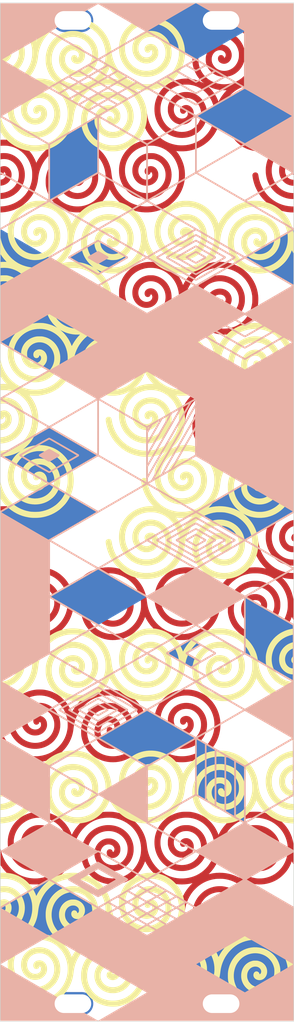
<source format=kicad_pcb>
(kicad_pcb (version 20171130) (host pcbnew "(5.1.8-0-10_14)")
  (layers (0 F.Cu signal) (31 B.Cu signal) (34 B.Paste user) (35 F.Paste user) (36 B.SilkS user) (37 F.SilkS user) (38 B.Mask user) (39 F.Mask user) (44 Edge.Cuts user))
  (net 0 "")
  (module module-front-panels:4u-2col-blank-spirals-and-tiles (layer F.Cu) (at 135.25 105)
    (fp_text reference Ref** hide)
    (fp_text value Val** hide)
    (fp_poly (pts (xy 16.975141 72.935067) (xy 17.061628 72.983851) (xy 17.17873 73.050467) (xy 17.324467 73.133768) (xy 17.496855 73.232602) (xy 17.693912 73.345822) (xy 17.913658 73.472278) (xy 18.154108 73.610821) (xy 18.413282 73.760301) (xy 18.689198 73.919568) (xy 18.979873 74.087475) (xy 19.283324 74.26287) (xy 19.597571 74.444606) (xy 19.920631 74.631533) (xy 20.250522 74.822501) (xy 20.585262 75.016361) (xy 20.922868 75.211963) (xy 21.261359 75.40816) (xy 21.598753 75.6038) (xy 21.933067 75.797735) (xy 22.26232 75.988816) (xy 22.584529 76.175893) (xy 22.897712 76.357817) (xy 23.199887 76.533439) (xy 23.489073 76.701609) (xy 23.763286 76.861177) (xy 24.020546 77.010996) (xy 24.258869 77.149915) (xy 24.476275 77.276785) (xy 24.67078 77.390457) (xy 24.840402 77.489781) (xy 24.98316 77.573608) (xy 25.097072 77.640789) (xy 25.180155 77.690175) (xy 25.230427 77.720616) (xy 25.245995 77.73093) (xy 25.227428 77.742972) (xy 25.17416 77.774998) (xy 25.088172 77.825862) (xy 24.971448 77.894419) (xy 24.825968 77.979524) (xy 24.653716 78.08003) (xy 24.456673 78.194792) (xy 24.23682 78.322665) (xy 23.996141 78.462502) (xy 23.736617 78.613159) (xy 23.46023 78.773489) (xy 23.168963 78.942347) (xy 22.864797 79.118587) (xy 22.549714 79.301065) (xy 22.225696 79.488633) (xy 21.894725 79.680148) (xy 21.558784 79.874462) (xy 21.219855 80.070431) (xy 20.879919 80.266908) (xy 20.540958 80.462749) (xy 20.204955 80.656807) (xy 19.873891 80.847938) (xy 19.549749 81.034995) (xy 19.23451 81.216833) (xy 18.930157 81.392306) (xy 18.638672 81.560268) (xy 18.362036 81.719575) (xy 18.102233 81.86908) (xy 17.861242 82.007638) (xy 17.641048 82.134103) (xy 17.443631 82.24733) (xy 17.270975 82.346173) (xy 17.12506 82.429486) (xy 17.007869 82.496124) (xy 16.921384 82.544942) (xy 16.867587 82.574793) (xy 16.848667 82.58452) (xy 16.827642 82.574802) (xy 16.771617 82.544808) (xy 16.682225 82.495472) (xy 16.561101 82.427729) (xy 16.40988 82.342512) (xy 16.230197 82.240755) (xy 16.023688 82.123393) (xy 15.791986 81.99136) (xy 15.536728 81.84559) (xy 15.259547 81.687018) (xy 14.962079 81.516577) (xy 14.645959 81.335202) (xy 14.312821 81.143826) (xy 13.964302 80.943385) (xy 13.602034 80.734812) (xy 13.227655 80.519041) (xy 12.842797 80.297007) (xy 12.611486 80.163451) (xy 12.221671 79.938207) (xy 11.841747 79.718472) (xy 11.473326 79.505187) (xy 11.118023 79.299295) (xy 10.777452 79.101736) (xy 10.453225 78.913451) (xy 10.146957 78.735383) (xy 9.86026 78.568471) (xy 9.59475 78.413658) (xy 9.352038 78.271886) (xy 9.13374 78.144094) (xy 8.941468 78.031225) (xy 8.776836 77.93422) (xy 8.641457 77.85402) (xy 8.536946 77.791566) (xy 8.464916 77.747801) (xy 8.426981 77.723665) (xy 8.421258 77.718994) (xy 8.440748 77.70711) (xy 8.495275 77.675014) (xy 8.583211 77.623649) (xy 8.702926 77.553959) (xy 8.852789 77.466888) (xy 9.031171 77.363379) (xy 9.236441 77.244375) (xy 9.466971 77.110821) (xy 9.721129 76.96366) (xy 9.997287 76.803836) (xy 10.293814 76.632291) (xy 10.609081 76.44997) (xy 10.941457 76.257816) (xy 11.289313 76.056774) (xy 11.651019 75.847785) (xy 12.024944 75.631795) (xy 12.40946 75.409746) (xy 12.634942 75.279562) (xy 16.833424 72.855719) (xy 16.975141 72.935067)) (layer B.Cu) (width 0.01))
    (fp_poly (pts (xy -16.778161 63.168552) (xy -16.718836 63.202121) (xy -16.627189 63.254412) (xy -16.505198 63.324281) (xy -16.354842 63.410585) (xy -16.178099 63.512181) (xy -15.976947 63.627925) (xy -15.753365 63.756675) (xy -15.509331 63.897286) (xy -15.246824 64.048616) (xy -14.967821 64.209522) (xy -14.674302 64.378859) (xy -14.368244 64.555484) (xy -14.051625 64.738255) (xy -13.726425 64.926028) (xy -13.394622 65.11766) (xy -13.058193 65.312007) (xy -12.719118 65.507925) (xy -12.379374 65.704273) (xy -12.04094 65.899905) (xy -11.705794 66.09368) (xy -11.375915 66.284453) (xy -11.05328 66.471081) (xy -10.739869 66.652422) (xy -10.43766 66.827331) (xy -10.14863 66.994666) (xy -9.874759 67.153282) (xy -9.618024 67.302038) (xy -9.380405 67.439788) (xy -9.163879 67.565391) (xy -8.970424 67.677702) (xy -8.80202 67.775579) (xy -8.660643 67.857878) (xy -8.548274 67.923456) (xy -8.46689 67.971169) (xy -8.418469 67.999874) (xy -8.404696 68.0085) (xy -8.422744 68.020056) (xy -8.475514 68.051574) (xy -8.561027 68.101914) (xy -8.677307 68.169936) (xy -8.822376 68.254498) (xy -8.994257 68.354461) (xy -9.190972 68.468684) (xy -9.410545 68.596027) (xy -9.650997 68.735348) (xy -9.910352 68.885508) (xy -10.186631 69.045367) (xy -10.477858 69.213783) (xy -10.782056 69.389616) (xy -11.097246 69.571726) (xy -11.421452 69.758972) (xy -11.752697 69.950214) (xy -12.089002 70.144311) (xy -12.428391 70.340123) (xy -12.768886 70.536509) (xy -13.10851 70.73233) (xy -13.445285 70.926444) (xy -13.777235 71.117711) (xy -14.102381 71.304991) (xy -14.418747 71.487142) (xy -14.724355 71.663025) (xy -15.017228 71.8315) (xy -15.295388 71.991425) (xy -15.556858 72.14166) (xy -15.79966 72.281065) (xy -16.021818 72.4085) (xy -16.221354 72.522823) (xy -16.396291 72.622895) (xy -16.544651 72.707574) (xy -16.664457 72.775721) (xy -16.753731 72.826195) (xy -16.810497 72.857856) (xy -16.832776 72.869562) (xy -16.832944 72.869603) (xy -16.853459 72.859467) (xy -16.908974 72.829055) (xy -16.997857 72.779303) (xy -17.118473 72.711149) (xy -17.269188 72.625531) (xy -17.44837 72.523385) (xy -17.654383 72.405649) (xy -17.885595 72.27326) (xy -18.140371 72.127155) (xy -18.417078 71.968272) (xy -18.714083 71.797547) (xy -19.029751 71.615919) (xy -19.362448 71.424323) (xy -19.710541 71.223698) (xy -20.072397 71.014981) (xy -20.446381 70.799109) (xy -20.83086 70.577019) (xy -21.055861 70.446977) (xy -21.445337 70.221744) (xy -21.824998 70.002019) (xy -22.193226 69.788747) (xy -22.548401 69.582871) (xy -22.888904 69.385335) (xy -23.213114 69.197082) (xy -23.519414 69.019057) (xy -23.806182 68.852203) (xy -24.071801 68.697464) (xy -24.31465 68.555784) (xy -24.533111 68.428107) (xy -24.725563 68.315376) (xy -24.890387 68.218535) (xy -25.025964 68.138528) (xy -25.130674 68.076298) (xy -25.202899 68.032791) (xy -25.241018 68.008948) (xy -25.246861 68.004499) (xy -25.228268 67.992536) (xy -25.174627 67.960369) (xy -25.087561 67.908943) (xy -24.968696 67.839201) (xy -24.819656 67.752086) (xy -24.642067 67.648541) (xy -24.437553 67.529509) (xy -24.207739 67.395933) (xy -23.954249 67.248757) (xy -23.67871 67.088923) (xy -23.382745 66.917374) (xy -23.06798 66.735055) (xy -22.736039 66.542907) (xy -22.388547 66.341874) (xy -22.027129 66.1329) (xy -21.65341 65.916926) (xy -21.269014 65.694897) (xy -21.040382 65.562891) (xy -20.54688 65.278085) (xy -20.088987 65.014016) (xy -19.665723 64.770127) (xy -19.27611 64.545862) (xy -18.919168 64.340662) (xy -18.593916 64.153973) (xy -18.299377 63.985238) (xy -18.03457 63.833899) (xy -17.798516 63.6994) (xy -17.590236 63.581185) (xy -17.40875 63.478697) (xy -17.253078 63.39138) (xy -17.122242 63.318676) (xy -17.015262 63.260029) (xy -16.931158 63.214883) (xy -16.868951 63.18268) (xy -16.827662 63.162865) (xy -16.806311 63.15488) (xy -16.803186 63.154849) (xy -16.778161 63.168552)) (layer B.Cu) (width 0.01))
    (fp_poly (pts (xy 16.847266 43.698583) (xy 16.847966 48.572208) (xy 16.848009 49.023295) (xy 16.848005 49.463104) (xy 16.847958 49.889767) (xy 16.847869 50.301416) (xy 16.847739 50.696185) (xy 16.847571 51.072205) (xy 16.847366 51.427611) (xy 16.847127 51.760533) (xy 16.846854 52.069106) (xy 16.846549 52.351462) (xy 16.846215 52.605733) (xy 16.845853 52.830053) (xy 16.845464 53.022554) (xy 16.845051 53.181368) (xy 16.844616 53.304629) (xy 16.84416 53.390468) (xy 16.843684 53.43702) (xy 16.843375 53.445334) (xy 16.824821 53.434856) (xy 16.771231 53.404138) (xy 16.684228 53.354116) (xy 16.565431 53.285725) (xy 16.416463 53.1999) (xy 16.238945 53.097577) (xy 16.034499 52.979692) (xy 15.804745 52.847179) (xy 15.551305 52.700975) (xy 15.2758 52.542013) (xy 14.979852 52.371231) (xy 14.665083 52.189563) (xy 14.333113 51.997944) (xy 13.985563 51.797311) (xy 13.624057 51.588598) (xy 13.250213 51.37274) (xy 12.865655 51.150674) (xy 12.625917 51.012225) (xy 8.41375 48.579613) (xy 8.408413 43.73139) (xy 8.407877 43.281486) (xy 8.407275 42.842862) (xy 8.406614 42.41739) (xy 8.405897 42.006943) (xy 8.405132 41.613394) (xy 8.404323 41.238613) (xy 8.403477 40.884475) (xy 8.402599 40.552851) (xy 8.401695 40.245614) (xy 8.40077 39.964637) (xy 8.399831 39.711791) (xy 8.398882 39.488949) (xy 8.39793 39.297984) (xy 8.396981 39.140767) (xy 8.396039 39.019173) (xy 8.395111 38.935072) (xy 8.394203 38.890337) (xy 8.393683 38.883166) (xy 8.374745 38.893603) (xy 8.320789 38.924286) (xy 8.233447 38.974273) (xy 8.114352 39.042626) (xy 7.965135 39.128401) (xy 7.787429 39.230659) (xy 7.582865 39.348458) (xy 7.353075 39.480858) (xy 7.099693 39.626918) (xy 6.824349 39.785697) (xy 6.528676 39.956253) (xy 6.214307 40.137647) (xy 5.882872 40.328937) (xy 5.536005 40.529182) (xy 5.175337 40.737441) (xy 4.802501 40.952774) (xy 4.419128 41.174239) (xy 4.218603 41.290095) (xy 3.763797 41.552747) (xy 3.32966 41.803189) (xy 2.917232 42.04083) (xy 2.527552 42.265077) (xy 2.161658 42.475338) (xy 1.820589 42.671019) (xy 1.505384 42.851528) (xy 1.217083 43.016273) (xy 0.956723 43.16466) (xy 0.725343 43.296098) (xy 0.523984 43.409993) (xy 0.353682 43.505753) (xy 0.215478 43.582785) (xy 0.11041 43.640497) (xy 0.039517 43.678296) (xy 0.003838 43.695589) (xy 0 43.696695) (xy -0.022576 43.686274) (xy -0.079625 43.655831) (xy -0.169169 43.606506) (xy -0.289227 43.539443) (xy -0.437819 43.455783) (xy -0.612966 43.356667) (xy -0.812686 43.243237) (xy -1.034999 43.116635) (xy -1.277927 42.978002) (xy -1.539488 42.828481) (xy -1.817702 42.669214) (xy -2.11059 42.501341) (xy -2.416171 42.326004) (xy -2.732466 42.144346) (xy -3.057494 41.957508) (xy -3.389274 41.766632) (xy -3.725828 41.572859) (xy -4.065175 41.377331) (xy -4.405334 41.18119) (xy -4.744326 40.985578) (xy -5.080171 40.791637) (xy -5.410889 40.600507) (xy -5.734498 40.413332) (xy -6.04902 40.231252) (xy -6.352475 40.055409) (xy -6.642881 39.886945) (xy -6.91826 39.727003) (xy -7.176631 39.576723) (xy -7.416013 39.437247) (xy -7.634428 39.309717) (xy -7.829894 39.195274) (xy -8.000432 39.095062) (xy -8.144061 39.01022) (xy -8.258802 38.941891) (xy -8.342675 38.891217) (xy -8.393698 38.85934) (xy -8.409937 38.847473) (xy -8.391513 38.835442) (xy -8.338038 38.803209) (xy -8.251136 38.751718) (xy -8.132429 38.68191) (xy -7.983542 38.59473) (xy -7.806097 38.491121) (xy -7.601719 38.372025) (xy -7.37203 38.238385) (xy -7.118655 38.091145) (xy -6.843215 37.931248) (xy -6.547336 37.759637) (xy -6.232639 37.577254) (xy -5.90075 37.385043) (xy -5.55329 37.183948) (xy -5.191883 36.974911) (xy -4.818154 36.758874) (xy -4.433724 36.536783) (xy -4.202457 36.403236) (xy 0.00121 33.976223) (xy 16.847266 43.698583)) (layer B.Cu) (width 0.01))
    (fp_poly (pts (xy 16.865508 14.556106) (xy 16.920311 14.587434) (xy 17.008509 14.638054) (xy 17.128469 14.707025) (xy 17.27856 14.793407) (xy 17.45715 14.896258) (xy 17.662608 15.014639) (xy 17.893301 15.147608) (xy 18.147598 15.294224) (xy 18.423868 15.453547) (xy 18.720478 15.624635) (xy 19.035798 15.806549) (xy 19.368195 15.998346) (xy 19.716037 16.199087) (xy 20.077694 16.40783) (xy 20.451532 16.623635) (xy 20.835922 16.845561) (xy 21.057942 16.973757) (xy 25.251833 19.395431) (xy 25.251833 24.270965) (xy 25.251811 24.722118) (xy 25.251744 25.161981) (xy 25.251636 25.588686) (xy 25.251487 26.000367) (xy 25.251301 26.395159) (xy 25.251079 26.771196) (xy 25.250823 27.126611) (xy 25.250536 27.459539) (xy 25.250219 27.768113) (xy 25.249874 28.050467) (xy 25.249503 28.304734) (xy 25.249109 28.52905) (xy 25.248693 28.721548) (xy 25.248258 28.880362) (xy 25.247804 29.003625) (xy 25.247336 29.089472) (xy 25.246854 29.136037) (xy 25.246542 29.144362) (xy 25.22799 29.133725) (xy 25.174412 29.102839) (xy 25.087429 29.052642) (xy 24.968665 28.984072) (xy 24.819742 28.898067) (xy 24.642284 28.795565) (xy 24.437913 28.677502) (xy 24.208253 28.544818) (xy 23.954926 28.398449) (xy 23.679556 28.239334) (xy 23.383765 28.06841) (xy 23.069177 27.886615) (xy 22.737414 27.694886) (xy 22.390099 27.494162) (xy 22.028856 27.285381) (xy 21.655307 27.069479) (xy 21.271076 26.847396) (xy 21.039667 26.713639) (xy 16.838083 24.285052) (xy 16.832746 19.411497) (xy 16.832315 18.945696) (xy 16.83205 18.493646) (xy 16.831949 18.05709) (xy 16.832006 17.63777) (xy 16.832216 17.23743) (xy 16.832576 16.857812) (xy 16.833079 16.500659) (xy 16.833723 16.167714) (xy 16.834501 15.860719) (xy 16.835409 15.581418) (xy 16.836444 15.331552) (xy 16.837599 15.112865) (xy 16.83887 14.9271) (xy 16.840253 14.776) (xy 16.841744 14.661306) (xy 16.843336 14.584763) (xy 16.845027 14.548112) (xy 16.84573 14.545012) (xy 16.865508 14.556106)) (layer B.Cu) (width 0.01))
    (fp_poly (pts (xy 8.424071 22.316083) (xy 8.630691 22.435555) (xy 8.802765 22.535914) (xy 8.942714 22.618673) (xy 9.052959 22.685347) (xy 9.135922 22.737449) (xy 9.194023 22.776494) (xy 9.229684 22.803996) (xy 9.245327 22.821468) (xy 9.244941 22.82935) (xy 9.222418 22.843875) (xy 9.166284 22.877673) (xy 9.079635 22.928937) (xy 8.965572 22.995861) (xy 8.827192 23.076638) (xy 8.667594 23.169459) (xy 8.489877 23.272519) (xy 8.29714 23.384009) (xy 8.092482 23.502123) (xy 7.994558 23.558546) (xy 7.786743 23.678615) (xy 7.590543 23.792729) (xy 7.408917 23.899119) (xy 7.244828 23.996015) (xy 7.101234 24.081645) (xy 6.981096 24.154239) (xy 6.887375 24.212027) (xy 6.823032 24.253238) (xy 6.791026 24.276103) (xy 6.788058 24.280085) (xy 6.808849 24.293295) (xy 6.863264 24.325855) (xy 6.948248 24.375982) (xy 7.060741 24.441894) (xy 7.197689 24.521809) (xy 7.356032 24.613943) (xy 7.532716 24.716514) (xy 7.724681 24.82774) (xy 7.928873 24.945839) (xy 8.03275 25.005841) (xy 8.241318 25.126464) (xy 8.438726 25.241017) (xy 8.621972 25.347735) (xy 8.788051 25.444848) (xy 8.93396 25.53059) (xy 9.056696 25.603192) (xy 9.153255 25.660888) (xy 9.220633 25.70191) (xy 9.255827 25.72449) (xy 9.260417 25.72832) (xy 9.24281 25.740696) (xy 9.192949 25.771601) (xy 9.115269 25.81845) (xy 9.014207 25.878656) (xy 8.894197 25.949633) (xy 8.759676 26.028794) (xy 8.61508 26.113553) (xy 8.464844 26.201323) (xy 8.313406 26.289519) (xy 8.1652 26.375554) (xy 8.024664 26.456841) (xy 7.896231 26.530794) (xy 7.78434 26.594827) (xy 7.693425 26.646354) (xy 7.627923 26.682787) (xy 7.592269 26.701542) (xy 7.58825 26.703269) (xy 7.567517 26.693839) (xy 7.512493 26.664481) (xy 7.425502 26.616515) (xy 7.308866 26.551264) (xy 7.164908 26.470049) (xy 6.99595 26.374192) (xy 6.804315 26.265015) (xy 6.592326 26.14384) (xy 6.362306 26.011988) (xy 6.116576 25.870781) (xy 5.857461 25.721541) (xy 5.587282 25.56559) (xy 5.473265 25.499679) (xy 5.199497 25.341152) (xy 4.936228 25.188318) (xy 4.685752 25.042531) (xy 4.450364 24.905142) (xy 4.232357 24.777502) (xy 4.034024 24.660963) (xy 3.857659 24.556878) (xy 3.705556 24.466598) (xy 3.58001 24.391475) (xy 3.483312 24.33286) (xy 3.417758 24.292107) (xy 3.385641 24.270565) (xy 3.382672 24.267583) (xy 3.401065 24.254441) (xy 3.453849 24.221541) (xy 3.538722 24.170235) (xy 3.653381 24.101874) (xy 3.795522 24.017808) (xy 3.962841 23.919389) (xy 4.153035 23.807966) (xy 4.363801 23.684892) (xy 4.592835 23.551517) (xy 4.837834 23.409191) (xy 5.096495 23.259266) (xy 5.366514 23.103093) (xy 5.48112 23.036905) (xy 7.576343 21.827394) (xy 8.424071 22.316083)) (layer B.Cu) (width 0.01))
    (fp_poly (pts (xy -8.406022 9.698669) (xy -8.351019 9.728474) (xy -8.263425 9.777222) (xy -8.145217 9.843771) (xy -7.998372 9.926978) (xy -7.824867 10.025701) (xy -7.626678 10.138799) (xy -7.405783 10.26513) (xy -7.164158 10.403551) (xy -6.90378 10.552922) (xy -6.626625 10.712099) (xy -6.334671 10.879941) (xy -6.029894 11.055306) (xy -5.714271 11.237052) (xy -5.389779 11.424038) (xy -5.058395 11.61512) (xy -4.722094 11.809158) (xy -4.382855 12.005009) (xy -4.042654 12.201532) (xy -3.703467 12.397584) (xy -3.367272 12.592024) (xy -3.036045 12.783709) (xy -2.711763 12.971498) (xy -2.396402 13.154249) (xy -2.09194 13.330819) (xy -1.800354 13.500068) (xy -1.523619 13.660852) (xy -1.263713 13.81203) (xy -1.022613 13.952461) (xy -0.802295 14.081001) (xy -0.604737 14.19651) (xy -0.431914 14.297845) (xy -0.285804 14.383865) (xy -0.168383 14.453427) (xy -0.081629 14.505389) (xy -0.027518 14.53861) (xy -0.008026 14.551948) (xy -0.007998 14.552083) (xy -0.026703 14.56485) (xy -0.08014 14.597549) (xy -0.166326 14.649034) (xy -0.283277 14.718161) (xy -0.429011 14.803786) (xy -0.601545 14.904765) (xy -0.798895 15.019954) (xy -1.01908 15.148209) (xy -1.260115 15.288385) (xy -1.520019 15.439338) (xy -1.796807 15.599925) (xy -2.088498 15.769) (xy -2.393107 15.945419) (xy -2.708653 16.12804) (xy -3.033152 16.315716) (xy -3.364621 16.507305) (xy -3.701077 16.701661) (xy -4.040538 16.897641) (xy -4.38102 17.094101) (xy -4.720541 17.289896) (xy -5.057117 17.483882) (xy -5.388765 17.674915) (xy -5.713503 17.861851) (xy -6.029348 18.043546) (xy -6.334316 18.218855) (xy -6.626425 18.386634) (xy -6.903692 18.545739) (xy -7.164133 18.695026) (xy -7.405767 18.833351) (xy -7.626609 18.959569) (xy -7.824677 19.072537) (xy -7.997988 19.171109) (xy -8.144559 19.254143) (xy -8.262407 19.320493) (xy -8.349549 19.369016) (xy -8.404002 19.398567) (xy -8.423686 19.408025) (xy -8.444778 19.397408) (xy -8.500869 19.366526) (xy -8.590321 19.316317) (xy -8.711495 19.247724) (xy -8.862751 19.161687) (xy -9.042451 19.059146) (xy -9.248955 18.941042) (xy -9.480625 18.808316) (xy -9.735822 18.661908) (xy -10.012906 18.502759) (xy -10.310239 18.331809) (xy -10.626181 18.149999) (xy -10.959095 17.95827) (xy -11.307339 17.757563) (xy -11.669277 17.548817) (xy -12.043268 17.332974) (xy -12.427674 17.110974) (xy -12.643483 16.986278) (xy -13.032694 16.761332) (xy -13.412211 16.541953) (xy -13.780407 16.329084) (xy -14.135653 16.123668) (xy -14.476321 15.926647) (xy -14.800781 15.738964) (xy -15.107407 15.561562) (xy -15.394568 15.395384) (xy -15.660637 15.241372) (xy -15.903985 15.100468) (xy -16.122985 14.973616) (xy -16.316006 14.861759) (xy -16.481422 14.765838) (xy -16.617603 14.686797) (xy -16.722922 14.625578) (xy -16.795749 14.583125) (xy -16.834456 14.560378) (xy -16.84062 14.556602) (xy -16.823314 14.545516) (xy -16.771313 14.514417) (xy -16.686589 14.464448) (xy -16.571116 14.39675) (xy -16.426868 14.312465) (xy -16.255819 14.212734) (xy -16.05994 14.0987) (xy -15.841207 13.971503) (xy -15.601592 13.832286) (xy -15.343068 13.682191) (xy -15.06761 13.522358) (xy -14.777191 13.353929) (xy -14.473784 13.178047) (xy -14.159363 12.995852) (xy -13.835901 12.808487) (xy -13.505371 12.617093) (xy -13.169747 12.422811) (xy -12.831003 12.226784) (xy -12.491112 12.030153) (xy -12.152047 11.83406) (xy -11.815781 11.639646) (xy -11.484289 11.448054) (xy -11.159544 11.260423) (xy -10.843519 11.077898) (xy -10.538188 10.901618) (xy -10.245523 10.732726) (xy -9.967499 10.572363) (xy -9.706089 10.421671) (xy -9.463266 10.281791) (xy -9.241005 10.153866) (xy -9.041277 10.039037) (xy -8.866057 9.938446) (xy -8.717319 9.853233) (xy -8.597035 9.784542) (xy -8.507179 9.733513) (xy -8.449725 9.701288) (xy -8.426645 9.689009) (xy -8.426459 9.688948) (xy -8.406022 9.698669)) (layer B.Cu) (width 0.01))
    (fp_poly (pts (xy -16.8275 -14.615245) (xy -16.805935 -14.603139) (xy -16.749822 -14.571061) (xy -16.661144 -14.520156) (xy -16.541882 -14.451568) (xy -16.394018 -14.366441) (xy -16.219533 -14.265921) (xy -16.020409 -14.15115) (xy -15.798626 -14.023275) (xy -15.556168 -13.883438) (xy -15.295015 -13.732786) (xy -15.017149 -13.572461) (xy -14.724551 -13.403609) (xy -14.419203 -13.227373) (xy -14.103087 -13.044899) (xy -13.778183 -12.857331) (xy -13.446475 -12.665813) (xy -13.109942 -12.471489) (xy -12.770567 -12.275504) (xy -12.430332 -12.079003) (xy -12.091217 -11.88313) (xy -11.755204 -11.689029) (xy -11.424275 -11.497845) (xy -11.100412 -11.310722) (xy -10.785596 -11.128804) (xy -10.481808 -10.953237) (xy -10.19103 -10.785164) (xy -9.915244 -10.62573) (xy -9.656431 -10.476079) (xy -9.416572 -10.337355) (xy -9.19765 -10.210704) (xy -9.001645 -10.09727) (xy -8.83054 -9.998196) (xy -8.686316 -9.914628) (xy -8.570954 -9.84771) (xy -8.486436 -9.798585) (xy -8.434743 -9.7684) (xy -8.417855 -9.758318) (xy -8.434325 -9.74645) (xy -8.485864 -9.714396) (xy -8.570856 -9.663099) (xy -8.687685 -9.593501) (xy -8.834736 -9.506544) (xy -9.010394 -9.403171) (xy -9.213042 -9.284324) (xy -9.441065 -9.150947) (xy -9.692849 -9.003981) (xy -9.966777 -8.844368) (xy -10.261234 -8.673052) (xy -10.574604 -8.490974) (xy -10.905272 -8.299078) (xy -11.251622 -8.098305) (xy -11.61204 -7.889599) (xy -11.984909 -7.673901) (xy -12.368613 -7.452154) (xy -12.59298 -7.32259) (xy -12.982371 -7.09773) (xy -13.361988 -6.87839) (xy -13.730208 -6.665514) (xy -14.085407 -6.460045) (xy -14.425962 -6.262924) (xy -14.750248 -6.075097) (xy -15.056642 -5.897505) (xy -15.34352 -5.731092) (xy -15.609258 -5.5768) (xy -15.852234 -5.435573) (xy -16.070822 -5.308353) (xy -16.2634 -5.196084) (xy -16.428344 -5.099709) (xy -16.56403 -5.02017) (xy -16.668834 -4.958411) (xy -16.741133 -4.915375) (xy -16.779303 -4.892004) (xy -16.785167 -4.887846) (xy -16.7671 -4.876062) (xy -16.713983 -4.844077) (xy -16.627438 -4.792834) (xy -16.509091 -4.723277) (xy -16.360564 -4.636347) (xy -16.183482 -4.53299) (xy -15.979469 -4.414146) (xy -15.750148 -4.280761) (xy -15.497144 -4.133776) (xy -15.22208 -3.974136) (xy -14.92658 -3.802782) (xy -14.612269 -3.620659) (xy -14.280769 -3.428709) (xy -13.933706 -3.227876) (xy -13.572702 -3.019102) (xy -13.199382 -2.803331) (xy -12.815369 -2.581506) (xy -12.59403 -2.453706) (xy -12.204876 -2.228939) (xy -11.825623 -2.00968) (xy -11.457887 -1.796874) (xy -11.103285 -1.591462) (xy -10.763433 -1.394387) (xy -10.439946 -1.206592) (xy -10.134442 -1.029019) (xy -9.848536 -0.862612) (xy -9.583844 -0.708311) (xy -9.341983 -0.567061) (xy -9.124569 -0.439804) (xy -8.933219 -0.327481) (xy -8.769547 -0.231037) (xy -8.635171 -0.151414) (xy -8.531707 -0.089554) (xy -8.46077 -0.046399) (xy -8.423978 -0.022893) (xy -8.418905 -0.018646) (xy -8.43805 -0.007151) (xy -8.491868 0.024355) (xy -8.578367 0.074719) (xy -8.695554 0.14279) (xy -8.841437 0.227417) (xy -9.014025 0.327449) (xy -9.211324 0.441735) (xy -9.431343 0.569124) (xy -9.672089 0.708465) (xy -9.93157 0.858606) (xy -10.207794 1.018396) (xy -10.498768 1.186685) (xy -10.802501 1.362321) (xy -11.117 1.544153) (xy -11.440273 1.73103) (xy -11.770328 1.921801) (xy -12.105172 2.115314) (xy -12.442813 2.310419) (xy -12.781259 2.505965) (xy -13.118518 2.700799) (xy -13.452597 2.893772) (xy -13.781504 3.083732) (xy -14.103248 3.269528) (xy -14.415835 3.450009) (xy -14.717274 3.624023) (xy -15.005571 3.79042) (xy -15.278736 3.948048) (xy -15.534776 4.095757) (xy -15.771698 4.232395) (xy -15.987511 4.356811) (xy -16.180221 4.467854) (xy -16.347838 4.564372) (xy -16.488368 4.645216) (xy -16.599819 4.709233) (xy -16.6802 4.755272) (xy -16.727517 4.782183) (xy -16.73225 4.78484) (xy -16.838083 4.84402) (xy -21.044203 2.416718) (xy -21.434219 2.191548) (xy -21.814418 1.971856) (xy -22.18318 1.758586) (xy -22.538886 1.55268) (xy -22.879919 1.355081) (xy -23.204659 1.166731) (xy -23.511487 0.988575) (xy -23.798785 0.821554) (xy -24.064934 0.666611) (xy -24.308315 0.524689) (xy -24.52731 0.396731) (xy -24.720299 0.28368) (xy -24.885664 0.186479) (xy -25.021787 0.106069) (xy -25.127047 0.043396) (xy -25.199827 -0.0006) (xy -25.238509 -0.024975) (xy -25.244678 -0.029785) (xy -25.226079 -0.042002) (xy -25.172431 -0.07441) (xy -25.085361 -0.126065) (xy -24.966498 -0.196019) (xy -24.81747 -0.283328) (xy -24.639906 -0.387044) (xy -24.435433 -0.506222) (xy -24.205682 -0.639915) (xy -23.952279 -0.787179) (xy -23.676853 -0.947066) (xy -23.381033 -1.11863) (xy -23.066446 -1.300927) (xy -22.734723 -1.493009) (xy -22.38749 -1.69393) (xy -22.026376 -1.902745) (xy -21.65301 -2.118508) (xy -21.269019 -2.340272) (xy -21.054763 -2.463952) (xy -20.665756 -2.688516) (xy -20.286528 -2.907527) (xy -19.918704 -3.120043) (xy -19.563909 -3.325122) (xy -19.223768 -3.521823) (xy -18.899907 -3.709202) (xy -18.593949 -3.886318) (xy -18.307519 -4.052229) (xy -18.042243 -4.205993) (xy -17.799746 -4.346668) (xy -17.581652 -4.473311) (xy -17.389586 -4.584981) (xy -17.225174 -4.680736) (xy -17.090039 -4.759633) (xy -16.985807 -4.820731) (xy -16.914104 -4.863087) (xy -16.876553 -4.88576) (xy -16.871046 -4.8895) (xy -16.889166 -4.900908) (xy -16.942337 -4.932513) (xy -17.028934 -4.983373) (xy -17.147331 -5.052546) (xy -17.295901 -5.13909) (xy -17.473019 -5.242063) (xy -17.677059 -5.360523) (xy -17.906394 -5.493528) (xy -18.159399 -5.640136) (xy -18.434447 -5.799404) (xy -18.729913 -5.970392) (xy -19.04417 -6.152157) (xy -19.375593 -6.343756) (xy -19.722556 -6.544248) (xy -20.083432 -6.752691) (xy -20.456596 -6.968143) (xy -20.840422 -7.189662) (xy -21.054341 -7.313084) (xy -21.443363 -7.537597) (xy -21.822614 -7.756647) (xy -22.190467 -7.969286) (xy -22.545295 -8.174567) (xy -22.885472 -8.371545) (xy -23.20937 -8.559272) (xy -23.515363 -8.736803) (xy -23.801824 -8.90319) (xy -24.067126 -9.057488) (xy -24.309643 -9.198749) (xy -24.527747 -9.326028) (xy -24.719812 -9.438377) (xy -24.884211 -9.53485) (xy -25.019318 -9.614502) (xy -25.123504 -9.676384) (xy -25.195144 -9.719551) (xy -25.232611 -9.743056) (xy -25.238062 -9.74725) (xy -25.220131 -9.759325) (xy -25.167497 -9.791392) (xy -25.082139 -9.842305) (xy -24.966033 -9.91092) (xy -24.821158 -9.996093) (xy -24.64949 -10.096679) (xy -24.453007 -10.211534) (xy -24.233687 -10.339513) (xy -23.993507 -10.479471) (xy -23.734444 -10.630265) (xy -23.458475 -10.790749) (xy -23.167579 -10.95978) (xy -22.863733 -11.136212) (xy -22.548914 -11.3189) (xy -22.225099 -11.506702) (xy -21.894266 -11.698471) (xy -21.558393 -11.893063) (xy -21.219456 -12.089335) (xy -20.879434 -12.286141) (xy -20.540303 -12.482336) (xy -20.204041 -12.676777) (xy -19.872626 -12.868319) (xy -19.548035 -13.055817) (xy -19.232245 -13.238127) (xy -18.927234 -13.414103) (xy -18.634979 -13.582603) (xy -18.357458 -13.74248) (xy -18.096647 -13.892592) (xy -17.854526 -14.031792) (xy -17.63307 -14.158937) (xy -17.434258 -14.272882) (xy -17.260067 -14.372482) (xy -17.112473 -14.456593) (xy -16.993456 -14.524071) (xy -16.904992 -14.573771) (xy -16.849058 -14.604548) (xy -16.827632 -14.615257) (xy -16.8275 -14.615245)) (layer B.Cu) (width 0.01))
    (fp_poly (pts (xy 16.843905 -4.871743) (xy 16.899567 -4.841967) (xy 16.987884 -4.793248) (xy 17.10687 -4.726731) (xy 17.25454 -4.643557) (xy 17.428908 -4.544872) (xy 17.62799 -4.431818) (xy 17.849799 -4.305539) (xy 18.092351 -4.167178) (xy 18.35366 -4.01788) (xy 18.63174 -3.858786) (xy 18.924607 -3.691042) (xy 19.230275 -3.51579) (xy 19.546758 -3.334175) (xy 19.872072 -3.147338) (xy 20.20423 -2.956425) (xy 20.541248 -2.762578) (xy 20.88114 -2.566942) (xy 21.221921 -2.370659) (xy 21.561605 -2.174873) (xy 21.898208 -1.980727) (xy 22.229743 -1.789366) (xy 22.554225 -1.601932) (xy 22.86967 -1.41957) (xy 23.174091 -1.243422) (xy 23.465503 -1.074632) (xy 23.741921 -0.914344) (xy 24.001359 -0.7637) (xy 24.241833 -0.623846) (xy 24.461357 -0.495924) (xy 24.657945 -0.381077) (xy 24.829612 -0.28045) (xy 24.974373 -0.195185) (xy 25.090242 -0.126427) (xy 25.175234 -0.075318) (xy 25.227363 -0.043003) (xy 25.244642 -0.030744) (xy 25.227013 -0.019157) (xy 25.174707 0.012464) (xy 25.089701 0.06297) (xy 24.973972 0.131215) (xy 24.829498 0.216052) (xy 24.658256 0.316336) (xy 24.462224 0.430918) (xy 24.243378 0.558653) (xy 24.003696 0.698393) (xy 23.745155 0.848992) (xy 23.469733 1.009304) (xy 23.179407 1.178181) (xy 22.876154 1.354477) (xy 22.561951 1.537045) (xy 22.238776 1.724738) (xy 21.908606 1.91641) (xy 21.573418 2.110914) (xy 21.235191 2.307103) (xy 20.8959 2.503831) (xy 20.557523 2.69995) (xy 20.222038 2.894315) (xy 19.891421 3.085778) (xy 19.567651 3.273193) (xy 19.252705 3.455413) (xy 18.948559 3.631291) (xy 18.657191 3.799681) (xy 18.380578 3.959436) (xy 18.120698 4.109409) (xy 17.879528 4.248454) (xy 17.659046 4.375423) (xy 17.461228 4.48917) (xy 17.288051 4.588549) (xy 17.141494 4.672412) (xy 17.023534 4.739613) (xy 16.936147 4.789006) (xy 16.881486 4.819348) (xy 16.873902 4.820709) (xy 16.860868 4.818489) (xy 16.840999 4.811905) (xy 16.812908 4.800175) (xy 16.775209 4.782515) (xy 16.726517 4.758141) (xy 16.665444 4.726271) (xy 16.590606 4.686122) (xy 16.500615 4.63691) (xy 16.394085 4.577852) (xy 16.269632 4.508166) (xy 16.125867 4.427067) (xy 15.961406 4.333774) (xy 15.774862 4.227502) (xy 15.564849 4.107469) (xy 15.32998 3.972891) (xy 15.068871 3.822986) (xy 14.780134 3.65697) (xy 14.462383 3.474059) (xy 14.114233 3.273472) (xy 13.734297 3.054425) (xy 13.321189 2.816134) (xy 12.873523 2.557817) (xy 12.635094 2.420208) (xy 12.245131 2.195108) (xy 11.864819 1.97553) (xy 11.495786 1.762418) (xy 11.139662 1.556714) (xy 10.798077 1.359361) (xy 10.472661 1.171303) (xy 10.165043 0.993481) (xy 9.876854 0.82684) (xy 9.609723 0.672321) (xy 9.36528 0.530867) (xy 9.145154 0.403422) (xy 8.950976 0.290927) (xy 8.784375 0.194327) (xy 8.646981 0.114563) (xy 8.540424 0.052579) (xy 8.466333 0.009318) (xy 8.426339 -0.014279) (xy 8.419409 -0.018581) (xy 8.436172 -0.030127) (xy 8.487646 -0.061658) (xy 8.571858 -0.11203) (xy 8.686835 -0.180103) (xy 8.830603 -0.264733) (xy 9.001188 -0.364779) (xy 9.196617 -0.479099) (xy 9.414915 -0.606551) (xy 9.654111 -0.745992) (xy 9.91223 -0.896281) (xy 10.187298 -1.056275) (xy 10.477342 -1.224833) (xy 10.780388 -1.400813) (xy 11.094464 -1.583072) (xy 11.417594 -1.770468) (xy 11.747806 -1.96186) (xy 12.083127 -2.156105) (xy 12.421582 -2.352061) (xy 12.761198 -2.548587) (xy 13.100001 -2.744539) (xy 13.436018 -2.938777) (xy 13.767275 -3.130158) (xy 14.0918 -3.31754) (xy 14.407617 -3.499781) (xy 14.712754 -3.675739) (xy 15.005237 -3.844271) (xy 15.283092 -4.004237) (xy 15.544346 -4.154493) (xy 15.787026 -4.293898) (xy 16.009157 -4.42131) (xy 16.208767 -4.535586) (xy 16.383881 -4.635585) (xy 16.532526 -4.720165) (xy 16.652729 -4.788183) (xy 16.742516 -4.838497) (xy 16.799913 -4.869966) (xy 16.822882 -4.881433) (xy 16.843905 -4.871743)) (layer B.Cu) (width 0.01))
    (fp_poly (pts (xy -12.643694 -31.642016) (xy -12.254149 -31.417207) (xy -11.874179 -31.197847) (xy -11.505423 -30.984885) (xy -11.149519 -30.779269) (xy -10.808104 -30.581948) (xy -10.482816 -30.39387) (xy -10.175293 -30.215983) (xy -9.887173 -30.049238) (xy -9.620093 -29.894581) (xy -9.375691 -29.752961) (xy -9.155605 -29.625327) (xy -8.961472 -29.512628) (xy -8.794931 -29.415812) (xy -8.657619 -29.335827) (xy -8.551173 -29.273623) (xy -8.477232 -29.230146) (xy -8.437434 -29.206347) (xy -8.430699 -29.201997) (xy -8.436786 -29.194007) (xy -8.461853 -29.175387) (xy -8.506902 -29.145549) (xy -8.572936 -29.103905) (xy -8.660957 -29.049866) (xy -8.771968 -28.982846) (xy -8.906972 -28.902256) (xy -9.066971 -28.807508) (xy -9.252969 -28.698014) (xy -9.465966 -28.573187) (xy -9.706968 -28.432438) (xy -9.976974 -28.27518) (xy -10.27699 -28.100825) (xy -10.608016 -27.908783) (xy -10.971056 -27.698469) (xy -11.367112 -27.469294) (xy -11.797187 -27.220669) (xy -12.262283 -26.952008) (xy -12.613266 -26.749375) (xy -13.003561 -26.524147) (xy -13.384239 -26.304574) (xy -13.753671 -26.091591) (xy -14.110229 -25.886134) (xy -14.452283 -25.689139) (xy -14.778205 -25.501541) (xy -15.086365 -25.324275) (xy -15.375134 -25.158277) (xy -15.642883 -25.004483) (xy -15.887984 -24.863827) (xy -16.108808 -24.737246) (xy -16.303724 -24.625674) (xy -16.471105 -24.530048) (xy -16.609322 -24.451302) (xy -16.716744 -24.390372) (xy -16.791744 -24.348194) (xy -16.832692 -24.325703) (xy -16.840233 -24.322046) (xy -16.860071 -24.332631) (xy -16.914924 -24.36347) (xy -17.003159 -24.413623) (xy -17.123146 -24.482151) (xy -17.273251 -24.568114) (xy -17.451844 -24.670574) (xy -17.657291 -24.788591) (xy -17.887962 -24.921226) (xy -18.142224 -25.06754) (xy -18.418445 -25.226593) (xy -18.714993 -25.397446) (xy -19.030238 -25.57916) (xy -19.362545 -25.770796) (xy -19.710285 -25.971414) (xy -20.071824 -26.180075) (xy -20.44553 -26.39584) (xy -20.829773 -26.617769) (xy -21.050051 -26.745033) (xy -21.439412 -26.970064) (xy -21.819046 -27.189587) (xy -22.187325 -27.402657) (xy -22.542624 -27.60833) (xy -22.883316 -27.805661) (xy -23.207775 -27.993704) (xy -23.514375 -28.171515) (xy -23.80149 -28.338149) (xy -24.067492 -28.492661) (xy -24.310757 -28.634106) (xy -24.529658 -28.76154) (xy -24.722569 -28.874017) (xy -24.887862 -28.970592) (xy -25.023913 -29.050321) (xy -25.129094 -29.112259) (xy -25.20178 -29.155461) (xy -25.240344 -29.178981) (xy -25.246431 -29.183211) (xy -25.228792 -29.194684) (xy -25.176479 -29.226183) (xy -25.091472 -29.276558) (xy -24.975756 -29.34466) (xy -24.831313 -29.429341) (xy -24.660124 -29.52945) (xy -24.464172 -29.643839) (xy -24.24544 -29.771359) (xy -24.00591 -29.910861) (xy -23.747565 -30.061195) (xy -23.472387 -30.221213) (xy -23.182358 -30.389765) (xy -22.879462 -30.565703) (xy -22.565679 -30.747877) (xy -22.242993 -30.935138) (xy -21.913386 -31.126338) (xy -21.578841 -31.320326) (xy -21.24134 -31.515954) (xy -20.902865 -31.712073) (xy -20.565399 -31.907534) (xy -20.230924 -32.101187) (xy -19.901423 -32.291884) (xy -19.578877 -32.478475) (xy -19.265271 -32.659812) (xy -18.962585 -32.834745) (xy -18.672803 -33.002125) (xy -18.397906 -33.160804) (xy -18.139878 -33.309631) (xy -17.9007 -33.447458) (xy -17.682356 -33.573136) (xy -17.486827 -33.685516) (xy -17.316095 -33.783448) (xy -17.172144 -33.865785) (xy -17.056956 -33.931375) (xy -16.973792 -33.978353) (xy -16.831305 -34.05829) (xy -12.643694 -31.642016)) (layer B.Cu) (width 0.01))
    (fp_poly (pts (xy -24.812625 -48.385755) (xy -24.228446 -48.04907) (xy -23.659065 -47.72076) (xy -23.105458 -47.401392) (xy -22.568602 -47.091533) (xy -22.049474 -46.79175) (xy -21.54905 -46.502609) (xy -21.068307 -46.224678) (xy -20.608223 -45.958523) (xy -20.169773 -45.704712) (xy -19.753935 -45.463812) (xy -19.361685 -45.236389) (xy -18.994 -45.02301) (xy -18.651857 -44.824244) (xy -18.336233 -44.640655) (xy -18.048104 -44.472812) (xy -17.788447 -44.321281) (xy -17.55824 -44.18663) (xy -17.358457 -44.069425) (xy -17.190078 -43.970233) (xy -17.054077 -43.889621) (xy -16.951432 -43.828156) (xy -16.88312 -43.786406) (xy -16.850118 -43.764937) (xy -16.847025 -43.762084) (xy -16.865446 -43.750264) (xy -16.918548 -43.718427) (xy -17.004348 -43.667719) (xy -17.120865 -43.599288) (xy -17.266116 -43.514283) (xy -17.43812 -43.413851) (xy -17.634894 -43.299139) (xy -17.854457 -43.171295) (xy -18.094827 -43.031467) (xy -18.354022 -42.880803) (xy -18.630059 -42.72045) (xy -18.920958 -42.551555) (xy -19.224735 -42.375268) (xy -19.539409 -42.192734) (xy -19.862999 -42.005103) (xy -20.193521 -41.813521) (xy -20.528995 -41.619136) (xy -20.867437 -41.423097) (xy -21.206867 -41.22655) (xy -21.545302 -41.030644) (xy -21.880761 -40.836525) (xy -22.211261 -40.645342) (xy -22.53482 -40.458243) (xy -22.849456 -40.276375) (xy -23.153189 -40.100885) (xy -23.444034 -39.932922) (xy -23.720012 -39.773634) (xy -23.979139 -39.624166) (xy -24.219433 -39.485669) (xy -24.438914 -39.359289) (xy -24.635598 -39.246173) (xy -24.807504 -39.14747) (xy -24.95265 -39.064327) (xy -25.069054 -38.997893) (xy -25.154734 -38.949313) (xy -25.207707 -38.919737) (xy -25.225375 -38.910461) (xy -25.228383 -38.916632) (xy -25.231169 -38.938577) (xy -25.233739 -38.977672) (xy -25.236103 -39.035294) (xy -25.238266 -39.112819) (xy -25.240237 -39.211622) (xy -25.242023 -39.333082) (xy -25.243632 -39.478572) (xy -25.245071 -39.649471) (xy -25.246348 -39.847153) (xy -25.247469 -40.072996) (xy -25.248444 -40.328375) (xy -25.249278 -40.614668) (xy -25.24998 -40.933249) (xy -25.250557 -41.285496) (xy -25.251016 -41.672784) (xy -25.251366 -42.09649) (xy -25.251613 -42.55799) (xy -25.251765 -43.058661) (xy -25.25183 -43.599878) (xy -25.251833 -43.769317) (xy -25.251833 -48.638829) (xy -24.812625 -48.385755)) (layer B.Cu) (width 0.01))
    (fp_poly (pts (xy 25.251833 -43.771271) (xy 25.251765 -43.320513) (xy 25.251565 -42.881043) (xy 25.251239 -42.454729) (xy 25.250794 -42.043441) (xy 25.250234 -41.649044) (xy 25.249567 -41.273409) (xy 25.248799 -40.918402) (xy 25.247935 -40.585891) (xy 25.246982 -40.277746) (xy 25.245945 -39.995832) (xy 25.244832 -39.74202) (xy 25.243647 -39.518176) (xy 25.242398 -39.326169) (xy 25.241089 -39.167867) (xy 25.239728 -39.045138) (xy 25.238321 -38.959849) (xy 25.236872 -38.913869) (xy 25.235958 -38.905921) (xy 25.216415 -38.916509) (xy 25.161854 -38.94735) (xy 25.073907 -38.997503) (xy 24.954203 -39.06603) (xy 24.804372 -39.151992) (xy 24.626046 -39.25445) (xy 24.420854 -39.372464) (xy 24.190427 -39.505095) (xy 23.936395 -39.651405) (xy 23.660388 -39.810454) (xy 23.364037 -39.981303) (xy 23.048972 -40.163012) (xy 22.716823 -40.354644) (xy 22.369221 -40.555257) (xy 22.007795 -40.763915) (xy 21.634177 -40.979677) (xy 21.249997 -41.201604) (xy 21.029083 -41.329246) (xy 20.639815 -41.554257) (xy 20.260337 -41.773754) (xy 19.892271 -41.986795) (xy 19.537241 -42.192435) (xy 19.196867 -42.38973) (xy 18.872774 -42.577736) (xy 18.566582 -42.755509) (xy 18.279914 -42.922104) (xy 18.014393 -43.076577) (xy 17.77164 -43.217985) (xy 17.553279 -43.345383) (xy 17.36093 -43.457827) (xy 17.196218 -43.554373) (xy 17.060763 -43.634076) (xy 16.956189 -43.695994) (xy 16.884117 -43.739181) (xy 16.846169 -43.762693) (xy 16.84043 -43.766926) (xy 16.858715 -43.778886) (xy 16.911993 -43.811012) (xy 16.998581 -43.862329) (xy 17.116798 -43.931859) (xy 17.264962 -44.018624) (xy 17.441392 -44.121647) (xy 17.644405 -44.239951) (xy 17.872319 -44.372558) (xy 18.123453 -44.518491) (xy 18.396125 -44.676774) (xy 18.688654 -44.846427) (xy 18.999356 -45.026475) (xy 19.326551 -45.21594) (xy 19.668556 -45.413844) (xy 20.02369 -45.61921) (xy 20.390271 -45.831062) (xy 20.756263 -46.042443) (xy 21.136736 -46.26212) (xy 21.509846 -46.477548) (xy 21.873745 -46.687658) (xy 22.226581 -46.89138) (xy 22.566505 -47.087648) (xy 22.891667 -47.275393) (xy 23.200216 -47.453546) (xy 23.490302 -47.62104) (xy 23.760075 -47.776806) (xy 24.007685 -47.919775) (xy 24.231282 -48.04888) (xy 24.429015 -48.163051) (xy 24.599035 -48.261222) (xy 24.739491 -48.342323) (xy 24.848532 -48.405287) (xy 24.92431 -48.449045) (xy 24.960792 -48.470113) (xy 25.251833 -48.638209) (xy 25.251833 -43.771271)) (layer B.Cu) (width 0.01))
    (fp_poly (pts (xy -8.076192 -46.498255) (xy -7.647552 -46.251871) (xy -7.231039 -46.012213) (xy -6.828072 -45.780107) (xy -6.440071 -45.556378) (xy -6.068455 -45.341851) (xy -5.714645 -45.137352) (xy -5.38006 -44.943706) (xy -5.06612 -44.761739) (xy -4.774244 -44.592275) (xy -4.505852 -44.436139) (xy -4.262364 -44.294158) (xy -4.045199 -44.167157) (xy -3.855777 -44.05596) (xy -3.695517 -43.961394) (xy -3.56584 -43.884283) (xy -3.468165 -43.825453) (xy -3.403911 -43.785728) (xy -3.374499 -43.765936) (xy -3.372685 -43.763903) (xy -3.391538 -43.750584) (xy -3.444579 -43.717738) (xy -3.52924 -43.666845) (xy -3.642956 -43.599384) (xy -3.783158 -43.516835) (xy -3.94728 -43.420676) (xy -4.132757 -43.312387) (xy -4.33702 -43.193448) (xy -4.557503 -43.065338) (xy -4.79164 -42.929537) (xy -5.036863 -42.787523) (xy -5.290607 -42.640777) (xy -5.550304 -42.490777) (xy -5.813388 -42.339004) (xy -6.077291 -42.186935) (xy -6.339448 -42.036052) (xy -6.597291 -41.887833) (xy -6.848254 -41.743757) (xy -7.08977 -41.605304) (xy -7.319272 -41.473954) (xy -7.534193 -41.351186) (xy -7.731968 -41.238479) (xy -7.910029 -41.137312) (xy -8.065809 -41.049166) (xy -8.196742 -40.975519) (xy -8.300261 -40.917851) (xy -8.373799 -40.877641) (xy -8.41479 -40.856368) (xy -8.422542 -40.853277) (xy -8.444571 -40.863886) (xy -8.501094 -40.894509) (xy -8.58998 -40.943932) (xy -8.7091 -41.010936) (xy -8.856324 -41.094306) (xy -9.029521 -41.192824) (xy -9.226561 -41.305274) (xy -9.445314 -41.430439) (xy -9.683649 -41.567103) (xy -9.939438 -41.714049) (xy -10.210549 -41.87006) (xy -10.494853 -42.03392) (xy -10.790218 -42.204411) (xy -10.969205 -42.307847) (xy -11.26935 -42.481543) (xy -11.55905 -42.649519) (xy -11.836222 -42.810554) (xy -12.098788 -42.963425) (xy -12.344666 -43.10691) (xy -12.571775 -43.239786) (xy -12.778036 -43.360832) (xy -12.961367 -43.468825) (xy -13.119689 -43.562543) (xy -13.25092 -43.640764) (xy -13.352981 -43.702265) (xy -13.42379 -43.745824) (xy -13.461267 -43.770219) (xy -13.466871 -43.775167) (xy -13.447012 -43.787278) (xy -13.392592 -43.819311) (xy -13.305723 -43.870042) (xy -13.188519 -43.938249) (xy -13.043091 -44.022707) (xy -12.871553 -44.122193) (xy -12.676017 -44.235483) (xy -12.458596 -44.361353) (xy -12.221401 -44.498579) (xy -11.966547 -44.645938) (xy -11.696146 -44.802206) (xy -11.412309 -44.96616) (xy -11.117151 -45.136576) (xy -10.934532 -45.241976) (xy -8.417647 -46.694426) (xy -8.076192 -46.498255)) (layer B.Cu) (width 0.01))
    (fp_poly (pts (xy -8.421375 -68.048267) (xy -8.419037 -67.985991) (xy -8.41691 -67.881935) (xy -8.414994 -67.736378) (xy -8.41329 -67.549595) (xy -8.4118 -67.321864) (xy -8.410524 -67.053461) (xy -8.409463 -66.744664) (xy -8.408618 -66.395749) (xy -8.40799 -66.006994) (xy -8.40758 -65.578675) (xy -8.407388 -65.111069) (xy -8.407416 -64.604453) (xy -8.407664 -64.059104) (xy -8.408134 -63.475299) (xy -8.408413 -63.204104) (xy -8.41375 -58.332649) (xy -12.516147 -55.964103) (xy -12.902925 -55.740796) (xy -13.280839 -55.522614) (xy -13.648184 -55.310537) (xy -14.003259 -55.10555) (xy -14.344361 -54.908634) (xy -14.669788 -54.720772) (xy -14.977837 -54.542948) (xy -15.266807 -54.376143) (xy -15.534995 -54.22134) (xy -15.780698 -54.079522) (xy -16.002214 -53.951671) (xy -16.197841 -53.838771) (xy -16.365877 -53.741803) (xy -16.504619 -53.66175) (xy -16.612364 -53.599595) (xy -16.687411 -53.556321) (xy -16.728057 -53.53291) (xy -16.733605 -53.529725) (xy -16.848667 -53.463894) (xy -16.847061 -63.21425) (xy -12.645915 -65.637834) (xy -12.255853 -65.862834) (xy -11.875397 -66.082251) (xy -11.50618 -66.295146) (xy -11.149833 -66.500577) (xy -10.807989 -66.697607) (xy -10.482281 -66.885295) (xy -10.174339 -67.062701) (xy -9.885796 -67.228887) (xy -9.618284 -67.382912) (xy -9.373436 -67.523837) (xy -9.152882 -67.650722) (xy -8.958256 -67.762628) (xy -8.791189 -67.858616) (xy -8.653314 -67.937744) (xy -8.546261 -67.999075) (xy -8.471664 -68.041668) (xy -8.431155 -68.064584) (xy -8.423923 -68.068488) (xy -8.421375 -68.048267)) (layer B.Cu) (width 0.01))
    (fp_poly (pts (xy 16.844685 -72.91397) (xy 16.899897 -72.884206) (xy 16.987691 -72.835506) (xy 17.10609 -72.769009) (xy 17.253118 -72.685858) (xy 17.426798 -72.587194) (xy 17.625153 -72.474159) (xy 17.846206 -72.347894) (xy 18.08798 -72.209541) (xy 18.348498 -72.06024) (xy 18.625784 -71.901134) (xy 18.91786 -71.733364) (xy 19.222749 -71.558071) (xy 19.538475 -71.376397) (xy 19.863061 -71.189483) (xy 20.19453 -70.998471) (xy 20.530905 -70.804501) (xy 20.870209 -70.608716) (xy 21.210466 -70.412257) (xy 21.549698 -70.216266) (xy 21.885928 -70.021883) (xy 22.21718 -69.830251) (xy 22.541477 -69.64251) (xy 22.856841 -69.459802) (xy 23.161297 -69.283269) (xy 23.452867 -69.114052) (xy 23.729574 -68.953292) (xy 23.989441 -68.802132) (xy 24.230492 -68.661711) (xy 24.450749 -68.533173) (xy 24.648236 -68.417657) (xy 24.820976 -68.316307) (xy 24.966992 -68.230262) (xy 25.084307 -68.160665) (xy 25.170944 -68.108657) (xy 25.224926 -68.07538) (xy 25.244277 -68.061974) (xy 25.244298 -68.061838) (xy 25.225536 -68.04907) (xy 25.172042 -68.016372) (xy 25.085799 -67.964889) (xy 24.96879 -67.895764) (xy 24.822998 -67.810142) (xy 24.650407 -67.709167) (xy 24.452999 -67.593982) (xy 24.232758 -67.465733) (xy 23.991667 -67.325563) (xy 23.731709 -67.174616) (xy 23.454867 -67.014036) (xy 23.163123 -66.844968) (xy 22.858463 -66.668555) (xy 22.542867 -66.485942) (xy 22.21832 -66.298273) (xy 21.886805 -66.106691) (xy 21.550305 -65.912342) (xy 21.210802 -65.716369) (xy 20.870281 -65.519916) (xy 20.530723 -65.324127) (xy 20.194113 -65.130147) (xy 19.862433 -64.939119) (xy 19.537667 -64.752188) (xy 19.221798 -64.570498) (xy 18.916808 -64.395193) (xy 18.624681 -64.227417) (xy 18.3474 -64.068314) (xy 18.086949 -63.919028) (xy 17.845309 -63.780703) (xy 17.624465 -63.654484) (xy 17.4264 -63.541515) (xy 17.253096 -63.442939) (xy 17.106537 -63.359901) (xy 16.988706 -63.293545) (xy 16.901586 -63.245015) (xy 16.84716 -63.215455) (xy 16.8275 -63.205988) (xy 16.806473 -63.216644) (xy 16.750445 -63.247571) (xy 16.661055 -63.297827) (xy 16.539938 -63.366474) (xy 16.388731 -63.45257) (xy 16.209071 -63.555176) (xy 16.002595 -63.673353) (xy 15.77094 -63.806159) (xy 15.515742 -63.952656) (xy 15.238638 -64.111903) (xy 14.941266 -64.282961) (xy 14.625261 -64.464889) (xy 14.292261 -64.656748) (xy 13.943902 -64.857598) (xy 13.581822 -65.066498) (xy 13.207656 -65.282509) (xy 12.823043 -65.504691) (xy 12.599558 -65.633856) (xy 12.210231 -65.859012) (xy 11.830798 -66.078645) (xy 11.462873 -66.291814) (xy 11.108072 -66.497576) (xy 10.768009 -66.694988) (xy 10.444299 -66.883108) (xy 10.138555 -67.060994) (xy 9.852393 -67.227703) (xy 9.587426 -67.382293) (xy 9.345271 -67.523821) (xy 9.12754 -67.651346) (xy 8.935848 -67.763924) (xy 8.771811 -67.860613) (xy 8.637041 -67.940471) (xy 8.533155 -68.002555) (xy 8.461766 -68.045924) (xy 8.42449 -68.069634) (xy 8.419142 -68.074014) (xy 8.439049 -68.086136) (xy 8.493635 -68.118233) (xy 8.580915 -68.169159) (xy 8.698902 -68.237768) (xy 8.845611 -68.322914) (xy 9.019056 -68.423451) (xy 9.217253 -68.538235) (xy 9.438215 -68.666119) (xy 9.679957 -68.805957) (xy 9.940494 -68.956605) (xy 10.217839 -69.116916) (xy 10.510008 -69.285744) (xy 10.815014 -69.461945) (xy 11.130873 -69.644372) (xy 11.455598 -69.83188) (xy 11.787205 -70.023322) (xy 12.123707 -70.217554) (xy 12.463119 -70.41343) (xy 12.803456 -70.609804) (xy 13.142731 -70.80553) (xy 13.47896 -70.999463) (xy 13.810157 -71.190456) (xy 14.134337 -71.377366) (xy 14.449513 -71.559045) (xy 14.7537 -71.734348) (xy 15.044913 -71.902129) (xy 15.321166 -72.061243) (xy 15.580474 -72.210544) (xy 15.820851 -72.348887) (xy 16.040312 -72.475125) (xy 16.23687 -72.588114) (xy 16.408541 -72.686707) (xy 16.553339 -72.769758) (xy 16.669279 -72.836123) (xy 16.754374 -72.884655) (xy 16.806639 -72.914209) (xy 16.824032 -72.923655) (xy 16.844685 -72.91397)) (layer B.Cu) (width 0.01))
    (fp_poly (pts (xy 8.438998 -87.492299) (xy 8.494933 -87.461897) (xy 8.583346 -87.412588) (xy 8.702265 -87.345513) (xy 8.849719 -87.261814) (xy 9.023734 -87.16263) (xy 9.22234 -87.049103) (xy 9.443563 -86.922375) (xy 9.685433 -86.783586) (xy 9.945976 -86.633877) (xy 10.223221 -86.474389) (xy 10.515197 -86.306263) (xy 10.81993 -86.130641) (xy 11.135449 -85.948662) (xy 11.459782 -85.761469) (xy 11.790957 -85.570202) (xy 12.127001 -85.376003) (xy 12.465943 -85.180011) (xy 12.805811 -84.983369) (xy 13.144633 -84.787217) (xy 13.480436 -84.592696) (xy 13.811249 -84.400948) (xy 14.1351 -84.213113) (xy 14.450016 -84.030332) (xy 14.754026 -83.853746) (xy 15.045157 -83.684497) (xy 15.321438 -83.523725) (xy 15.580896 -83.372571) (xy 15.82156 -83.232177) (xy 16.041457 -83.103683) (xy 16.238615 -82.98823) (xy 16.411063 -82.88696) (xy 16.556828 -82.801013) (xy 16.673939 -82.731531) (xy 16.760422 -82.679653) (xy 16.814307 -82.646523) (xy 16.833622 -82.633279) (xy 16.833621 -82.633119) (xy 16.814388 -82.621561) (xy 16.760473 -82.589993) (xy 16.673862 -82.539563) (xy 16.556542 -82.471419) (xy 16.410498 -82.386708) (xy 16.237716 -82.286576) (xy 16.040182 -82.172171) (xy 15.819882 -82.04464) (xy 15.578802 -81.90513) (xy 15.318928 -81.754789) (xy 15.042246 -81.594764) (xy 14.750742 -81.426202) (xy 14.446402 -81.25025) (xy 14.131212 -81.068055) (xy 13.807157 -80.880765) (xy 13.476225 -80.689527) (xy 13.1404 -80.495488) (xy 12.801669 -80.299795) (xy 12.462018 -80.103596) (xy 12.123432 -79.908037) (xy 11.787898 -79.714266) (xy 11.457401 -79.523431) (xy 11.133928 -79.336677) (xy 10.819465 -79.155153) (xy 10.515997 -78.980006) (xy 10.22551 -78.812383) (xy 9.949991 -78.653431) (xy 9.691426 -78.504297) (xy 9.4518 -78.366129) (xy 9.233099 -78.240074) (xy 9.037309 -78.127279) (xy 8.866417 -78.028891) (xy 8.722408 -77.946057) (xy 8.607268 -77.879925) (xy 8.522983 -77.831642) (xy 8.471539 -77.802355) (xy 8.455812 -77.793602) (xy 8.44696 -77.793539) (xy 8.429299 -77.798952) (xy 8.401503 -77.810593) (xy 8.36224 -77.829214) (xy 8.310185 -77.85557) (xy 8.244006 -77.890412) (xy 8.162377 -77.934493) (xy 8.063968 -77.988566) (xy 7.94745 -78.053385) (xy 7.811496 -78.1297) (xy 7.654777 -78.218266) (xy 7.475963 -78.319835) (xy 7.273726 -78.43516) (xy 7.046738 -78.564993) (xy 6.793671 -78.710087) (xy 6.513194 -78.871196) (xy 6.203981 -79.049071) (xy 5.864702 -79.244466) (xy 5.494028 -79.458133) (xy 5.090631 -79.690826) (xy 4.653183 -79.943296) (xy 4.212167 -80.197926) (xy 3.822351 -80.423124) (xy 3.442329 -80.642851) (xy 3.073719 -80.856163) (xy 2.718145 -81.062115) (xy 2.377225 -81.259763) (xy 2.052581 -81.448162) (xy 1.745834 -81.626368) (xy 1.458605 -81.793436) (xy 1.192514 -81.948421) (xy 0.949182 -82.090381) (xy 0.730231 -82.218369) (xy 0.53728 -82.331441) (xy 0.371951 -82.428653) (xy 0.235864 -82.509061) (xy 0.130641 -82.57172) (xy 0.057902 -82.615685) (xy 0.019267 -82.640012) (xy 0.013126 -82.644768) (xy 0.031376 -82.657029) (xy 0.084338 -82.68926) (xy 0.170031 -82.740314) (xy 0.286475 -82.809048) (xy 0.431689 -82.894316) (xy 0.603693 -82.994973) (xy 0.800505 -83.109876) (xy 1.020146 -83.237879) (xy 1.260635 -83.377837) (xy 1.519992 -83.528605) (xy 1.796235 -83.689039) (xy 2.087385 -83.857994) (xy 2.391461 -84.034325) (xy 2.706481 -84.216888) (xy 3.030467 -84.404537) (xy 3.361436 -84.596127) (xy 3.697409 -84.790515) (xy 4.036405 -84.986555) (xy 4.376444 -85.183102) (xy 4.715545 -85.379011) (xy 5.051726 -85.573139) (xy 5.383009 -85.764339) (xy 5.707412 -85.951468) (xy 6.022955 -86.13338) (xy 6.327657 -86.308931) (xy 6.619538 -86.476975) (xy 6.896617 -86.636369) (xy 7.156914 -86.785967) (xy 7.398447 -86.924624) (xy 7.619237 -87.051196) (xy 7.817303 -87.164538) (xy 7.990664 -87.263504) (xy 8.13734 -87.346952) (xy 8.255351 -87.413734) (xy 8.342715 -87.462708) (xy 8.397453 -87.492727) (xy 8.417514 -87.502653) (xy 8.438998 -87.492299)) (layer B.Cu) (width 0.01))
    (fp_poly (pts (xy 18.88822 51.510031) (xy 19.095023 51.516179) (xy 19.282095 51.525889) (xy 19.440613 51.539162) (xy 19.511821 51.547895) (xy 19.968523 51.624726) (xy 20.396882 51.722491) (xy 20.806921 51.84423) (xy 21.208663 51.992985) (xy 21.612132 52.171795) (xy 21.685518 52.207312) (xy 21.917941 52.328995) (xy 22.163236 52.471402) (xy 22.409647 52.626959) (xy 22.645419 52.788096) (xy 22.858798 52.947239) (xy 22.95525 53.025227) (xy 23.333113 53.367284) (xy 23.681916 53.737087) (xy 23.999938 54.131807) (xy 24.285459 54.548618) (xy 24.536759 54.98469) (xy 24.752118 55.437196) (xy 24.929816 55.903309) (xy 25.068134 56.3802) (xy 25.111368 56.570097) (xy 25.133895 56.677221) (xy 25.15359 56.772432) (xy 25.170656 56.859288) (xy 25.185296 56.941346) (xy 25.197716 57.022163) (xy 25.208117 57.105298) (xy 25.216705 57.194308) (xy 25.223681 57.292749) (xy 25.229251 57.40418) (xy 25.233617 57.532158) (xy 25.236984 57.68024) (xy 25.239554 57.851983) (xy 25.241532 58.050947) (xy 25.243121 58.280686) (xy 25.244525 58.54476) (xy 25.245947 58.846726) (xy 25.246326 58.928) (xy 25.247673 59.27055) (xy 25.248319 59.573958) (xy 25.248267 59.837829) (xy 25.247519 60.061766) (xy 25.24608 60.245373) (xy 25.243952 60.388253) (xy 25.241139 60.490012) (xy 25.237643 60.550252) (xy 25.233468 60.568577) (xy 25.23327 60.568416) (xy 25.216127 60.543017) (xy 25.183153 60.48756) (xy 25.138524 60.409296) (xy 25.086417 60.315473) (xy 25.064909 60.27612) (xy 24.917402 60.004991) (xy 24.880696 60.11737) (xy 24.820504 60.281621) (xy 24.740308 60.470431) (xy 24.644939 60.674078) (xy 24.539228 60.882837) (xy 24.428008 61.086986) (xy 24.316108 61.276802) (xy 24.262148 61.362166) (xy 24.027309 61.693387) (xy 23.758441 62.018618) (xy 23.462754 62.330792) (xy 23.147456 62.622839) (xy 22.819755 62.887689) (xy 22.486859 63.118272) (xy 22.444664 63.14469) (xy 22.023073 63.380733) (xy 21.581826 63.58038) (xy 21.12433 63.742736) (xy 20.653991 63.866906) (xy 20.174215 63.951994) (xy 19.688408 63.997104) (xy 19.199976 64.001342) (xy 19.187583 64.00091) (xy 18.692756 63.963454) (xy 18.212558 63.886819) (xy 17.744845 63.770392) (xy 17.287477 63.613563) (xy 16.838311 63.41572) (xy 16.488833 63.230577) (xy 16.435917 63.20044) (xy 16.488447 63.239095) (xy 16.663658 63.374784) (xy 16.851999 63.532575) (xy 17.045878 63.70526) (xy 17.237702 63.885633) (xy 17.419879 64.066488) (xy 17.584815 64.240617) (xy 17.724919 64.400815) (xy 17.766874 64.4525) (xy 18.075735 64.874988) (xy 18.346096 65.314565) (xy 18.578229 65.771863) (xy 18.772406 66.247514) (xy 18.928899 66.742149) (xy 19.047983 67.2564) (xy 19.095183 67.531583) (xy 19.116444 67.705004) (xy 19.133151 67.908888) (xy 19.144972 68.131574) (xy 19.151576 68.361401) (xy 19.152631 68.586711) (xy 19.147805 68.795843) (xy 19.136767 68.977136) (xy 19.136426 68.981007) (xy 19.069787 69.503329) (xy 18.963925 70.0098) (xy 18.818908 70.500248) (xy 18.634802 70.974502) (xy 18.411674 71.432388) (xy 18.149592 71.873736) (xy 17.848622 72.298372) (xy 17.843257 72.305333) (xy 17.754396 72.413356) (xy 17.640764 72.540742) (xy 17.510077 72.679709) (xy 17.37005 72.822477) (xy 17.228398 72.961267) (xy 17.092837 73.088296) (xy 16.971083 73.195785) (xy 16.912167 73.244258) (xy 16.511608 73.535747) (xy 16.091128 73.790348) (xy 15.652778 74.007357) (xy 15.198611 74.186072) (xy 14.730681 74.325788) (xy 14.251039 74.425801) (xy 13.761739 74.485406) (xy 13.264834 74.503901) (xy 13.23975 74.503733) (xy 13.107891 74.501385) (xy 12.972089 74.496937) (xy 12.846853 74.490986) (xy 12.746695 74.484132) (xy 12.73175 74.482781) (xy 12.255275 74.417388) (xy 11.792895 74.314302) (xy 11.346454 74.175032) (xy 10.917796 74.001088) (xy 10.508765 73.793981) (xy 10.121205 73.555219) (xy 9.75696 73.286313) (xy 9.417875 72.988771) (xy 9.105793 72.664105) (xy 8.822559 72.313823) (xy 8.570018 71.939436) (xy 8.350012 71.542453) (xy 8.164387 71.124383) (xy 8.014986 70.686737) (xy 7.990892 70.601661) (xy 7.933856 70.379773) (xy 7.89023 70.175167) (xy 7.858244 69.975245) (xy 7.836128 69.76741) (xy 7.822111 69.539067) (xy 7.816115 69.35803) (xy 7.815145 69.013745) (xy 7.830774 68.698191) (xy 7.864514 68.400549) (xy 7.917878 68.109996) (xy 7.99238 67.81571) (xy 8.064503 67.581581) (xy 8.223842 67.158895) (xy 8.415475 66.762748) (xy 8.641015 66.390517) (xy 8.902073 66.039575) (xy 9.200258 65.707298) (xy 9.238417 65.66875) (xy 9.562143 65.370816) (xy 9.89993 65.111276) (xy 10.254492 64.888722) (xy 10.628542 64.701742) (xy 11.024796 64.548926) (xy 11.445966 64.428866) (xy 11.7475 64.365302) (xy 11.900386 64.343142) (xy 12.083321 64.325996) (xy 12.284274 64.314265) (xy 12.491215 64.308352) (xy 12.69211 64.308657) (xy 12.874928 64.315583) (xy 12.981183 64.324114) (xy 13.410432 64.388026) (xy 13.822859 64.488485) (xy 14.216715 64.623855) (xy 14.590247 64.792495) (xy 14.941706 64.992769) (xy 15.269339 65.223039) (xy 15.571397 65.481666) (xy 15.846128 65.767013) (xy 16.091781 66.077442) (xy 16.306605 66.411314) (xy 16.488849 66.766992) (xy 16.636763 67.142838) (xy 16.748595 67.537213) (xy 16.817867 67.91325) (xy 16.83388 68.072986) (xy 16.842809 68.260428) (xy 16.844873 68.463407) (xy 16.840286 68.669754) (xy 16.829267 68.8673) (xy 16.81203 69.043876) (xy 16.795837 69.1515) (xy 16.70413 69.54583) (xy 16.577027 69.920318) (xy 16.416215 70.273178) (xy 16.22338 70.602625) (xy 16.000211 70.906873) (xy 15.748394 71.184139) (xy 15.469616 71.432636) (xy 15.165566 71.65058) (xy 14.83793 71.836185) (xy 14.488394 71.987666) (xy 14.118648 72.103239) (xy 13.973749 72.137252) (xy 13.832387 72.160853) (xy 13.661463 72.178954) (xy 13.473449 72.191082) (xy 13.280817 72.196767) (xy 13.096038 72.195534) (xy 12.931584 72.186912) (xy 12.85912 72.179463) (xy 12.493851 72.11392) (xy 12.146276 72.012533) (xy 11.818486 71.877154) (xy 11.512572 71.709637) (xy 11.230625 71.511835) (xy 10.974736 71.2856) (xy 10.746996 71.032787) (xy 10.549497 70.755247) (xy 10.38433 70.454835) (xy 10.253585 70.133404) (xy 10.159355 69.792806) (xy 10.157808 69.785582) (xy 10.128756 69.603329) (xy 10.111815 69.39567) (xy 10.107003 69.176493) (xy 10.114337 68.959685) (xy 10.133833 68.759134) (xy 10.156398 68.62797) (xy 10.24736 68.297214) (xy 10.372552 67.989362) (xy 10.530937 67.705961) (xy 10.721479 67.448558) (xy 10.94314 67.2187) (xy 11.194885 67.017935) (xy 11.267997 66.968841) (xy 11.472324 66.849456) (xy 11.681168 66.754944) (xy 11.910769 66.67824) (xy 11.978772 66.659575) (xy 12.068429 66.637622) (xy 12.150286 66.62233) (xy 12.236034 66.612469) (xy 12.337361 66.606808) (xy 12.465957 66.604117) (xy 12.5095 66.603721) (xy 12.673838 66.604532) (xy 12.808596 66.610801) (xy 12.92636 66.624215) (xy 13.039714 66.646459) (xy 13.161244 66.679219) (xy 13.229167 66.700119) (xy 13.488903 66.802763) (xy 13.729188 66.938448) (xy 13.946348 67.103652) (xy 14.136711 67.294854) (xy 14.296604 67.50853) (xy 14.422354 67.741158) (xy 14.485304 67.904725) (xy 14.54881 68.160219) (xy 14.574801 68.416035) (xy 14.564222 68.667591) (xy 14.518019 68.910307) (xy 14.437139 69.139601) (xy 14.322527 69.350892) (xy 14.17513 69.539599) (xy 14.140265 69.575765) (xy 13.961197 69.730039) (xy 13.772411 69.843607) (xy 13.571689 69.917428) (xy 13.356819 69.952457) (xy 13.260917 69.955833) (xy 13.04924 69.939112) (xy 12.853544 69.890854) (xy 12.677427 69.813913) (xy 12.524488 69.711143) (xy 12.398328 69.585399) (xy 12.302544 69.439534) (xy 12.240737 69.276405) (xy 12.217734 69.128534) (xy 12.223214 68.955025) (xy 12.259721 68.801719) (xy 12.324612 68.672016) (xy 12.415244 68.569318) (xy 12.528977 68.497023) (xy 12.663166 68.458532) (xy 12.742694 68.453) (xy 12.875282 68.471916) (xy 12.998411 68.524599) (xy 13.104549 68.604949) (xy 13.186163 68.706867) (xy 13.23572 68.824253) (xy 13.242629 68.857819) (xy 13.256309 68.913479) (xy 13.279429 68.935486) (xy 13.320279 68.926312) (xy 13.373467 68.896865) (xy 13.44105 68.833194) (xy 13.49724 68.737074) (xy 13.524113 68.672499) (xy 13.539339 68.614832) (xy 13.545258 68.54879) (xy 13.544208 68.459087) (xy 13.54333 68.436005) (xy 13.529522 68.294747) (xy 13.497016 68.177226) (xy 13.439996 68.069618) (xy 13.352649 67.958095) (xy 13.333265 67.936547) (xy 13.218755 67.834801) (xy 13.076777 67.744975) (xy 12.922049 67.6755) (xy 12.827 67.646546) (xy 12.67644 67.623226) (xy 12.506456 67.618784) (xy 12.335225 67.632647) (xy 12.180924 67.664242) (xy 12.170833 67.667222) (xy 11.946499 67.75632) (xy 11.744992 67.879361) (xy 11.568319 68.033429) (xy 11.418488 68.21561) (xy 11.297504 68.422986) (xy 11.207374 68.652643) (xy 11.150105 68.901665) (xy 11.127703 69.167135) (xy 11.127514 69.18325) (xy 11.142539 69.459936) (xy 11.193159 69.716955) (xy 11.280983 69.959883) (xy 11.40762 70.194293) (xy 11.428926 70.227339) (xy 11.604491 70.45733) (xy 11.806519 70.656845) (xy 12.031511 70.825313) (xy 12.27597 70.962165) (xy 12.536396 71.066831) (xy 12.809291 71.138742) (xy 13.091157 71.177327) (xy 13.378496 71.182018) (xy 13.667809 71.152244) (xy 13.955598 71.087436) (xy 14.238365 70.987024) (xy 14.512611 70.850439) (xy 14.666297 70.754484) (xy 14.910915 70.564523) (xy 15.133788 70.340571) (xy 15.331262 70.086908) (xy 15.499686 69.807814) (xy 15.537306 69.733583) (xy 15.664709 69.435779) (xy 15.754606 69.138176) (xy 15.808625 68.832821) (xy 15.828393 68.511761) (xy 15.825272 68.326) (xy 15.789962 67.964354) (xy 15.715063 67.617304) (xy 15.60081 67.285511) (xy 15.447436 66.969639) (xy 15.255175 66.670349) (xy 15.229071 66.635007) (xy 14.993004 66.354796) (xy 14.728437 66.105219) (xy 14.437207 65.887385) (xy 14.12115 65.7024) (xy 13.782103 65.551373) (xy 13.421902 65.435412) (xy 13.133917 65.371193) (xy 13.013453 65.354673) (xy 12.863509 65.342454) (xy 12.694863 65.334648) (xy 12.518295 65.331366) (xy 12.344582 65.332719) (xy 12.184505 65.338818) (xy 12.048842 65.349775) (xy 11.980333 65.359296) (xy 11.804906 65.394749) (xy 11.61522 65.441455) (xy 11.426875 65.495087) (xy 11.255468 65.551322) (xy 11.165417 65.585246) (xy 10.821234 65.746151) (xy 10.49689 65.94292) (xy 10.194644 66.172904) (xy 9.91676 66.433453) (xy 9.6655 66.721919) (xy 9.443125 67.035653) (xy 9.251898 67.372006) (xy 9.094082 67.728329) (xy 8.971937 68.101972) (xy 8.95247 68.176618) (xy 8.87055 68.588972) (xy 8.829876 69.002339) (xy 8.829694 69.413975) (xy 8.869249 69.821136) (xy 8.947786 70.221078) (xy 9.06455 70.611055) (xy 9.218787 70.988325) (xy 9.409743 71.350143) (xy 9.636662 71.693765) (xy 9.89879 72.016447) (xy 10.05324 72.179547) (xy 10.369847 72.466993) (xy 10.711281 72.720347) (xy 11.076752 72.939219) (xy 11.465472 73.123221) (xy 11.876654 73.271966) (xy 12.309508 73.385064) (xy 12.615333 73.441336) (xy 12.777814 73.460249) (xy 12.97038 73.472695) (xy 13.181282 73.478683) (xy 13.398768 73.47822) (xy 13.611089 73.471314) (xy 13.806494 73.457972) (xy 13.958358 73.440443) (xy 14.403253 73.354697) (xy 14.830494 73.231346) (xy 15.238651 73.071884) (xy 15.626294 72.877807) (xy 15.991992 72.650611) (xy 16.334315 72.391792) (xy 16.651834 72.102845) (xy 16.943117 71.785265) (xy 17.206734 71.440548) (xy 17.441255 71.07019) (xy 17.645251 70.675686) (xy 17.817289 70.258531) (xy 17.955941 69.820222) (xy 18.059777 69.362254) (xy 18.100608 69.109166) (xy 18.112815 68.988775) (xy 18.121402 68.835968) (xy 18.126436 68.660469) (xy 18.127985 68.472001) (xy 18.126116 68.280286) (xy 18.120894 68.095046) (xy 18.112389 67.926006) (xy 18.100665 67.782886) (xy 18.090946 67.705706) (xy 17.997437 67.222635) (xy 17.86833 66.762067) (xy 17.70317 66.322902) (xy 17.5015 65.904038) (xy 17.262865 65.504374) (xy 17.061199 65.219001) (xy 16.756276 64.850213) (xy 16.423054 64.512356) (xy 16.062988 64.206249) (xy 15.677533 63.93271) (xy 15.268144 63.692558) (xy 14.836276 63.486611) (xy 14.383385 63.315688) (xy 13.910925 63.180606) (xy 13.867611 63.171916) (xy 16.383 63.171916) (xy 16.393583 63.1825) (xy 16.404167 63.171916) (xy 16.393583 63.161333) (xy 16.383 63.171916) (xy 13.867611 63.171916) (xy 13.420351 63.082185) (xy 13.208 63.051818) (xy 13.071172 63.039029) (xy 12.902313 63.030275) (xy 12.711528 63.025481) (xy 12.508918 63.024572) (xy 12.304588 63.027472) (xy 12.10864 63.034105) (xy 11.931177 63.044397) (xy 11.782303 63.058271) (xy 11.7475 63.062735) (xy 11.244668 63.152065) (xy 10.761654 63.27856) (xy 10.296823 63.442888) (xy 9.848538 63.645722) (xy 9.415163 63.88773) (xy 8.995063 64.169583) (xy 8.932333 64.215906) (xy 8.817722 64.307289) (xy 8.683235 64.423832) (xy 8.536269 64.558316) (xy 8.384221 64.703523) (xy 8.234489 64.852235) (xy 8.09447 64.997235) (xy 7.971561 65.131306) (xy 7.87316 65.247228) (xy 7.865515 65.256833) (xy 7.570455 65.662981) (xy 7.306916 66.093803) (xy 7.076814 66.544873) (xy 6.882065 67.01177) (xy 6.724587 67.490069) (xy 6.606297 67.975347) (xy 6.552011 68.287759) (xy 6.535183 68.400022) (xy 6.521139 68.480225) (xy 6.506836 68.538239) (xy 6.489229 68.583934) (xy 6.465275 68.627181) (xy 6.43193 68.677852) (xy 6.431538 68.678431) (xy 6.344213 68.772023) (xy 6.234213 68.836273) (xy 6.109856 68.870677) (xy 5.979461 68.874729) (xy 5.851347 68.847923) (xy 5.733832 68.789753) (xy 5.657864 68.725459) (xy 5.601263 68.655862) (xy 5.5609 68.580036) (xy 5.536177 68.492158) (xy 5.526497 68.386403) (xy 5.531264 68.256946) (xy 5.549878 68.097964) (xy 5.576585 67.932744) (xy 5.693222 67.388584) (xy 5.849426 66.857919) (xy 6.044206 66.342666) (xy 6.27657 65.844744) (xy 6.545528 65.366068) (xy 6.850087 64.908557) (xy 7.189255 64.474127) (xy 7.562043 64.064697) (xy 7.593244 64.033124) (xy 7.678385 63.946221) (xy 7.74928 63.871378) (xy 7.802034 63.812922) (xy 7.832754 63.775181) (xy 7.837544 63.76248) (xy 7.836666 63.762683) (xy 7.748339 63.786981) (xy 7.629565 63.815454) (xy 7.491716 63.845698) (xy 7.346165 63.875309) (xy 7.204285 63.901882) (xy 7.080387 63.922565) (xy 6.543333 63.984221) (xy 6.006581 64.005145) (xy 5.472657 63.985881) (xy 4.94409 63.926973) (xy 4.423406 63.828966) (xy 3.913133 63.692405) (xy 3.415797 63.517835) (xy 2.933926 63.305799) (xy 2.470048 63.056843) (xy 2.417227 63.02375) (xy 16.150167 63.02375) (xy 16.16075 63.034333) (xy 16.171333 63.02375) (xy 16.16075 63.013166) (xy 16.150167 63.02375) (xy 2.417227 63.02375) (xy 2.159 62.861969) (xy 1.877577 62.666457) (xy 1.622824 62.471071) (xy 1.380696 62.264328) (xy 1.137153 62.034746) (xy 1.089005 61.987042) (xy 0.805608 61.690554) (xy 0.550374 61.393182) (xy 0.316233 61.085424) (xy 0.096115 60.757779) (xy -0.117053 60.400747) (xy -0.192173 60.265537) (xy -0.334431 60.004991) (xy -0.371137 60.11737) (xy -0.405894 60.212822) (xy -0.455846 60.335488) (xy -0.516383 60.475165) (xy -0.582892 60.621654) (xy -0.650762 60.764753) (xy -0.715384 60.894261) (xy -0.761608 60.981166) (xy -0.931257 61.271101) (xy -1.107077 61.536379) (xy -1.297009 61.787456) (xy -1.508992 62.034784) (xy -1.750964 62.288818) (xy -1.766804 62.304696) (xy -2.023148 62.550293) (xy -2.271115 62.764425) (xy -2.520068 62.954064) (xy -2.77937 63.126183) (xy -3.058384 63.287754) (xy -3.158675 63.341144) (xy -3.611361 63.554108) (xy -4.074849 63.726251) (xy -4.548207 63.857362) (xy -5.030504 63.94723) (xy -5.520809 63.995642) (xy -6.018192 64.002389) (xy -6.06425 64.00091) (xy -6.555124 63.963384) (xy -7.033254 63.88716) (xy -7.496814 63.773232) (xy -7.943977 63.622592) (xy -8.372917 63.436233) (xy -8.781808 63.215148) (xy -9.168823 62.960329) (xy -9.532135 62.67277) (xy -9.869918 62.353464) (xy -10.180345 62.003403) (xy -10.46159 61.62358) (xy -10.475355 61.603075) (xy -10.709709 61.218389) (xy -10.90692 60.820535) (xy -11.068453 60.405716) (xy -11.195768 59.97014) (xy -11.29033 59.510011) (xy -11.296202 59.474038) (xy -11.314347 59.324813) (xy -11.32716 59.143603) (xy -11.334699 58.940415) (xy -11.337024 58.725251) (xy -11.334194 58.508116) (xy -11.326267 58.299015) (xy -11.313302 58.107952) (xy -11.295359 57.944933) (xy -11.286866 57.890195) (xy -11.217317 57.539663) (xy -11.133127 57.217423) (xy -11.030262 56.910785) (xy -10.904693 56.607059) (xy -10.826282 56.440316) (xy -10.612519 56.049669) (xy -10.366665 55.685043) (xy -10.090862 55.347939) (xy -9.787251 55.039861) (xy -9.457975 54.762308) (xy -9.105174 54.516782) (xy -8.73099 54.304785) (xy -8.337564 54.127818) (xy -7.927039 53.987383) (xy -7.501555 53.884981) (xy -7.09685 53.825458) (xy -6.782438 53.806445) (xy -6.447122 53.810428) (xy -6.104828 53.836342) (xy -5.769481 53.88312) (xy -5.455007 53.949694) (xy -5.446606 53.951841) (xy -5.045985 54.075683) (xy -4.664922 54.23534) (xy -4.305292 54.428751) (xy -3.968968 54.653852) (xy -3.657825 54.908579) (xy -3.373738 55.190871) (xy -3.118581 55.498664) (xy -2.894229 55.829896) (xy -2.702555 56.182503) (xy -2.545435 56.554422) (xy -2.424742 56.943592) (xy -2.342351 57.347948) (xy -2.338725 57.37225) (xy -2.322051 57.524181) (xy -2.311066 57.704513) (xy -2.305901 57.89968) (xy -2.306685 58.096117) (xy -2.31355 58.280259) (xy -2.326625 58.438538) (xy -2.328343 58.452938) (xy -2.396727 58.846259) (xy -2.501508 59.222558) (xy -2.640809 59.579907) (xy -2.812756 59.916379) (xy -3.015472 60.230044) (xy -3.247083 60.518977) (xy -3.505712 60.781247) (xy -3.789484 61.014928) (xy -4.096524 61.218092) (xy -4.424956 61.38881) (xy -4.772905 61.525155) (xy -5.138495 61.625198) (xy -5.468756 61.681122) (xy -5.622505 61.693461) (xy -5.803426 61.697619) (xy -5.998 61.694118) (xy -6.192704 61.683475) (xy -6.374019 61.666211) (xy -6.528424 61.642845) (xy -6.543701 61.639819) (xy -6.901236 61.546935) (xy -7.239106 61.419107) (xy -7.55515 61.258188) (xy -7.847208 61.06603) (xy -8.113118 60.844487) (xy -8.350719 60.595411) (xy -8.557848 60.320655) (xy -8.732346 60.022072) (xy -8.87205 59.701516) (xy -8.901015 59.61897) (xy -8.964321 59.406661) (xy -9.007687 59.202421) (xy -9.033365 58.991526) (xy -9.043609 58.759253) (xy -9.044012 58.684583) (xy -9.024081 58.337594) (xy -8.966008 58.00708) (xy -8.870288 57.694276) (xy -8.737415 57.400416) (xy -8.567884 57.126736) (xy -8.362189 56.874471) (xy -8.289345 56.799004) (xy -8.055818 56.591164) (xy -7.809142 56.421268) (xy -7.543206 56.285807) (xy -7.251899 56.181273) (xy -7.177062 56.160271) (xy -7.093015 56.139187) (xy -7.017613 56.124271) (xy -6.94019 56.114456) (xy -6.850085 56.108676) (xy -6.736635 56.105864) (xy -6.625167 56.105044) (xy -6.48196 56.105516) (xy -6.370579 56.108609) (xy -6.280551 56.115214) (xy -6.201404 56.126221) (xy -6.122667 56.14252) (xy -6.089502 56.150579) (xy -5.80633 56.241119) (xy -5.546029 56.364026) (xy -5.310978 56.517041) (xy -5.103558 56.697907) (xy -4.926149 56.904367) (xy -4.78113 57.134162) (xy -4.670881 57.385035) (xy -4.62322 57.541583) (xy -4.597539 57.683604) (xy -4.584424 57.850808) (xy -4.583719 58.028301) (xy -4.595268 58.201185) (xy -4.618912 58.354567) (xy -4.632363 58.409416) (xy -4.699167 58.609298) (xy -4.780964 58.779633) (xy -4.884541 58.932403) (xy -5.005448 59.068296) (xy -5.1848 59.2252) (xy -5.373357 59.341175) (xy -5.572745 59.416941) (xy -5.784592 59.453218) (xy -5.883489 59.456853) (xy -6.093868 59.439984) (xy -6.287621 59.392374) (xy -6.46181 59.31724) (xy -6.613499 59.217796) (xy -6.739751 59.09726) (xy -6.837628 58.958848) (xy -6.904194 58.805775) (xy -6.93651 58.641258) (xy -6.931641 58.468513) (xy -6.90327 58.340219) (xy -6.841054 58.194921) (xy -6.753534 58.083267) (xy -6.641935 58.006122) (xy -6.50748 57.964351) (xy -6.361939 57.958076) (xy -6.270731 57.968438) (xy -6.202152 57.989733) (xy -6.13677 58.028092) (xy -6.134068 58.029983) (xy -6.036689 58.115751) (xy -5.962152 58.216259) (xy -5.918177 58.320293) (xy -5.911753 58.35299) (xy -5.900003 58.413229) (xy -5.879519 58.436825) (xy -5.840151 58.428946) (xy -5.800284 58.409736) (xy -5.723937 58.350106) (xy -5.664294 58.257202) (xy -5.619054 58.127412) (xy -5.618156 58.123931) (xy -5.595635 57.97381) (xy -5.6088 57.828548) (xy -5.658856 57.677833) (xy -5.674164 57.644531) (xy -5.774762 57.481543) (xy -5.905399 57.347167) (xy -6.063793 57.242678) (xy -6.247661 57.169348) (xy -6.454721 57.128451) (xy -6.614583 57.119801) (xy -6.850482 57.139852) (xy -7.07265 57.198502) (xy -7.278438 57.29349) (xy -7.465199 57.422558) (xy -7.630286 57.583446) (xy -7.771049 57.773896) (xy -7.884842 57.991648) (xy -7.969016 58.234444) (xy -7.982257 58.286621) (xy -8.000922 58.37195) (xy -8.012807 58.448998) (xy -8.018764 58.530052) (xy -8.019645 58.627402) (xy -8.016301 58.753336) (xy -8.01572 58.76925) (xy -8.006271 58.939023) (xy -7.990144 59.079193) (xy -7.96462 59.202306) (xy -7.92698 59.320906) (xy -7.874505 59.447539) (xy -7.863427 59.471823) (xy -7.726114 59.721456) (xy -7.558847 59.944185) (xy -7.364999 60.139213) (xy -7.14794 60.305739) (xy -6.911044 60.442964) (xy -6.657682 60.550091) (xy -6.391227 60.62632) (xy -6.11505 60.670853) (xy -5.832525 60.68289) (xy -5.547023 60.661633) (xy -5.261916 60.606283) (xy -4.980577 60.516042) (xy -4.706378 60.390109) (xy -4.501922 60.268112) (xy -4.300107 60.115073) (xy -4.103372 59.929191) (xy -3.919961 59.719837) (xy -3.75812 59.496382) (xy -3.631531 59.278927) (xy -3.521185 59.038743) (xy -3.438396 58.800993) (xy -3.380543 58.554966) (xy -3.345005 58.28995) (xy -3.330631 58.049583) (xy -3.327628 57.835471) (xy -3.334703 57.649459) (xy -3.353391 57.478184) (xy -3.385231 57.308282) (xy -3.43176 57.12639) (xy -3.440221 57.096831) (xy -3.557093 56.767059) (xy -3.709418 56.457408) (xy -3.894582 56.169483) (xy -4.109966 55.904893) (xy -4.352954 55.665245) (xy -4.62093 55.452146) (xy -4.911276 55.267202) (xy -5.221377 55.112022) (xy -5.548615 54.988213) (xy -5.890374 54.897381) (xy -6.244036 54.841135) (xy -6.606987 54.821081) (xy -6.976608 54.838826) (xy -7.09412 54.852517) (xy -7.478693 54.924294) (xy -7.846879 55.034017) (xy -8.196899 55.179902) (xy -8.526973 55.36016) (xy -8.83532 55.573006) (xy -9.12016 55.816652) (xy -9.379715 56.089314) (xy -9.612202 56.389203) (xy -9.815844 56.714534) (xy -9.988859 57.06352) (xy -10.129469 57.434374) (xy -10.235892 57.82531) (xy -10.279433 58.049583) (xy -10.297789 58.194943) (xy -10.310479 58.370063) (xy -10.317497 58.563824) (xy -10.318841 58.765104) (xy -10.314505 58.962781) (xy -10.304487 59.145735) (xy -10.288783 59.302845) (xy -10.279899 59.361916) (xy -10.186113 59.788661) (xy -10.055219 60.195399) (xy -9.88797 60.581031) (xy -9.685121 60.94446) (xy -9.447425 61.284587) (xy -9.175637 61.600314) (xy -8.870512 61.890543) (xy -8.532801 62.154176) (xy -8.225901 62.353434) (xy -7.847123 62.554616) (xy -7.451468 62.717067) (xy -7.039454 62.84065) (xy -6.611603 62.925228) (xy -6.168434 62.970661) (xy -5.863167 62.979133) (xy -5.413547 62.959952) (xy -4.981014 62.902944) (xy -4.562122 62.8073) (xy -4.153425 62.672215) (xy -3.751478 62.496882) (xy -3.704422 62.473545) (xy -3.325076 62.259606) (xy -2.967982 62.011003) (xy -2.634959 61.730147) (xy -2.327828 61.41945) (xy -2.048409 61.081322) (xy -1.798521 60.718177) (xy -1.579984 60.332425) (xy -1.394618 59.926477) (xy -1.244243 59.502746) (xy -1.130679 59.063643) (xy -1.130473 59.062671) (xy -1.053936 58.600075) (xy -1.018248 58.131248) (xy -1.02318 57.660189) (xy -1.068501 57.190896) (xy -1.153981 56.727368) (xy -1.279392 56.273603) (xy -1.293196 56.231682) (xy -1.461546 55.793215) (xy -1.66622 55.37495) (xy -1.905515 54.978488) (xy -2.177728 54.605427) (xy -2.481156 54.257366) (xy -2.814098 53.935905) (xy -3.17485 53.642644) (xy -3.561708 53.37918) (xy -3.972972 53.147114) (xy -4.406937 52.948045) (xy -4.861901 52.783571) (xy -5.012835 52.738167) (xy -5.480818 52.625899) (xy -5.96014 52.553113) (xy -6.446991 52.519763) (xy -6.937559 52.525802) (xy -7.428034 52.571182) (xy -7.914606 52.655857) (xy -8.393464 52.77978) (xy -8.393859 52.779899) (xy -8.851314 52.940415) (xy -9.292325 53.138913) (xy -9.714984 53.373612) (xy -10.117379 53.642734) (xy -10.4976 53.9445) (xy -10.853736 54.27713) (xy -11.183878 54.638845) (xy -11.486114 55.027865) (xy -11.758534 55.442411) (xy -11.999228 55.880703) (xy -12.199626 56.3245) (xy -12.279351 56.527887) (xy -12.348675 56.721671) (xy -12.409111 56.912367) (xy -12.462168 57.106489) (xy -12.509357 57.310551) (xy -12.552188 57.531067) (xy -12.592173 57.774551) (xy -12.630822 58.047519) (xy -12.668378 58.345916) (xy -12.749906 58.849955) (xy -12.871571 59.34418) (xy -13.032035 59.826) (xy -13.229958 60.292822) (xy -13.464002 60.742055) (xy -13.732829 61.171108) (xy -14.0351 61.577389) (xy -14.369477 61.958307) (xy -14.700905 62.281052) (xy -15.108018 62.620913) (xy -15.536003 62.924084) (xy -15.985005 63.190627) (xy -16.455165 63.420607) (xy -16.946629 63.614086) (xy -17.459538 63.77113) (xy -17.994037 63.891801) (xy -18.499667 63.970099) (xy -18.627936 63.981765) (xy -18.789355 63.990094) (xy -18.974879 63.99516) (xy -19.175463 63.997035) (xy -19.38206 63.995791) (xy -19.585625 63.9915) (xy -19.777113 63.984236) (xy -19.947479 63.97407) (xy -20.087676 63.961076) (xy -20.118917 63.957128) (xy -20.595543 63.879232) (xy -21.044579 63.777729) (xy -21.475354 63.649726) (xy -21.897198 63.492329) (xy -22.319439 63.302644) (xy -22.468417 63.228412) (xy -22.908622 62.980677) (xy -23.334182 62.69525) (xy -23.741667 62.375258) (xy -24.127647 62.02383) (xy -24.488693 61.644093) (xy -24.821374 61.239175) (xy -25.122263 60.812205) (xy -25.128969 60.801861) (xy -25.251833 60.611972) (xy -25.249429 59.097944) (xy -25.248913 58.809154) (xy -25.248311 58.560267) (xy -25.247564 58.348855) (xy -25.246615 58.172486) (xy -25.245406 58.028731) (xy -25.243878 57.915161) (xy -25.241974 57.829345) (xy -25.239636 57.768854) (xy -25.236805 57.731258) (xy -25.233424 57.714127) (xy -25.229436 57.715032) (xy -25.224781 57.731542) (xy -25.219402 57.761228) (xy -25.217787 57.771386) (xy -25.119485 58.267505) (xy -24.981894 58.752215) (xy -24.806581 59.223051) (xy -24.59511 59.677548) (xy -24.349049 60.113241) (xy -24.069964 60.527666) (xy -23.759421 60.918356) (xy -23.418986 61.282848) (xy -23.050227 61.618677) (xy -22.654708 61.923377) (xy -22.521333 62.014845) (xy -22.115118 62.260284) (xy -21.686546 62.471581) (xy -21.239447 62.647855) (xy -20.777653 62.788224) (xy -20.304992 62.891809) (xy -19.825296 62.957728) (xy -19.342394 62.9851) (xy -18.860118 62.973046) (xy -18.50574 62.938205) (xy -18.020321 62.854952) (xy -17.551169 62.734746) (xy -17.099993 62.57897) (xy -16.668502 62.38901) (xy -16.258404 62.16625) (xy -15.871409 61.912075) (xy -15.509224 61.627868) (xy -15.173558 61.315015) (xy -14.86612 60.974901) (xy -14.588618 60.608908) (xy -14.342762 60.218423) (xy -14.130259 59.80483) (xy -13.952818 59.369512) (xy -13.89638 59.203172) (xy -13.799962 58.871796) (xy -13.72857 58.55125) (xy -13.6803 58.229003) (xy -13.653246 57.892525) (xy -13.64546 57.552166) (xy -13.657314 57.158686) (xy -13.693638 56.789037) (xy -13.756318 56.431246) (xy -13.847238 56.073342) (xy -13.909894 55.872319) (xy -14.071815 55.447255) (xy -14.268462 55.04362) (xy -14.497954 54.663189) (xy -14.75841 54.307737) (xy -15.047947 53.979038) (xy -15.364686 53.678868) (xy -15.706743 53.409002) (xy -16.072239 53.171214) (xy -16.459291 52.967279) (xy -16.866018 52.798973) (xy -17.290538 52.66807) (xy -17.312232 52.66253) (xy -17.74468 52.574419) (xy -18.182955 52.526505) (xy -18.623092 52.518552) (xy -19.061129 52.550323) (xy -19.493103 52.621584) (xy -19.91505 52.732097) (xy -20.207837 52.834832) (xy -20.59659 53.008224) (xy -20.963712 53.215827) (xy -21.306863 53.455494) (xy -21.623707 53.725079) (xy -21.911905 54.022436) (xy -22.169122 54.345418) (xy -22.393018 54.69188) (xy -22.544629 54.980416) (xy -22.705135 55.365447) (xy -22.826147 55.762968) (xy -22.908774 56.176683) (xy -22.914908 56.218666) (xy -22.931619 56.378063) (xy -22.941928 56.565768) (xy -22.94584 56.768427) (xy -22.943363 56.972687) (xy -22.934502 57.165194) (xy -22.919264 57.332596) (xy -22.914378 57.369522) (xy -22.837084 57.771955) (xy -22.723624 58.157116) (xy -22.575622 58.522969) (xy -22.394702 58.867478) (xy -22.182486 59.188609) (xy -21.940597 59.484323) (xy -21.670659 59.752587) (xy -21.374295 59.991364) (xy -21.053129 60.198617) (xy -20.708782 60.372312) (xy -20.434473 60.479966) (xy -20.075443 60.583816) (xy -19.711605 60.64924) (xy -19.346339 60.677062) (xy -18.983023 60.668103) (xy -18.625037 60.623186) (xy -18.27576 60.543136) (xy -17.938571 60.428775) (xy -17.616849 60.280926) (xy -17.313973 60.100411) (xy -17.033322 59.888055) (xy -16.778276 59.64468) (xy -16.714345 59.573876) (xy -16.487819 59.283872) (xy -16.29955 58.97602) (xy -16.149846 58.650951) (xy -16.039011 58.309293) (xy -15.987639 58.07687) (xy -15.967403 57.924903) (xy -15.955318 57.745162) (xy -15.951371 57.55141) (xy -15.955554 57.357412) (xy -15.967856 57.176934) (xy -15.988268 57.023739) (xy -15.988402 57.023) (xy -16.068174 56.692682) (xy -16.182614 56.381639) (xy -16.329501 56.092099) (xy -16.506614 55.826293) (xy -16.711731 55.586453) (xy -16.942632 55.374807) (xy -17.197094 55.193587) (xy -17.472898 55.045023) (xy -17.767822 54.931346) (xy -18.079645 54.854784) (xy -18.160787 54.841587) (xy -18.336274 54.825797) (xy -18.535007 54.824164) (xy -18.740662 54.835801) (xy -18.936916 54.859819) (xy -19.09669 54.892491) (xy -19.380405 54.986236) (xy -19.642979 55.113619) (xy -19.881718 55.272054) (xy -20.09393 55.458955) (xy -20.276924 55.671735) (xy -20.428005 55.90781) (xy -20.544483 56.164592) (xy -20.598683 56.335083) (xy -20.627314 56.482698) (xy -20.643412 56.655786) (xy -20.646981 56.839961) (xy -20.638028 57.020839) (xy -20.616559 57.184033) (xy -20.5983 57.265188) (xy -20.513321 57.505856) (xy -20.397063 57.72429) (xy -20.252556 57.917308) (xy -20.082829 58.081727) (xy -19.890913 58.214367) (xy -19.679836 58.312044) (xy -19.568583 58.346639) (xy -19.459551 58.366438) (xy -19.326456 58.377549) (xy -19.185911 58.379681) (xy -19.054531 58.372541) (xy -18.955417 58.357392) (xy -18.772437 58.296168) (xy -18.605104 58.203143) (xy -18.460355 58.083572) (xy -18.345126 57.942707) (xy -18.297348 57.859083) (xy -18.266265 57.79048) (xy -18.247564 57.730556) (xy -18.23822 57.663878) (xy -18.235206 57.575016) (xy -18.235083 57.541583) (xy -18.237176 57.439347) (xy -18.245094 57.365041) (xy -18.261296 57.304397) (xy -18.285598 57.248473) (xy -18.333272 57.17469) (xy -18.393358 57.11341) (xy -18.45487 57.074342) (xy -18.492693 57.065412) (xy -18.513479 57.083744) (xy -18.531032 57.128543) (xy -18.532318 57.134125) (xy -18.581426 57.272256) (xy -18.659844 57.385079) (xy -18.761362 57.470312) (xy -18.87977 57.525677) (xy -19.008858 57.548894) (xy -19.142414 57.537683) (xy -19.274229 57.489766) (xy -19.357268 57.436916) (xy -19.443115 57.346269) (xy -19.506498 57.227386) (xy -19.546196 57.088647) (xy -19.560989 56.938433) (xy -19.549657 56.785125) (xy -19.51098 56.637104) (xy -19.483181 56.572096) (xy -19.389954 56.428078) (xy -19.264361 56.303774) (xy -19.112565 56.201352) (xy -18.940727 56.122982) (xy -18.755007 56.07083) (xy -18.561567 56.047066) (xy -18.366568 56.053858) (xy -18.176172 56.093373) (xy -18.148255 56.102302) (xy -17.931594 56.19643) (xy -17.73964 56.324573) (xy -17.573412 56.485662) (xy -17.433931 56.678625) (xy -17.322215 56.902392) (xy -17.281419 57.012416) (xy -17.241251 57.172584) (xy -17.21686 57.357766) (xy -17.20877 57.553486) (xy -17.217505 57.745269) (xy -17.243589 57.91864) (xy -17.247928 57.937596) (xy -17.332409 58.204143) (xy -17.452441 58.449014) (xy -17.60631 58.670616) (xy -17.792302 58.867357) (xy -18.008701 59.037645) (xy -18.253793 59.179886) (xy -18.525864 59.292488) (xy -18.785417 59.36561) (xy -18.907698 59.385144) (xy -19.058575 59.396937) (xy -19.22503 59.401018) (xy -19.394044 59.397415) (xy -19.552599 59.386159) (xy -19.687678 59.367276) (xy -19.706167 59.363565) (xy -20.001504 59.28303) (xy -20.274313 59.17005) (xy -20.52884 59.022198) (xy -20.769332 58.837045) (xy -20.976871 58.636947) (xy -21.18096 58.390997) (xy -21.350727 58.121465) (xy -21.486774 57.827204) (xy -21.589704 57.507069) (xy -21.60671 57.43839) (xy -21.627206 57.347005) (xy -21.64204 57.266502) (xy -21.652127 57.186728) (xy -21.65838 57.097531) (xy -21.661713 56.988759) (xy -21.66304 56.85026) (xy -21.663162 56.811333) (xy -21.661377 56.620993) (xy -21.65391 56.461287) (xy -21.639071 56.320706) (xy -21.61517 56.187738) (xy -21.580519 56.050875) (xy -21.533426 55.898605) (xy -21.525794 55.875552) (xy -21.42266 55.606543) (xy -21.298424 55.360402) (xy -21.147731 55.12867) (xy -20.965222 54.902886) (xy -20.797615 54.725746) (xy -20.546419 54.497663) (xy -20.283976 54.304922) (xy -20.004782 54.144575) (xy -19.703331 54.013676) (xy -19.37412 53.909278) (xy -19.187583 53.863923) (xy -19.110753 53.848097) (xy -19.037988 53.836237) (xy -18.961225 53.827795) (xy -18.872398 53.822223) (xy -18.763441 53.818973) (xy -18.626291 53.817499) (xy -18.499667 53.81723) (xy -18.336369 53.817717) (xy -18.207254 53.819552) (xy -18.104182 53.823294) (xy -18.019011 53.829501) (xy -17.943598 53.838733) (xy -17.869802 53.851549) (xy -17.805962 53.864866) (xy -17.59049 53.916542) (xy -17.400594 53.972957) (xy -17.219531 54.039875) (xy -17.030557 54.123062) (xy -16.965083 54.154349) (xy -16.633065 54.338532) (xy -16.32605 54.555374) (xy -16.045481 54.802362) (xy -15.792801 55.076987) (xy -15.56945 55.376734) (xy -15.376872 55.699094) (xy -15.216508 56.041554) (xy -15.0898 56.401603) (xy -14.998191 56.776728) (xy -14.943122 57.164419) (xy -14.926035 57.562164) (xy -14.929177 57.700333) (xy -14.966171 58.120927) (xy -15.043184 58.528428) (xy -15.159865 58.92183) (xy -15.315864 59.300124) (xy -15.51083 59.662302) (xy -15.720873 59.97575) (xy -15.812006 60.090322) (xy -15.927124 60.221372) (xy -16.05792 60.360545) (xy -16.196088 60.499486) (xy -16.333322 60.629839) (xy -16.461314 60.743251) (xy -16.57088 60.830719) (xy -16.925896 61.066413) (xy -17.298088 61.264844) (xy -17.684612 61.426047) (xy -18.082622 61.550058) (xy -18.48927 61.636911) (xy -18.901713 61.686642) (xy -19.317104 61.699288) (xy -19.732597 61.674882) (xy -20.145347 61.613461) (xy -20.552508 61.51506) (xy -20.951234 61.379714) (xy -21.33868 61.207459) (xy -21.711999 60.998331) (xy -22.055103 60.76242) (xy -22.392121 60.481205) (xy -22.701366 60.169353) (xy -22.981079 59.829622) (xy -23.229502 59.464773) (xy -23.444875 59.077564) (xy -23.625442 58.670754) (xy -23.769442 58.247104) (xy -23.844786 57.954333) (xy -23.922427 57.520194) (xy -23.963774 57.074571) (xy -23.968831 56.625217) (xy -23.937606 56.179883) (xy -23.870103 55.746321) (xy -23.842991 55.620627) (xy -23.717634 55.167845) (xy -23.555122 54.733769) (xy -23.356998 54.31993) (xy -23.124801 53.927862) (xy -22.860073 53.559101) (xy -22.564354 53.215178) (xy -22.239185 52.897629) (xy -21.886108 52.607986) (xy -21.506662 52.347784) (xy -21.102389 52.118556) (xy -20.67483 51.921836) (xy -20.225525 51.759158) (xy -19.860919 51.656877) (xy -19.674786 51.613226) (xy -19.505162 51.578845) (xy -19.342748 51.552737) (xy -19.178246 51.533905) (xy -19.002358 51.521351) (xy -18.805785 51.514077) (xy -18.579229 51.511088) (xy -18.499667 51.510873) (xy -18.313783 51.511188) (xy -18.162405 51.512711) (xy -18.037713 51.515855) (xy -17.931887 51.521033) (xy -17.837108 51.528658) (xy -17.745554 51.539145) (xy -17.649407 51.552905) (xy -17.62125 51.557298) (xy -17.124683 51.656545) (xy -16.645471 51.794077) (xy -16.184964 51.969002) (xy -15.744514 52.180432) (xy -15.325472 52.427475) (xy -14.929191 52.709243) (xy -14.557021 53.024846) (xy -14.210315 53.373393) (xy -13.890423 53.753994) (xy -13.598697 54.165761) (xy -13.554353 54.235066) (xy -13.472357 54.372444) (xy -13.383124 54.534481) (xy -13.29206 54.710281) (xy -13.20457 54.888948) (xy -13.12606 55.059587) (xy -13.061934 55.2113) (xy -13.035122 55.28171) (xy -13.004203 55.36461) (xy -12.977875 55.430081) (xy -12.959692 55.469564) (xy -12.954 55.477242) (xy -12.940654 55.459644) (xy -12.912625 55.411901) (xy -12.874258 55.341686) (xy -12.837583 55.27166) (xy -12.612192 54.872059) (xy -12.350684 54.476205) (xy -12.059107 54.09161) (xy -11.743511 53.725788) (xy -11.409943 53.38625) (xy -11.091333 53.102674) (xy -10.661342 52.771758) (xy -10.21503 52.479194) (xy -9.751268 52.224488) (xy -9.268924 52.007147) (xy -8.766867 51.826678) (xy -8.243966 51.682589) (xy -7.69909 51.574385) (xy -7.52475 51.54794) (xy -7.398442 51.534269) (xy -7.238566 51.523351) (xy -7.053802 51.515239) (xy -6.852828 51.509986) (xy -6.644323 51.507645) (xy -6.436968 51.50827) (xy -6.239442 51.511913) (xy -6.060423 51.518627) (xy -5.90859 51.528465) (xy -5.820833 51.537532) (xy -5.271537 51.627588) (xy -4.742439 51.754447) (xy -4.233977 51.917899) (xy -3.746587 52.117734) (xy -3.280709 52.353742) (xy -2.836778 52.625713) (xy -2.415233 52.933437) (xy -2.01651 53.276706) (xy -1.8415 53.445868) (xy -1.503422 53.813538) (xy -1.195341 54.207936) (xy -0.918911 54.62565) (xy -0.675787 55.063266) (xy -0.467623 55.517371) (xy -0.296073 55.984551) (xy -0.162791 56.461395) (xy -0.069432 56.944488) (xy -0.041156 57.160583) (xy -0.028772 57.26601) (xy -0.012483 57.39673) (xy 0.005597 57.536134) (xy 0.023357 57.667609) (xy 0.02341 57.667992) (xy 0.115005 58.177259) (xy 0.246423 58.673211) (xy 0.416778 59.154075) (xy 0.625181 59.618081) (xy 0.870745 60.063458) (xy 1.152583 60.488433) (xy 1.469808 60.891235) (xy 1.821533 61.270093) (xy 1.833797 61.282246) (xy 2.154191 61.578944) (xy 2.481111 61.840496) (xy 2.824357 62.073962) (xy 3.193725 62.286404) (xy 3.312583 62.347844) (xy 3.768844 62.554719) (xy 4.23704 62.721506) (xy 4.714899 62.847999) (xy 5.200147 62.933988) (xy 5.690514 62.979264) (xy 6.183725 62.983619) (xy 6.558154 62.955733) (xy 16.068912 62.955733) (xy 16.074062 62.967562) (xy 16.095375 62.990286) (xy 16.107627 62.985624) (xy 16.107833 62.982665) (xy 16.092799 62.964762) (xy 16.083396 62.958228) (xy 16.068912 62.955733) (xy 6.558154 62.955733) (xy 6.677508 62.946844) (xy 7.169592 62.868731) (xy 7.657703 62.749071) (xy 7.663802 62.747302) (xy 8.116822 62.594479) (xy 8.55165 62.405408) (xy 8.83773 62.251166) (xy 10.611744 62.251166) (xy 10.635536 62.246422) (xy 10.692091 62.233487) (xy 10.773073 62.214311) (xy 10.870144 62.19084) (xy 10.875029 62.189648) (xy 11.391252 62.084975) (xy 11.914367 62.020578) (xy 12.441161 61.996023) (xy 12.968427 62.010878) (xy 13.492952 62.064712) (xy 14.011527 62.15709) (xy 14.520941 62.287582) (xy 15.017985 62.455755) (xy 15.499447 62.661176) (xy 15.896167 62.865938) (xy 15.969189 62.906273) (xy 16.012612 62.928175) (xy 16.025684 62.930218) (xy 16.007649 62.910981) (xy 15.957754 62.869038) (xy 15.875245 62.802968) (xy 15.853833 62.785997) (xy 15.537257 62.510848) (xy 15.238786 62.202792) (xy 14.963239 61.868189) (xy 14.715434 61.5134) (xy 14.50019 61.144787) (xy 14.322326 60.768709) (xy 14.318255 60.758916) (xy 14.153276 60.308325) (xy 14.027611 59.846672) (xy 13.955631 59.474038) (xy 13.937486 59.324813) (xy 13.924673 59.143603) (xy 13.917134 58.940415) (xy 13.914809 58.725251) (xy 13.91764 58.508116) (xy 13.925567 58.299015) (xy 13.938531 58.107952) (xy 13.956474 57.944933) (xy 13.964967 57.890195) (xy 14.061691 57.432827) (xy 14.190036 57.002039) (xy 14.351041 56.595141) (xy 14.545743 56.209444) (xy 14.728582 55.911149) (xy 14.997349 55.542803) (xy 15.292003 55.207862) (xy 15.611892 54.906749) (xy 15.956369 54.639886) (xy 16.324783 54.407692) (xy 16.716486 54.21059) (xy 17.130827 54.049002) (xy 17.567156 53.923349) (xy 17.897326 53.854881) (xy 18.018875 53.838978) (xy 18.172684 53.827119) (xy 18.349365 53.8193) (xy 18.539532 53.815516) (xy 18.733799 53.815761) (xy 18.922779 53.820032) (xy 19.097087 53.828324) (xy 19.247336 53.840631) (xy 19.356917 53.855617) (xy 19.793125 53.951587) (xy 20.200468 54.077546) (xy 20.580932 54.234496) (xy 20.936505 54.42344) (xy 21.269174 54.64538) (xy 21.580926 54.901318) (xy 21.749787 55.062559) (xy 22.035448 55.377346) (xy 22.28183 55.707577) (xy 22.489473 56.054325) (xy 22.658917 56.418661) (xy 22.790702 56.801657) (xy 22.885367 57.204386) (xy 22.913108 57.37225) (xy 22.929782 57.524181) (xy 22.940767 57.704513) (xy 22.945933 57.89968) (xy 22.945148 58.096117) (xy 22.938283 58.280259) (xy 22.925208 58.438538) (xy 22.92349 58.452938) (xy 22.855532 58.84344) (xy 22.751289 59.217617) (xy 22.612711 59.573464) (xy 22.441749 59.908974) (xy 22.240351 60.222144) (xy 22.010466 60.510967) (xy 21.754046 60.773437) (xy 21.473039 61.00755) (xy 21.169394 61.211301) (xy 20.845062 61.382683) (xy 20.501991 61.519691) (xy 20.142132 61.62032) (xy 19.785808 61.680475) (xy 19.617717 61.693444) (xy 19.425135 61.697483) (xy 19.221801 61.693112) (xy 19.021452 61.68085) (xy 18.837825 61.661217) (xy 18.708132 61.63973) (xy 18.350867 61.547042) (xy 18.013176 61.41936) (xy 17.697235 61.258549) (xy 17.405217 61.066472) (xy 17.139297 60.844994) (xy 16.90165 60.595979) (xy 16.694451 60.321292) (xy 16.519873 60.022795) (xy 16.380093 59.702354) (xy 16.350818 59.61897) (xy 16.287512 59.406661) (xy 16.244146 59.202421) (xy 16.218468 58.991526) (xy 16.208225 58.759253) (xy 16.207821 58.684583) (xy 16.227753 58.337594) (xy 16.285826 58.00708) (xy 16.381546 57.694276) (xy 16.514418 57.400416) (xy 16.683949 57.126736) (xy 16.889644 56.874471) (xy 16.962488 56.799004) (xy 17.196015 56.591164) (xy 17.442692 56.421268) (xy 17.708628 56.285807) (xy 17.999934 56.181273) (xy 18.074772 56.160271) (xy 18.158818 56.139187) (xy 18.234221 56.124271) (xy 18.311643 56.114456) (xy 18.401748 56.108676) (xy 18.515199 56.105864) (xy 18.626667 56.105044) (xy 18.769874 56.105516) (xy 18.881255 56.108609) (xy 18.971283 56.115214) (xy 19.050429 56.126221) (xy 19.129166 56.14252) (xy 19.162331 56.150579) (xy 19.445503 56.241119) (xy 19.705804 56.364026) (xy 19.940855 56.517041) (xy 20.148275 56.697907) (xy 20.325685 56.904367) (xy 20.470704 57.134162) (xy 20.580952 57.385035) (xy 20.628613 57.541583) (xy 20.654295 57.683604) (xy 20.667409 57.850808) (xy 20.668114 58.028301) (xy 20.656566 58.201185) (xy 20.632922 58.354567) (xy 20.61947 58.409416) (xy 20.552667 58.609298) (xy 20.470869 58.779633) (xy 20.367293 58.932403) (xy 20.246385 59.068296) (xy 20.067033 59.2252) (xy 19.878477 59.341175) (xy 19.679089 59.416941) (xy 19.467242 59.453218) (xy 19.368344 59.456853) (xy 19.157415 59.440007) (xy 18.963299 59.392454) (xy 18.788912 59.317385) (xy 18.63717 59.217996) (xy 18.51099 59.097477) (xy 18.413286 58.959022) (xy 18.346975 58.805824) (xy 18.314974 58.641076) (xy 18.320197 58.467971) (xy 18.348563 58.340219) (xy 18.410735 58.194872) (xy 18.498 58.083218) (xy 18.608979 58.006217) (xy 18.742298 57.964828) (xy 18.893824 57.959787) (xy 18.989394 57.972608) (xy 19.06176 57.996846) (xy 19.120727 58.032064) (xy 19.216 58.116403) (xy 19.289599 58.216169) (xy 19.333443 58.319543) (xy 19.34008 58.35299) (xy 19.351831 58.413229) (xy 19.372314 58.436825) (xy 19.411682 58.428946) (xy 19.451549 58.409736) (xy 19.527897 58.350106) (xy 19.587539 58.257202) (xy 19.632779 58.127412) (xy 19.633677 58.123931) (xy 19.656198 57.97381) (xy 19.643033 57.828548) (xy 19.592977 57.677833) (xy 19.577669 57.644531) (xy 19.477071 57.481543) (xy 19.346434 57.347167) (xy 19.18804 57.242678) (xy 19.004172 57.169348) (xy 18.797112 57.128451) (xy 18.63725 57.119801) (xy 18.401351 57.139852) (xy 18.179183 57.198502) (xy 17.973395 57.29349) (xy 17.786634 57.422558) (xy 17.621548 57.583446) (xy 17.480784 57.773896) (xy 17.366992 57.991648) (xy 17.282818 58.234444) (xy 17.269576 58.286621) (xy 17.250911 58.37195) (xy 17.239026 58.448998) (xy 17.233069 58.530052) (xy 17.232188 58.627402) (xy 17.235532 58.753336) (xy 17.236113 58.76925) (xy 17.245563 58.939023) (xy 17.26169 59.079193) (xy 17.287213 59.202306) (xy 17.324853 59.320906) (xy 17.377328 59.447539) (xy 17.388407 59.471823) (xy 17.525391 59.720812) (xy 17.692204 59.942875) (xy 17.885432 60.137296) (xy 18.101659 60.303361) (xy 18.337472 60.440355) (xy 18.589458 60.547562) (xy 18.854201 60.624269) (xy 19.128288 60.669761) (xy 19.408305 60.683321) (xy 19.690837 60.664237) (xy 19.972471 60.611791) (xy 20.249792 60.525271) (xy 20.519386 60.403961) (xy 20.77784 60.247146) (xy 20.848394 60.196293) (xy 21.098502 59.983098) (xy 21.319583 59.740047) (xy 21.510252 59.469352) (xy 21.669122 59.173221) (xy 21.794808 58.853864) (xy 21.876366 58.557583) (xy 21.895336 58.443786) (xy 21.909685 58.299231) (xy 21.919162 58.135265) (xy 21.923519 57.963238) (xy 21.922508 57.794497) (xy 21.915881 57.64039) (xy 21.903388 57.512266) (xy 21.899782 57.488414) (xy 21.821387 57.136289) (xy 21.706082 56.802199) (xy 21.556041 56.487909) (xy 21.373434 56.195183) (xy 21.160435 55.925784) (xy 20.919214 55.681477) (xy 20.651945 55.464026) (xy 20.3608 55.275194) (xy 20.047949 55.116747) (xy 19.715567 54.990447) (xy 19.365824 54.898058) (xy 19.000892 54.841346) (xy 18.622945 54.822074) (xy 18.616638 54.822079) (xy 18.231267 54.842674) (xy 17.859727 54.901707) (xy 17.503472 54.997133) (xy 17.163958 55.126907) (xy 16.842639 55.288981) (xy 16.540972 55.481312) (xy 16.26041 55.701854) (xy 16.002409 55.94856) (xy 15.768424 56.219386) (xy 15.55991 56.512286) (xy 15.378322 56.825214) (xy 15.225114 57.156124) (xy 15.101743 57.502972) (xy 15.009662 57.863711) (xy 14.950327 58.236296) (xy 14.925193 58.618681) (xy 14.935715 59.008822) (xy 14.983348 59.404671) (xy 15.069547 59.804184) (xy 15.070452 59.807603) (xy 15.195942 60.199764) (xy 15.35847 60.573849) (xy 15.555976 60.928012) (xy 15.7864 61.260408) (xy 16.047682 61.569191) (xy 16.337762 61.852516) (xy 16.654579 62.108536) (xy 16.996075 62.335408) (xy 17.360188 62.531284) (xy 17.744859 62.69432) (xy 18.148027 62.82267) (xy 18.531417 62.908157) (xy 18.652332 62.928344) (xy 18.783101 62.947867) (xy 18.903315 62.963765) (xy 18.95475 62.969601) (xy 19.092022 62.978955) (xy 19.259223 62.982657) (xy 19.444376 62.98105) (xy 19.635503 62.974477) (xy 19.820627 62.963281) (xy 19.987769 62.947803) (xy 20.066175 62.937808) (xy 20.467466 62.861587) (xy 20.869325 62.74955) (xy 21.25924 62.605619) (xy 21.547411 62.473545) (xy 21.926757 62.259606) (xy 22.283852 62.011003) (xy 22.616874 61.730147) (xy 22.924005 61.41945) (xy 23.203424 61.081322) (xy 23.453312 60.718177) (xy 23.671849 60.332425) (xy 23.857215 59.926477) (xy 24.00759 59.502746) (xy 24.121154 59.063643) (xy 24.12136 59.062671) (xy 24.198841 58.596585) (xy 24.235 58.128742) (xy 24.230437 57.661863) (xy 24.18575 57.198672) (xy 24.101538 56.741889) (xy 23.978401 56.294239) (xy 23.816936 55.858442) (xy 23.617743 55.437222) (xy 23.38142 55.033301) (xy 23.167509 54.726416) (xy 22.863727 54.356387) (xy 22.532268 54.018114) (xy 22.174008 53.712101) (xy 21.789825 53.438851) (xy 21.380597 53.198866) (xy 20.947199 52.992651) (xy 20.49051 52.820709) (xy 20.011407 52.683543) (xy 19.510767 52.581656) (xy 19.39925 52.564237) (xy 19.252508 52.547631) (xy 19.073684 52.535508) (xy 18.872792 52.527868) (xy 18.659846 52.524712) (xy 18.444859 52.526039) (xy 18.237845 52.531851) (xy 18.048818 52.542147) (xy 17.887792 52.556928) (xy 17.832917 52.564177) (xy 17.321436 52.658844) (xy 16.833635 52.788434) (xy 16.368604 52.953407) (xy 15.925436 53.154225) (xy 15.503224 53.391346) (xy 15.101058 53.665233) (xy 14.718033 53.976346) (xy 14.353239 54.325145) (xy 14.344155 54.334548) (xy 14.005825 54.715763) (xy 13.700183 55.122899) (xy 13.428602 55.553393) (xy 13.192455 56.004678) (xy 12.993115 56.474192) (xy 12.831953 56.959369) (xy 12.735076 57.3405) (xy 12.712988 57.445207) (xy 12.692462 57.553873) (xy 12.672509 57.673035) (xy 12.652145 57.809232) (xy 12.630384 57.969) (xy 12.606239 58.158878) (xy 12.583455 58.345916) (xy 12.501006 58.859875) (xy 12.379012 59.358862) (xy 12.217703 59.842391) (xy 12.017314 60.309975) (xy 11.778076 60.761128) (xy 11.500221 61.195363) (xy 11.183983 61.612194) (xy 10.837126 62.003257) (xy 10.758492 62.08629) (xy 10.692313 62.157501) (xy 10.643183 62.211835) (xy 10.615697 62.244237) (xy 10.611744 62.251166) (xy 8.83773 62.251166) (xy 8.966177 62.181913) (xy 9.358297 61.925822) (xy 9.725901 61.63896) (xy 10.066884 61.323153) (xy 10.379136 60.980227) (xy 10.660552 60.612009) (xy 10.909023 60.220323) (xy 11.122442 59.806996) (xy 11.16398 59.714488) (xy 11.315931 59.322442) (xy 11.440308 58.90709) (xy 11.533989 58.479687) (xy 11.570328 58.250651) (xy 11.588517 58.077422) (xy 11.600549 57.875633) (xy 11.606427 57.657161) (xy 11.606153 57.433883) (xy 11.599732 57.217678) (xy 11.587166 57.020423) (xy 11.569948 56.86425) (xy 11.482648 56.389201) (xy 11.359238 55.93418) (xy 11.200424 55.500334) (xy 11.006916 55.088809) (xy 10.779419 54.700751) (xy 10.518643 54.337308) (xy 10.225294 53.999625) (xy 9.90008 53.68885) (xy 9.54371 53.406128) (xy 9.355667 53.276699) (xy 9.211509 53.188703) (xy 9.039564 53.09423) (xy 8.852437 52.999465) (xy 8.662737 52.910591) (xy 8.483069 52.833792) (xy 8.35025 52.783529) (xy 7.928606 52.658306) (xy 7.497409 52.572527) (xy 7.060526 52.52613) (xy 6.62182 52.519057) (xy 6.185157 52.551248) (xy 5.754402 52.622641) (xy 5.333419 52.733178) (xy 5.043997 52.834832) (xy 4.655243 53.008224) (xy 4.288122 53.215827) (xy 3.94497 53.455494) (xy 3.628127 53.725079) (xy 3.339928 54.022436) (xy 3.082712 54.345418) (xy 2.858815 54.69188) (xy 2.707204 54.980416) (xy 2.546698 55.365447) (xy 2.425686 55.762968) (xy 2.343059 56.176683) (xy 2.336925 56.218666) (xy 2.320214 56.378063) (xy 2.309906 56.565768) (xy 2.305993 56.768427) (xy 2.30847 56.972687) (xy 2.317331 57.165194) (xy 2.332569 57.332596) (xy 2.337455 57.369522) (xy 2.41475 57.771955) (xy 2.52821 58.157116) (xy 2.676211 58.522969) (xy 2.857132 58.867478) (xy 3.069348 59.188609) (xy 3.311236 59.484323) (xy 3.581174 59.752587) (xy 3.877538 59.991364) (xy 4.198705 60.198617) (xy 4.543051 60.372312) (xy 4.81736 60.479966) (xy 5.17639 60.583816) (xy 5.540228 60.64924) (xy 5.905494 60.677062) (xy 6.26881 60.668103) (xy 6.626796 60.623186) (xy 6.976073 60.543136) (xy 7.313262 60.428775) (xy 7.634984 60.280926) (xy 7.93786 60.100411) (xy 8.218511 59.888055) (xy 8.473558 59.64468) (xy 8.537488 59.573876) (xy 8.764015 59.283872) (xy 8.952283 58.97602) (xy 9.101987 58.650951) (xy 9.212822 58.309293) (xy 9.264195 58.07687) (xy 9.28443 57.924903) (xy 9.296516 57.745162) (xy 9.300462 57.55141) (xy 9.29628 57.357412) (xy 9.283977 57.176934) (xy 9.263566 57.023739) (xy 9.263432 57.023) (xy 9.18366 56.692682) (xy 9.069219 56.381639) (xy 8.922332 56.092099) (xy 8.74522 55.826293) (xy 8.540102 55.586453) (xy 8.309202 55.374807) (xy 8.054739 55.193587) (xy 7.778935 55.045023) (xy 7.484011 54.931346) (xy 7.172188 54.854784) (xy 7.091047 54.841587) (xy 6.915559 54.825797) (xy 6.716826 54.824164) (xy 6.511171 54.835801) (xy 6.314917 54.859819) (xy 6.155143 54.892491) (xy 5.871428 54.986236) (xy 5.608855 55.113619) (xy 5.370115 55.272054) (xy 5.157903 55.458955) (xy 4.97491 55.671735) (xy 4.823828 55.90781) (xy 4.70735 56.164592) (xy 4.65315 56.335083) (xy 4.624519 56.482698) (xy 4.608422 56.655786) (xy 4.604852 56.839961) (xy 4.613805 57.020839) (xy 4.635274 57.184033) (xy 4.653533 57.265188) (xy 4.738248 57.506196) (xy 4.85295 57.723243) (xy 4.994641 57.913841) (xy 5.160319 58.075499) (xy 5.346984 58.205729) (xy 5.551636 58.302042) (xy 5.771275 58.36195) (xy 6.000879 58.382954) (xy 6.217965 58.366586) (xy 6.417853 58.31679) (xy 6.596797 58.235625) (xy 6.751051 58.125148) (xy 6.876868 57.987418) (xy 6.954485 57.859083) (xy 6.985569 57.79048) (xy 7.004269 57.730556) (xy 7.013613 57.663878) (xy 7.016628 57.575016) (xy 7.01675 57.541583) (xy 7.014657 57.439347) (xy 7.006739 57.365041) (xy 6.990538 57.304397) (xy 6.966235 57.248473) (xy 6.918561 57.17469) (xy 6.858475 57.11341) (xy 6.796964 57.074342) (xy 6.75914 57.065412) (xy 6.738363 57.083745) (xy 6.720832 57.128546) (xy 6.719549 57.134125) (xy 6.671032 57.269544) (xy 6.592687 57.381626) (xy 6.490924 57.46746) (xy 6.372153 57.524136) (xy 6.242783 57.548741) (xy 6.109225 57.538366) (xy 5.977888 57.4901) (xy 5.958966 57.479524) (xy 5.873335 57.419695) (xy 5.810088 57.349148) (xy 5.759166 57.255171) (xy 5.736096 57.197869) (xy 5.694751 57.028818) (xy 5.691912 56.852992) (xy 5.726654 56.679018) (xy 5.79805 56.515523) (xy 5.811808 56.492525) (xy 5.917318 56.361114) (xy 6.054275 56.249834) (xy 6.215839 56.16075) (xy 6.395173 56.095929) (xy 6.585437 56.057437) (xy 6.779793 56.047339) (xy 6.971402 56.067702) (xy 7.103578 56.102302) (xy 7.320239 56.19643) (xy 7.512193 56.324573) (xy 7.678421 56.485662) (xy 7.817902 56.678625) (xy 7.929618 56.902392) (xy 7.970414 57.012416) (xy 8.010582 57.172584) (xy 8.034973 57.357766) (xy 8.043063 57.553486) (xy 8.034328 57.745269) (xy 8.008245 57.91864) (xy 8.003906 57.937596) (xy 7.919412 58.204246) (xy 7.799391 58.449142) (xy 7.645522 58.670726) (xy 7.459485 58.867436) (xy 7.242957 59.037713) (xy 6.997619 59.179997) (xy 6.725149 59.292729) (xy 6.466417 59.365762) (xy 6.335957 59.386584) (xy 6.177151 59.398331) (xy 6.002972 59.401148) (xy 5.82639 59.395176) (xy 5.660378 59.380562) (xy 5.517907 59.357447) (xy 5.507444 59.355128) (xy 5.237334 59.279015) (xy 4.9909 59.177174) (xy 4.760771 59.045443) (xy 4.53958 58.879658) (xy 4.339247 58.695085) (xy 4.136536 58.472031) (xy 3.969935 58.242087) (xy 3.835158 57.997488) (xy 3.727916 57.730474) (xy 3.645123 57.43839) (xy 3.624627 57.347005) (xy 3.609793 57.266502) (xy 3.599706 57.186728) (xy 3.593454 57.097531) (xy 3.590121 56.988759) (xy 3.588794 56.85026) (xy 3.588672 56.811333) (xy 3.590456 56.620993) (xy 3.597923 56.461287) (xy 3.612762 56.320706) (xy 3.636663 56.187738) (xy 3.671315 56.050875) (xy 3.718407 55.898605) (xy 3.726039 55.875552) (xy 3.850338 55.567409) (xy 4.012789 55.270611) (xy 4.209679 54.990248) (xy 4.437292 54.731409) (xy 4.691912 54.499183) (xy 4.78261 54.428219) (xy 4.904638 54.344898) (xy 5.054711 54.255354) (xy 5.220461 54.165965) (xy 5.38952 54.083111) (xy 5.549519 54.013167) (xy 5.681881 53.964484) (xy 5.836307 53.917254) (xy 5.974042 53.881001) (xy 6.104946 53.854363) (xy 6.238881 53.835978) (xy 6.385707 53.824486) (xy 6.555286 53.818526) (xy 6.752167 53.81674) (xy 6.913708 53.817007) (xy 7.041064 53.818565) (xy 7.142373 53.821988) (xy 7.225778 53.827847) (xy 7.29942 53.836718) (xy 7.371438 53.849173) (xy 7.449975 53.865785) (xy 7.450667 53.86594) (xy 7.654717 53.915119) (xy 7.831895 53.966646) (xy 7.997557 54.025819) (xy 8.16706 54.097936) (xy 8.28675 54.154349) (xy 8.618769 54.338532) (xy 8.925783 54.555374) (xy 9.206352 54.802362) (xy 9.459033 55.076987) (xy 9.682383 55.376734) (xy 9.874962 55.699094) (xy 10.035326 56.041554) (xy 10.162033 56.401603) (xy 10.253643 56.776728) (xy 10.308712 57.164419) (xy 10.325798 57.562164) (xy 10.322656 57.700333) (xy 10.285662 58.120927) (xy 10.208649 58.528428) (xy 10.091968 58.92183) (xy 9.935969 59.300124) (xy 9.741004 59.662302) (xy 9.53096 59.97575) (xy 9.439827 60.090322) (xy 9.324709 60.221372) (xy 9.193913 60.360545) (xy 9.055745 60.499486) (xy 8.918512 60.629839) (xy 8.79052 60.743251) (xy 8.680954 60.830719) (xy 8.325938 61.066413) (xy 7.953745 61.264844) (xy 7.567221 61.426047) (xy 7.169212 61.550058) (xy 6.762563 61.636911) (xy 6.35012 61.686642) (xy 5.93473 61.699288) (xy 5.519236 61.674882) (xy 5.106486 61.613461) (xy 4.699325 61.51506) (xy 4.300599 61.379714) (xy 3.913154 61.207459) (xy 3.539834 60.998331) (xy 3.19673 60.76242) (xy 2.859712 60.481205) (xy 2.550468 60.169353) (xy 2.270754 59.829622) (xy 2.022332 59.464773) (xy 1.806958 59.077564) (xy 1.626392 58.670754) (xy 1.482392 58.247104) (xy 1.407047 57.954333) (xy 1.329406 57.520194) (xy 1.28806 57.074571) (xy 1.283002 56.625217) (xy 1.314228 56.179883) (xy 1.38173 55.746321) (xy 1.408842 55.620627) (xy 1.5342 55.167845) (xy 1.696711 54.733769) (xy 1.894836 54.31993) (xy 2.127032 53.927862) (xy 2.391761 53.559101) (xy 2.68748 53.215178) (xy 3.012648 52.897629) (xy 3.365726 52.607986) (xy 3.745171 52.347784) (xy 4.149444 52.118556) (xy 4.577004 51.921836) (xy 5.026308 51.759158) (xy 5.390914 51.656877) (xy 5.577047 51.613226) (xy 5.746671 51.578845) (xy 5.909085 51.552737) (xy 6.073587 51.533905) (xy 6.249475 51.521351) (xy 6.446048 51.514077) (xy 6.672605 51.511088) (xy 6.752167 51.510873) (xy 6.938123 51.51119) (xy 7.089603 51.512717) (xy 7.214459 51.51587) (xy 7.32054 51.521065) (xy 7.415697 51.528716) (xy 7.507779 51.539238) (xy 7.604639 51.553046) (xy 7.63291 51.557436) (xy 8.127686 51.65609) (xy 8.605627 51.793231) (xy 9.065299 51.967916) (xy 9.505269 52.179201) (xy 9.924105 52.426141) (xy 10.320373 52.707793) (xy 10.692639 53.023212) (xy 11.039472 53.371455) (xy 11.359437 53.751576) (xy 11.651102 54.162633) (xy 11.697481 54.235066) (xy 11.779477 54.372444) (xy 11.86871 54.534481) (xy 11.959774 54.710281) (xy 12.047263 54.888948) (xy 12.125774 55.059587) (xy 12.189899 55.2113) (xy 12.216711 55.28171) (xy 12.247631 55.36461) (xy 12.273958 55.430081) (xy 12.292141 55.469564) (xy 12.297833 55.477242) (xy 12.31118 55.459644) (xy 12.339208 55.411901) (xy 12.377575 55.341686) (xy 12.41425 55.27166) (xy 12.626944 54.893216) (xy 12.874271 54.514587) (xy 13.149553 54.144838) (xy 13.446112 53.793033) (xy 13.704889 53.519899) (xy 14.10467 53.15003) (xy 14.526208 52.816449) (xy 14.96927 52.51927) (xy 15.433622 52.258609) (xy 15.919032 52.034578) (xy 16.425266 51.847293) (xy 16.952091 51.696868) (xy 17.499274 51.583417) (xy 17.727083 51.547949) (xy 17.867009 51.532726) (xy 18.040136 51.521064) (xy 18.237643 51.512963) (xy 18.450708 51.508423) (xy 18.670507 51.507446) (xy 18.88822 51.510031)) (layer F.Cu) (width 0.01))
    (fp_poly (pts (xy -6.406407 30.501801) (xy -6.109279 30.51385) (xy -5.884333 30.533032) (xy -5.350761 30.611956) (xy -4.832097 30.729047) (xy -4.329973 30.88329) (xy -3.846025 31.073668) (xy -3.381884 31.299166) (xy -2.939186 31.558767) (xy -2.519562 31.851456) (xy -2.124647 32.176217) (xy -1.756073 32.532035) (xy -1.415475 32.917892) (xy -1.104486 33.332774) (xy -0.91548 33.62325) (xy -0.836064 33.760196) (xy -0.747709 33.925176) (xy -0.656095 34.106503) (xy -0.5669 34.292494) (xy -0.485806 34.471466) (xy -0.41849 34.631732) (xy -0.392555 34.699084) (xy -0.291398 34.998451) (xy -0.201611 35.315749) (xy -0.12662 35.636748) (xy -0.069852 35.947218) (xy -0.042574 36.152666) (xy 0.005677 36.54444) (xy 0.062219 36.901561) (xy 0.128831 37.231204) (xy 0.207289 37.540546) (xy 0.29937 37.836761) (xy 0.406853 38.127027) (xy 0.50265 38.354206) (xy 0.729244 38.814932) (xy 0.990034 39.252443) (xy 1.283493 39.664895) (xy 1.608094 40.050441) (xy 1.962311 40.407235) (xy 2.344615 40.733432) (xy 2.665201 40.968083) (xy 3.080153 41.225992) (xy 3.51302 41.446711) (xy 3.96103 41.629986) (xy 4.421411 41.775561) (xy 4.89139 41.883182) (xy 5.368197 41.952593) (xy 5.849059 41.983541) (xy 6.331205 41.975769) (xy 6.811861 41.929023) (xy 7.288258 41.843047) (xy 7.757622 41.717588) (xy 8.217182 41.552391) (xy 8.360083 41.491812) (xy 8.746763 41.306083) (xy 9.102145 41.101524) (xy 9.435297 40.87205) (xy 9.755291 40.611575) (xy 9.976671 40.407194) (xy 10.307648 40.058438) (xy 10.602774 39.688052) (xy 10.861412 39.297902) (xy 11.082925 38.889857) (xy 11.266674 38.465784) (xy 11.412021 38.027552) (xy 11.518329 37.577029) (xy 11.584959 37.116081) (xy 11.611275 36.646578) (xy 11.596638 36.170386) (xy 11.554933 35.785306) (xy 11.470237 35.331665) (xy 11.349208 34.895588) (xy 11.193568 34.478658) (xy 11.005036 34.082457) (xy 10.785333 33.708567) (xy 10.536177 33.358571) (xy 10.25929 33.03405) (xy 9.956392 32.736586) (xy 9.629203 32.467762) (xy 9.279442 32.22916) (xy 8.90883 32.022361) (xy 8.519088 31.848949) (xy 8.111934 31.710504) (xy 7.68909 31.608609) (xy 7.252275 31.544846) (xy 6.920923 31.523138) (xy 6.474707 31.527199) (xy 6.045729 31.568823) (xy 5.630324 31.648757) (xy 5.224829 31.76775) (xy 4.825581 31.926549) (xy 4.73075 31.970446) (xy 4.41942 32.132842) (xy 4.134169 32.313265) (xy 3.863812 32.519518) (xy 3.597165 32.759402) (xy 3.590747 32.765608) (xy 3.333038 33.033838) (xy 3.110915 33.306532) (xy 2.917872 33.592641) (xy 2.747401 33.901116) (xy 2.710982 33.975581) (xy 2.559862 34.328089) (xy 2.445423 34.679825) (xy 2.365925 35.038578) (xy 2.319626 35.412133) (xy 2.304796 35.792833) (xy 2.323769 36.208382) (xy 2.381686 36.612273) (xy 2.477533 37.002311) (xy 2.610298 37.376297) (xy 2.778968 37.732034) (xy 2.982532 38.067325) (xy 3.219975 38.379973) (xy 3.490286 38.66778) (xy 3.725333 38.87527) (xy 4.031674 39.097762) (xy 4.356932 39.284643) (xy 4.69768 39.435603) (xy 5.050496 39.550332) (xy 5.411954 39.62852) (xy 5.778629 39.669857) (xy 6.147098 39.674035) (xy 6.513936 39.640743) (xy 6.875718 39.56967) (xy 7.229019 39.460509) (xy 7.570415 39.312948) (xy 7.71525 39.236184) (xy 8.023444 39.039502) (xy 8.302844 38.812769) (xy 8.551823 38.558222) (xy 8.768751 38.278101) (xy 8.951999 37.974646) (xy 9.09994 37.650094) (xy 9.210945 37.306686) (xy 9.253548 37.121313) (xy 9.283224 36.922779) (xy 9.299497 36.702217) (xy 9.302373 36.473628) (xy 9.291856 36.25101) (xy 9.267953 36.048365) (xy 9.253116 35.968762) (xy 9.161196 35.628044) (xy 9.036006 35.310886) (xy 8.878726 35.018855) (xy 8.690537 34.753518) (xy 8.472617 34.516443) (xy 8.226149 34.309195) (xy 7.952311 34.133343) (xy 7.818714 34.064021) (xy 7.614079 33.973645) (xy 7.421258 33.908254) (xy 7.226072 33.864412) (xy 7.014345 33.838687) (xy 6.851208 33.829704) (xy 6.589228 33.829936) (xy 6.35432 33.851159) (xy 6.135602 33.89561) (xy 5.922194 33.965531) (xy 5.703213 34.063158) (xy 5.693833 34.067847) (xy 5.452873 34.210529) (xy 5.234886 34.383509) (xy 5.043845 34.582314) (xy 4.883723 34.802466) (xy 4.75849 35.039491) (xy 4.702911 35.184428) (xy 4.63765 35.414696) (xy 4.602034 35.628653) (xy 4.595006 35.839131) (xy 4.615507 36.058963) (xy 4.625628 36.121605) (xy 4.689797 36.378863) (xy 4.788692 36.61226) (xy 4.92294 36.823019) (xy 5.069892 36.989817) (xy 5.255143 37.14536) (xy 5.45608 37.261588) (xy 5.672639 37.338474) (xy 5.904757 37.375991) (xy 6.012178 37.38002) (xy 6.22716 37.362892) (xy 6.425622 37.312209) (xy 6.603582 37.230175) (xy 6.757062 37.118994) (xy 6.882084 36.98087) (xy 6.9568 36.856834) (xy 6.985913 36.792607) (xy 7.003798 36.735458) (xy 7.013093 36.671168) (xy 7.016431 36.585519) (xy 7.016691 36.533666) (xy 7.008976 36.388618) (xy 6.984138 36.275858) (xy 6.9395 36.187883) (xy 6.872384 36.117188) (xy 6.866319 36.112334) (xy 6.802483 36.073826) (xy 6.756377 36.073401) (xy 6.726858 36.111252) (xy 6.719515 36.136791) (xy 6.670351 36.273499) (xy 6.590544 36.386754) (xy 6.486283 36.472965) (xy 6.363754 36.52854) (xy 6.229145 36.549888) (xy 6.088644 36.533417) (xy 6.053887 36.523156) (xy 5.927596 36.460073) (xy 5.826456 36.364643) (xy 5.752235 36.239804) (xy 5.706699 36.088497) (xy 5.691608 35.920197) (xy 5.711091 35.73793) (xy 5.769284 35.570951) (xy 5.864554 35.421716) (xy 5.99527 35.292681) (xy 6.159799 35.1863) (xy 6.189212 35.171516) (xy 6.35195 35.103288) (xy 6.507945 35.062902) (xy 6.675973 35.046145) (xy 6.752167 35.045122) (xy 6.963789 35.062728) (xy 7.157251 35.114337) (xy 7.337881 35.202279) (xy 7.511011 35.328883) (xy 7.60867 35.419529) (xy 7.754458 35.583398) (xy 7.866825 35.753268) (xy 7.948635 35.93615) (xy 8.002747 36.139058) (xy 8.032024 36.369002) (xy 8.037424 36.470166) (xy 8.034343 36.717274) (xy 8.004579 36.939311) (xy 7.945407 37.146109) (xy 7.854106 37.347498) (xy 7.743853 37.529797) (xy 7.569954 37.7528) (xy 7.368316 37.944765) (xy 7.141116 38.104604) (xy 6.890536 38.231226) (xy 6.618756 38.323542) (xy 6.327955 38.380463) (xy 6.020314 38.400899) (xy 6.00075 38.40094) (xy 5.684164 38.381293) (xy 5.384182 38.323067) (xy 5.099665 38.225793) (xy 4.829474 38.089001) (xy 4.57247 37.912223) (xy 4.357579 37.724436) (xy 4.139647 37.485161) (xy 3.95694 37.222792) (xy 3.809898 36.938358) (xy 3.698958 36.632891) (xy 3.624559 36.30742) (xy 3.587141 35.962974) (xy 3.584727 35.90925) (xy 3.590689 35.553282) (xy 3.635687 35.212687) (xy 3.720181 34.886146) (xy 3.844633 34.572343) (xy 4.009506 34.269961) (xy 4.215261 33.977684) (xy 4.297631 33.876807) (xy 4.530818 33.633568) (xy 4.792526 33.41899) (xy 5.079107 33.23422) (xy 5.386912 33.080402) (xy 5.712293 32.95868) (xy 6.051601 32.870199) (xy 6.401188 32.816103) (xy 6.757405 32.797538) (xy 7.116604 32.815647) (xy 7.475137 32.871575) (xy 7.491056 32.874969) (xy 7.857743 32.975254) (xy 8.207677 33.113295) (xy 8.538687 33.287107) (xy 8.848599 33.494704) (xy 9.135244 33.734098) (xy 9.396449 34.003305) (xy 9.630042 34.300337) (xy 9.833851 34.623208) (xy 10.005706 34.969933) (xy 10.126006 35.284833) (xy 10.233571 35.674642) (xy 10.300743 36.073554) (xy 10.327535 36.478044) (xy 10.31396 36.884588) (xy 10.260031 37.289661) (xy 10.165761 37.689741) (xy 10.116402 37.848664) (xy 9.978136 38.208561) (xy 9.809543 38.545566) (xy 9.607644 38.864406) (xy 9.369459 39.169808) (xy 9.103863 39.454771) (xy 8.793824 39.733067) (xy 8.460087 39.97753) (xy 8.105259 40.187498) (xy 7.731944 40.36231) (xy 7.342749 40.501302) (xy 6.940279 40.603813) (xy 6.527139 40.669179) (xy 6.105935 40.69674) (xy 5.679273 40.685832) (xy 5.249759 40.635794) (xy 4.819997 40.545963) (xy 4.815417 40.544786) (xy 4.401077 40.41672) (xy 4.004126 40.251164) (xy 3.626467 40.050026) (xy 3.270005 39.815216) (xy 2.936645 39.548644) (xy 2.628292 39.252221) (xy 2.346851 38.927854) (xy 2.094226 38.577454) (xy 1.872323 38.202931) (xy 1.683046 37.806193) (xy 1.528299 37.389152) (xy 1.468908 37.189833) (xy 1.364459 36.733101) (xy 1.301001 36.272603) (xy 1.278269 35.81109) (xy 1.295998 35.351312) (xy 1.353922 34.89602) (xy 1.451775 34.447963) (xy 1.589291 34.009891) (xy 1.766205 33.584556) (xy 1.829917 33.453916) (xy 2.007946 33.124764) (xy 2.194629 32.82745) (xy 2.397497 32.551493) (xy 2.624084 32.286414) (xy 2.804111 32.09844) (xy 3.155172 31.776426) (xy 3.530486 31.488789) (xy 3.928785 31.23613) (xy 4.348802 31.01905) (xy 4.78927 30.838148) (xy 5.248919 30.694027) (xy 5.726483 30.587287) (xy 6.112827 30.530108) (xy 6.261292 30.517286) (xy 6.438908 30.509035) (xy 6.635923 30.505206) (xy 6.842583 30.505649) (xy 7.049134 30.510218) (xy 7.245822 30.518761) (xy 7.422895 30.53113) (xy 7.570598 30.547177) (xy 7.609417 30.552959) (xy 8.09714 30.649353) (xy 8.558819 30.777145) (xy 8.998665 30.938126) (xy 9.42089 31.134088) (xy 9.829708 31.36682) (xy 10.22933 31.638115) (xy 10.31875 31.704914) (xy 10.433754 31.798151) (xy 10.567752 31.916395) (xy 10.713072 32.052036) (xy 10.862043 32.197463) (xy 11.006994 32.345063) (xy 11.140255 32.487225) (xy 11.254155 32.61634) (xy 11.324163 32.7025) (xy 11.62418 33.125445) (xy 11.885621 33.565682) (xy 12.108574 34.023427) (xy 12.293127 34.498895) (xy 12.439369 34.992301) (xy 12.547389 35.503858) (xy 12.586842 35.764606) (xy 12.612035 36.019259) (xy 12.625346 36.302709) (xy 12.627065 36.603205) (xy 12.617485 36.909) (xy 12.596898 37.208343) (xy 12.565594 37.489485) (xy 12.539885 37.6555) (xy 12.428845 38.169331) (xy 12.279364 38.66593) (xy 12.092183 39.144093) (xy 11.868044 39.602615) (xy 11.607687 40.040292) (xy 11.311854 40.45592) (xy 10.981285 40.848294) (xy 10.616722 41.216211) (xy 10.218906 41.558466) (xy 10.065022 41.677166) (xy 9.638954 41.970255) (xy 9.193433 42.227057) (xy 8.730956 42.447481) (xy 8.254021 42.631437) (xy 7.765126 42.778837) (xy 7.266768 42.88959) (xy 6.761443 42.963606) (xy 6.25165 43.000796) (xy 5.739886 43.00107) (xy 5.228647 42.964338) (xy 4.720432 42.890511) (xy 4.217738 42.779499) (xy 3.723063 42.631212) (xy 3.238902 42.44556) (xy 2.767755 42.222454) (xy 2.312117 41.961804) (xy 2.302939 41.956056) (xy 1.853364 41.649298) (xy 1.431362 41.310454) (xy 1.037095 40.939699) (xy 0.670726 40.537207) (xy 0.332416 40.103151) (xy 0.022325 39.637707) (xy -0.191324 39.268683) (xy -0.332917 39.008617) (xy -0.403448 39.205183) (xy -0.455646 39.337164) (xy -0.52584 39.495054) (xy -0.609088 39.669182) (xy -0.700446 39.849878) (xy -0.794971 40.027473) (xy -0.88772 40.192295) (xy -0.973749 40.334674) (xy -1.007051 40.386) (xy -1.302289 40.792159) (xy -1.625651 41.168062) (xy -1.975474 41.512509) (xy -2.350094 41.824298) (xy -2.747848 42.102231) (xy -3.167073 42.345106) (xy -3.606105 42.551724) (xy -4.063281 42.720885) (xy -4.365533 42.809174) (xy -4.843116 42.913728) (xy -5.324082 42.978254) (xy -5.805607 43.003192) (xy -6.284864 42.988979) (xy -6.759028 42.936054) (xy -7.225273 42.844854) (xy -7.680774 42.715819) (xy -8.122705 42.549386) (xy -8.54824 42.345993) (xy -8.954554 42.106079) (xy -8.971715 42.094842) (xy -9.359644 41.815151) (xy -9.716389 41.507207) (xy -10.041022 41.172329) (xy -10.332612 40.811836) (xy -10.590232 40.427048) (xy -10.812951 40.019284) (xy -10.99984 39.589863) (xy -11.14997 39.140105) (xy -11.208201 38.919459) (xy -11.246758 38.752653) (xy -11.276856 38.602068) (xy -11.299425 38.458509) (xy -11.315398 38.312778) (xy -11.325704 38.155677) (xy -11.331275 37.978009) (xy -11.333042 37.770577) (xy -11.332927 37.68725) (xy -11.331981 37.512024) (xy -11.330075 37.370988) (xy -11.326668 37.256003) (xy -11.32122 37.158925) (xy -11.313191 37.071616) (xy -11.302039 36.985934) (xy -11.287224 36.893738) (xy -11.276011 36.83) (xy -11.175176 36.378581) (xy -11.038889 35.945881) (xy -10.868641 35.533604) (xy -10.665927 35.143453) (xy -10.432237 34.777133) (xy -10.169066 34.436347) (xy -9.877905 34.122799) (xy -9.560248 33.838192) (xy -9.217587 33.584231) (xy -8.851416 33.36262) (xy -8.463225 33.175061) (xy -8.05451 33.02326) (xy -7.900401 32.977064) (xy -7.722618 32.929197) (xy -7.563367 32.891756) (xy -7.413102 32.863561) (xy -7.262277 32.843431) (xy -7.101346 32.830187) (xy -6.920762 32.822648) (xy -6.710979 32.819635) (xy -6.625167 32.819431) (xy -6.449041 32.819877) (xy -6.307464 32.821522) (xy -6.192659 32.824827) (xy -6.096848 32.830253) (xy -6.012255 32.838262) (xy -5.931101 32.849313) (xy -5.845609 32.863869) (xy -5.831417 32.866478) (xy -5.397962 32.966664) (xy -4.985982 33.102325) (xy -4.596608 33.272729) (xy -4.230971 33.477144) (xy -3.890203 33.71484) (xy -3.575436 33.985085) (xy -3.287799 34.287147) (xy -3.028426 34.620296) (xy -2.957798 34.723916) (xy -2.751718 35.073633) (xy -2.584092 35.440516) (xy -2.455335 35.823154) (xy -2.36586 36.220136) (xy -2.316082 36.630051) (xy -2.305051 36.946416) (xy -2.32405 37.362535) (xy -2.380305 37.759346) (xy -2.474308 38.138527) (xy -2.606551 38.50176) (xy -2.777526 38.850724) (xy -2.941178 39.118731) (xy -3.172874 39.429725) (xy -3.431317 39.709287) (xy -3.713848 39.956399) (xy -4.017806 40.17004) (xy -4.340529 40.349191) (xy -4.679358 40.492832) (xy -5.03163 40.599945) (xy -5.394687 40.66951) (xy -5.765866 40.700506) (xy -6.142507 40.691915) (xy -6.52195 40.642718) (xy -6.773708 40.587229) (xy -7.101977 40.481705) (xy -7.415312 40.33937) (xy -7.710487 40.163199) (xy -7.984277 39.956165) (xy -8.233455 39.721243) (xy -8.454795 39.461408) (xy -8.645073 39.179632) (xy -8.801061 38.878892) (xy -8.8985 38.628132) (xy -8.985421 38.303755) (xy -9.034852 37.969423) (xy -9.046787 37.631534) (xy -9.021223 37.296486) (xy -8.958153 36.970677) (xy -8.899991 36.775473) (xy -8.778649 36.481768) (xy -8.623382 36.208096) (xy -8.437343 35.957446) (xy -8.223685 35.732805) (xy -7.985561 35.537161) (xy -7.726124 35.373502) (xy -7.448525 35.244817) (xy -7.201023 35.165262) (xy -7.020712 35.129125) (xy -6.81751 35.105833) (xy -6.608152 35.096315) (xy -6.409369 35.101499) (xy -6.284957 35.114448) (xy -5.997375 35.175925) (xy -5.728043 35.272269) (xy -5.479731 35.401097) (xy -5.255208 35.560025) (xy -5.057243 35.746672) (xy -4.888606 35.958655) (xy -4.752067 36.19359) (xy -4.650393 36.449095) (xy -4.62322 36.54425) (xy -4.598904 36.679284) (xy -4.586111 36.840497) (xy -4.584697 37.013372) (xy -4.594521 37.183394) (xy -4.61544 37.336045) (xy -4.631685 37.407568) (xy -4.712749 37.636369) (xy -4.824474 37.844932) (xy -4.963323 38.028757) (xy -5.125757 38.183342) (xy -5.308238 38.304186) (xy -5.355167 38.327928) (xy -5.555367 38.408244) (xy -5.745971 38.45154) (xy -5.93604 38.458793) (xy -6.134636 38.430983) (xy -6.189218 38.418019) (xy -6.388021 38.349759) (xy -6.560803 38.254828) (xy -6.704709 38.136217) (xy -6.816883 37.996912) (xy -6.894469 37.839904) (xy -6.93461 37.66818) (xy -6.937725 37.634738) (xy -6.932673 37.476322) (xy -6.897854 37.320775) (xy -6.836976 37.183552) (xy -6.824713 37.163787) (xy -6.738994 37.068502) (xy -6.629993 37.002005) (xy -6.506004 36.964884) (xy -6.375321 36.957731) (xy -6.246237 36.981135) (xy -6.127047 37.035686) (xy -6.038865 37.107873) (xy -5.973641 37.19363) (xy -5.926869 37.288712) (xy -5.905953 37.377443) (xy -5.9055 37.390236) (xy -5.893758 37.431183) (xy -5.86268 37.442205) (xy -5.818486 37.427126) (xy -5.767397 37.389772) (xy -5.715634 37.333965) (xy -5.669417 37.263529) (xy -5.65606 37.236902) (xy -5.608372 37.085061) (xy -5.599157 36.924388) (xy -5.627389 36.761285) (xy -5.692043 36.602152) (xy -5.778993 36.469544) (xy -5.863328 36.384596) (xy -5.976691 36.300877) (xy -6.106364 36.226659) (xy -6.238532 36.170594) (xy -6.38145 36.136147) (xy -6.547327 36.119724) (xy -6.720786 36.121384) (xy -6.886455 36.141184) (xy -6.995583 36.167734) (xy -7.212607 36.257585) (xy -7.41062 36.383103) (xy -7.586594 36.540757) (xy -7.737501 36.727013) (xy -7.860313 36.938339) (xy -7.952 37.171202) (xy -7.9933 37.331607) (xy -8.015259 37.491208) (xy -8.022253 37.673192) (xy -8.015002 37.86289) (xy -7.994226 38.045634) (xy -7.960643 38.206756) (xy -7.948346 38.248166) (xy -7.840003 38.51975) (xy -7.698517 38.765351) (xy -7.522965 38.986446) (xy -7.424293 39.086224) (xy -7.196794 39.272535) (xy -6.948236 39.424387) (xy -6.682513 39.541518) (xy -6.403518 39.623666) (xy -6.115145 39.67057) (xy -5.821287 39.681969) (xy -5.525839 39.6576) (xy -5.232693 39.597203) (xy -4.945743 39.500515) (xy -4.668883 39.367274) (xy -4.526329 39.280938) (xy -4.394257 39.184979) (xy -4.252414 39.065274) (xy -4.110613 38.931431) (xy -3.978665 38.793061) (xy -3.866382 38.659774) (xy -3.803906 38.573385) (xy -3.631216 38.273904) (xy -3.492903 37.951167) (xy -3.390283 37.608363) (xy -3.372184 37.5285) (xy -3.353455 37.408349) (xy -3.340429 37.25734) (xy -3.333108 37.086561) (xy -3.331492 36.907102) (xy -3.335583 36.730052) (xy -3.345379 36.566499) (xy -3.360883 36.427532) (xy -3.372112 36.364333) (xy -3.466845 36.010206) (xy -3.595329 35.680784) (xy -3.758976 35.373456) (xy -3.959195 35.085612) (xy -4.197396 34.814643) (xy -4.22338 34.788352) (xy -4.498618 34.542085) (xy -4.796756 34.33099) (xy -5.116232 34.15569) (xy -5.455484 34.016806) (xy -5.81295 33.914963) (xy -6.187067 33.850781) (xy -6.576275 33.824883) (xy -6.643062 33.824333) (xy -7.026055 33.844547) (xy -7.397045 33.903878) (xy -7.754236 34.000359) (xy -8.095835 34.132022) (xy -8.420045 34.2969) (xy -8.725072 34.493026) (xy -9.00912 34.718433) (xy -9.270395 34.971153) (xy -9.507101 35.24922) (xy -9.717444 35.550665) (xy -9.899628 35.873522) (xy -10.051858 36.215823) (xy -10.172339 36.575602) (xy -10.259276 36.95089) (xy -10.310874 37.339721) (xy -10.325338 37.740128) (xy -10.322391 37.856583) (xy -10.28555 38.28561) (xy -10.209247 38.699558) (xy -10.09377 39.097745) (xy -9.939411 39.47949) (xy -9.746458 39.844111) (xy -9.515201 40.190927) (xy -9.24593 40.519256) (xy -9.145012 40.627341) (xy -8.839221 40.914712) (xy -8.510098 41.168531) (xy -8.160457 41.388538) (xy -7.793114 41.574476) (xy -7.410883 41.726084) (xy -7.016578 41.843103) (xy -6.613016 41.925276) (xy -6.20301 41.972343) (xy -5.789375 41.984045) (xy -5.374926 41.960123) (xy -4.962477 41.900318) (xy -4.554844 41.804371) (xy -4.154841 41.672024) (xy -3.765283 41.503017) (xy -3.388985 41.297092) (xy -3.198108 41.174402) (xy -2.837965 40.905059) (xy -2.506327 40.605492) (xy -2.204455 40.277881) (xy -1.933607 39.924401) (xy -1.695044 39.547231) (xy -1.490026 39.148548) (xy -1.319812 38.73053) (xy -1.185663 38.295355) (xy -1.088839 37.8452) (xy -1.035301 37.436167) (xy -1.024803 37.272918) (xy -1.020017 37.082774) (xy -1.020639 36.877451) (xy -1.026361 36.668665) (xy -1.036878 36.468132) (xy -1.051883 36.287566) (xy -1.06884 36.152666) (xy -1.161747 35.68715) (xy -1.293436 35.233325) (xy -1.462475 34.794468) (xy -1.667428 34.373852) (xy -1.906863 33.974751) (xy -2.179345 33.600441) (xy -2.195037 33.580916) (xy -2.294543 33.464209) (xy -2.416276 33.331555) (xy -2.551727 33.191418) (xy -2.692386 33.052261) (xy -2.829744 32.922548) (xy -2.955291 32.810743) (xy -3.037417 32.743076) (xy -3.422961 32.464621) (xy -3.823669 32.222699) (xy -4.242169 32.016199) (xy -4.681093 31.844008) (xy -5.143069 31.705015) (xy -5.630728 31.598106) (xy -5.820833 31.566049) (xy -5.95386 31.550318) (xy -6.119842 31.538441) (xy -6.30958 31.530419) (xy -6.51387 31.52625) (xy -6.723513 31.525935) (xy -6.929307 31.529475) (xy -7.12205 31.536868) (xy -7.29254 31.548115) (xy -7.431578 31.563216) (xy -7.450667 31.566049) (xy -7.960779 31.664196) (xy -8.446087 31.796314) (xy -8.907864 31.963025) (xy -9.34738 32.164948) (xy -9.765907 32.402706) (xy -10.164717 32.67692) (xy -10.545081 32.988211) (xy -10.748939 33.177445) (xy -11.084322 33.52578) (xy -11.383054 33.886517) (xy -11.650095 34.266569) (xy -11.890408 34.672847) (xy -12.05491 34.996452) (xy -12.216526 35.364306) (xy -12.351897 35.737185) (xy -12.463086 36.122663) (xy -12.552153 36.528313) (xy -12.621162 36.96171) (xy -12.646316 37.168666) (xy -12.700695 37.575594) (xy -12.771313 37.953342) (xy -12.860861 38.312838) (xy -12.972028 38.665009) (xy -13.094518 38.989) (xy -13.304569 39.450536) (xy -13.551322 39.892499) (xy -13.833014 40.312989) (xy -14.14788 40.710109) (xy -14.494157 41.081963) (xy -14.870081 41.426652) (xy -15.273888 41.74228) (xy -15.703815 42.026949) (xy -16.147744 42.273533) (xy -16.624775 42.491425) (xy -17.119528 42.671868) (xy -17.628856 42.814249) (xy -18.149618 42.917954) (xy -18.678667 42.982368) (xy -19.21286 43.006878) (xy -19.749052 42.990869) (xy -19.801417 42.98711) (xy -20.337021 42.925798) (xy -20.861547 42.824223) (xy -21.373258 42.683411) (xy -21.870414 42.50439) (xy -22.351275 42.288186) (xy -22.814102 42.035826) (xy -23.257157 41.748338) (xy -23.6787 41.426748) (xy -24.076992 41.072083) (xy -24.450293 40.68537) (xy -24.796866 40.267637) (xy -25.082961 39.868296) (xy -25.251833 39.615176) (xy -25.249857 38.100879) (xy -25.24788 36.586583) (xy -25.210292 36.80941) (xy -25.103855 37.318503) (xy -24.959506 37.811916) (xy -24.778402 38.28781) (xy -24.561701 38.744349) (xy -24.310558 39.179694) (xy -24.02613 39.592008) (xy -23.709576 39.979454) (xy -23.36205 40.340194) (xy -22.984711 40.67239) (xy -22.595417 40.96279) (xy -22.181814 41.221192) (xy -21.750161 41.442457) (xy -21.303192 41.62633) (xy -20.843641 41.772553) (xy -20.374244 41.88087) (xy -19.897734 41.951024) (xy -19.416847 41.98276) (xy -18.934317 41.975819) (xy -18.452877 41.929946) (xy -17.975264 41.844883) (xy -17.504211 41.720375) (xy -17.042453 41.556164) (xy -16.901583 41.497141) (xy -16.496427 41.302612) (xy -16.119638 41.082332) (xy -15.7641 40.831533) (xy -15.422699 40.545446) (xy -15.275162 40.407194) (xy -14.942845 40.057924) (xy -14.64798 39.689182) (xy -14.390382 39.300599) (xy -14.169867 38.891809) (xy -13.98625 38.462446) (xy -13.839345 38.012142) (xy -13.728968 37.54053) (xy -13.679671 37.24347) (xy -13.661093 37.068201) (xy -13.649535 36.862826) (xy -13.644893 36.638968) (xy -13.647062 36.408252) (xy -13.655938 36.182299) (xy -13.671416 35.972735) (xy -13.692672 35.79589) (xy -13.783149 35.329362) (xy -13.909569 34.881635) (xy -14.070826 34.454276) (xy -14.265817 34.048852) (xy -14.493435 33.666931) (xy -14.752577 33.310079) (xy -15.042136 32.979864) (xy -15.361009 32.677852) (xy -15.708089 32.40561) (xy -16.082273 32.164706) (xy -16.357506 32.016666) (xy -16.768398 31.835582) (xy -17.190452 31.69471) (xy -17.621124 31.594211) (xy -18.057868 31.534244) (xy -18.498137 31.514971) (xy -18.939387 31.53655) (xy -19.379071 31.599144) (xy -19.814643 31.702911) (xy -20.067655 31.783157) (xy -20.461697 31.940824) (xy -20.83096 32.132073) (xy -21.178214 32.358612) (xy -21.50623 32.62215) (xy -21.661086 32.765608) (xy -21.918796 33.033838) (xy -22.140918 33.306532) (xy -22.333961 33.592641) (xy -22.504433 33.901116) (xy -22.540851 33.975581) (xy -22.692625 34.329857) (xy -22.80744 34.683543) (xy -22.887015 35.044323) (xy -22.933068 35.419881) (xy -22.947327 35.792833) (xy -22.928306 36.208693) (xy -22.870348 36.612774) (xy -22.774452 37.002906) (xy -22.641618 37.376921) (xy -22.472847 37.73265) (xy -22.269137 38.067925) (xy -22.031489 38.380576) (xy -21.760902 38.668435) (xy -21.5265 38.87527) (xy -21.220065 39.09784) (xy -20.894741 39.284778) (xy -20.553948 39.435774) (xy -20.201104 39.550519) (xy -19.839628 39.628704) (xy -19.47294 39.670019) (xy -19.104458 39.674156) (xy -18.737601 39.640805) (xy -18.375789 39.569656) (xy -18.02244 39.460401) (xy -17.680974 39.31273) (xy -17.536583 39.236184) (xy -17.228389 39.039502) (xy -16.948989 38.812769) (xy -16.70001 38.558222) (xy -16.483083 38.278101) (xy -16.299834 37.974646) (xy -16.151893 37.650094) (xy -16.040889 37.306686) (xy -15.998286 37.121313) (xy -15.968609 36.922779) (xy -15.952336 36.702217) (xy -15.94946 36.473628) (xy -15.959977 36.25101) (xy -15.983881 36.048365) (xy -15.998718 35.968762) (xy -16.09098 35.626509) (xy -16.216483 35.3086) (xy -16.374262 35.016315) (xy -16.563355 34.750933) (xy -16.782799 34.513737) (xy -17.03163 34.306005) (xy -17.308885 34.12902) (xy -17.429654 34.066081) (xy -17.644092 33.971096) (xy -17.848945 33.903252) (xy -18.058688 33.858978) (xy -18.287798 33.834701) (xy -18.387232 33.829821) (xy -18.66079 33.830274) (xy -18.907541 33.853726) (xy -19.137434 33.902168) (xy -19.360415 33.977593) (xy -19.547417 34.06214) (xy -19.792222 34.206447) (xy -20.011651 34.380308) (xy -20.203256 34.579904) (xy -20.364587 34.801414) (xy -20.493195 35.041019) (xy -20.586633 35.294899) (xy -20.642452 35.559235) (xy -20.658507 35.795352) (xy -20.639505 36.058401) (xy -20.583227 36.311464) (xy -20.491676 36.54952) (xy -20.366857 36.767548) (xy -20.210771 36.960525) (xy -20.181942 36.989817) (xy -19.996691 37.14536) (xy -19.795754 37.261588) (xy -19.579194 37.338474) (xy -19.347076 37.375991) (xy -19.239656 37.38002) (xy -19.024673 37.362892) (xy -18.826212 37.312209) (xy -18.648251 37.230175) (xy -18.494771 37.118994) (xy -18.369749 36.98087) (xy -18.295033 36.856834) (xy -18.265921 36.792607) (xy -18.248035 36.735458) (xy -18.238741 36.671168) (xy -18.235403 36.585519) (xy -18.235142 36.533666) (xy -18.242978 36.387915) (xy -18.268082 36.275002) (xy -18.312992 36.188075) (xy -18.380247 36.120284) (xy -18.39133 36.112115) (xy -18.454712 36.075583) (xy -18.497353 36.073753) (xy -18.523879 36.107435) (xy -18.532318 36.136791) (xy -18.581482 36.273499) (xy -18.661289 36.386754) (xy -18.765551 36.472965) (xy -18.88808 36.52854) (xy -19.022688 36.549888) (xy -19.163189 36.533417) (xy -19.197946 36.523156) (xy -19.324238 36.460073) (xy -19.425377 36.364643) (xy -19.499598 36.239804) (xy -19.545134 36.088497) (xy -19.560225 35.920197) (xy -19.540742 35.73793) (xy -19.482549 35.570951) (xy -19.387279 35.421716) (xy -19.256564 35.292681) (xy -19.092034 35.1863) (xy -19.062621 35.171516) (xy -18.899884 35.103288) (xy -18.743889 35.062902) (xy -18.57586 35.046145) (xy -18.499667 35.045122) (xy -18.288044 35.062728) (xy -18.094583 35.114337) (xy -17.913952 35.202279) (xy -17.740823 35.328883) (xy -17.643164 35.419529) (xy -17.507814 35.570481) (xy -17.402593 35.72658) (xy -17.319293 35.901443) (xy -17.271543 36.03625) (xy -17.242938 36.158031) (xy -17.222961 36.307603) (xy -17.212134 36.471207) (xy -17.210976 36.635082) (xy -17.22001 36.785469) (xy -17.238685 36.904083) (xy -17.322558 37.175057) (xy -17.442247 37.425133) (xy -17.595603 37.652136) (xy -17.780475 37.853892) (xy -17.994713 38.028227) (xy -18.236166 38.172966) (xy -18.502685 38.285935) (xy -18.650288 38.331354) (xy -18.883645 38.378467) (xy -19.136663 38.401422) (xy -19.394624 38.40007) (xy -19.642813 38.374257) (xy -19.796614 38.343126) (xy -20.092388 38.247782) (xy -20.371809 38.115077) (xy -20.631872 37.947825) (xy -20.869573 37.748839) (xy -21.081905 37.520934) (xy -21.265864 37.266922) (xy -21.418444 36.989616) (xy -21.52587 36.724166) (xy -21.598319 36.462802) (xy -21.647363 36.179704) (xy -21.671543 35.889341) (xy -21.669394 35.606184) (xy -21.654982 35.446746) (xy -21.590982 35.101727) (xy -21.48902 34.77268) (xy -21.351109 34.461648) (xy -21.179265 34.170674) (xy -20.9755 33.901801) (xy -20.74183 33.657074) (xy -20.480267 33.438535) (xy -20.192827 33.248227) (xy -19.881523 33.088195) (xy -19.548369 32.960481) (xy -19.195379 32.867128) (xy -19.092791 32.847341) (xy -18.867425 32.817901) (xy -18.618382 32.80349) (xy -18.361554 32.80409) (xy -18.112835 32.819688) (xy -17.897884 32.8485) (xy -17.524882 32.935785) (xy -17.169885 33.060042) (xy -16.834571 33.219184) (xy -16.520615 33.411127) (xy -16.229694 33.633783) (xy -15.963483 33.885069) (xy -15.723659 34.162898) (xy -15.511898 34.465184) (xy -15.329875 34.789843) (xy -15.179268 35.134788) (xy -15.061751 35.497933) (xy -14.979002 35.877194) (xy -14.932696 36.270484) (xy -14.922867 36.550375) (xy -14.943048 36.960561) (xy -15.004241 37.363796) (xy -15.105332 37.757338) (xy -15.24521 38.138446) (xy -15.422762 38.504378) (xy -15.636877 38.852393) (xy -15.88644 39.179747) (xy -16.07363 39.38688) (xy -16.375166 39.668986) (xy -16.70072 39.917957) (xy -17.047411 40.133348) (xy -17.41236 40.314711) (xy -17.792684 40.461601) (xy -18.185505 40.573572) (xy -18.587942 40.65018) (xy -18.997114 40.690976) (xy -19.410142 40.695517) (xy -19.824144 40.663355) (xy -20.23624 40.594046) (xy -20.64355 40.487143) (xy -21.043194 40.342201) (xy -21.346583 40.203035) (xy -21.729026 39.987282) (xy -22.086317 39.738425) (xy -22.417126 39.458361) (xy -22.720118 39.148983) (xy -22.993959 38.812188) (xy -23.237316 38.44987) (xy -23.448856 38.063924) (xy -23.627246 37.656246) (xy -23.771151 37.22873) (xy -23.879239 36.783273) (xy -23.920987 36.54425) (xy -23.941575 36.372303) (xy -23.956485 36.172112) (xy -23.965528 35.955658) (xy -23.968516 35.734927) (xy -23.965261 35.521903) (xy -23.955575 35.328568) (xy -23.942259 35.189583) (xy -23.862133 34.715368) (xy -23.742768 34.255502) (xy -23.584826 33.81157) (xy -23.388968 33.385156) (xy -23.155856 32.977846) (xy -22.886152 32.591223) (xy -22.824282 32.512) (xy -22.716008 32.383872) (xy -22.584074 32.240059) (xy -22.438465 32.090571) (xy -22.289165 31.945418) (xy -22.146156 31.814611) (xy -22.034777 31.72039) (xy -21.65102 31.438911) (xy -21.244011 31.192236) (xy -20.815728 30.981181) (xy -20.368153 30.806558) (xy -19.903265 30.669181) (xy -19.423046 30.569866) (xy -19.139006 30.530108) (xy -18.990542 30.517286) (xy -18.812925 30.509035) (xy -18.61591 30.505206) (xy -18.40925 30.505649) (xy -18.2027 30.510218) (xy -18.006011 30.518761) (xy -17.828939 30.53113) (xy -17.681236 30.547177) (xy -17.642417 30.552959) (xy -17.154693 30.649353) (xy -16.693014 30.777145) (xy -16.253168 30.938126) (xy -15.830943 31.134088) (xy -15.422126 31.36682) (xy -15.022504 31.638115) (xy -14.933083 31.704914) (xy -14.818079 31.798151) (xy -14.684082 31.916395) (xy -14.538762 32.052036) (xy -14.389791 32.197463) (xy -14.244839 32.345063) (xy -14.111578 32.487225) (xy -13.997679 32.61634) (xy -13.927671 32.7025) (xy -13.737874 32.963386) (xy -13.556341 33.241137) (xy -13.388265 33.526572) (xy -13.238839 33.81051) (xy -13.113258 34.083771) (xy -13.038667 34.273895) (xy -13.006971 34.359266) (xy -12.979727 34.427443) (xy -12.96039 34.470076) (xy -12.953252 34.48027) (xy -12.939207 34.462812) (xy -12.912411 34.416438) (xy -12.878203 34.350503) (xy -12.871839 34.337625) (xy -12.691662 34.002488) (xy -12.47772 33.660305) (xy -12.235834 33.319035) (xy -11.971825 32.986638) (xy -11.691511 32.671074) (xy -11.536947 32.512) (xy -11.136207 32.14193) (xy -10.713771 31.808184) (xy -10.269969 31.510938) (xy -9.805133 31.250363) (xy -9.319593 31.026636) (xy -8.813682 30.839928) (xy -8.287729 30.690416) (xy -7.913432 30.609052) (xy -7.647961 30.566722) (xy -7.352887 30.534397) (xy -7.039847 30.512511) (xy -6.720475 30.5015) (xy -6.406407 30.501801)) (layer F.Cu) (width 0.01))
    (fp_poly (pts (xy -24.55699 -1.000791) (xy -24.388691 -0.998126) (xy -24.228349 -0.993135) (xy -24.086001 -0.985914) (xy -23.971688 -0.976559) (xy -23.960667 -0.975336) (xy -23.464044 -0.89756) (xy -22.982463 -0.780729) (xy -22.517504 -0.625923) (xy -22.070747 -0.434224) (xy -21.643771 -0.206713) (xy -21.238156 0.055531) (xy -20.855482 0.351426) (xy -20.497328 0.679891) (xy -20.165274 1.039847) (xy -19.8609 1.430211) (xy -19.585785 1.849904) (xy -19.431009 2.123602) (xy -19.23303 2.536969) (xy -19.064439 2.978234) (xy -18.926307 3.44383) (xy -18.819705 3.930186) (xy -18.750495 4.392083) (xy -18.740443 4.50794) (xy -18.733068 4.65569) (xy -18.728365 4.825552) (xy -18.726332 5.007744) (xy -18.726964 5.192484) (xy -18.730256 5.369991) (xy -18.736207 5.530483) (xy -18.744811 5.664179) (xy -18.751015 5.725583) (xy -18.83411 6.256872) (xy -18.951472 6.764107) (xy -19.103876 7.249121) (xy -19.292094 7.71375) (xy -19.516901 8.159828) (xy -19.779069 8.589189) (xy -20.079372 9.003668) (xy -20.192342 9.144) (xy -20.31205 9.281551) (xy -20.453283 9.43174) (xy -20.609185 9.588191) (xy -20.772902 9.744526) (xy -20.937579 9.894368) (xy -21.096363 10.031339) (xy -21.242398 10.149063) (xy -21.368831 10.241162) (xy -21.37872 10.247781) (xy -21.377058 10.249605) (xy -21.342218 10.234658) (xy -21.278872 10.205127) (xy -21.19169 10.163202) (xy -21.085344 10.111073) (xy -21.055365 10.096234) (xy -20.620861 9.900755) (xy -20.184825 9.745365) (xy -19.742489 9.628961) (xy -19.289086 9.550442) (xy -18.819848 9.508706) (xy -18.4785 9.500789) (xy -17.974798 9.521668) (xy -17.485457 9.582287) (xy -17.009554 9.682909) (xy -16.546164 9.823797) (xy -16.094366 10.005213) (xy -15.653234 10.227421) (xy -15.399131 10.376812) (xy -15.173638 10.527828) (xy -14.93631 10.707154) (xy -14.696643 10.906532) (xy -14.464131 11.117704) (xy -14.248269 11.332412) (xy -14.058554 11.542401) (xy -14.057768 11.543329) (xy -13.764489 11.921375) (xy -13.499502 12.327704) (xy -13.266483 12.756157) (xy -13.070362 13.197416) (xy -13.031702 13.294283) (xy -12.998227 13.377038) (xy -12.973226 13.437629) (xy -12.959988 13.468006) (xy -12.959262 13.469388) (xy -12.946327 13.458503) (xy -12.918078 13.416149) (xy -12.878344 13.34861) (xy -12.830956 13.262175) (xy -12.817419 13.236554) (xy -12.55418 12.779343) (xy -12.25403 12.340106) (xy -11.91969 11.921938) (xy -11.553882 11.527937) (xy -11.159327 11.161198) (xy -10.738747 10.824817) (xy -10.624611 10.742103) (xy -10.189391 10.458965) (xy -9.733146 10.211287) (xy -9.258654 9.999524) (xy -8.768695 9.824128) (xy -8.266048 9.685554) (xy -7.75349 9.584254) (xy -7.233801 9.520683) (xy -6.709759 9.495293) (xy -6.184143 9.508539) (xy -5.659732 9.560874) (xy -5.139304 9.652751) (xy -4.672871 9.770712) (xy -4.178451 9.935641) (xy -3.701883 10.137171) (xy -3.245171 10.373661) (xy -2.810319 10.64347) (xy -2.399332 10.944958) (xy -2.014214 11.276484) (xy -1.656968 11.636407) (xy -1.329599 12.023086) (xy -1.034112 12.434881) (xy -0.77251 12.87015) (xy -0.685628 13.035006) (xy -0.49248 13.453759) (xy -0.328454 13.889641) (xy -0.196302 14.333759) (xy -0.098776 14.77722) (xy -0.052733 15.08125) (xy -0.010963 15.406577) (xy 0.03098 15.695602) (xy 0.074372 15.95434) (xy 0.120486 16.188807) (xy 0.1706 16.405018) (xy 0.225986 16.608989) (xy 0.287921 16.806737) (xy 0.35101 16.98625) (xy 0.429958 17.183911) (xy 0.527909 17.402813) (xy 0.638782 17.630953) (xy 0.756496 17.856331) (xy 0.874971 18.066945) (xy 0.988125 18.250795) (xy 1.003778 18.274591) (xy 1.305811 18.692884) (xy 1.634306 19.078975) (xy 1.987944 19.432046) (xy 2.365407 19.75128) (xy 2.765376 20.035857) (xy 3.186534 20.284959) (xy 3.627561 20.497768) (xy 4.08714 20.673466) (xy 4.563951 20.811233) (xy 5.056677 20.910252) (xy 5.305185 20.944575) (xy 5.452743 20.958019) (xy 5.629313 20.967821) (xy 5.823828 20.973901) (xy 6.025224 20.97618) (xy 6.222433 20.974577) (xy 6.404392 20.969012) (xy 6.560033 20.959407) (xy 6.615985 20.954028) (xy 7.111174 20.879239) (xy 7.591367 20.766156) (xy 8.05486 20.615565) (xy 8.499949 20.428251) (xy 8.924929 20.204999) (xy 9.328098 19.946595) (xy 9.707751 19.653822) (xy 9.988269 19.400355) (xy 10.311544 19.058571) (xy 10.601036 18.692825) (xy 10.855924 18.30568) (xy 11.075386 17.899705) (xy 11.2586 17.477464) (xy 11.404747 17.041524) (xy 11.513004 16.594451) (xy 11.582551 16.138811) (xy 11.612565 15.677171) (xy 11.602227 15.212095) (xy 11.550714 14.746151) (xy 11.5254 14.597284) (xy 11.419404 14.132226) (xy 11.277288 13.689124) (xy 11.099115 13.268103) (xy 10.88495 12.869289) (xy 10.634857 12.492806) (xy 10.348902 12.13878) (xy 10.139318 11.916245) (xy 9.806599 11.612225) (xy 9.451922 11.343291) (xy 9.077264 11.110515) (xy 8.684602 10.914969) (xy 8.275913 10.757724) (xy 7.853173 10.639853) (xy 7.741058 10.615759) (xy 7.533243 10.576975) (xy 7.344762 10.549533) (xy 7.159964 10.531909) (xy 6.9632 10.522578) (xy 6.758542 10.520007) (xy 6.319506 10.539404) (xy 5.891451 10.597175) (xy 5.476582 10.692013) (xy 5.077099 10.822612) (xy 4.695205 10.987665) (xy 4.333103 11.185865) (xy 3.992993 11.415906) (xy 3.67708 11.676481) (xy 3.387564 11.966283) (xy 3.126649 12.284007) (xy 2.896535 12.628346) (xy 2.747162 12.89995) (xy 2.584284 13.262726) (xy 2.459932 13.628835) (xy 2.372756 14.004057) (xy 2.321405 14.394169) (xy 2.304542 14.7955) (xy 2.323045 15.215136) (xy 2.380569 15.618895) (xy 2.477624 16.008476) (xy 2.614717 16.385579) (xy 2.792359 16.751903) (xy 2.986691 17.07283) (xy 3.11345 17.245476) (xy 3.268643 17.427707) (xy 3.442853 17.61015) (xy 3.626663 17.783433) (xy 3.810654 17.938183) (xy 3.980082 18.061512) (xy 4.319571 18.262419) (xy 4.671404 18.423249) (xy 5.038678 18.545228) (xy 5.412921 18.627635) (xy 5.596643 18.650829) (xy 5.805725 18.663969) (xy 6.027879 18.667256) (xy 6.25082 18.660889) (xy 6.46226 18.645068) (xy 6.649912 18.619993) (xy 6.720417 18.606375) (xy 7.091757 18.506211) (xy 7.440412 18.372108) (xy 7.76478 18.205662) (xy 8.063258 18.008465) (xy 8.334243 17.782113) (xy 8.576133 17.528199) (xy 8.787326 17.248319) (xy 8.966219 16.944065) (xy 9.11121 16.617032) (xy 9.220696 16.268814) (xy 9.263806 16.076083) (xy 9.286179 15.916758) (xy 9.298817 15.729868) (xy 9.301851 15.529018) (xy 9.295412 15.327808) (xy 9.279633 15.139843) (xy 9.254645 14.978726) (xy 9.253116 14.971428) (xy 9.168463 14.653828) (xy 9.054165 14.352441) (xy 8.913315 14.074377) (xy 8.762604 13.844807) (xy 8.651338 13.709591) (xy 8.51588 13.567309) (xy 8.367392 13.428314) (xy 8.217034 13.302963) (xy 8.075969 13.201611) (xy 8.054932 13.188267) (xy 7.782178 13.041723) (xy 7.498117 12.9319) (xy 7.206669 12.858486) (xy 6.91175 12.821171) (xy 6.617281 12.819642) (xy 6.327178 12.85359) (xy 6.045362 12.922702) (xy 5.775749 13.026668) (xy 5.522259 13.165176) (xy 5.288809 13.337916) (xy 5.203873 13.414657) (xy 5.007896 13.627525) (xy 4.850373 13.855941) (xy 4.729146 14.103501) (xy 4.652591 14.333291) (xy 4.624612 14.474803) (xy 4.607917 14.64121) (xy 4.602644 14.818325) (xy 4.60893 14.991965) (xy 4.62691 15.147945) (xy 4.643952 15.229416) (xy 4.727377 15.476065) (xy 4.842152 15.700019) (xy 4.985594 15.898205) (xy 5.155024 16.067549) (xy 5.347757 16.204976) (xy 5.561113 16.307412) (xy 5.595157 16.319718) (xy 5.731787 16.354135) (xy 5.89167 16.374142) (xy 6.057975 16.378935) (xy 6.21387 16.367712) (xy 6.294902 16.353076) (xy 6.482786 16.291048) (xy 6.648763 16.200728) (xy 6.789074 16.086043) (xy 6.899962 15.95092) (xy 6.977666 15.799286) (xy 7.018427 15.635069) (xy 7.02237 15.593058) (xy 7.018906 15.431676) (xy 6.987581 15.294227) (xy 6.929811 15.184175) (xy 6.847013 15.104983) (xy 6.815257 15.086621) (xy 6.741609 15.04966) (xy 6.718561 15.139538) (xy 6.663786 15.285238) (xy 6.581861 15.398777) (xy 6.4716 15.481432) (xy 6.357818 15.527464) (xy 6.213372 15.550341) (xy 6.07962 15.534653) (xy 5.960047 15.483552) (xy 5.858134 15.400187) (xy 5.777364 15.287708) (xy 5.72122 15.149265) (xy 5.693184 14.988009) (xy 5.690637 14.923967) (xy 5.709416 14.743733) (xy 5.766206 14.578107) (xy 5.858438 14.429646) (xy 5.983543 14.300903) (xy 6.138951 14.194435) (xy 6.322091 14.112797) (xy 6.530396 14.058542) (xy 6.567165 14.052375) (xy 6.7824 14.039461) (xy 6.992052 14.066417) (xy 7.192698 14.130832) (xy 7.380919 14.230298) (xy 7.553293 14.362406) (xy 7.706399 14.524747) (xy 7.836817 14.714912) (xy 7.941123 14.930492) (xy 7.98318 15.0495) (xy 8.002512 15.116229) (xy 8.016075 15.178583) (xy 8.024823 15.246294) (xy 8.029704 15.329092) (xy 8.03167 15.436709) (xy 8.031784 15.546916) (xy 8.030983 15.676582) (xy 8.028573 15.774082) (xy 8.023272 15.849582) (xy 8.013797 15.913247) (xy 7.998863 15.975243) (xy 7.977188 16.045736) (xy 7.963649 16.086666) (xy 7.856263 16.342792) (xy 7.713351 16.57713) (xy 7.536956 16.787403) (xy 7.329119 16.971336) (xy 7.091885 17.126649) (xy 6.977337 17.185996) (xy 6.829257 17.253824) (xy 6.698615 17.304985) (xy 6.574892 17.341678) (xy 6.447571 17.366102) (xy 6.306132 17.380458) (xy 6.140056 17.386944) (xy 6.011333 17.387982) (xy 5.868926 17.387551) (xy 5.759588 17.385643) (xy 5.67406 17.38136) (xy 5.603081 17.373806) (xy 5.537393 17.362085) (xy 5.467735 17.345299) (xy 5.410826 17.329825) (xy 5.106466 17.223925) (xy 4.824262 17.082797) (xy 4.565841 16.908235) (xy 4.332829 16.702032) (xy 4.126854 16.465984) (xy 3.949542 16.201884) (xy 3.80252 15.911526) (xy 3.687416 15.596706) (xy 3.626564 15.362093) (xy 3.607455 15.241736) (xy 3.594371 15.09086) (xy 3.587321 14.920846) (xy 3.586312 14.743078) (xy 3.591355 14.568941) (xy 3.602456 14.409815) (xy 3.619624 14.277087) (xy 3.625738 14.245166) (xy 3.719989 13.896611) (xy 3.850779 13.567729) (xy 4.01618 13.260523) (xy 4.21426 12.976998) (xy 4.443089 12.719158) (xy 4.700739 12.489006) (xy 4.985278 12.288546) (xy 5.294777 12.119784) (xy 5.627305 11.984721) (xy 5.87375 11.911044) (xy 6.04535 11.869338) (xy 6.194757 11.839405) (xy 6.336005 11.819535) (xy 6.483126 11.808016) (xy 6.650152 11.803138) (xy 6.76275 11.80268) (xy 7.154495 11.822957) (xy 7.529448 11.882055) (xy 7.887951 11.980119) (xy 8.230348 12.117291) (xy 8.55698 12.293714) (xy 8.868191 12.509532) (xy 9.164324 12.764889) (xy 9.23925 12.838135) (xy 9.43444 13.047378) (xy 9.602093 13.258627) (xy 9.751557 13.484893) (xy 9.892179 13.739191) (xy 9.905739 13.765918) (xy 10.071651 14.141074) (xy 10.196492 14.525874) (xy 10.28016 14.919303) (xy 10.322554 15.320348) (xy 10.323572 15.727995) (xy 10.283114 16.14123) (xy 10.201078 16.55904) (xy 10.189526 16.605177) (xy 10.072251 16.979426) (xy 9.916135 17.341063) (xy 9.723556 17.687116) (xy 9.496895 18.014619) (xy 9.23853 18.3206) (xy 8.95084 18.60209) (xy 8.636204 18.856121) (xy 8.297002 19.079723) (xy 8.133262 19.171604) (xy 7.746846 19.354725) (xy 7.351295 19.497673) (xy 6.94417 19.601046) (xy 6.523034 19.665442) (xy 6.085446 19.691459) (xy 6.011333 19.692105) (xy 5.572729 19.674564) (xy 5.151599 19.61972) (xy 4.743683 19.5266) (xy 4.344724 19.394228) (xy 3.950463 19.221632) (xy 3.947583 19.220218) (xy 3.563229 19.008302) (xy 3.204629 18.76416) (xy 2.872912 18.490001) (xy 2.569205 18.188032) (xy 2.294634 17.86046) (xy 2.050328 17.509493) (xy 1.837414 17.137337) (xy 1.657019 16.746201) (xy 1.51027 16.338292) (xy 1.398296 15.915818) (xy 1.322222 15.480985) (xy 1.283178 15.036001) (xy 1.282289 14.583074) (xy 1.320684 14.124411) (xy 1.325636 14.086416) (xy 1.408178 13.626823) (xy 1.530246 13.180375) (xy 1.690515 12.74911) (xy 1.887661 12.335067) (xy 2.12036 11.940284) (xy 2.387286 11.566798) (xy 2.687116 11.216648) (xy 3.018526 10.891872) (xy 3.38019 10.594507) (xy 3.767667 10.32854) (xy 4.013594 10.187451) (xy 4.290469 10.050537) (xy 4.586904 9.922339) (xy 4.891514 9.8074) (xy 5.192914 9.710263) (xy 5.479719 9.635468) (xy 5.535083 9.623432) (xy 6.030973 9.540719) (xy 6.52642 9.499772) (xy 7.019427 9.500243) (xy 7.508001 9.541783) (xy 7.990145 9.624046) (xy 8.463864 9.746681) (xy 8.927164 9.909342) (xy 9.378048 10.11168) (xy 9.814521 10.353347) (xy 9.852702 10.376812) (xy 10.078195 10.527828) (xy 10.315523 10.707154) (xy 10.55519 10.906532) (xy 10.787703 11.117704) (xy 11.003564 11.332412) (xy 11.19328 11.542401) (xy 11.194065 11.543329) (xy 11.491799 11.927257) (xy 11.75933 12.338713) (xy 11.993799 12.772906) (xy 12.181465 13.197416) (xy 12.220127 13.294283) (xy 12.253604 13.377037) (xy 12.278606 13.437628) (xy 12.291845 13.468006) (xy 12.292571 13.469388) (xy 12.305414 13.458335) (xy 12.333609 13.415685) (xy 12.373428 13.347629) (xy 12.421139 13.260358) (xy 12.439245 13.225971) (xy 12.53247 13.057717) (xy 12.646869 12.868013) (xy 12.775628 12.667165) (xy 12.91193 12.465483) (xy 13.048958 12.273273) (xy 13.179897 12.100843) (xy 13.199983 12.075583) (xy 13.422513 11.815568) (xy 13.675834 11.550749) (xy 13.95062 11.289838) (xy 14.237545 11.041549) (xy 14.527283 10.814595) (xy 14.627222 10.742103) (xy 15.065736 10.456634) (xy 15.524389 10.207444) (xy 16.000833 9.994944) (xy 16.492724 9.819544) (xy 16.997716 9.681653) (xy 17.513464 9.581683) (xy 18.037622 9.520042) (xy 18.567846 9.49714) (xy 19.101788 9.513389) (xy 19.637104 9.569199) (xy 20.171449 9.664978) (xy 20.43352 9.726959) (xy 20.450767 9.727475) (xy 20.449232 9.713716) (xy 20.426342 9.682503) (xy 20.379522 9.630657) (xy 20.3062 9.554999) (xy 20.242418 9.490854) (xy 19.861207 9.080548) (xy 19.515702 8.647595) (xy 19.20616 8.192489) (xy 18.93284 7.715726) (xy 18.696 7.217803) (xy 18.495899 6.699215) (xy 18.332796 6.160457) (xy 18.206949 5.602025) (xy 18.202346 5.577416) (xy 18.170424 5.375289) (xy 18.154761 5.202463) (xy 18.155406 5.061646) (xy 18.172409 4.955547) (xy 18.189956 4.910666) (xy 18.277477 4.785896) (xy 18.38624 4.694677) (xy 18.510457 4.638491) (xy 18.644342 4.618823) (xy 18.782107 4.637156) (xy 18.917965 4.694972) (xy 18.950796 4.715664) (xy 19.011193 4.763295) (xy 19.059446 4.819669) (xy 19.098415 4.891454) (xy 19.130959 4.985316) (xy 19.159938 5.107922) (xy 19.18821 5.265938) (xy 19.189064 5.271214) (xy 19.291657 5.782878) (xy 19.431444 6.275626) (xy 19.609187 6.751209) (xy 19.825645 7.211376) (xy 20.081581 7.657878) (xy 20.377755 8.092465) (xy 20.468316 8.212666) (xy 20.641324 8.421231) (xy 20.844898 8.639166) (xy 21.070751 8.859038) (xy 21.310595 9.073414) (xy 21.55614 9.27486) (xy 21.799098 9.455944) (xy 22.013333 9.598244) (xy 22.402149 9.817988) (xy 22.811539 10.009299) (xy 23.235502 10.170405) (xy 23.668035 10.299536) (xy 24.103135 10.394919) (xy 24.534801 10.454783) (xy 24.95703 10.477357) (xy 24.992412 10.4775) (xy 25.251833 10.4775) (xy 25.251833 11.519772) (xy 24.960792 11.505496) (xy 24.679839 11.488903) (xy 24.429767 11.467819) (xy 24.199258 11.441114) (xy 23.976994 11.407657) (xy 23.97125 11.406691) (xy 23.8512 11.385151) (xy 23.720596 11.359541) (xy 23.588832 11.331927) (xy 23.4653 11.304373) (xy 23.359391 11.278946) (xy 23.2805 11.257712) (xy 23.251583 11.248408) (xy 23.250251 11.25699) (xy 23.274774 11.29084) (xy 23.321185 11.345181) (xy 23.385513 11.415238) (xy 23.421784 11.453246) (xy 23.635265 11.681247) (xy 23.821905 11.896427) (xy 23.99011 12.109412) (xy 24.148285 12.33083) (xy 24.300282 12.564036) (xy 24.547622 12.998275) (xy 24.760747 13.456362) (xy 24.938877 13.936178) (xy 25.081231 14.435603) (xy 25.187029 14.95252) (xy 25.192513 14.986) (xy 25.201004 15.040082) (xy 25.208407 15.092184) (xy 25.214811 15.145567) (xy 25.220305 15.203496) (xy 25.224979 15.269232) (xy 25.22892 15.34604) (xy 25.232218 15.437181) (xy 25.234961 15.545918) (xy 25.237239 15.675515) (xy 25.23914 15.829234) (xy 25.240753 16.010339) (xy 25.242166 16.222092) (xy 25.243469 16.467756) (xy 25.24475 16.750594) (xy 25.24552 16.933333) (xy 25.252411 18.594916) (xy 25.192107 18.499666) (xy 25.156016 18.43927) (xy 25.108197 18.354626) (xy 25.056167 18.259191) (xy 25.02657 18.203333) (xy 24.921337 18.00225) (xy 24.84846 18.203333) (xy 24.752273 18.441588) (xy 24.630794 18.699082) (xy 24.489591 18.966075) (xy 24.33423 19.232826) (xy 24.170279 19.489596) (xy 24.003306 19.726643) (xy 23.904806 19.854333) (xy 23.793689 19.985164) (xy 23.658135 20.132557) (xy 23.50735 20.287378) (xy 23.350542 20.440496) (xy 23.196917 20.582779) (xy 23.055683 20.705095) (xy 23.008167 20.743656) (xy 22.655113 21.003295) (xy 22.286802 21.235208) (xy 21.912356 21.433891) (xy 21.717 21.522781) (xy 21.250517 21.700373) (xy 20.776472 21.837417) (xy 20.297141 21.933961) (xy 19.8148 21.990055) (xy 19.331726 22.005745) (xy 18.850194 21.98108) (xy 18.37248 21.916108) (xy 17.90086 21.810877) (xy 17.437611 21.665435) (xy 16.985008 21.479831) (xy 16.85925 21.420061) (xy 16.436655 21.190335) (xy 16.042767 20.929652) (xy 15.678127 20.638549) (xy 15.343276 20.317563) (xy 15.038755 19.967231) (xy 14.765104 19.58809) (xy 14.522865 19.180678) (xy 14.437823 19.015856) (xy 14.259871 18.612951) (xy 14.116111 18.19097) (xy 14.005276 17.74595) (xy 13.967312 17.545882) (xy 13.951862 17.452074) (xy 13.940011 17.366635) (xy 13.931313 17.281744) (xy 13.925326 17.189578) (xy 13.921604 17.082315) (xy 13.919703 16.952133) (xy 13.919179 16.791211) (xy 13.919286 16.7005) (xy 13.919986 16.524441) (xy 13.921613 16.382771) (xy 13.924683 16.267551) (xy 13.929712 16.170836) (xy 13.937217 16.084687) (xy 13.947713 16.001162) (xy 13.961717 15.912318) (xy 13.975686 15.832666) (xy 14.077906 15.370289) (xy 14.213881 14.933048) (xy 14.384199 14.519774) (xy 14.589446 14.129297) (xy 14.830211 13.760449) (xy 15.107079 13.412061) (xy 15.291978 13.211121) (xy 15.617551 12.904955) (xy 15.96471 12.635151) (xy 16.332949 12.401961) (xy 16.721762 12.205635) (xy 17.130642 12.046424) (xy 17.559085 11.924579) (xy 18.006584 11.840351) (xy 18.076333 11.830845) (xy 18.17052 11.821599) (xy 18.293537 11.813797) (xy 18.431889 11.808078) (xy 18.57208 11.80508) (xy 18.626667 11.804787) (xy 18.867083 11.808974) (xy 19.083122 11.822725) (xy 19.292017 11.847821) (xy 19.511003 11.886048) (xy 19.610917 11.906614) (xy 20.01626 12.013612) (xy 20.404426 12.156819) (xy 20.773285 12.334228) (xy 21.120708 12.543833) (xy 21.444564 12.783626) (xy 21.742723 13.0516) (xy 22.013055 13.345749) (xy 22.253429 13.664066) (xy 22.461716 14.004543) (xy 22.635786 14.365173) (xy 22.773509 14.743951) (xy 22.827514 14.937292) (xy 22.884557 15.195273) (xy 22.922076 15.445177) (xy 22.942093 15.703985) (xy 22.946865 15.9385) (xy 22.931506 16.326467) (xy 22.884964 16.691382) (xy 22.80555 17.040561) (xy 22.691573 17.381318) (xy 22.541345 17.72097) (xy 22.529956 17.74384) (xy 22.340196 18.075566) (xy 22.115418 18.385557) (xy 21.858712 18.670518) (xy 21.573165 18.927157) (xy 21.261865 19.152179) (xy 21.138025 19.228382) (xy 20.808117 19.398542) (xy 20.464685 19.530945) (xy 20.111328 19.625666) (xy 19.751644 19.68278) (xy 19.389234 19.702362) (xy 19.027696 19.684488) (xy 18.67063 19.629232) (xy 18.321635 19.53667) (xy 17.984311 19.406876) (xy 17.662257 19.239926) (xy 17.523712 19.152988) (xy 17.40678 19.067094) (xy 17.275537 18.957012) (xy 17.138408 18.831044) (xy 17.003817 18.697495) (xy 16.880189 18.564668) (xy 16.775947 18.440867) (xy 16.710572 18.3515) (xy 16.529466 18.041846) (xy 16.387744 17.719592) (xy 16.285815 17.387437) (xy 16.224088 17.048081) (xy 16.202973 16.704223) (xy 16.22288 16.358565) (xy 16.284217 16.013806) (xy 16.330356 15.84325) (xy 16.440305 15.550257) (xy 16.586922 15.272983) (xy 16.766695 15.015638) (xy 16.976115 14.782433) (xy 17.211671 14.577577) (xy 17.469851 14.405281) (xy 17.57831 14.346605) (xy 17.76174 14.260321) (xy 17.931539 14.196386) (xy 18.100561 14.151598) (xy 18.281664 14.122756) (xy 18.487702 14.106658) (xy 18.552583 14.103963) (xy 18.689076 14.100233) (xy 18.795943 14.100483) (xy 18.885768 14.10551) (xy 18.971138 14.116111) (xy 19.06464 14.133081) (xy 19.087982 14.137837) (xy 19.377927 14.217343) (xy 19.64532 14.330796) (xy 19.888095 14.476849) (xy 20.104186 14.654158) (xy 20.291526 14.861378) (xy 20.372788 14.97431) (xy 20.499454 15.19711) (xy 20.591176 15.428654) (xy 20.648978 15.66506) (xy 20.673879 15.902448) (xy 20.666901 16.136939) (xy 20.629065 16.36465) (xy 20.561391 16.581703) (xy 20.464901 16.784216) (xy 20.340615 16.968308) (xy 20.189554 17.1301) (xy 20.01274 17.265711) (xy 19.811194 17.37126) (xy 19.734437 17.400578) (xy 19.544464 17.44704) (xy 19.348937 17.459347) (xy 19.153961 17.4397) (xy 18.965647 17.390301) (xy 18.7901 17.313353) (xy 18.63343 17.211058) (xy 18.501744 17.085619) (xy 18.401149 16.939239) (xy 18.389037 16.915443) (xy 18.356155 16.844022) (xy 18.335856 16.784951) (xy 18.325169 16.72337) (xy 18.32112 16.64442) (xy 18.320643 16.5735) (xy 18.327658 16.428942) (xy 18.350966 16.312941) (xy 18.394306 16.213622) (xy 18.461416 16.119113) (xy 18.465063 16.114774) (xy 18.558795 16.034436) (xy 18.676043 15.979745) (xy 18.805198 15.953008) (xy 18.934648 15.956528) (xy 19.052785 15.992611) (xy 19.060583 15.996547) (xy 19.164049 16.067036) (xy 19.250459 16.157822) (xy 19.312796 16.259134) (xy 19.34404 16.361202) (xy 19.346333 16.394329) (xy 19.351513 16.433029) (xy 19.374619 16.439432) (xy 19.393958 16.434292) (xy 19.470993 16.398856) (xy 19.531787 16.342055) (xy 19.58618 16.254255) (xy 19.594225 16.238165) (xy 19.627277 16.161634) (xy 19.645222 16.090609) (xy 19.652116 16.005666) (xy 19.652693 15.958127) (xy 19.65049 15.871483) (xy 19.641006 15.803967) (xy 19.619926 15.738146) (xy 19.582937 15.656587) (xy 19.573123 15.636596) (xy 19.470652 15.475154) (xy 19.338186 15.341725) (xy 19.178784 15.237875) (xy 18.995506 15.16517) (xy 18.791412 15.125176) (xy 18.569562 15.119457) (xy 18.563167 15.119803) (xy 18.338974 15.149356) (xy 18.133988 15.213109) (xy 17.943091 15.313421) (xy 17.761168 15.452653) (xy 17.684052 15.525449) (xy 17.532778 15.699252) (xy 17.412458 15.89036) (xy 17.317745 16.107744) (xy 17.292734 16.181916) (xy 17.264066 16.303866) (xy 17.243985 16.454121) (xy 17.233009 16.619427) (xy 17.231657 16.786531) (xy 17.240449 16.94218) (xy 17.258154 17.064891) (xy 17.335285 17.33576) (xy 17.449848 17.590266) (xy 17.599103 17.825396) (xy 17.780308 18.038137) (xy 17.990722 18.225473) (xy 18.227603 18.384392) (xy 18.488211 18.511879) (xy 18.618101 18.560079) (xy 18.898377 18.633192) (xy 19.194041 18.671825) (xy 19.495968 18.676009) (xy 19.79503 18.645776) (xy 20.082102 18.581156) (xy 20.165571 18.554713) (xy 20.459467 18.432863) (xy 20.733068 18.275414) (xy 20.984232 18.085012) (xy 21.210818 17.8643) (xy 21.410687 17.615923) (xy 21.581696 17.342526) (xy 21.721705 17.046752) (xy 21.828574 16.731246) (xy 21.897496 16.415381) (xy 21.92618 16.13826) (xy 21.927283 15.843079) (xy 21.901672 15.543127) (xy 21.850213 15.251695) (xy 21.811765 15.101785) (xy 21.694486 14.770051) (xy 21.54016 14.456065) (xy 21.351236 14.16233) (xy 21.13016 13.89135) (xy 20.87938 13.64563) (xy 20.601344 13.427674) (xy 20.298498 13.239984) (xy 19.97329 13.085066) (xy 19.765048 13.007752) (xy 19.594871 12.953505) (xy 19.443979 12.911886) (xy 19.301949 12.881328) (xy 19.158357 12.860267) (xy 19.002778 12.847139) (xy 18.824788 12.840377) (xy 18.63725 12.838443) (xy 18.474166 12.838689) (xy 18.344692 12.840494) (xy 18.240115 12.844445) (xy 18.151722 12.851129) (xy 18.0708 12.861133) (xy 17.988637 12.875043) (xy 17.933344 12.885869) (xy 17.554142 12.983531) (xy 17.19367 13.117843) (xy 16.853562 13.286729) (xy 16.535454 13.488111) (xy 16.240982 13.719909) (xy 15.97178 13.980048) (xy 15.729486 14.266448) (xy 15.515733 14.577033) (xy 15.332157 14.909723) (xy 15.180394 15.262443) (xy 15.062079 15.633113) (xy 14.978848 16.019655) (xy 14.932336 16.419993) (xy 14.9225 16.711083) (xy 14.942976 17.125859) (xy 15.003279 17.53032) (xy 15.101722 17.922438) (xy 15.236618 18.300187) (xy 15.406281 18.66154) (xy 15.609023 19.004471) (xy 15.843158 19.326953) (xy 16.106998 19.626958) (xy 16.398858 19.902461) (xy 16.717049 20.151434) (xy 17.059886 20.371851) (xy 17.425681 20.561685) (xy 17.812747 20.71891) (xy 18.219397 20.841497) (xy 18.393833 20.881791) (xy 18.613993 20.920182) (xy 18.860109 20.949381) (xy 19.119873 20.968813) (xy 19.380979 20.977902) (xy 19.631121 20.976073) (xy 19.85799 20.962751) (xy 19.939555 20.954064) (xy 20.388815 20.878185) (xy 20.821533 20.764139) (xy 21.236122 20.613361) (xy 21.63099 20.427289) (xy 22.004549 20.207359) (xy 22.355209 19.955009) (xy 22.681381 19.671676) (xy 22.981475 19.358796) (xy 23.253902 19.017807) (xy 23.497071 18.650146) (xy 23.709395 18.257248) (xy 23.889282 17.840552) (xy 24.035144 17.401495) (xy 24.087494 17.204204) (xy 24.129691 17.024446) (xy 24.162557 16.863007) (xy 24.187165 16.710047) (xy 24.204592 16.555727) (xy 24.215912 16.390206) (xy 24.2222 16.203645) (xy 24.22453 15.986203) (xy 24.224607 15.949083) (xy 24.220063 15.642182) (xy 24.204566 15.365958) (xy 24.176431 15.109783) (xy 24.133971 14.863027) (xy 24.075502 14.615062) (xy 23.999337 14.355259) (xy 23.94648 14.195225) (xy 23.77578 13.76014) (xy 23.568737 13.344803) (xy 23.327315 12.950948) (xy 23.053478 12.580308) (xy 22.749191 12.234615) (xy 22.41642 11.915602) (xy 22.057127 11.625002) (xy 21.673279 11.364549) (xy 21.26684 11.135975) (xy 20.839775 10.941012) (xy 20.394048 10.781395) (xy 19.939 10.660483) (xy 19.762969 10.62274) (xy 19.608248 10.592918) (xy 19.46577 10.570127) (xy 19.326467 10.553474) (xy 19.181271 10.542068) (xy 19.021114 10.535017) (xy 18.836928 10.531431) (xy 18.619646 10.530416) (xy 18.616083 10.530416) (xy 18.399367 10.531375) (xy 18.215848 10.534851) (xy 18.056422 10.541739) (xy 17.911985 10.552937) (xy 17.77343 10.569342) (xy 17.631654 10.591849) (xy 17.477552 10.621357) (xy 17.302019 10.658761) (xy 17.293167 10.660711) (xy 16.828735 10.784593) (xy 16.376792 10.947756) (xy 15.939646 11.148392) (xy 15.519606 11.384693) (xy 15.118979 11.654848) (xy 14.740074 11.95705) (xy 14.3852 12.289489) (xy 14.056665 12.650356) (xy 13.756777 13.037843) (xy 13.487844 13.450139) (xy 13.299869 13.790101) (xy 13.129744 14.143829) (xy 12.986383 14.489928) (xy 12.867223 14.837186) (xy 12.769702 15.194391) (xy 12.691258 15.570331) (xy 12.629329 15.973796) (xy 12.605651 16.171333) (xy 12.528667 16.701424) (xy 12.417103 17.207886) (xy 12.270227 17.69251) (xy 12.087311 18.157087) (xy 11.867625 18.603407) (xy 11.61044 19.033262) (xy 11.315025 19.448443) (xy 11.22325 19.564929) (xy 10.883364 19.953661) (xy 10.515015 20.31173) (xy 10.119818 20.638265) (xy 9.699386 20.932393) (xy 9.255335 21.193244) (xy 8.789276 21.419946) (xy 8.302826 21.611626) (xy 7.797597 21.767414) (xy 7.275205 21.886438) (xy 6.783917 21.962349) (xy 6.601872 21.979336) (xy 6.389182 21.991013) (xy 6.157198 21.99738) (xy 5.917273 21.998436) (xy 5.680762 21.99418) (xy 5.459016 21.984611) (xy 5.263388 21.969729) (xy 5.196417 21.962459) (xy 4.651171 21.876285) (xy 4.121579 21.7512) (xy 3.608963 21.588127) (xy 3.114643 21.387989) (xy 2.63994 21.151709) (xy 2.186175 20.880209) (xy 1.75467 20.574411) (xy 1.346745 20.235239) (xy 0.963722 19.863615) (xy 0.60692 19.460461) (xy 0.277662 19.026701) (xy -0.022731 18.563257) (xy -0.247256 18.160445) (xy -0.329954 18.00114) (xy -0.403102 18.202778) (xy -0.499802 18.442131) (xy -0.621828 18.700629) (xy -0.76359 18.968496) (xy -0.919502 19.235953) (xy -1.083975 19.493225) (xy -1.251422 19.730534) (xy -1.347027 19.854333) (xy -1.458144 19.985164) (xy -1.593698 20.132557) (xy -1.744483 20.287378) (xy -1.901291 20.440496) (xy -2.054916 20.582779) (xy -2.19615 20.705095) (xy -2.243667 20.743656) (xy -2.596721 21.003295) (xy -2.965032 21.235208) (xy -3.339478 21.433891) (xy -3.534833 21.522781) (xy -4.000426 21.699987) (xy -4.473868 21.836783) (xy -4.952807 21.933218) (xy -5.434892 21.989342) (xy -5.917772 22.005205) (xy -6.399096 21.980856) (xy -6.876511 21.916345) (xy -7.347667 21.811721) (xy -7.810212 21.667035) (xy -8.261795 21.482336) (xy -8.392583 21.420209) (xy -8.811958 21.191708) (xy -9.204265 20.931558) (xy -9.568212 20.641327) (xy -9.902505 20.322585) (xy -10.205849 19.9769) (xy -10.476951 19.605839) (xy -10.714516 19.210972) (xy -10.917251 18.793867) (xy -11.083862 18.356092) (xy -11.176166 18.046256) (xy -11.223781 17.858691) (xy -11.261123 17.689531) (xy -11.289301 17.529223) (xy -11.309427 17.368219) (xy -11.32261 17.196967) (xy -11.32996 17.005918) (xy -11.332588 16.78552) (xy -11.332599 16.7005) (xy -11.331882 16.524413) (xy -11.33024 16.382715) (xy -11.327156 16.267461) (xy -11.322114 16.17071) (xy -11.314596 16.084517) (xy -11.304086 16.000939) (xy -11.290068 15.912033) (xy -11.276147 15.832666) (xy -11.172837 15.367278) (xy -11.034672 14.925866) (xy -10.861549 14.508232) (xy -10.653364 14.114176) (xy -10.410015 13.743502) (xy -10.131399 13.396011) (xy -9.866619 13.118577) (xy -9.53015 12.82055) (xy -9.174243 12.560128) (xy -8.798887 12.337305) (xy -8.404074 12.152078) (xy -7.989793 12.004441) (xy -7.556035 11.89439) (xy -7.1755 11.830845) (xy -7.042624 11.818255) (xy -6.880007 11.81) (xy -6.700021 11.80608) (xy -6.515035 11.806495) (xy -6.337421 11.811246) (xy -6.179548 11.820333) (xy -6.074833 11.830845) (xy -5.634679 11.907533) (xy -5.214554 12.020724) (xy -4.815331 12.170007) (xy -4.437885 12.354974) (xy -4.083089 12.575214) (xy -3.751817 12.830318) (xy -3.54847 13.015657) (xy -3.25811 13.325585) (xy -3.006098 13.653372) (xy -2.79214 13.999592) (xy -2.615938 14.364819) (xy -2.477198 14.749629) (xy -2.375624 15.154596) (xy -2.338351 15.367) (xy -2.320729 15.524249) (xy -2.30983 15.710373) (xy -2.305656 15.912449) (xy -2.308208 16.117554) (xy -2.31749 16.312766) (xy -2.333502 16.485164) (xy -2.338177 16.520512) (xy -2.413713 16.911593) (xy -2.526722 17.28785) (xy -2.675523 17.646722) (xy -2.858439 17.98565) (xy -3.073791 18.302072) (xy -3.319902 18.59343) (xy -3.595091 18.857164) (xy -3.897682 19.090713) (xy -4.113378 19.228128) (xy -4.443394 19.398359) (xy -4.786905 19.530825) (xy -5.140315 19.625599) (xy -5.500033 19.682758) (xy -5.862463 19.702376) (xy -6.224013 19.684526) (xy -6.581087 19.629285) (xy -6.930094 19.536727) (xy -7.267438 19.406927) (xy -7.589526 19.239958) (xy -7.728121 19.152988) (xy -7.845054 19.067094) (xy -7.976296 18.957012) (xy -8.113425 18.831044) (xy -8.248016 18.697495) (xy -8.371644 18.564668) (xy -8.475886 18.440867) (xy -8.541261 18.3515) (xy -8.722367 18.041846) (xy -8.86409 17.719592) (xy -8.966019 17.387437) (xy -9.027745 17.048081) (xy -9.04886 16.704223) (xy -9.028954 16.358565) (xy -8.967617 16.013806) (xy -8.921478 15.84325) (xy -8.811785 15.550641) (xy -8.666071 15.274758) (xy -8.487747 15.019168) (xy -8.280221 14.787436) (xy -8.046903 14.583129) (xy -7.791204 14.409813) (xy -7.516532 14.271054) (xy -7.361762 14.211831) (xy -7.095397 14.141358) (xy -6.812829 14.103829) (xy -6.523424 14.099033) (xy -6.236553 14.12676) (xy -5.961582 14.186801) (xy -5.782851 14.247289) (xy -5.531725 14.367953) (xy -5.303189 14.520953) (xy -5.100287 14.702634) (xy -4.926065 14.909342) (xy -4.783565 15.137419) (xy -4.675833 15.383212) (xy -4.605911 15.643063) (xy -4.601835 15.665529) (xy -4.576293 15.914463) (xy -4.585847 16.156541) (xy -4.628168 16.388314) (xy -4.700928 16.606333) (xy -4.801798 16.807149) (xy -4.928448 16.987313) (xy -5.07855 17.143376) (xy -5.249774 17.271889) (xy -5.439793 17.369404) (xy -5.646276 17.43247) (xy -5.81025 17.455069) (xy -6.015609 17.45149) (xy -6.21395 17.414341) (xy -6.399503 17.34658) (xy -6.566496 17.251168) (xy -6.709158 17.131062) (xy -6.821716 16.989221) (xy -6.862796 16.915443) (xy -6.895678 16.844022) (xy -6.915977 16.784951) (xy -6.926665 16.72337) (xy -6.930713 16.64442) (xy -6.931191 16.5735) (xy -6.924176 16.428942) (xy -6.900867 16.312941) (xy -6.857527 16.213622) (xy -6.790417 16.119113) (xy -6.786771 16.114774) (xy -6.693038 16.034436) (xy -6.57579 15.979745) (xy -6.446636 15.953008) (xy -6.317185 15.956528) (xy -6.199048 15.992611) (xy -6.19125 15.996547) (xy -6.087784 16.067036) (xy -6.001374 16.157822) (xy -5.939037 16.259134) (xy -5.907793 16.361202) (xy -5.9055 16.394329) (xy -5.90032 16.433029) (xy -5.877215 16.439432) (xy -5.857875 16.434292) (xy -5.78084 16.398856) (xy -5.720046 16.342055) (xy -5.665653 16.254255) (xy -5.657609 16.238165) (xy -5.624556 16.161634) (xy -5.606611 16.090609) (xy -5.599718 16.005666) (xy -5.599141 15.958127) (xy -5.601343 15.871483) (xy -5.610827 15.803967) (xy -5.631907 15.738146) (xy -5.668896 15.656587) (xy -5.67871 15.636596) (xy -5.781181 15.475154) (xy -5.913647 15.341725) (xy -6.073049 15.237875) (xy -6.256327 15.16517) (xy -6.460421 15.125176) (xy -6.682271 15.119457) (xy -6.688667 15.119803) (xy -6.912859 15.149356) (xy -7.117845 15.213109) (xy -7.308742 15.313421) (xy -7.490665 15.452653) (xy -7.567781 15.525449) (xy -7.719055 15.699252) (xy -7.839375 15.89036) (xy -7.934088 16.107744) (xy -7.9591 16.181916) (xy -7.987767 16.303866) (xy -8.007849 16.454121) (xy -8.018825 16.619427) (xy -8.020176 16.786531) (xy -8.011384 16.94218) (xy -7.99368 17.064891) (xy -7.916549 17.33576) (xy -7.801985 17.590266) (xy -7.65273 17.825396) (xy -7.471525 18.038137) (xy -7.261112 18.225473) (xy -7.02423 18.384392) (xy -6.763622 18.511879) (xy -6.633732 18.560079) (xy -6.353456 18.633192) (xy -6.057792 18.671825) (xy -5.755866 18.676009) (xy -5.456803 18.645776) (xy -5.169731 18.581156) (xy -5.086263 18.554713) (xy -4.792366 18.432863) (xy -4.518766 18.275414) (xy -4.267602 18.085012) (xy -4.041015 17.8643) (xy -3.841147 17.615923) (xy -3.670138 17.342526) (xy -3.530128 17.046752) (xy -3.42326 16.731246) (xy -3.354338 16.415381) (xy -3.325653 16.13826) (xy -3.32455 15.843079) (xy -3.350162 15.543127) (xy -3.401621 15.251695) (xy -3.440068 15.101785) (xy -3.557347 14.770051) (xy -3.711673 14.456065) (xy -3.900597 14.16233) (xy -4.121673 13.89135) (xy -4.372453 13.64563) (xy -4.650489 13.427674) (xy -4.953335 13.239984) (xy -5.278543 13.085066) (xy -5.486785 13.007752) (xy -5.656963 12.953505) (xy -5.807854 12.911886) (xy -5.949884 12.881328) (xy -6.093477 12.860267) (xy -6.249056 12.847139) (xy -6.427045 12.840377) (xy -6.614583 12.838443) (xy -6.777667 12.838689) (xy -6.907141 12.840494) (xy -7.011719 12.844445) (xy -7.100112 12.851129) (xy -7.181033 12.861133) (xy -7.263196 12.875043) (xy -7.31849 12.885869) (xy -7.700677 12.98432) (xy -8.064896 13.120206) (xy -8.409197 13.291773) (xy -8.731628 13.497271) (xy -9.03024 13.734946) (xy -9.303081 14.003046) (xy -9.548201 14.29982) (xy -9.76365 14.623516) (xy -9.947476 14.97238) (xy -10.09773 15.344662) (xy -10.116041 15.39875) (xy -10.226875 15.798357) (xy -10.296751 16.199071) (xy -10.326905 16.598582) (xy -10.318575 16.994584) (xy -10.272996 17.384767) (xy -10.191406 17.766825) (xy -10.075042 18.138448) (xy -9.92514 18.497329) (xy -9.742937 18.841161) (xy -9.529671 19.167635) (xy -9.286578 19.474443) (xy -9.014895 19.759278) (xy -8.715858 20.01983) (xy -8.390705 20.253794) (xy -8.040673 20.458859) (xy -7.666998 20.632719) (xy -7.270917 20.773066) (xy -7.229271 20.785417) (xy -6.947865 20.860226) (xy -6.682308 20.914625) (xy -6.418107 20.950648) (xy -6.140765 20.970332) (xy -5.873195 20.975753) (xy -5.487834 20.963933) (xy -5.127155 20.926558) (xy -4.780958 20.862056) (xy -4.439041 20.768858) (xy -4.357552 20.742403) (xy -3.93733 20.58017) (xy -3.539071 20.38251) (xy -3.16422 20.151025) (xy -2.814223 19.887316) (xy -2.490527 19.592986) (xy -2.194577 19.269638) (xy -1.927819 18.918872) (xy -1.6917 18.542292) (xy -1.487665 18.1415) (xy -1.317161 17.718097) (xy -1.181633 17.273686) (xy -1.164139 17.204204) (xy -1.121993 17.024124) (xy -1.089173 16.862538) (xy -1.064603 16.709582) (xy -1.047207 16.55539) (xy -1.03591 16.390099) (xy -1.029634 16.203845) (xy -1.027305 15.986763) (xy -1.027227 15.949083) (xy -1.03177 15.642182) (xy -1.047267 15.365958) (xy -1.075402 15.109783) (xy -1.117862 14.863027) (xy -1.176332 14.615062) (xy -1.252496 14.355259) (xy -1.305354 14.195225) (xy -1.476053 13.76014) (xy -1.683096 13.344803) (xy -1.924518 12.950948) (xy -2.198355 12.580308) (xy -2.502642 12.234615) (xy -2.835414 11.915602) (xy -3.194706 11.625002) (xy -3.578554 11.364549) (xy -3.984993 11.135975) (xy -4.412059 10.941012) (xy -4.857786 10.781395) (xy -5.312833 10.660483) (xy -5.488864 10.62274) (xy -5.643585 10.592918) (xy -5.786063 10.570127) (xy -5.925366 10.553474) (xy -6.070562 10.542068) (xy -6.230719 10.535017) (xy -6.414905 10.531431) (xy -6.632187 10.530416) (xy -6.63575 10.530416) (xy -6.852466 10.531375) (xy -7.035985 10.534851) (xy -7.195411 10.541739) (xy -7.339849 10.552937) (xy -7.478403 10.569342) (xy -7.620179 10.591849) (xy -7.774281 10.621357) (xy -7.949814 10.658761) (xy -7.958667 10.660711) (xy -8.423098 10.784593) (xy -8.875041 10.947756) (xy -9.312187 11.148392) (xy -9.732228 11.384693) (xy -10.132855 11.654848) (xy -10.511759 11.95705) (xy -10.866633 12.289489) (xy -11.195169 12.650356) (xy -11.495057 13.037843) (xy -11.763989 13.450139) (xy -11.951965 13.790101) (xy -12.122089 14.143829) (xy -12.265451 14.489928) (xy -12.384611 14.837186) (xy -12.482131 15.194391) (xy -12.560575 15.570331) (xy -12.622504 15.973796) (xy -12.646182 16.171333) (xy -12.723638 16.703398) (xy -12.836154 17.212312) (xy -12.984295 17.699463) (xy -13.168625 18.166238) (xy -13.389708 18.614022) (xy -13.648108 19.044204) (xy -13.944388 19.458169) (xy -14.023402 19.558) (xy -14.365731 19.948963) (xy -14.736325 20.309178) (xy -15.133318 20.637635) (xy -15.554848 20.933325) (xy -15.99905 21.19524) (xy -16.464061 21.422369) (xy -16.948017 21.613705) (xy -17.449055 21.768238) (xy -17.96531 21.884958) (xy -18.457333 21.958675) (xy -18.647563 21.976534) (xy -18.860521 21.990071) (xy -19.08388 21.998963) (xy -19.305312 22.002887) (xy -19.512486 22.001523) (xy -19.693076 21.994547) (xy -19.731492 21.991972) (xy -20.283879 21.930816) (xy -20.82164 21.830198) (xy -21.344177 21.690324) (xy -21.850894 21.511396) (xy -22.341194 21.293618) (xy -22.81448 21.037193) (xy -23.145693 20.827867) (xy -23.577755 20.512237) (xy -23.984522 20.162778) (xy -24.3661 19.779384) (xy -24.722597 19.361946) (xy -25.05412 18.910356) (xy -25.058828 18.903433) (xy -25.251833 18.619282) (xy -25.249857 17.104266) (xy -25.24788 15.58925) (xy -25.210077 15.813426) (xy -25.119224 16.263459) (xy -25.000948 16.691659) (xy -24.85168 17.108704) (xy -24.667851 17.52527) (xy -24.577227 17.707029) (xy -24.325529 18.151301) (xy -24.043097 18.567803) (xy -23.731587 18.955377) (xy -23.392656 19.312866) (xy -23.02796 19.639109) (xy -22.639157 19.93295) (xy -22.227903 20.19323) (xy -21.795855 20.418791) (xy -21.34467 20.608474) (xy -20.876003 20.761121) (xy -20.391512 20.875573) (xy -19.946649 20.944575) (xy -19.79909 20.958019) (xy -19.62252 20.967821) (xy -19.428005 20.973901) (xy -19.22661 20.97618) (xy -19.0294 20.974577) (xy -18.847442 20.969012) (xy -18.6918 20.959407) (xy -18.635848 20.954028) (xy -18.140659 20.879239) (xy -17.660466 20.766156) (xy -17.196973 20.615565) (xy -16.751885 20.428251) (xy -16.326904 20.204999) (xy -15.923735 19.946595) (xy -15.544082 19.653822) (xy -15.263564 19.400355) (xy -14.940289 19.058571) (xy -14.650797 18.692825) (xy -14.39591 18.30568) (xy -14.176448 17.899705) (xy -13.993233 17.477464) (xy -13.847087 17.041524) (xy -13.738829 16.594451) (xy -13.669283 16.138811) (xy -13.639268 15.677171) (xy -13.649607 15.212095) (xy -13.701119 14.746151) (xy -13.726434 14.597284) (xy -13.832188 14.133958) (xy -13.974322 13.691228) (xy -14.152417 13.26991) (xy -14.366052 12.870824) (xy -14.614808 12.494787) (xy -14.898265 12.142617) (xy -15.091815 11.936048) (xy -15.426078 11.626924) (xy -15.777826 11.356133) (xy -16.148226 11.123057) (xy -16.538444 10.927079) (xy -16.949645 10.76758) (xy -17.382995 10.643943) (xy -17.628678 10.591483) (xy -17.808538 10.563883) (xy -18.017097 10.542605) (xy -18.241799 10.528129) (xy -18.470091 10.520938) (xy -18.689419 10.521512) (xy -18.887227 10.530331) (xy -18.987268 10.539428) (xy -19.427233 10.608861) (xy -19.850538 10.714789) (xy -20.255299 10.855947) (xy -20.639631 11.031069) (xy -21.001649 11.238892) (xy -21.339468 11.478149) (xy -21.651204 11.747578) (xy -21.934972 12.045911) (xy -22.188888 12.371886) (xy -22.411065 12.724237) (xy -22.504672 12.89995) (xy -22.667549 13.262726) (xy -22.791901 13.628835) (xy -22.879078 14.004057) (xy -22.930428 14.394169) (xy -22.947292 14.7955) (xy -22.928788 15.215136) (xy -22.871264 15.618895) (xy -22.77421 16.008476) (xy -22.637116 16.385579) (xy -22.459475 16.751903) (xy -22.265142 17.07283) (xy -22.138383 17.245476) (xy -21.98319 17.427707) (xy -21.80898 17.61015) (xy -21.625171 17.783433) (xy -21.441179 17.938183) (xy -21.271752 18.061512) (xy -20.940392 18.258175) (xy -20.595378 18.417538) (xy -20.231062 18.541963) (xy -19.960566 18.609747) (xy -19.802724 18.636009) (xy -19.615105 18.654501) (xy -19.409578 18.665034) (xy -19.198017 18.667422) (xy -18.992291 18.661475) (xy -18.804273 18.647007) (xy -18.679583 18.630034) (xy -18.398656 18.573164) (xy -18.145382 18.502402) (xy -17.906267 18.413798) (xy -17.833746 18.382465) (xy -17.498369 18.211014) (xy -17.19186 18.009394) (xy -16.915423 17.779111) (xy -16.670261 17.521669) (xy -16.45758 17.238573) (xy -16.278584 16.931329) (xy -16.134477 16.601441) (xy -16.026463 16.250414) (xy -15.988028 16.076083) (xy -15.965654 15.916758) (xy -15.953016 15.729868) (xy -15.949982 15.529018) (xy -15.956421 15.327808) (xy -15.9722 15.139843) (xy -15.997188 14.978726) (xy -15.998718 14.971428) (xy -16.087345 14.636456) (xy -16.205414 14.330071) (xy -16.35493 14.048623) (xy -16.537899 13.78846) (xy -16.756324 13.545933) (xy -16.810214 13.49375) (xy -17.056498 13.288669) (xy -17.321668 13.119528) (xy -17.602199 12.986987) (xy -17.894565 12.891701) (xy -18.195243 12.83433) (xy -18.500707 12.81553) (xy -18.807432 12.83596) (xy -19.111895 12.896277) (xy -19.41057 12.997139) (xy -19.429424 13.004998) (xy -19.660979 13.123135) (xy -19.882987 13.275725) (xy -20.087074 13.455519) (xy -20.26487 13.655267) (xy -20.389851 13.836629) (xy -20.507389 14.066865) (xy -20.590097 14.303157) (xy -20.639416 14.542097) (xy -20.656791 14.780278) (xy -20.643662 15.014293) (xy -20.601472 15.240735) (xy -20.531664 15.456196) (xy -20.43568 15.65727) (xy -20.314961 15.840548) (xy -20.170952 16.002624) (xy -20.005093 16.140091) (xy -19.818827 16.249541) (xy -19.613596 16.327567) (xy -19.390844 16.370762) (xy -19.314583 16.37675) (xy -19.092381 16.370937) (xy -18.887184 16.331363) (xy -18.702374 16.259755) (xy -18.541333 16.15784) (xy -18.407444 16.027346) (xy -18.304089 15.87) (xy -18.297786 15.857415) (xy -18.248486 15.723155) (xy -18.226303 15.583441) (xy -18.229855 15.445939) (xy -18.257762 15.318314) (xy -18.308644 15.208233) (xy -18.381122 15.12336) (xy -18.436576 15.086621) (xy -18.510225 15.04966) (xy -18.533273 15.139538) (xy -18.588048 15.285238) (xy -18.669972 15.398777) (xy -18.780234 15.481432) (xy -18.894015 15.527464) (xy -19.038462 15.550341) (xy -19.172213 15.534653) (xy -19.291787 15.483552) (xy -19.3937 15.400187) (xy -19.474469 15.287708) (xy -19.530613 15.149265) (xy -19.558649 14.988009) (xy -19.561197 14.923967) (xy -19.542401 14.743867) (xy -19.485587 14.578269) (xy -19.393361 14.429769) (xy -19.268331 14.300965) (xy -19.113103 14.194452) (xy -18.930284 14.112828) (xy -18.72248 14.058688) (xy -18.6865 14.052659) (xy -18.470888 14.039683) (xy -18.2609 14.066577) (xy -18.059957 14.130935) (xy -17.871484 14.230349) (xy -17.698902 14.362414) (xy -17.545635 14.524723) (xy -17.415105 14.714869) (xy -17.310735 14.930447) (xy -17.268653 15.0495) (xy -17.249322 15.116229) (xy -17.235758 15.178583) (xy -17.227011 15.246294) (xy -17.222129 15.329092) (xy -17.220163 15.436709) (xy -17.220049 15.546916) (xy -17.22085 15.676582) (xy -17.22326 15.774082) (xy -17.228561 15.849582) (xy -17.238037 15.913247) (xy -17.25297 15.975243) (xy -17.274645 16.045736) (xy -17.288184 16.086666) (xy -17.3953 16.341716) (xy -17.538324 16.576156) (xy -17.714736 16.787135) (xy -17.922014 16.971799) (xy -18.157637 17.127294) (xy -18.251565 17.176897) (xy -18.42361 17.255457) (xy -18.584775 17.313214) (xy -18.747791 17.353209) (xy -18.925392 17.378485) (xy -19.13031 17.392083) (xy -19.156208 17.393036) (xy -19.302993 17.396733) (xy -19.419178 17.396059) (xy -19.516329 17.390433) (xy -19.606009 17.379275) (xy -19.674792 17.367033) (xy -19.982914 17.285906) (xy -20.2717 17.168112) (xy -20.539326 17.015527) (xy -20.783968 16.830025) (xy -21.003802 16.61348) (xy -21.197005 16.367768) (xy -21.361752 16.094764) (xy -21.49622 15.796341) (xy -21.598585 15.474376) (xy -21.625269 15.362093) (xy -21.644378 15.241736) (xy -21.657462 15.09086) (xy -21.664513 14.920846) (xy -21.665521 14.743078) (xy -21.660479 14.568941) (xy -21.649378 14.409815) (xy -21.632209 14.277087) (xy -21.626096 14.245166) (xy -21.531344 13.893896) (xy -21.400018 13.563051) (xy -21.233497 13.254394) (xy -21.033158 12.969687) (xy -20.800379 12.710689) (xy -20.536538 12.479164) (xy -20.243013 12.276872) (xy -19.97075 12.129005) (xy -19.628973 11.987098) (xy -19.275475 11.884496) (xy -18.913789 11.821016) (xy -18.547447 11.796472) (xy -18.179981 11.810679) (xy -17.814924 11.863454) (xy -17.455809 11.954612) (xy -17.106168 12.083969) (xy -16.769534 12.251339) (xy -16.685363 12.300584) (xy -16.371904 12.514482) (xy -16.08379 12.761648) (xy -15.822691 13.040251) (xy -15.590281 13.348463) (xy -15.388231 13.684454) (xy -15.346003 13.765918) (xy -15.180076 14.141313) (xy -15.055241 14.52628) (xy -14.971598 14.919822) (xy -14.929246 15.320941) (xy -14.928287 15.728641) (xy -14.968818 16.141924) (xy -15.05094 16.559793) (xy -15.062307 16.605177) (xy -15.179582 16.979426) (xy -15.335699 17.341063) (xy -15.528277 17.687116) (xy -15.754939 18.014619) (xy -16.013304 18.3206) (xy -16.300994 18.60209) (xy -16.615629 18.856121) (xy -16.954831 19.079723) (xy -17.118572 19.171604) (xy -17.504987 19.354725) (xy -17.900538 19.497673) (xy -18.307663 19.601046) (xy -18.7288 19.665442) (xy -19.166387 19.691459) (xy -19.2405 19.692105) (xy -19.678728 19.674601) (xy -20.099529 19.61984) (xy -20.507359 19.526803) (xy -20.90667 19.394474) (xy -21.301917 19.221835) (xy -21.30425 19.220692) (xy -21.686272 19.010823) (xy -22.041363 18.770065) (xy -22.368842 18.500746) (xy -22.668024 18.205192) (xy -22.938227 17.885732) (xy -23.178767 17.54469) (xy -23.388961 17.184395) (xy -23.568126 16.807173) (xy -23.715578 16.415351) (xy -23.830634 16.011256) (xy -23.912611 15.597214) (xy -23.960826 15.175553) (xy -23.974595 14.7486) (xy -23.953235 14.318681) (xy -23.896064 13.888123) (xy -23.802396 13.459253) (xy -23.67155 13.034398) (xy -23.502842 12.615885) (xy -23.340181 12.28725) (xy -23.139289 11.95018) (xy -22.904174 11.618894) (xy -22.642136 11.302101) (xy -22.360475 11.008514) (xy -22.06649 10.74684) (xy -22.013643 10.704444) (xy -21.92395 10.633176) (xy -21.86652 10.585969) (xy -21.839976 10.561181) (xy -21.842944 10.55717) (xy -21.874048 10.572295) (xy -21.928667 10.603045) (xy -22.391568 10.845452) (xy -22.873269 11.050311) (xy -23.374083 11.217712) (xy -23.894324 11.347744) (xy -24.434303 11.440495) (xy -24.994333 11.496056) (xy -25.077208 11.50103) (xy -25.251833 11.510663) (xy -25.251833 10.539621) (xy -21.796477 10.539621) (xy -21.793582 10.541) (xy -21.774266 10.526099) (xy -21.769917 10.519833) (xy -21.764523 10.500044) (xy -21.767418 10.498666) (xy -21.786735 10.513567) (xy -21.791083 10.519833) (xy -21.796477 10.539621) (xy -25.251833 10.539621) (xy -25.251833 10.488083) (xy -21.738167 10.488083) (xy -21.727583 10.498666) (xy -21.717 10.488083) (xy -21.727583 10.4775) (xy -21.738167 10.488083) (xy -25.251833 10.488083) (xy -25.251833 10.484032) (xy -24.991462 10.470836) (xy -24.546099 10.428652) (xy -24.167875 10.361083) (xy -21.547667 10.361083) (xy -21.537083 10.371666) (xy -21.5265 10.361083) (xy -21.537083 10.3505) (xy -21.547667 10.361083) (xy -24.167875 10.361083) (xy -24.095917 10.348228) (xy -23.982646 10.31875) (xy -21.484167 10.31875) (xy -21.473583 10.329333) (xy -21.463 10.31875) (xy -21.473583 10.308166) (xy -21.484167 10.31875) (xy -23.982646 10.31875) (xy -23.648516 10.231795) (xy -23.2115 10.081584) (xy -22.792471 9.899825) (xy -22.473027 9.731901) (xy -22.060074 9.472487) (xy -21.677824 9.184231) (xy -21.327035 8.868211) (xy -21.008462 8.525507) (xy -20.722861 8.157196) (xy -20.470989 7.764359) (xy -20.253602 7.348074) (xy -20.071456 6.909419) (xy -19.925309 6.449474) (xy -19.815915 5.969317) (xy -19.809133 5.932072) (xy -19.787698 5.780371) (xy -19.770894 5.596855) (xy -19.758924 5.391808) (xy -19.751994 5.175516) (xy -19.750305 4.958265) (xy -19.754063 4.75034) (xy -19.76347 4.562026) (xy -19.77873 4.403609) (xy -19.778853 4.402666) (xy -19.85975 3.935199) (xy -19.977393 3.484348) (xy -20.130791 3.052007) (xy -20.318954 2.64007) (xy -20.540892 2.250429) (xy -20.795615 1.884978) (xy -21.082133 1.54561) (xy -21.399456 1.234219) (xy -21.466456 1.175528) (xy -21.817545 0.900437) (xy -22.189285 0.660149) (xy -22.578394 0.456393) (xy -22.981588 0.290898) (xy -23.373486 0.170998) (xy -23.538974 0.129733) (xy -23.681847 0.097463) (xy -23.811463 0.073108) (xy -23.937177 0.055587) (xy -24.068346 0.043818) (xy -24.214326 0.03672) (xy -24.384475 0.033213) (xy -24.5745 0.032223) (xy -24.725318 0.032685) (xy -24.865401 0.034232) (xy -24.988145 0.036704) (xy -25.086944 0.039938) (xy -25.155193 0.043774) (xy -25.183042 0.047095) (xy -25.251833 0.062441) (xy -25.251833 -0.970298) (xy -25.108959 -0.98628) (xy -25.009229 -0.993875) (xy -24.877298 -0.998761) (xy -24.723205 -1.001034) (xy -24.55699 -1.000791)) (layer F.Cu) (width 0.01))
    (fp_poly (pts (xy -24.183236 1.321677) (xy -23.831313 1.381753) (xy -23.487168 1.475241) (xy -23.159373 1.600497) (xy -23.027013 1.662996) (xy -22.833819 1.771037) (xy -22.630636 1.904316) (xy -22.428611 2.054309) (xy -22.238893 2.212496) (xy -22.07263 2.370354) (xy -22.001077 2.447289) (xy -21.746782 2.766089) (xy -21.529996 3.103605) (xy -21.351184 3.458058) (xy -21.210815 3.827668) (xy -21.109353 4.210658) (xy -21.047265 4.605249) (xy -21.025019 5.009661) (xy -21.043081 5.422116) (xy -21.101917 5.840836) (xy -21.105728 5.860824) (xy -21.201693 6.248227) (xy -21.33629 6.621711) (xy -21.507447 6.978974) (xy -21.713086 7.317713) (xy -21.951135 7.635627) (xy -22.219518 7.930413) (xy -22.516159 8.19977) (xy -22.838986 8.441394) (xy -23.185921 8.652985) (xy -23.554891 8.832239) (xy -23.901896 8.963297) (xy -24.186917 9.048165) (xy -24.467067 9.112234) (xy -24.75661 9.158165) (xy -25.069807 9.188625) (xy -25.130125 9.192691) (xy -25.251833 9.200399) (xy -25.251833 8.176718) (xy -25.051954 8.163588) (xy -24.719586 8.122347) (xy -24.38308 8.043592) (xy -24.050856 7.930233) (xy -23.731335 7.785185) (xy -23.432937 7.611359) (xy -23.408478 7.595123) (xy -23.268617 7.491425) (xy -23.117121 7.36218) (xy -22.963246 7.21663) (xy -22.816251 7.064016) (xy -22.685395 6.91358) (xy -22.579934 6.774564) (xy -22.566338 6.754454) (xy -22.389343 6.452496) (xy -22.249211 6.138465) (xy -22.145719 5.815721) (xy -22.078644 5.487621) (xy -22.047761 5.157525) (xy -22.052846 4.828791) (xy -22.093676 4.504779) (xy -22.170026 4.188848) (xy -22.281673 3.884355) (xy -22.428393 3.594661) (xy -22.609962 3.323123) (xy -22.810644 3.08906) (xy -23.054497 2.865336) (xy -23.31923 2.677927) (xy -23.603159 2.527737) (xy -23.904601 2.415667) (xy -24.1935 2.347436) (xy -24.31575 2.332448) (xy -24.463613 2.324229) (xy -24.623872 2.322615) (xy -24.783306 2.327446) (xy -24.928696 2.338558) (xy -25.046823 2.355791) (xy -25.057426 2.358018) (xy -25.134905 2.374394) (xy -25.196479 2.386405) (xy -25.230257 2.391748) (xy -25.232051 2.391833) (xy -25.238098 2.371373) (xy -25.243245 2.312812) (xy -25.24733 2.220373) (xy -25.250191 2.098281) (xy -25.251665 1.95076) (xy -25.251833 1.875718) (xy -25.251833 1.359604) (xy -25.204208 1.346801) (xy -25.165809 1.340122) (xy -25.094824 1.331003) (xy -25.000849 1.320568) (xy -24.893481 1.309941) (xy -24.876125 1.308338) (xy -24.534364 1.296657) (xy -24.183236 1.321677)) (layer F.Cu) (width 0.01))
    (fp_poly (pts (xy 25.251833 0.059527) (xy 25.140708 0.074683) (xy 25.021173 0.095504) (xy 24.874066 0.128111) (xy 24.711426 0.169349) (xy 24.54529 0.216066) (xy 24.387696 0.265108) (xy 24.301973 0.294434) (xy 23.909764 0.455768) (xy 23.541314 0.650187) (xy 23.198 0.875421) (xy 22.881198 1.129198) (xy 22.592283 1.40925) (xy 22.332632 1.713304) (xy 22.103621 2.039091) (xy 21.906626 2.38434) (xy 21.743023 2.74678) (xy 21.614189 3.124141) (xy 21.521499 3.514152) (xy 21.46633 3.914544) (xy 21.450057 4.323044) (xy 21.474057 4.737383) (xy 21.497775 4.92125) (xy 21.576635 5.313715) (xy 21.690974 5.689097) (xy 21.838759 6.045487) (xy 22.017962 6.38098) (xy 22.226552 6.693667) (xy 22.462497 6.981642) (xy 22.723767 7.242997) (xy 23.008333 7.475826) (xy 23.314162 7.678222) (xy 23.639226 7.848276) (xy 23.981492 7.984083) (xy 24.338932 8.083735) (xy 24.709513 8.145325) (xy 24.950208 8.163785) (xy 25.251833 8.176551) (xy 25.251833 9.2075) (xy 25.130125 9.203684) (xy 25.03799 9.200182) (xy 24.942373 9.195628) (xy 24.902583 9.193375) (xy 24.456187 9.145422) (xy 24.021723 9.057719) (xy 23.601308 8.93136) (xy 23.19706 8.767439) (xy 22.811096 8.56705) (xy 22.445533 8.331286) (xy 22.102489 8.061242) (xy 21.784082 7.758012) (xy 21.504391 7.437755) (xy 21.244887 7.078822) (xy 21.020435 6.698533) (xy 20.831429 6.299846) (xy 20.678266 5.885717) (xy 20.561339 5.459103) (xy 20.481045 5.02296) (xy 20.437779 4.580245) (xy 20.431936 4.133915) (xy 20.46391 3.686925) (xy 20.534098 3.242233) (xy 20.642894 2.802796) (xy 20.790694 2.371569) (xy 20.81804 2.303407) (xy 21.014108 1.879961) (xy 21.246402 1.477608) (xy 21.513524 1.098033) (xy 21.814077 0.742922) (xy 22.146663 0.413959) (xy 22.509884 0.112831) (xy 22.810113 -0.099371) (xy 23.16932 -0.313768) (xy 23.556969 -0.504564) (xy 23.964422 -0.668585) (xy 24.38304 -0.802654) (xy 24.804184 -0.903594) (xy 25.151292 -0.96017) (xy 25.251833 -0.972857) (xy 25.251833 0.059527)) (layer F.Cu) (width 0.01))
    (fp_poly (pts (xy -24.471945 3.548237) (xy -24.261054 3.594422) (xy -24.058867 3.680038) (xy -23.868565 3.804407) (xy -23.703419 3.955981) (xy -23.560157 4.137825) (xy -23.444188 4.345572) (xy -23.361362 4.568623) (xy -23.357487 4.582583) (xy -23.330535 4.718367) (xy -23.314095 4.879743) (xy -23.308603 5.05119) (xy -23.314494 5.217182) (xy -23.332205 5.362197) (xy -23.335169 5.37757) (xy -23.408776 5.63785) (xy -23.519162 5.881385) (xy -23.663156 6.105448) (xy -23.837592 6.307307) (xy -24.0393 6.484235) (xy -24.265112 6.633501) (xy -24.511859 6.752376) (xy -24.776373 6.838132) (xy -25.055486 6.888037) (xy -25.092982 6.891777) (xy -25.251833 6.906172) (xy -25.251833 5.88914) (xy -25.155775 5.874735) (xy -24.962566 5.828232) (xy -24.787195 5.751515) (xy -24.633819 5.648458) (xy -24.506593 5.522935) (xy -24.409673 5.378823) (xy -24.347215 5.219995) (xy -24.326137 5.101172) (xy -24.327392 4.961882) (xy -24.354361 4.830775) (xy -24.403618 4.716383) (xy -24.471738 4.62724) (xy -24.534885 4.581177) (xy -24.582288 4.562017) (xy -24.612371 4.568512) (xy -24.631646 4.606281) (xy -24.646014 4.677119) (xy -24.676099 4.764775) (xy -24.733237 4.855815) (xy -24.806529 4.93486) (xy -24.853616 4.970066) (xy -24.935789 5.00894) (xy -25.032069 5.037201) (xy -25.125145 5.050888) (xy -25.191922 5.047461) (xy -25.251833 5.034303) (xy -25.251833 3.709947) (xy -25.125034 3.653043) (xy -24.907116 3.576869) (xy -24.688359 3.54216) (xy -24.471945 3.548237)) (layer F.Cu) (width 0.01))
    (fp_poly (pts (xy 25.251833 2.405268) (xy 25.130125 2.443163) (xy 24.922119 2.525354) (xy 24.711699 2.640443) (xy 24.509504 2.781058) (xy 24.32617 2.939826) (xy 24.176496 3.104105) (xy 24.01008 3.345093) (xy 23.884528 3.597095) (xy 23.799794 3.860239) (xy 23.755833 4.134653) (xy 23.749 4.298858) (xy 23.767967 4.569267) (xy 23.824059 4.824722) (xy 23.916063 5.062138) (xy 24.042765 5.278433) (xy 24.202953 5.470523) (xy 24.214565 5.482166) (xy 24.40089 5.639864) (xy 24.60218 5.75801) (xy 24.818984 5.836858) (xy 25.05185 5.876659) (xy 25.077208 5.87858) (xy 25.251833 5.8903) (xy 25.251833 6.900333) (xy 25.066625 6.897843) (xy 24.967751 6.894717) (xy 24.872015 6.888667) (xy 24.796985 6.880869) (xy 24.78446 6.878944) (xy 24.487426 6.807606) (xy 24.201884 6.697682) (xy 23.9317 6.552226) (xy 23.68074 6.374291) (xy 23.452868 6.166932) (xy 23.25195 5.933203) (xy 23.08185 5.676159) (xy 22.963829 5.440335) (xy 22.862172 5.173222) (xy 22.791599 4.911195) (xy 22.749523 4.641435) (xy 22.733358 4.351127) (xy 22.733 4.296833) (xy 22.750619 3.954841) (xy 22.804261 3.631487) (xy 22.895099 3.321372) (xy 22.999986 3.069315) (xy 23.172609 2.751854) (xy 23.376358 2.462742) (xy 23.61025 2.202745) (xy 23.8733 1.972625) (xy 24.164522 1.773147) (xy 24.482932 1.605076) (xy 24.827545 1.469174) (xy 25.193625 1.367056) (xy 25.251833 1.35386) (xy 25.251833 2.405268)) (layer F.Cu) (width 0.01))
    (fp_poly (pts (xy 25.239599 3.745651) (xy 25.243244 3.803212) (xy 25.246405 3.892927) (xy 25.248956 4.009706) (xy 25.250769 4.148459) (xy 25.25172 4.304097) (xy 25.251833 4.3815) (xy 25.251342 4.543229) (xy 25.24995 4.690393) (xy 25.24778 4.817917) (xy 25.244956 4.920724) (xy 25.2416 4.993738) (xy 25.237836 5.031885) (xy 25.235958 5.036324) (xy 25.205756 5.028096) (xy 25.171452 5.015468) (xy 25.063827 4.950545) (xy 24.972761 4.852863) (xy 24.901879 4.72997) (xy 24.854806 4.589417) (xy 24.835165 4.438751) (xy 24.840346 4.325808) (xy 24.875364 4.183077) (xy 24.940828 4.038335) (xy 25.028561 3.906897) (xy 25.109738 3.821224) (xy 25.166837 3.773198) (xy 25.21193 3.738797) (xy 25.235416 3.725338) (xy 25.235595 3.725333) (xy 25.239599 3.745651)) (layer F.Cu) (width 0.01))
    (fp_poly (pts (xy -24.547174 -21.999675) (xy -24.389816 -21.997173) (xy -24.239437 -21.993007) (xy -24.104247 -21.987253) (xy -23.992454 -21.979985) (xy -23.928917 -21.973587) (xy -23.421516 -21.889351) (xy -22.934671 -21.768109) (xy -22.468381 -21.609859) (xy -22.022649 -21.414602) (xy -21.597475 -21.182339) (xy -21.192859 -20.913071) (xy -20.808803 -20.606797) (xy -20.576932 -20.394387) (xy -20.228161 -20.03037) (xy -19.916332 -19.646608) (xy -19.640449 -19.241495) (xy -19.399512 -18.813425) (xy -19.192524 -18.360791) (xy -19.021047 -17.889956) (xy -18.885747 -17.401217) (xy -18.790553 -16.902006) (xy -18.735484 -16.395451) (xy -18.720556 -15.884679) (xy -18.745788 -15.37282) (xy -18.811196 -14.862999) (xy -18.916799 -14.358345) (xy -18.999692 -14.058571) (xy -19.161943 -13.593635) (xy -19.363549 -13.138522) (xy -19.601872 -12.69769) (xy -19.874273 -12.275597) (xy -20.178115 -11.876703) (xy -20.509281 -11.506987) (xy -20.891371 -11.143737) (xy -21.297661 -10.814938) (xy -21.727011 -10.521128) (xy -22.178279 -10.262848) (xy -22.650327 -10.040637) (xy -23.142012 -9.855034) (xy -23.652196 -9.706578) (xy -24.179737 -9.595809) (xy -24.698451 -9.525726) (xy -24.814492 -9.515917) (xy -24.93758 -9.50838) (xy -25.047434 -9.504265) (xy -25.084743 -9.503834) (xy -25.251833 -9.503834) (xy -25.251833 -10.519834) (xy -25.119412 -10.519834) (xy -24.957565 -10.526206) (xy -24.765398 -10.544227) (xy -24.552785 -10.572249) (xy -24.329596 -10.608628) (xy -24.105705 -10.651716) (xy -23.890984 -10.699869) (xy -23.695306 -10.751441) (xy -23.650182 -10.764777) (xy -23.190123 -10.925206) (xy -22.752016 -11.12016) (xy -22.337357 -11.348018) (xy -21.947642 -11.607156) (xy -21.584368 -11.895953) (xy -21.249032 -12.212786) (xy -20.94313 -12.556033) (xy -20.668157 -12.924072) (xy -20.425612 -13.315281) (xy -20.216991 -13.728037) (xy -20.043789 -14.160718) (xy -19.907503 -14.611701) (xy -19.844005 -14.89075) (xy -19.808553 -15.082663) (xy -19.782416 -15.262304) (xy -19.764502 -15.441901) (xy -19.753715 -15.633675) (xy -19.748962 -15.849853) (xy -19.7485 -15.957749) (xy -19.756874 -16.30394) (xy -19.783402 -16.624244) (xy -19.830192 -16.931945) (xy -19.899352 -17.240331) (xy -19.992991 -17.562686) (xy -20.012906 -17.624126) (xy -20.172766 -18.050323) (xy -20.363554 -18.448873) (xy -20.587254 -18.82302) (xy -20.845852 -19.176013) (xy -21.141332 -19.511098) (xy -21.208993 -19.580236) (xy -21.543246 -19.886876) (xy -21.898476 -20.156771) (xy -22.274386 -20.389777) (xy -22.670677 -20.585748) (xy -23.087054 -20.744541) (xy -23.523219 -20.86601) (xy -23.978876 -20.95001) (xy -24.03475 -20.957552) (xy -24.133914 -20.966881) (xy -24.262548 -20.973784) (xy -24.410774 -20.978234) (xy -24.568715 -20.980208) (xy -24.726493 -20.97968) (xy -24.87423 -20.976626) (xy -25.00205 -20.971021) (xy -25.100073 -20.96284) (xy -25.119542 -20.960276) (xy -25.251833 -20.94084) (xy -25.251833 -21.968407) (xy -25.151292 -21.984646) (xy -25.08219 -21.991571) (xy -24.979018 -21.996463) (xy -24.849984 -21.999395) (xy -24.7033 -22.00044) (xy -24.547174 -21.999675)) (layer F.Cu) (width 0.01))
    (fp_poly (pts (xy 13.202447 -21.973826) (xy 13.717245 -21.90492) (xy 14.225787 -21.797826) (xy 14.725379 -21.652412) (xy 15.213328 -21.468548) (xy 15.686941 -21.246101) (xy 15.701987 -21.238261) (xy 16.158145 -20.976723) (xy 16.586965 -20.683866) (xy 16.987248 -20.361273) (xy 17.357791 -20.010528) (xy 17.697395 -19.633215) (xy 18.004859 -19.230917) (xy 18.278981 -18.805219) (xy 18.518562 -18.357704) (xy 18.7224 -17.889955) (xy 18.889294 -17.403557) (xy 19.018044 -16.900094) (xy 19.028328 -16.851043) (xy 19.053859 -16.716852) (xy 19.07851 -16.56966) (xy 19.099333 -16.428091) (xy 19.112504 -16.3195) (xy 19.176004 -15.821232) (xy 19.262013 -15.354919) (xy 19.372186 -14.915678) (xy 19.508176 -14.498624) (xy 19.671639 -14.098874) (xy 19.864228 -13.711543) (xy 20.087599 -13.331747) (xy 20.165005 -13.21228) (xy 20.464699 -12.796688) (xy 20.79216 -12.412674) (xy 21.146342 -12.061007) (xy 21.5262 -11.742458) (xy 21.930689 -11.457797) (xy 22.358762 -11.207794) (xy 22.809375 -10.993218) (xy 23.281481 -10.81484) (xy 23.521357 -10.74059) (xy 23.845073 -10.658736) (xy 24.183707 -10.593923) (xy 24.523344 -10.548199) (xy 24.850067 -10.52361) (xy 25.022676 -10.519834) (xy 25.251833 -10.519834) (xy 25.251833 -9.49765) (xy 24.844375 -9.510117) (xy 24.313576 -9.547347) (xy 23.790159 -9.626162) (xy 23.275276 -9.746277) (xy 22.770078 -9.907404) (xy 22.275718 -10.109257) (xy 22.095979 -10.194111) (xy 21.613087 -10.45299) (xy 21.158547 -10.74291) (xy 20.731946 -11.064267) (xy 20.332871 -11.417459) (xy 19.96091 -11.802881) (xy 19.61565 -12.220931) (xy 19.296678 -12.672004) (xy 19.003581 -13.156498) (xy 18.993893 -13.173872) (xy 18.929799 -13.288281) (xy 18.882683 -13.369552) (xy 18.849494 -13.421844) (xy 18.827181 -13.449315) (xy 18.812695 -13.456124) (xy 18.802985 -13.446429) (xy 18.799671 -13.438636) (xy 18.781967 -13.390841) (xy 18.756235 -13.321343) (xy 18.736896 -13.269095) (xy 18.567339 -12.866677) (xy 18.359564 -12.468829) (xy 18.117673 -12.081212) (xy 17.845765 -11.709485) (xy 17.547944 -11.359308) (xy 17.228309 -11.036342) (xy 16.933333 -10.780013) (xy 16.538038 -10.486954) (xy 16.126441 -10.23204) (xy 15.697012 -10.014599) (xy 15.248219 -9.833961) (xy 14.778534 -9.689454) (xy 14.286424 -9.580408) (xy 14.139333 -9.555327) (xy 14.02527 -9.541452) (xy 13.877748 -9.530021) (xy 13.705577 -9.521153) (xy 13.517568 -9.514969) (xy 13.322532 -9.511588) (xy 13.129278 -9.511131) (xy 12.946619 -9.513718) (xy 12.783363 -9.519467) (xy 12.648322 -9.528501) (xy 12.594167 -9.534282) (xy 12.111678 -9.615048) (xy 11.645113 -9.732736) (xy 11.196285 -9.886084) (xy 10.767012 -10.073829) (xy 10.359109 -10.294707) (xy 9.974393 -10.547457) (xy 9.614679 -10.830815) (xy 9.281784 -11.14352) (xy 8.977523 -11.484307) (xy 8.703713 -11.851915) (xy 8.46217 -12.24508) (xy 8.330482 -12.498917) (xy 8.144156 -12.932076) (xy 7.997231 -13.380714) (xy 7.889711 -13.844809) (xy 7.830197 -14.243521) (xy 7.818537 -14.391562) (xy 7.812595 -14.570467) (xy 7.81204 -14.769453) (xy 7.816545 -14.977736) (xy 7.82578 -15.184531) (xy 7.839417 -15.379056) (xy 7.857126 -15.550526) (xy 7.873428 -15.660616) (xy 7.973397 -16.113758) (xy 8.108912 -16.547727) (xy 8.27851 -16.960906) (xy 8.480727 -17.351678) (xy 8.714099 -17.718428) (xy 8.977163 -18.059538) (xy 9.268453 -18.373392) (xy 9.586508 -18.658374) (xy 9.929863 -18.912866) (xy 10.297054 -19.135253) (xy 10.686617 -19.323919) (xy 11.097089 -19.477245) (xy 11.409949 -19.566142) (xy 11.832167 -19.649833) (xy 12.258075 -19.693511) (xy 12.68433 -19.697823) (xy 13.107593 -19.663413) (xy 13.52452 -19.590928) (xy 13.931771 -19.481013) (xy 14.326004 -19.334316) (xy 14.703877 -19.15148) (xy 15.06205 -18.933154) (xy 15.203303 -18.832883) (xy 15.320357 -18.739714) (xy 15.453748 -18.623126) (xy 15.59339 -18.492779) (xy 15.729198 -18.358331) (xy 15.851087 -18.22944) (xy 15.938035 -18.12925) (xy 16.178815 -17.802269) (xy 16.385374 -17.451866) (xy 16.556258 -17.081418) (xy 16.690015 -16.694304) (xy 16.785192 -16.293902) (xy 16.819134 -16.080211) (xy 16.838486 -15.873809) (xy 16.846542 -15.643914) (xy 16.84373 -15.403621) (xy 16.830473 -15.166026) (xy 16.807199 -14.944223) (xy 16.776208 -14.760112) (xy 16.678395 -14.374057) (xy 16.552707 -14.01758) (xy 16.396996 -13.686644) (xy 16.209116 -13.377211) (xy 15.986922 -13.085242) (xy 15.748763 -12.827) (xy 15.462876 -12.568184) (xy 15.162462 -12.347956) (xy 14.845574 -12.165445) (xy 14.510267 -12.019781) (xy 14.154593 -11.910095) (xy 13.776605 -11.835515) (xy 13.451417 -11.800148) (xy 13.299331 -11.796107) (xy 13.120189 -11.802677) (xy 12.927605 -11.81872) (xy 12.735192 -11.8431) (xy 12.556566 -11.874681) (xy 12.555265 -11.874952) (xy 12.210598 -11.967267) (xy 11.882296 -12.095735) (xy 11.573135 -12.257982) (xy 11.285895 -12.451638) (xy 11.023352 -12.674328) (xy 10.788283 -12.92368) (xy 10.583468 -13.197322) (xy 10.411682 -13.49288) (xy 10.275704 -13.807983) (xy 10.268402 -13.828429) (xy 10.203035 -14.032447) (xy 10.15683 -14.224693) (xy 10.127439 -14.419455) (xy 10.112512 -14.631016) (xy 10.109416 -14.7955) (xy 10.112746 -15.002906) (xy 10.1251 -15.18153) (xy 10.148329 -15.344311) (xy 10.184282 -15.504189) (xy 10.234812 -15.674102) (xy 10.235312 -15.675635) (xy 10.355798 -15.981874) (xy 10.508231 -16.263866) (xy 10.690197 -16.51962) (xy 10.899281 -16.747142) (xy 11.133069 -16.944438) (xy 11.389146 -17.109514) (xy 11.665097 -17.240378) (xy 11.958508 -17.335036) (xy 12.266964 -17.391493) (xy 12.320555 -17.397133) (xy 12.622361 -17.406546) (xy 12.914103 -17.378334) (xy 13.192709 -17.314144) (xy 13.455111 -17.215626) (xy 13.698237 -17.084428) (xy 13.919018 -16.922197) (xy 14.114383 -16.730583) (xy 14.281263 -16.511233) (xy 14.41286 -16.273855) (xy 14.504376 -16.028593) (xy 14.557804 -15.772356) (xy 14.573175 -15.511245) (xy 14.550521 -15.251359) (xy 14.489875 -14.998798) (xy 14.405127 -14.787496) (xy 14.291284 -14.596217) (xy 14.149437 -14.42844) (xy 13.984672 -14.28704) (xy 13.802076 -14.174891) (xy 13.606734 -14.094869) (xy 13.403733 -14.049847) (xy 13.198158 -14.042702) (xy 13.105224 -14.052755) (xy 12.88991 -14.102459) (xy 12.699803 -14.179566) (xy 12.537437 -14.281759) (xy 12.405349 -14.406724) (xy 12.306074 -14.552144) (xy 12.242148 -14.715704) (xy 12.217781 -14.863169) (xy 12.221855 -15.035057) (xy 12.257949 -15.189109) (xy 12.323347 -15.32133) (xy 12.415334 -15.427724) (xy 12.531194 -15.504297) (xy 12.668211 -15.547052) (xy 12.684276 -15.549495) (xy 12.813856 -15.547653) (xy 12.939444 -15.510531) (xy 13.053148 -15.44375) (xy 13.147076 -15.352934) (xy 13.213338 -15.243706) (xy 13.240062 -15.153484) (xy 13.259262 -15.093834) (xy 13.292145 -15.071475) (xy 13.34137 -15.086117) (xy 13.406973 -15.135154) (xy 13.479386 -15.222753) (xy 13.524552 -15.336085) (xy 13.543456 -15.47844) (xy 13.542221 -15.586437) (xy 13.520513 -15.74324) (xy 13.470895 -15.879547) (xy 13.388392 -16.006125) (xy 13.3064 -16.096716) (xy 13.155739 -16.21755) (xy 12.97908 -16.306088) (xy 12.778797 -16.361454) (xy 12.557263 -16.382771) (xy 12.530667 -16.383) (xy 12.299642 -16.362717) (xy 12.08046 -16.303513) (xy 11.876071 -16.207857) (xy 11.689428 -16.078217) (xy 11.523481 -15.917061) (xy 11.381183 -15.726859) (xy 11.265484 -15.510078) (xy 11.179337 -15.269187) (xy 11.173559 -15.248005) (xy 11.142295 -15.083261) (xy 11.12724 -14.894658) (xy 11.128413 -14.697454) (xy 11.145835 -14.506905) (xy 11.17239 -14.365789) (xy 11.259148 -14.098395) (xy 11.382364 -13.849191) (xy 11.539127 -13.620796) (xy 11.726529 -13.415835) (xy 11.941659 -13.236927) (xy 12.181608 -13.086696) (xy 12.443466 -12.967763) (xy 12.724324 -12.882749) (xy 12.845647 -12.858068) (xy 12.96855 -12.842376) (xy 13.11705 -12.832331) (xy 13.277089 -12.828098) (xy 13.434608 -12.82984) (xy 13.57555 -12.837721) (xy 13.666635 -12.848509) (xy 13.974845 -12.919594) (xy 14.26997 -13.029387) (xy 14.548805 -13.175435) (xy 14.808142 -13.355281) (xy 15.044775 -13.566469) (xy 15.255497 -13.806544) (xy 15.437101 -14.073051) (xy 15.554965 -14.294493) (xy 15.679384 -14.606329) (xy 15.767036 -14.934332) (xy 15.817504 -15.272965) (xy 15.830368 -15.616692) (xy 15.80521 -15.959978) (xy 15.741611 -16.297285) (xy 15.714193 -16.399188) (xy 15.596926 -16.730055) (xy 15.442516 -17.043458) (xy 15.253429 -17.33688) (xy 15.03213 -17.607801) (xy 14.781084 -17.853706) (xy 14.502756 -18.072075) (xy 14.19961 -18.260391) (xy 13.874112 -18.416136) (xy 13.662119 -18.495251) (xy 13.290614 -18.597499) (xy 12.91139 -18.658931) (xy 12.528023 -18.67953) (xy 12.144089 -18.659278) (xy 11.763164 -18.598157) (xy 11.419417 -18.50613) (xy 11.058271 -18.368693) (xy 10.719421 -18.196856) (xy 10.404131 -17.992956) (xy 10.113667 -17.759334) (xy 9.849293 -17.498329) (xy 9.612274 -17.212279) (xy 9.403877 -16.903525) (xy 9.225365 -16.574404) (xy 9.078004 -16.227257) (xy 8.963059 -15.864423) (xy 8.881795 -15.48824) (xy 8.835477 -15.101049) (xy 8.82537 -14.705187) (xy 8.85274 -14.302996) (xy 8.91885 -13.896812) (xy 8.921035 -13.886513) (xy 9.024667 -13.500597) (xy 9.167929 -13.123871) (xy 9.348449 -12.760221) (xy 9.563857 -12.413536) (xy 9.811784 -12.087702) (xy 10.089857 -11.786607) (xy 10.339917 -11.559887) (xy 10.67411 -11.308068) (xy 11.031463 -11.089872) (xy 11.40863 -10.90591) (xy 11.80227 -10.756794) (xy 12.209038 -10.643135) (xy 12.62559 -10.565546) (xy 13.048583 -10.524637) (xy 13.474674 -10.52102) (xy 13.90052 -10.555307) (xy 14.322776 -10.62811) (xy 14.738099 -10.740039) (xy 14.768392 -10.749869) (xy 15.186164 -10.90797) (xy 15.580268 -11.100485) (xy 15.95262 -11.3286) (xy 16.305133 -11.593498) (xy 16.639721 -11.896364) (xy 16.669403 -11.925909) (xy 16.978086 -12.264317) (xy 17.250779 -12.624316) (xy 17.487706 -13.006355) (xy 17.689085 -13.410884) (xy 17.855139 -13.838352) (xy 17.986088 -14.289208) (xy 18.082154 -14.763903) (xy 18.090459 -14.816667) (xy 18.104827 -14.939954) (xy 18.115946 -15.094881) (xy 18.123741 -15.271814) (xy 18.128135 -15.461118) (xy 18.129053 -15.653156) (xy 18.126419 -15.838294) (xy 18.120157 -16.006895) (xy 18.11019 -16.149326) (xy 18.101555 -16.22425) (xy 18.018781 -16.685384) (xy 17.905233 -17.121497) (xy 17.759163 -17.538384) (xy 17.590799 -17.917584) (xy 17.361347 -18.338193) (xy 17.099258 -18.732355) (xy 16.80577 -19.099007) (xy 16.482121 -19.437089) (xy 16.129551 -19.745538) (xy 15.749299 -20.023294) (xy 15.342602 -20.269295) (xy 14.910701 -20.482479) (xy 14.454833 -20.661786) (xy 14.344652 -20.698798) (xy 13.872111 -20.830751) (xy 13.392566 -20.922322) (xy 12.908857 -20.973938) (xy 12.423825 -20.986024) (xy 11.940311 -20.959008) (xy 11.461153 -20.893317) (xy 10.989192 -20.789377) (xy 10.52727 -20.647615) (xy 10.078225 -20.468458) (xy 9.644898 -20.252333) (xy 9.23013 -19.999665) (xy 9.101667 -19.911078) (xy 8.703087 -19.602326) (xy 8.333148 -19.263334) (xy 7.993068 -18.896111) (xy 7.684065 -18.502667) (xy 7.407358 -18.085012) (xy 7.164164 -17.645155) (xy 6.955701 -17.185107) (xy 6.783188 -16.706877) (xy 6.647843 -16.212476) (xy 6.550884 -15.703913) (xy 6.550577 -15.70187) (xy 6.521903 -15.547571) (xy 6.485949 -15.427907) (xy 6.439519 -15.335377) (xy 6.379415 -15.262481) (xy 6.353391 -15.239248) (xy 6.233726 -15.165026) (xy 6.104043 -15.127352) (xy 5.971633 -15.124718) (xy 5.843789 -15.155618) (xy 5.727804 -15.218542) (xy 5.63097 -15.311985) (xy 5.575895 -15.399966) (xy 5.54919 -15.45759) (xy 5.533164 -15.50565) (xy 5.526045 -15.557044) (xy 5.526062 -15.624669) (xy 5.531442 -15.721422) (xy 5.531534 -15.722839) (xy 5.551053 -15.910552) (xy 5.586236 -16.128105) (xy 5.63501 -16.366895) (xy 5.695303 -16.618324) (xy 5.765044 -16.873791) (xy 5.84216 -17.124696) (xy 5.924578 -17.362439) (xy 5.930294 -17.377834) (xy 6.138708 -17.877435) (xy 6.384187 -18.360009) (xy 6.664671 -18.822971) (xy 6.978103 -19.263735) (xy 7.322424 -19.679715) (xy 7.695574 -20.068325) (xy 8.095497 -20.42698) (xy 8.520132 -20.753092) (xy 8.732089 -20.897281) (xy 9.182005 -21.166134) (xy 9.649902 -21.397986) (xy 10.133088 -21.592703) (xy 10.62887 -21.750156) (xy 11.134553 -21.870211) (xy 11.647446 -21.952737) (xy 12.164854 -21.997603) (xy 12.684086 -22.004677) (xy 13.202447 -21.973826)) (layer F.Cu) (width 0.01))
    (fp_poly (pts (xy -24.215347 -19.684934) (xy -23.842015 -19.622995) (xy -23.478512 -19.521077) (xy -23.127676 -19.380257) (xy -22.792345 -19.201609) (xy -22.47536 -18.98621) (xy -22.284011 -18.830073) (xy -22.012782 -18.565481) (xy -21.773449 -18.275638) (xy -21.566452 -17.963618) (xy -21.392228 -17.6325) (xy -21.251216 -17.285359) (xy -21.143856 -16.92527) (xy -21.070584 -16.555312) (xy -21.03184 -16.17856) (xy -21.028062 -15.798089) (xy -21.059688 -15.416978) (xy -21.127157 -15.038301) (xy -21.230908 -14.665135) (xy -21.371379 -14.300557) (xy -21.549008 -13.947643) (xy -21.58038 -13.89336) (xy -21.809071 -13.545922) (xy -22.069565 -13.225438) (xy -22.359839 -12.933408) (xy -22.677868 -12.671334) (xy -23.021629 -12.440715) (xy -23.389098 -12.243053) (xy -23.778253 -12.079846) (xy -24.187069 -11.952597) (xy -24.203464 -11.948363) (xy -24.395043 -11.90389) (xy -24.59319 -11.866177) (xy -24.786344 -11.836964) (xy -24.962942 -11.817993) (xy -25.111422 -11.811007) (xy -25.115334 -11.811) (xy -25.251833 -11.811) (xy -25.251833 -12.820927) (xy -25.056042 -12.83547) (xy -24.700907 -12.881702) (xy -24.352464 -12.965854) (xy -24.015028 -13.085676) (xy -23.692909 -13.238916) (xy -23.390422 -13.423322) (xy -23.111879 -13.636645) (xy -22.861592 -13.876631) (xy -22.701339 -14.064623) (xy -22.493513 -14.36156) (xy -22.326564 -14.667693) (xy -22.199688 -14.985379) (xy -22.112079 -15.316976) (xy -22.062933 -15.66484) (xy -22.050783 -15.97025) (xy -22.070901 -16.327058) (xy -22.129086 -16.665811) (xy -22.225194 -16.98614) (xy -22.359082 -17.287675) (xy -22.530607 -17.570049) (xy -22.739626 -17.832891) (xy -22.7965 -17.894227) (xy -23.033433 -18.117248) (xy -23.282541 -18.301248) (xy -23.548531 -18.448879) (xy -23.836109 -18.56279) (xy -24.119417 -18.639135) (xy -24.242108 -18.658478) (xy -24.392414 -18.67094) (xy -24.557811 -18.676503) (xy -24.725774 -18.675148) (xy -24.883779 -18.666858) (xy -25.019301 -18.651614) (xy -25.078592 -18.640515) (xy -25.154173 -18.623682) (xy -25.212049 -18.611276) (xy -25.241323 -18.605623) (xy -25.242634 -18.6055) (xy -25.245176 -18.625712) (xy -25.247449 -18.682523) (xy -25.249351 -18.770201) (xy -25.250779 -18.883013) (xy -25.251633 -19.015226) (xy -25.251833 -19.122657) (xy -25.251623 -19.284494) (xy -25.250759 -19.408999) (xy -25.248889 -19.501169) (xy -25.245665 -19.566005) (xy -25.240736 -19.608507) (xy -25.233751 -19.633673) (xy -25.224361 -19.646502) (xy -25.214792 -19.651271) (xy -25.158191 -19.663166) (xy -25.069987 -19.675191) (xy -24.960899 -19.686403) (xy -24.841642 -19.695858) (xy -24.722936 -19.702612) (xy -24.615497 -19.705719) (xy -24.595667 -19.70582) (xy -24.215347 -19.684934)) (layer F.Cu) (width 0.01))
    (fp_poly (pts (xy 25.251833 -20.938712) (xy 25.130125 -20.923795) (xy 25.063074 -20.91277) (xy 24.967282 -20.893359) (xy 24.854885 -20.868179) (xy 24.738021 -20.839845) (xy 24.723227 -20.83609) (xy 24.312899 -20.710743) (xy 23.922551 -20.550249) (xy 23.553984 -20.356562) (xy 23.208994 -20.131633) (xy 22.889382 -19.877412) (xy 22.596947 -19.595853) (xy 22.333486 -19.288906) (xy 22.1008 -18.958524) (xy 21.900686 -18.606657) (xy 21.734945 -18.235258) (xy 21.605374 -17.846278) (xy 21.513773 -17.441669) (xy 21.496599 -17.3355) (xy 21.454767 -16.914548) (xy 21.454617 -16.497836) (xy 21.495718 -16.087314) (xy 21.577636 -15.684932) (xy 21.69994 -15.292639) (xy 21.862195 -14.912385) (xy 22.06397 -14.546121) (xy 22.142739 -14.423261) (xy 22.235104 -14.296782) (xy 22.352975 -14.154066) (xy 22.487815 -14.00404) (xy 22.631089 -13.855635) (xy 22.774263 -13.717778) (xy 22.9088 -13.5994) (xy 22.995195 -13.531486) (xy 23.288235 -13.338484) (xy 23.602858 -13.172813) (xy 23.932297 -13.036779) (xy 24.269791 -12.932691) (xy 24.608576 -12.862857) (xy 24.941887 -12.829584) (xy 25.059892 -12.827) (xy 25.251833 -12.827) (xy 25.251833 -11.811) (xy 24.992542 -11.814172) (xy 24.885671 -11.816034) (xy 24.788748 -11.81873) (xy 24.712733 -11.82189) (xy 24.66975 -11.825003) (xy 24.216421 -11.899575) (xy 23.780958 -12.011391) (xy 23.364737 -12.159724) (xy 22.969135 -12.343846) (xy 22.595529 -12.563028) (xy 22.245297 -12.816542) (xy 21.919814 -13.103659) (xy 21.620459 -13.423652) (xy 21.598849 -13.449255) (xy 21.329991 -13.798772) (xy 21.097205 -14.163444) (xy 20.899277 -14.546064) (xy 20.734992 -14.94942) (xy 20.603137 -15.376305) (xy 20.502497 -15.829508) (xy 20.465261 -16.054917) (xy 20.45415 -16.159117) (xy 20.445899 -16.296081) (xy 20.440509 -16.456337) (xy 20.437979 -16.630411) (xy 20.438309 -16.808832) (xy 20.4415 -16.982127) (xy 20.44755 -17.140824) (xy 20.456461 -17.27545) (xy 20.46526 -17.356667) (xy 20.551621 -17.836928) (xy 20.675419 -18.297492) (xy 20.836768 -18.738639) (xy 21.035781 -19.160651) (xy 21.272572 -19.563807) (xy 21.482601 -19.864073) (xy 21.588287 -19.996115) (xy 21.718324 -20.145127) (xy 21.863807 -20.301887) (xy 22.015831 -20.457169) (xy 22.165492 -20.601751) (xy 22.303886 -20.726408) (xy 22.3624 -20.775404) (xy 22.723038 -21.042078) (xy 23.112143 -21.280714) (xy 23.524702 -21.489182) (xy 23.955701 -21.665352) (xy 24.40013 -21.807096) (xy 24.852973 -21.912282) (xy 25.151292 -21.960284) (xy 25.251833 -21.973594) (xy 25.251833 -20.938712)) (layer F.Cu) (width 0.01))
    (fp_poly (pts (xy -24.346883 -17.430666) (xy -24.148879 -17.363357) (xy -23.959296 -17.259533) (xy -23.785236 -17.124993) (xy -23.633805 -16.965535) (xy -23.512106 -16.786957) (xy -23.478165 -16.721667) (xy -23.415394 -16.582545) (xy -23.370684 -16.460117) (xy -23.341241 -16.341433) (xy -23.324273 -16.213546) (xy -23.316987 -16.063507) (xy -23.316096 -15.97025) (xy -23.319899 -15.79266) (xy -23.33331 -15.643941) (xy -23.358992 -15.511204) (xy -23.399609 -15.381562) (xy -23.457823 -15.242126) (xy -23.47354 -15.20825) (xy -23.608095 -14.971103) (xy -23.775948 -14.757255) (xy -23.973608 -14.569065) (xy -24.197585 -14.408892) (xy -24.444385 -14.279093) (xy -24.710519 -14.182026) (xy -24.992494 -14.12005) (xy -25.105714 -14.105929) (xy -25.251833 -14.091531) (xy -25.251833 -15.111082) (xy -25.172459 -15.123756) (xy -24.960381 -15.175575) (xy -24.772427 -15.258462) (xy -24.611427 -15.370473) (xy -24.48021 -15.509665) (xy -24.386654 -15.663334) (xy -24.357278 -15.732599) (xy -24.34028 -15.798002) (xy -24.332593 -15.87591) (xy -24.331083 -15.959667) (xy -24.333415 -16.059294) (xy -24.342319 -16.132208) (xy -24.360658 -16.193868) (xy -24.384 -16.245387) (xy -24.426979 -16.31248) (xy -24.482695 -16.374848) (xy -24.540564 -16.422562) (xy -24.590003 -16.445695) (xy -24.598394 -16.4465) (xy -24.614744 -16.428322) (xy -24.627483 -16.388292) (xy -24.64333 -16.337662) (xy -24.672297 -16.267663) (xy -24.698047 -16.213667) (xy -24.778295 -16.098297) (xy -24.883497 -16.016581) (xy -25.010839 -15.970217) (xy -25.118605 -15.959667) (xy -25.251833 -15.959667) (xy -25.251833 -17.295509) (xy -25.137212 -17.347985) (xy -24.943182 -17.416324) (xy -24.735284 -17.453027) (xy -24.526235 -17.456763) (xy -24.346883 -17.430666)) (layer F.Cu) (width 0.01))
    (fp_poly (pts (xy 25.251833 -18.589625) (xy 25.185347 -18.576328) (xy 25.121794 -18.556724) (xy 25.032297 -18.520112) (xy 24.927075 -18.471491) (xy 24.816351 -18.415859) (xy 24.710343 -18.358216) (xy 24.619271 -18.303559) (xy 24.595313 -18.28776) (xy 24.376599 -18.114327) (xy 24.186658 -17.912486) (xy 24.027821 -17.686623) (xy 23.902421 -17.441124) (xy 23.812787 -17.180374) (xy 23.761253 -16.908758) (xy 23.749 -16.695721) (xy 23.7671 -16.438201) (xy 23.819656 -16.194503) (xy 23.904052 -15.967739) (xy 24.017672 -15.761019) (xy 24.157898 -15.577454) (xy 24.322114 -15.420156) (xy 24.507705 -15.292234) (xy 24.712054 -15.196799) (xy 24.932544 -15.136964) (xy 25.074941 -15.119196) (xy 25.251833 -15.106713) (xy 25.251833 -14.097) (xy 25.077208 -14.098911) (xy 24.967651 -14.103746) (xy 24.848902 -14.114573) (xy 24.74761 -14.128898) (xy 24.450533 -14.203906) (xy 24.164424 -14.318028) (xy 23.893788 -14.468543) (xy 23.643134 -14.652727) (xy 23.416967 -14.867857) (xy 23.301223 -15.002674) (xy 23.118357 -15.264397) (xy 22.969357 -15.548321) (xy 22.852806 -15.857372) (xy 22.804933 -16.027472) (xy 22.770717 -16.20244) (xy 22.747338 -16.404823) (xy 22.73529 -16.620987) (xy 22.735065 -16.837299) (xy 22.747156 -17.040124) (xy 22.763662 -17.169539) (xy 22.840169 -17.506485) (xy 22.955743 -17.830344) (xy 23.108375 -18.138265) (xy 23.296052 -18.427395) (xy 23.516766 -18.694883) (xy 23.768505 -18.937875) (xy 24.049259 -19.153519) (xy 24.251768 -19.280803) (xy 24.418484 -19.367395) (xy 24.61144 -19.451857) (xy 24.815268 -19.528391) (xy 25.014602 -19.591196) (xy 25.183042 -19.632311) (xy 25.251833 -19.646031) (xy 25.251833 -18.589625)) (layer F.Cu) (width 0.01))
    (fp_poly (pts (xy 25.236162 -17.255138) (xy 25.241928 -17.203541) (xy 25.246326 -17.1157) (xy 25.249408 -16.990101) (xy 25.251226 -16.825234) (xy 25.251833 -16.619586) (xy 25.251833 -16.615834) (xy 25.251669 -16.454053) (xy 25.251205 -16.306793) (xy 25.250482 -16.179139) (xy 25.24954 -16.076175) (xy 25.248421 -16.002986) (xy 25.247166 -15.964658) (xy 25.246542 -15.960132) (xy 25.225951 -15.96839) (xy 25.180241 -15.98866) (xy 25.156583 -15.999436) (xy 25.039919 -16.075074) (xy 24.948069 -16.179955) (xy 24.882635 -16.307918) (xy 24.845219 -16.452804) (xy 24.837424 -16.608452) (xy 24.860852 -16.768704) (xy 24.915896 -16.924812) (xy 24.948629 -16.980321) (xy 24.998172 -17.047537) (xy 25.057029 -17.118148) (xy 25.117701 -17.183838) (xy 25.172692 -17.236293) (xy 25.214502 -17.267199) (xy 25.228973 -17.272) (xy 25.236162 -17.255138)) (layer F.Cu) (width 0.01))
    (fp_poly (pts (xy 12.822662 -43.001812) (xy 13.344221 -42.960191) (xy 13.862339 -42.879476) (xy 14.374402 -42.759328) (xy 14.877794 -42.599411) (xy 15.060083 -42.530586) (xy 15.494392 -42.340337) (xy 15.922358 -42.115767) (xy 16.33339 -41.862964) (xy 16.7169 -41.588014) (xy 16.764 -41.551106) (xy 16.893072 -41.443044) (xy 17.040219 -41.310109) (xy 17.197175 -41.160566) (xy 17.355673 -41.002683) (xy 17.507446 -40.844725) (xy 17.644227 -40.694958) (xy 17.75775 -40.561648) (xy 17.774733 -40.540471) (xy 18.08328 -40.118349) (xy 18.353274 -39.678746) (xy 18.584702 -39.221691) (xy 18.777552 -38.747214) (xy 18.931811 -38.255346) (xy 19.047468 -37.746115) (xy 19.124511 -37.219553) (xy 19.125608 -37.209313) (xy 19.142679 -36.990132) (xy 19.151259 -36.743291) (xy 19.151615 -36.481459) (xy 19.144013 -36.217305) (xy 19.128718 -35.963496) (xy 19.105995 -35.7327) (xy 19.092569 -35.634084) (xy 18.994899 -35.12128) (xy 18.860158 -34.627) (xy 18.688889 -34.152365) (xy 18.481632 -33.698493) (xy 18.238928 -33.266506) (xy 17.961319 -32.857522) (xy 17.649344 -32.472662) (xy 17.473386 -32.282099) (xy 17.109911 -31.933681) (xy 16.728348 -31.623318) (xy 16.327959 -31.350632) (xy 15.908007 -31.115241) (xy 15.467753 -30.916766) (xy 15.00646 -30.754825) (xy 14.523388 -30.62904) (xy 14.118167 -30.553787) (xy 13.986219 -30.537752) (xy 13.822435 -30.524584) (xy 13.637233 -30.514543) (xy 13.44103 -30.507888) (xy 13.244242 -30.50488) (xy 13.057287 -30.505777) (xy 12.890581 -30.510839) (xy 12.758708 -30.519913) (xy 12.264635 -30.588531) (xy 11.784919 -30.69591) (xy 11.321208 -30.841419) (xy 10.875148 -31.024431) (xy 10.448387 -31.244316) (xy 10.042571 -31.500444) (xy 9.875094 -31.621435) (xy 9.742387 -31.727662) (xy 9.592833 -31.858216) (xy 9.435723 -32.004122) (xy 9.280345 -32.156406) (xy 9.135989 -32.306093) (xy 9.011946 -32.444209) (xy 8.964388 -32.501234) (xy 8.690443 -32.873291) (xy 8.450691 -33.268794) (xy 8.246466 -33.6845) (xy 8.079102 -34.117166) (xy 7.94993 -34.563547) (xy 7.860285 -35.0204) (xy 7.829685 -35.261495) (xy 7.819269 -35.406094) (xy 7.813969 -35.579845) (xy 7.813479 -35.772451) (xy 7.817493 -35.973614) (xy 7.825704 -36.173037) (xy 7.837804 -36.360422) (xy 7.853487 -36.52547) (xy 7.871052 -36.650084) (xy 7.972572 -37.115147) (xy 8.109849 -37.557805) (xy 8.282782 -37.977855) (xy 8.491266 -38.375094) (xy 8.735197 -38.749318) (xy 9.014471 -39.100323) (xy 9.248133 -39.349286) (xy 9.579968 -39.650442) (xy 9.932253 -39.914681) (xy 10.303896 -40.14153) (xy 10.693807 -40.330514) (xy 11.100894 -40.481161) (xy 11.524067 -40.592996) (xy 11.962235 -40.665546) (xy 12.35075 -40.696179) (xy 12.778644 -40.693801) (xy 13.196889 -40.65301) (xy 13.603338 -40.575336) (xy 13.995845 -40.46231) (xy 14.372265 -40.315461) (xy 14.73045 -40.13632) (xy 15.068256 -39.926416) (xy 15.383535 -39.687279) (xy 15.674142 -39.42044) (xy 15.937931 -39.127427) (xy 16.172756 -38.809772) (xy 16.37647 -38.469004) (xy 16.546928 -38.106654) (xy 16.681983 -37.72425) (xy 16.722088 -37.579781) (xy 16.776014 -37.346415) (xy 16.813459 -37.123252) (xy 16.835772 -36.897155) (xy 16.844303 -36.654985) (xy 16.841454 -36.41725) (xy 16.825599 -36.124005) (xy 16.794578 -35.85873) (xy 16.745842 -35.608984) (xy 16.676841 -35.362329) (xy 16.585022 -35.106322) (xy 16.559714 -35.043104) (xy 16.393758 -34.689151) (xy 16.195352 -34.359773) (xy 15.966752 -34.056777) (xy 15.710217 -33.781969) (xy 15.428004 -33.537157) (xy 15.12237 -33.324147) (xy 14.795573 -33.144747) (xy 14.449871 -33.000763) (xy 14.08752 -32.894002) (xy 13.806527 -32.839497) (xy 13.621082 -32.819116) (xy 13.410061 -32.808875) (xy 13.188519 -32.808643) (xy 12.971511 -32.818287) (xy 12.774095 -32.837676) (xy 12.697658 -32.849202) (xy 12.330565 -32.93196) (xy 11.985555 -33.050815) (xy 11.662432 -33.205866) (xy 11.360999 -33.397214) (xy 11.08106 -33.624958) (xy 10.973644 -33.727684) (xy 10.738494 -33.987655) (xy 10.542578 -34.259169) (xy 10.383361 -34.54688) (xy 10.258307 -34.855443) (xy 10.164882 -35.189512) (xy 10.156446 -35.227929) (xy 10.131074 -35.385125) (xy 10.114712 -35.569131) (xy 10.107488 -35.766711) (xy 10.109533 -35.964626) (xy 10.120978 -36.149638) (xy 10.141952 -36.308509) (xy 10.145617 -36.327713) (xy 10.231598 -36.661126) (xy 10.351146 -36.971297) (xy 10.503069 -37.256632) (xy 10.686176 -37.515534) (xy 10.899278 -37.746408) (xy 11.141182 -37.947659) (xy 11.4107 -38.117691) (xy 11.52525 -38.176259) (xy 11.812226 -38.291766) (xy 12.107589 -38.368279) (xy 12.407119 -38.405737) (xy 12.706599 -38.404078) (xy 13.001809 -38.363241) (xy 13.28853 -38.283165) (xy 13.479854 -38.204703) (xy 13.72328 -38.069681) (xy 13.938986 -37.907385) (xy 14.125632 -37.721391) (xy 14.281879 -37.515277) (xy 14.406387 -37.292621) (xy 14.497816 -37.057) (xy 14.554825 -36.811992) (xy 14.576077 -36.561175) (xy 14.560229 -36.308126) (xy 14.505943 -36.056423) (xy 14.411879 -35.809643) (xy 14.39208 -35.768925) (xy 14.292894 -35.606067) (xy 14.166619 -35.452455) (xy 14.022667 -35.317559) (xy 13.870453 -35.210845) (xy 13.800667 -35.174023) (xy 13.65457 -35.111987) (xy 13.523953 -35.073137) (xy 13.391768 -35.053562) (xy 13.256615 -35.049198) (xy 13.03974 -35.067886) (xy 12.838815 -35.119496) (xy 12.658082 -35.201714) (xy 12.501786 -35.312222) (xy 12.374168 -35.448706) (xy 12.296535 -35.573141) (xy 12.262905 -35.642201) (xy 12.241614 -35.698021) (xy 12.229859 -35.75431) (xy 12.224839 -35.824782) (xy 12.223751 -35.923148) (xy 12.22375 -35.929312) (xy 12.230023 -36.07558) (xy 12.251065 -36.19109) (xy 12.290207 -36.285843) (xy 12.350781 -36.369841) (xy 12.38132 -36.402231) (xy 12.462019 -36.473046) (xy 12.540973 -36.516438) (xy 12.63276 -36.538126) (xy 12.742333 -36.54383) (xy 12.832553 -36.541657) (xy 12.897501 -36.531986) (xy 12.954084 -36.510954) (xy 13.003267 -36.484187) (xy 13.097678 -36.409537) (xy 13.176209 -36.311278) (xy 13.228986 -36.203273) (xy 13.243007 -36.147653) (xy 13.26188 -36.089079) (xy 13.295429 -36.068472) (xy 13.346353 -36.085204) (xy 13.387714 -36.113956) (xy 13.462554 -36.198854) (xy 13.514715 -36.3156) (xy 13.542365 -36.4592) (xy 13.54646 -36.546698) (xy 13.54455 -36.639906) (xy 13.535667 -36.709492) (xy 13.51548 -36.774089) (xy 13.479659 -36.852325) (xy 13.471706 -36.868317) (xy 13.367758 -37.03094) (xy 13.234305 -37.164216) (xy 13.073412 -37.267002) (xy 12.887141 -37.338156) (xy 12.677558 -37.376536) (xy 12.541148 -37.383358) (xy 12.311893 -37.365869) (xy 12.096097 -37.310403) (xy 11.88982 -37.215537) (xy 11.689123 -37.07985) (xy 11.679959 -37.072602) (xy 11.519805 -36.91905) (xy 11.383384 -36.735089) (xy 11.272962 -36.526794) (xy 11.190805 -36.300242) (xy 11.139177 -36.06151) (xy 11.120346 -35.816674) (xy 11.132352 -35.603849) (xy 11.187061 -35.321315) (xy 11.279089 -35.056196) (xy 11.406255 -34.810675) (xy 11.566381 -34.586936) (xy 11.757286 -34.387164) (xy 11.97679 -34.213543) (xy 12.222713 -34.068256) (xy 12.492875 -33.953488) (xy 12.785096 -33.871423) (xy 12.879917 -33.852948) (xy 13.062602 -33.831749) (xy 13.269101 -33.825732) (xy 13.483977 -33.83423) (xy 13.691789 -33.856575) (xy 13.8771 -33.892099) (xy 13.895917 -33.896906) (xy 14.038213 -33.941871) (xy 14.198023 -34.004732) (xy 14.363 -34.079618) (xy 14.520798 -34.160655) (xy 14.659072 -34.24197) (xy 14.742583 -34.299642) (xy 14.99864 -34.520167) (xy 15.223224 -34.768427) (xy 15.415243 -35.042675) (xy 15.573603 -35.341164) (xy 15.69721 -35.662147) (xy 15.773116 -35.946638) (xy 15.799869 -36.111314) (xy 15.816723 -36.304213) (xy 15.823675 -36.51248) (xy 15.820725 -36.72326) (xy 15.807869 -36.9237) (xy 15.785106 -37.100944) (xy 15.773312 -37.162072) (xy 15.681419 -37.503649) (xy 15.558384 -37.819482) (xy 15.401655 -38.114227) (xy 15.208681 -38.392543) (xy 14.97691 -38.659084) (xy 14.922859 -38.714209) (xy 14.646703 -38.962306) (xy 14.35123 -39.173288) (xy 14.035682 -39.347498) (xy 13.699302 -39.485275) (xy 13.341332 -39.586961) (xy 12.961015 -39.652897) (xy 12.80129 -39.669437) (xy 12.435245 -39.679765) (xy 12.064898 -39.650492) (xy 11.696206 -39.583089) (xy 11.335126 -39.479026) (xy 10.987616 -39.339774) (xy 10.659633 -39.166803) (xy 10.589132 -39.123385) (xy 10.383719 -38.979268) (xy 10.172279 -38.805442) (xy 9.964736 -38.611407) (xy 9.771017 -38.406668) (xy 9.601048 -38.200724) (xy 9.543514 -38.122377) (xy 9.333693 -37.789363) (xy 9.159804 -37.436995) (xy 9.022071 -37.068657) (xy 8.920718 -36.687735) (xy 8.855968 -36.297613) (xy 8.828047 -35.901675) (xy 8.837179 -35.503308) (xy 8.883586 -35.105896) (xy 8.967494 -34.712823) (xy 9.089127 -34.327475) (xy 9.248709 -33.953237) (xy 9.265255 -33.919584) (xy 9.468036 -33.558202) (xy 9.702962 -33.222378) (xy 9.967609 -32.913238) (xy 10.259548 -32.631908) (xy 10.576354 -32.379514) (xy 10.9156 -32.157183) (xy 11.27486 -31.966041) (xy 11.651708 -31.807214) (xy 12.043717 -31.681828) (xy 12.448461 -31.591011) (xy 12.863514 -31.535887) (xy 13.286449 -31.517584) (xy 13.71484 -31.537228) (xy 14.146261 -31.595945) (xy 14.234583 -31.612855) (xy 14.6697 -31.721137) (xy 15.085972 -31.866447) (xy 15.482013 -32.047246) (xy 15.856434 -32.261996) (xy 16.207847 -32.509158) (xy 16.534864 -32.787194) (xy 16.836097 -33.094564) (xy 17.110158 -33.42973) (xy 17.355658 -33.791153) (xy 17.571211 -34.177295) (xy 17.755426 -34.586616) (xy 17.906918 -35.017579) (xy 18.024297 -35.468643) (xy 18.10077 -35.898667) (xy 18.111579 -36.00501) (xy 18.119675 -36.143803) (xy 18.125053 -36.305593) (xy 18.127709 -36.480924) (xy 18.127642 -36.660344) (xy 18.124846 -36.834398) (xy 18.119319 -36.993634) (xy 18.111057 -37.128597) (xy 18.101267 -37.221584) (xy 18.012432 -37.710085) (xy 17.887157 -38.177255) (xy 17.725133 -38.623824) (xy 17.526051 -39.050525) (xy 17.2896 -39.458087) (xy 17.01547 -39.847243) (xy 16.958167 -39.920334) (xy 16.837094 -40.06357) (xy 16.692427 -40.220937) (xy 16.534828 -40.381727) (xy 16.374957 -40.535236) (xy 16.223476 -40.670758) (xy 16.150137 -40.731713) (xy 15.764349 -41.015253) (xy 15.358765 -41.262781) (xy 14.936011 -41.47419) (xy 14.498715 -41.649375) (xy 14.049504 -41.78823) (xy 13.591004 -41.890649) (xy 13.125844 -41.956525) (xy 12.65665 -41.985753) (xy 12.18605 -41.978228) (xy 11.71667 -41.933842) (xy 11.251138 -41.852491) (xy 10.792081 -41.734067) (xy 10.342126 -41.578467) (xy 9.9039 -41.385582) (xy 9.48003 -41.155308) (xy 9.249833 -41.00993) (xy 8.842234 -40.71359) (xy 8.462018 -40.385827) (xy 8.110612 -40.02866) (xy 7.789442 -39.644106) (xy 7.499933 -39.234185) (xy 7.243511 -38.800915) (xy 7.021603 -38.346313) (xy 6.835634 -37.872398) (xy 6.687529 -37.383112) (xy 6.640151 -37.184996) (xy 6.597618 -36.972518) (xy 6.558615 -36.738023) (xy 6.521829 -36.473859) (xy 6.498319 -36.281209) (xy 6.419694 -35.758368) (xy 6.307883 -35.260396) (xy 6.161734 -34.784482) (xy 5.980093 -34.327816) (xy 5.761807 -33.887588) (xy 5.505722 -33.46099) (xy 5.210684 -33.04521) (xy 5.124907 -32.935334) (xy 5.021367 -32.81236) (xy 4.893036 -32.671094) (xy 4.748142 -32.519741) (xy 4.594907 -32.366505) (xy 4.441559 -32.219592) (xy 4.296322 -32.087207) (xy 4.167421 -31.977555) (xy 4.153881 -31.966666) (xy 3.762366 -31.67894) (xy 3.341114 -31.415979) (xy 2.896976 -31.181253) (xy 2.436802 -30.978231) (xy 1.967441 -30.810384) (xy 1.735786 -30.741923) (xy 1.258248 -30.629464) (xy 0.773579 -30.553256) (xy 0.275319 -30.512481) (xy -0.142273 -30.504865) (xy -0.281228 -30.506347) (xy -0.411788 -30.508319) (xy -0.525808 -30.510614) (xy -0.615146 -30.513063) (xy -0.671658 -30.515499) (xy -0.677333 -30.515894) (xy -0.733142 -30.521458) (xy -0.820171 -30.531637) (xy -0.927727 -30.545117) (xy -1.045115 -30.560587) (xy -1.0795 -30.565262) (xy -1.614073 -30.659482) (xy -2.134894 -30.793661) (xy -2.641149 -30.967446) (xy -3.132019 -31.180487) (xy -3.606688 -31.432432) (xy -4.064339 -31.722931) (xy -4.466167 -32.021166) (xy -4.586997 -32.122488) (xy -4.726885 -32.248108) (xy -4.877608 -32.389947) (xy -5.030947 -32.539929) (xy -5.17868 -32.689979) (xy -5.312587 -32.832018) (xy -5.424446 -32.957971) (xy -5.446985 -32.984773) (xy -5.789727 -33.43012) (xy -6.096166 -33.895901) (xy -6.365471 -34.380392) (xy -6.596806 -34.88187) (xy -6.789338 -35.398612) (xy -6.942235 -35.928896) (xy -7.004934 -36.205218) (xy -7.047068 -36.418695) (xy -7.077491 -36.595444) (xy -7.096612 -36.739298) (xy -7.104843 -36.85409) (xy -7.102596 -36.943651) (xy -7.091169 -37.008721) (xy -7.034514 -37.139031) (xy -6.948357 -37.244614) (xy -6.839455 -37.322304) (xy -6.714564 -37.368934) (xy -6.580443 -37.381337) (xy -6.443847 -37.356347) (xy -6.392333 -37.336222) (xy -6.310476 -37.293574) (xy -6.245336 -37.244345) (xy -6.193645 -37.182417) (xy -6.152132 -37.101677) (xy -6.117524 -36.996007) (xy -6.086553 -36.859293) (xy -6.061107 -36.716914) (xy -5.955087 -36.202014) (xy -5.810662 -35.7028) (xy -5.628522 -35.220944) (xy -5.40936 -34.758115) (xy -5.153865 -34.315987) (xy -4.934963 -33.993667) (xy -4.61868 -33.592718) (xy -4.276127 -33.224464) (xy -3.908051 -32.88954) (xy -3.515199 -32.588581) (xy -3.098318 -32.32222) (xy -2.741083 -32.131055) (xy -2.314367 -31.940487) (xy -1.881504 -31.786263) (xy -1.434052 -31.665743) (xy -0.971406 -31.577499) (xy -0.778692 -31.554039) (xy -0.555216 -31.537646) (xy -0.311906 -31.528321) (xy -0.059693 -31.526064) (xy 0.190496 -31.530877) (xy 0.42773 -31.542759) (xy 0.64108 -31.561712) (xy 0.758943 -31.577382) (xy 1.239727 -31.671783) (xy 1.707831 -31.802936) (xy 2.159685 -31.969363) (xy 2.591719 -32.169587) (xy 3.000362 -32.402129) (xy 3.376039 -32.660964) (xy 3.743102 -32.964412) (xy 4.079662 -33.295976) (xy 4.384324 -33.653496) (xy 4.655694 -34.034813) (xy 4.892378 -34.437767) (xy 5.092982 -34.860198) (xy 5.256111 -35.299947) (xy 5.380371 -35.754853) (xy 5.384143 -35.771667) (xy 5.454934 -36.171036) (xy 5.495276 -36.589704) (xy 5.505113 -37.017507) (xy 5.484392 -37.444277) (xy 5.433057 -37.859849) (xy 5.39643 -38.057667) (xy 5.284655 -38.497582) (xy 5.135887 -38.921254) (xy 4.951918 -39.326554) (xy 4.73454 -39.711349) (xy 4.485545 -40.073507) (xy 4.206725 -40.410897) (xy 3.899873 -40.721387) (xy 3.566779 -41.002845) (xy 3.209236 -41.253141) (xy 2.829036 -41.470141) (xy 2.427972 -41.651715) (xy 2.3495 -41.682056) (xy 1.96781 -41.808074) (xy 1.583443 -41.898804) (xy 1.18828 -41.955681) (xy 0.7742 -41.980139) (xy 0.656167 -41.981372) (xy 0.401888 -41.977305) (xy 0.175015 -41.963683) (xy -0.038628 -41.938891) (xy -0.253216 -41.90132) (xy -0.463966 -41.854006) (xy -0.878666 -41.732472) (xy -1.273496 -41.575834) (xy -1.646642 -41.385932) (xy -1.996285 -41.164607) (xy -2.320612 -40.913698) (xy -2.617804 -40.635046) (xy -2.886046 -40.330491) (xy -3.123521 -40.001873) (xy -3.328414 -39.651032) (xy -3.498908 -39.279809) (xy -3.633186 -38.890043) (xy -3.714409 -38.560774) (xy -3.779401 -38.14073) (xy -3.802464 -37.723628) (xy -3.783783 -37.310889) (xy -3.72354 -36.903932) (xy -3.621921 -36.504178) (xy -3.479108 -36.113046) (xy -3.365683 -35.866917) (xy -3.210958 -35.583803) (xy -3.042378 -35.329598) (xy -2.850725 -35.091135) (xy -2.732399 -34.962187) (xy -2.441056 -34.686408) (xy -2.130998 -34.448588) (xy -1.802019 -34.248626) (xy -1.453914 -34.086418) (xy -1.086477 -33.961862) (xy -0.699502 -33.874853) (xy -0.508555 -33.846619) (xy -0.145955 -33.821651) (xy 0.215621 -33.835651) (xy 0.572479 -33.887085) (xy 0.920925 -33.974419) (xy 1.257266 -34.096119) (xy 1.577807 -34.250652) (xy 1.878856 -34.436485) (xy 2.156718 -34.652082) (xy 2.407699 -34.895912) (xy 2.609979 -35.141528) (xy 2.807057 -35.442276) (xy 2.963784 -35.754649) (xy 3.080632 -36.080103) (xy 3.158073 -36.420092) (xy 3.196576 -36.776073) (xy 3.201368 -36.967584) (xy 3.181929 -37.30785) (xy 3.126336 -37.634141) (xy 3.036714 -37.94429) (xy 2.915188 -38.236133) (xy 2.763883 -38.507503) (xy 2.584923 -38.756235) (xy 2.380435 -38.980163) (xy 2.152542 -39.177122) (xy 1.90337 -39.344945) (xy 1.635044 -39.481468) (xy 1.349688 -39.584524) (xy 1.049428 -39.651949) (xy 0.736389 -39.681576) (xy 0.53975 -39.680148) (xy 0.236623 -39.647123) (xy -0.0537 -39.577451) (xy -0.327689 -39.473048) (xy -0.581811 -39.335827) (xy -0.812537 -39.167704) (xy -1.016333 -38.970593) (xy -1.18967 -38.746409) (xy -1.193786 -38.740166) (xy -1.322039 -38.509338) (xy -1.416251 -38.262978) (xy -1.476012 -38.006854) (xy -1.50091 -37.746737) (xy -1.490534 -37.488397) (xy -1.444474 -37.237602) (xy -1.362318 -37.000124) (xy -1.323546 -36.918456) (xy -1.26605 -36.810335) (xy -1.215424 -36.727193) (xy -1.161838 -36.655111) (xy -1.095461 -36.580169) (xy -1.05419 -36.537056) (xy -0.875545 -36.381039) (xy -0.679712 -36.26036) (xy -0.471199 -36.17593) (xy -0.254513 -36.128658) (xy -0.034163 -36.119453) (xy 0.185344 -36.149226) (xy 0.399499 -36.218886) (xy 0.437722 -36.236007) (xy 0.591213 -36.328133) (xy 0.719504 -36.446078) (xy 0.819641 -36.583982) (xy 0.888669 -36.735986) (xy 0.923633 -36.896231) (xy 0.92158 -37.058856) (xy 0.901267 -37.155425) (xy 0.8606 -37.254395) (xy 0.80318 -37.341089) (xy 0.737273 -37.404989) (xy 0.68333 -37.432818) (xy 0.647774 -37.435319) (xy 0.629268 -37.408952) (xy 0.623587 -37.386828) (xy 0.575487 -37.249173) (xy 0.497631 -37.1295) (xy 0.396516 -37.036113) (xy 0.312888 -36.989784) (xy 0.216494 -36.965143) (xy 0.102164 -36.958387) (xy -0.009668 -36.969516) (xy -0.080055 -36.989784) (xy -0.192914 -37.058725) (xy -0.285898 -37.159234) (xy -0.356059 -37.284074) (xy -0.400448 -37.42601) (xy -0.416119 -37.577809) (xy -0.400121 -37.732234) (xy -0.393709 -37.759523) (xy -0.33709 -37.920327) (xy -0.252559 -38.058397) (xy -0.146908 -38.173213) (xy 0.007297 -38.289526) (xy 0.185698 -38.376382) (xy 0.380933 -38.432538) (xy 0.585641 -38.456755) (xy 0.79246 -38.447791) (xy 0.994028 -38.404405) (xy 1.068917 -38.378165) (xy 1.277286 -38.274579) (xy 1.460745 -38.138249) (xy 1.617485 -37.971907) (xy 1.745698 -37.778282) (xy 1.843576 -37.560106) (xy 1.909308 -37.32011) (xy 1.941076 -37.061264) (xy 1.93589 -36.782471) (xy 1.890419 -36.516153) (xy 1.805177 -36.26371) (xy 1.680679 -36.026543) (xy 1.517439 -35.806053) (xy 1.45405 -35.736024) (xy 1.242778 -35.541392) (xy 1.012305 -35.383173) (xy 0.759264 -35.259404) (xy 0.480285 -35.168128) (xy 0.47625 -35.167089) (xy 0.173097 -35.110646) (xy -0.130973 -35.095295) (xy -0.432384 -35.120036) (xy -0.727559 -35.183867) (xy -1.012924 -35.285786) (xy -1.284903 -35.424792) (xy -1.539919 -35.599883) (xy -1.757072 -35.79257) (xy -1.972312 -36.037355) (xy -2.155126 -36.308049) (xy -2.303521 -36.601133) (xy -2.415501 -36.913087) (xy -2.437479 -36.993248) (xy -2.480682 -37.207791) (xy -2.508146 -37.446615) (xy -2.519212 -37.694445) (xy -2.513224 -37.936009) (xy -2.489525 -38.156031) (xy -2.487932 -38.165779) (xy -2.412887 -38.504896) (xy -2.303538 -38.821592) (xy -2.158268 -39.11898) (xy -1.975459 -39.400171) (xy -1.753494 -39.668278) (xy -1.652321 -39.773615) (xy -1.399351 -40.003613) (xy -1.133912 -40.198294) (xy -0.850917 -40.360371) (xy -0.54528 -40.492555) (xy -0.211916 -40.597558) (xy -0.021167 -40.643352) (xy 0.060913 -40.660057) (xy 0.137178 -40.672451) (xy 0.216229 -40.681141) (xy 0.306668 -40.686734) (xy 0.417099 -40.689836) (xy 0.556121 -40.691055) (xy 0.656167 -40.691135) (xy 0.817572 -40.690401) (xy 0.945303 -40.688141) (xy 1.048008 -40.683741) (xy 1.134337 -40.676584) (xy 1.212938 -40.666057) (xy 1.292461 -40.651545) (xy 1.3335 -40.642983) (xy 1.717418 -40.539807) (xy 2.080578 -40.400119) (xy 2.421494 -40.225067) (xy 2.738682 -40.015797) (xy 3.030655 -39.773455) (xy 3.29593 -39.49919) (xy 3.53302 -39.194146) (xy 3.740441 -38.859472) (xy 3.806962 -38.733151) (xy 3.969139 -38.364988) (xy 4.091798 -37.985507) (xy 4.175221 -37.59782) (xy 4.219689 -37.205037) (xy 4.225483 -36.810268) (xy 4.192883 -36.416625) (xy 4.122173 -36.027217) (xy 4.013631 -35.645155) (xy 3.867541 -35.27355) (xy 3.684182 -34.915512) (xy 3.463837 -34.574152) (xy 3.426317 -34.522834) (xy 3.323372 -34.393689) (xy 3.197101 -34.249783) (xy 3.057839 -34.101881) (xy 2.915921 -33.960747) (xy 2.781683 -33.837147) (xy 2.709333 -33.776049) (xy 2.372655 -33.530976) (xy 2.011247 -33.31916) (xy 1.628004 -33.141779) (xy 1.225821 -33.000012) (xy 0.807595 -32.895039) (xy 0.38309 -32.828791) (xy 0.217025 -32.816215) (xy 0.022661 -32.810858) (xy -0.187539 -32.812324) (xy -0.401112 -32.820219) (xy -0.605592 -32.834148) (xy -0.788517 -32.853716) (xy -0.889 -32.869101) (xy -1.326379 -32.967589) (xy -1.74496 -33.103155) (xy -2.143331 -33.274279) (xy -2.520078 -33.47944) (xy -2.873788 -33.717117) (xy -3.203048 -33.985791) (xy -3.506444 -34.28394) (xy -3.782563 -34.610044) (xy -4.029992 -34.962581) (xy -4.247318 -35.340031) (xy -4.433126 -35.740874) (xy -4.586005 -36.163589) (xy -4.70454 -36.606654) (xy -4.786534 -37.062834) (xy -4.79773 -37.174329) (xy -4.805942 -37.318118) (xy -4.811168 -37.484267) (xy -4.813409 -37.662842) (xy -4.812665 -37.843909) (xy -4.808937 -38.017534) (xy -4.802223 -38.173782) (xy -4.792524 -38.302721) (xy -4.786534 -38.354) (xy -4.700304 -38.832563) (xy -4.576281 -39.29323) (xy -4.41497 -39.734983) (xy -4.216872 -40.156801) (xy -3.982492 -40.557664) (xy -3.712333 -40.936553) (xy -3.406898 -41.292447) (xy -3.264407 -41.438586) (xy -2.925266 -41.74424) (xy -2.556871 -42.021548) (xy -2.163188 -42.2684) (xy -1.748183 -42.48269) (xy -1.315824 -42.662309) (xy -0.870076 -42.80515) (xy -0.545289 -42.883577) (xy -0.346724 -42.922664) (xy -0.166885 -42.952202) (xy 0.006219 -42.973368) (xy 0.184582 -42.98734) (xy 0.380196 -42.995296) (xy 0.605053 -42.998415) (xy 0.624417 -42.99849) (xy 0.959014 -42.993407) (xy 1.264945 -42.974787) (xy 1.554156 -42.941043) (xy 1.838591 -42.890588) (xy 2.130197 -42.821833) (xy 2.295351 -42.776394) (xy 2.751681 -42.623524) (xy 3.191696 -42.43272) (xy 3.613316 -42.205921) (xy 4.014457 -41.945061) (xy 4.393039 -41.652078) (xy 4.746979 -41.328907) (xy 5.074194 -40.977486) (xy 5.372605 -40.59975) (xy 5.640127 -40.197636) (xy 5.87468 -39.773081) (xy 6.074181 -39.32802) (xy 6.114367 -39.224348) (xy 6.197121 -39.004612) (xy 6.307996 -39.220463) (xy 6.554864 -39.657498) (xy 6.839412 -40.082872) (xy 7.157547 -40.491802) (xy 7.505178 -40.879504) (xy 7.878212 -41.241192) (xy 8.272558 -41.572083) (xy 8.40538 -41.672749) (xy 8.840204 -41.967812) (xy 9.295127 -42.226815) (xy 9.767534 -42.449419) (xy 10.254809 -42.635289) (xy 10.754336 -42.784086) (xy 11.263501 -42.895474) (xy 11.779687 -42.969116) (xy 12.300279 -43.004674) (xy 12.822662 -43.001812)) (layer F.Cu) (width 0.01))
    (fp_poly (pts (xy 12.773475 -85.00102) (xy 13.265824 -84.967265) (xy 13.745099 -84.901577) (xy 13.878413 -84.876925) (xy 14.389062 -84.756298) (xy 14.882722 -84.598933) (xy 15.35777 -84.406379) (xy 15.81258 -84.180184) (xy 16.245527 -83.921898) (xy 16.654986 -83.633069) (xy 17.039332 -83.315246) (xy 17.39694 -82.969979) (xy 17.726185 -82.598815) (xy 18.025442 -82.203304) (xy 18.293085 -81.784995) (xy 18.52749 -81.345436) (xy 18.727031 -80.886177) (xy 18.890083 -80.408766) (xy 18.996822 -79.998592) (xy 19.038993 -79.803926) (xy 19.072449 -79.631463) (xy 19.098135 -79.471893) (xy 19.116999 -79.315908) (xy 19.129989 -79.154201) (xy 19.13805 -78.977462) (xy 19.142131 -78.776384) (xy 19.143183 -78.560084) (xy 19.141952 -78.328306) (xy 19.137627 -78.129488) (xy 19.129259 -77.954311) (xy 19.1159 -77.793456) (xy 19.0966 -77.637603) (xy 19.070411 -77.477433) (xy 19.036384 -77.303627) (xy 18.996628 -77.120485) (xy 18.878646 -76.679625) (xy 18.724181 -76.242007) (xy 18.53646 -75.814145) (xy 18.318711 -75.402556) (xy 18.074162 -75.013754) (xy 17.806039 -74.654255) (xy 17.729359 -74.562281) (xy 17.62315 -74.437979) (xy 17.706867 -74.450966) (xy 17.962235 -74.48157) (xy 18.248098 -74.500014) (xy 18.554444 -74.506439) (xy 18.871261 -74.500989) (xy 19.188539 -74.483804) (xy 19.496265 -74.455026) (xy 19.738988 -74.422165) (xy 20.239359 -74.322923) (xy 20.731098 -74.184994) (xy 21.211096 -74.010153) (xy 21.676241 -73.800174) (xy 22.123423 -73.55683) (xy 22.549531 -73.281896) (xy 22.951455 -72.977145) (xy 23.326085 -72.644352) (xy 23.670309 -72.28529) (xy 23.841046 -72.082845) (xy 24.146978 -71.672323) (xy 24.415033 -71.246982) (xy 24.646141 -70.804688) (xy 24.84123 -70.34331) (xy 25.001226 -69.860714) (xy 25.127058 -69.354768) (xy 25.199208 -68.961) (xy 25.214305 -68.837889) (xy 25.22693 -68.681707) (xy 25.23688 -68.501656) (xy 25.243953 -68.306938) (xy 25.247948 -68.106754) (xy 25.248662 -67.910307) (xy 25.245894 -67.726797) (xy 25.23944 -67.565428) (xy 25.232074 -67.464618) (xy 25.166444 -66.974468) (xy 25.062462 -66.488895) (xy 24.921859 -66.013105) (xy 24.746362 -65.552306) (xy 24.537701 -65.111706) (xy 24.330513 -64.748834) (xy 24.173957 -64.513783) (xy 23.992976 -64.271078) (xy 23.795254 -64.029595) (xy 23.588477 -63.79821) (xy 23.380328 -63.585802) (xy 23.178493 -63.401247) (xy 23.125496 -63.356867) (xy 23.030301 -63.27855) (xy 22.967309 -63.225398) (xy 22.935801 -63.195964) (xy 22.935054 -63.188803) (xy 22.964349 -63.20247) (xy 23.022965 -63.235519) (xy 23.08225 -63.27011) (xy 23.316463 -63.39629) (xy 23.580318 -63.519081) (xy 23.861159 -63.63339) (xy 24.14633 -63.734125) (xy 24.423172 -63.816191) (xy 24.468217 -63.827849) (xy 24.571382 -63.8524) (xy 24.689973 -63.878175) (xy 24.814864 -63.903461) (xy 24.936928 -63.926545) (xy 25.047037 -63.945715) (xy 25.136065 -63.959256) (xy 25.194885 -63.965458) (xy 25.202618 -63.965667) (xy 25.251833 -63.965667) (xy 25.251833 -62.950474) (xy 25.204208 -62.940907) (xy 24.869277 -62.868203) (xy 24.569498 -62.790731) (xy 24.297731 -62.705587) (xy 24.046833 -62.609863) (xy 23.809666 -62.500654) (xy 23.579088 -62.375055) (xy 23.347959 -62.230159) (xy 23.1895 -62.121022) (xy 23.068982 -62.028476) (xy 22.931766 -61.911851) (xy 22.787457 -61.780237) (xy 22.645659 -61.642725) (xy 22.515978 -61.508405) (xy 22.408019 -61.386367) (xy 22.389846 -61.364193) (xy 22.14469 -61.027833) (xy 21.935875 -60.67344) (xy 21.76375 -60.303978) (xy 21.628665 -59.922412) (xy 21.530971 -59.531706) (xy 21.471017 -59.134825) (xy 21.449152 -58.734733) (xy 21.465728 -58.334395) (xy 21.521093 -57.936776) (xy 21.615597 -57.544839) (xy 21.749591 -57.16155) (xy 21.863824 -56.906584) (xy 22.056756 -56.559109) (xy 22.280986 -56.237936) (xy 22.534266 -55.944857) (xy 22.814348 -55.68166) (xy 23.118984 -55.450135) (xy 23.445925 -55.252073) (xy 23.792923 -55.089261) (xy 24.157729 -54.963491) (xy 24.373417 -54.90892) (xy 24.541627 -54.876823) (xy 24.724501 -54.850379) (xy 24.90542 -54.831548) (xy 25.067766 -54.822289) (xy 25.113416 -54.821667) (xy 25.251833 -54.821667) (xy 25.251833 -53.805667) (xy 25.060499 -53.805667) (xy 24.664551 -53.826137) (xy 24.264733 -53.886451) (xy 23.865599 -53.984966) (xy 23.471702 -54.120041) (xy 23.087595 -54.290032) (xy 22.717832 -54.493296) (xy 22.366966 -54.728191) (xy 22.244271 -54.821667) (xy 21.935313 -55.091248) (xy 21.647851 -55.394265) (xy 21.384843 -55.726099) (xy 21.149247 -56.082128) (xy 20.944019 -56.457732) (xy 20.772116 -56.84829) (xy 20.636496 -57.249181) (xy 20.597019 -57.39556) (xy 20.500147 -57.864615) (xy 20.444865 -58.333815) (xy 20.430968 -58.801236) (xy 20.458252 -59.264954) (xy 20.526511 -59.723048) (xy 20.63554 -60.173593) (xy 20.785136 -60.614666) (xy 20.975093 -61.044345) (xy 20.988269 -61.070713) (xy 21.176286 -61.413761) (xy 21.385258 -61.734867) (xy 21.619782 -62.039718) (xy 21.884452 -62.334003) (xy 22.183861 -62.623409) (xy 22.384117 -62.798791) (xy 22.468417 -62.870166) (xy 22.373167 -62.813598) (xy 22.280273 -62.761302) (xy 22.160185 -62.697839) (xy 22.02451 -62.628969) (xy 21.884859 -62.56045) (xy 21.752839 -62.498038) (xy 21.640059 -62.447491) (xy 21.606568 -62.433376) (xy 21.182081 -62.27927) (xy 20.731286 -62.155105) (xy 20.25908 -62.062215) (xy 20.22475 -62.056825) (xy 20.055534 -62.036243) (xy 19.856222 -62.021076) (xy 19.637177 -62.011392) (xy 19.408764 -62.007256) (xy 19.181347 -62.008737) (xy 18.965291 -62.015901) (xy 18.77096 -62.028814) (xy 18.616083 -62.046442) (xy 18.12096 -62.138955) (xy 17.64615 -62.267178) (xy 17.192786 -62.430417) (xy 16.762003 -62.627977) (xy 16.354932 -62.859163) (xy 16.300537 -62.89675) (xy 22.500167 -62.89675) (xy 22.51075 -62.886167) (xy 22.521333 -62.89675) (xy 22.51075 -62.907334) (xy 22.500167 -62.89675) (xy 16.300537 -62.89675) (xy 15.972706 -63.12328) (xy 15.616459 -63.419633) (xy 15.287324 -63.747527) (xy 14.986432 -64.106268) (xy 14.775363 -64.402091) (xy 14.543331 -64.783876) (xy 14.34839 -65.175831) (xy 14.188642 -65.582886) (xy 14.06219 -66.009972) (xy 13.967138 -66.462017) (xy 13.955363 -66.532953) (xy 13.937355 -66.681122) (xy 13.924636 -66.861317) (xy 13.917147 -67.063574) (xy 13.914826 -67.277925) (xy 13.917614 -67.494404) (xy 13.925449 -67.703045) (xy 13.938271 -67.89388) (xy 13.95602 -68.056943) (xy 13.964967 -68.114971) (xy 14.063987 -68.58104) (xy 14.196212 -69.021269) (xy 14.362202 -69.436771) (xy 14.56252 -69.82866) (xy 14.797726 -70.198048) (xy 15.06838 -70.546051) (xy 15.33517 -70.834331) (xy 15.657661 -71.130746) (xy 15.995708 -71.389766) (xy 16.351776 -71.612655) (xy 16.728332 -71.80068) (xy 17.127841 -71.955109) (xy 17.552769 -72.077206) (xy 17.896417 -72.14955) (xy 18.032708 -72.167942) (xy 18.201198 -72.181021) (xy 18.392094 -72.188842) (xy 18.595603 -72.191458) (xy 18.801931 -72.188922) (xy 19.001285 -72.181288) (xy 19.183873 -72.168611) (xy 19.339901 -72.150943) (xy 19.39925 -72.141304) (xy 19.831847 -72.04248) (xy 20.243706 -71.908879) (xy 20.633192 -71.741358) (xy 20.998672 -71.54077) (xy 21.338509 -71.307969) (xy 21.65107 -71.04381) (xy 21.819716 -70.876036) (xy 22.097019 -70.553975) (xy 22.335794 -70.214374) (xy 22.536072 -69.857175) (xy 22.697882 -69.482316) (xy 22.821253 -69.089735) (xy 22.906215 -68.679374) (xy 22.913251 -68.632917) (xy 22.931548 -68.464365) (xy 22.942575 -68.268183) (xy 22.94634 -68.058041) (xy 22.942851 -67.847607) (xy 22.932117 -67.650551) (xy 22.914146 -67.480542) (xy 22.912555 -67.469589) (xy 22.833699 -67.07258) (xy 22.718746 -66.694311) (xy 22.569361 -66.336599) (xy 22.387211 -66.001262) (xy 22.173963 -65.690116) (xy 21.931281 -65.404979) (xy 21.660833 -65.147667) (xy 21.364284 -64.919999) (xy 21.043301 -64.723791) (xy 20.699551 -64.56086) (xy 20.334698 -64.433024) (xy 20.066 -64.365042) (xy 19.982444 -64.348346) (xy 19.903564 -64.335923) (xy 19.820688 -64.327147) (xy 19.725145 -64.321391) (xy 19.608261 -64.318031) (xy 19.461365 -64.316439) (xy 19.388667 -64.316147) (xy 19.229231 -64.316231) (xy 19.103419 -64.317859) (xy 19.002533 -64.321639) (xy 18.917874 -64.328183) (xy 18.840743 -64.338099) (xy 18.762441 -64.351999) (xy 18.70333 -64.364199) (xy 18.338861 -64.461807) (xy 17.996629 -64.593101) (xy 17.678383 -64.756579) (xy 17.385872 -64.950738) (xy 17.120843 -65.174075) (xy 16.885045 -65.425089) (xy 16.680226 -65.702275) (xy 16.508136 -66.004131) (xy 16.370521 -66.329155) (xy 16.350868 -66.386048) (xy 16.287552 -66.598363) (xy 16.244177 -66.802569) (xy 16.218488 -67.013395) (xy 16.208229 -67.245571) (xy 16.207821 -67.320584) (xy 16.227753 -67.667572) (xy 16.285826 -67.998086) (xy 16.381546 -68.310891) (xy 16.514418 -68.604751) (xy 16.683949 -68.878431) (xy 16.889644 -69.130696) (xy 16.962488 -69.206163) (xy 17.203162 -69.417628) (xy 17.462665 -69.592837) (xy 17.738051 -69.730801) (xy 18.026374 -69.830531) (xy 18.324688 -69.891038) (xy 18.630048 -69.911332) (xy 18.939505 -69.890426) (xy 18.982488 -69.884231) (xy 19.276845 -69.819781) (xy 19.549524 -69.720849) (xy 19.798551 -69.588826) (xy 20.021951 -69.425103) (xy 20.217751 -69.231073) (xy 20.383976 -69.008125) (xy 20.487732 -68.823417) (xy 20.558186 -68.670807) (xy 20.608164 -68.535718) (xy 20.640705 -68.404619) (xy 20.658844 -68.263975) (xy 20.665619 -68.100254) (xy 20.665847 -68.029667) (xy 20.66418 -67.903105) (xy 20.659356 -67.805979) (xy 20.649798 -67.725423) (xy 20.633926 -67.648568) (xy 20.610163 -67.562549) (xy 20.607433 -67.553417) (xy 20.540202 -67.363816) (xy 20.457997 -67.202128) (xy 20.352493 -67.054458) (xy 20.226827 -66.918178) (xy 20.050182 -66.766837) (xy 19.866123 -66.656209) (xy 19.671354 -66.584874) (xy 19.462582 -66.551413) (xy 19.368344 -66.548313) (xy 19.156662 -66.565396) (xy 18.960337 -66.613857) (xy 18.783079 -66.690797) (xy 18.628599 -66.793317) (xy 18.500605 -66.918521) (xy 18.402808 -67.063509) (xy 18.338917 -67.225382) (xy 18.314195 -67.371892) (xy 18.31859 -67.540898) (xy 18.354677 -67.691588) (xy 18.418811 -67.820537) (xy 18.507346 -67.92432) (xy 18.616637 -67.999511) (xy 18.743039 -68.042686) (xy 18.882906 -68.050419) (xy 19.010663 -68.026269) (xy 19.106662 -67.9806) (xy 19.196491 -67.907977) (xy 19.271873 -67.818398) (xy 19.324531 -67.721861) (xy 19.346187 -67.628365) (xy 19.346333 -67.620818) (xy 19.352548 -67.578972) (xy 19.375858 -67.566436) (xy 19.423264 -67.581521) (xy 19.451549 -67.595431) (xy 19.527897 -67.655061) (xy 19.587539 -67.747964) (xy 19.632779 -67.877754) (xy 19.633677 -67.881236) (xy 19.656245 -68.033447) (xy 19.642239 -68.180701) (xy 19.590523 -68.332907) (xy 19.578975 -68.35775) (xy 19.477875 -68.521614) (xy 19.346859 -68.656717) (xy 19.188214 -68.761779) (xy 19.004224 -68.835518) (xy 18.797177 -68.876654) (xy 18.63725 -68.885366) (xy 18.402347 -68.865517) (xy 18.181856 -68.807789) (xy 17.978219 -68.714906) (xy 17.793879 -68.589595) (xy 17.631277 -68.434582) (xy 17.492856 -68.252592) (xy 17.381058 -68.046351) (xy 17.298324 -67.818584) (xy 17.247097 -67.572019) (xy 17.229815 -67.3144) (xy 17.247916 -67.027191) (xy 17.303121 -66.759677) (xy 17.396225 -66.509787) (xy 17.528023 -66.275446) (xy 17.699314 -66.054581) (xy 17.723947 -66.027376) (xy 17.944026 -65.818191) (xy 18.185693 -65.645386) (xy 18.449072 -65.508897) (xy 18.734287 -65.408658) (xy 18.996604 -65.35148) (xy 19.309073 -65.32145) (xy 19.617192 -65.331896) (xy 19.918087 -65.380987) (xy 20.208884 -65.46689) (xy 20.486707 -65.587773) (xy 20.748682 -65.741806) (xy 20.991934 -65.927156) (xy 21.213589 -66.141992) (xy 21.410772 -66.384482) (xy 21.580608 -66.652793) (xy 21.720223 -66.945096) (xy 21.787916 -67.130084) (xy 21.833272 -67.278042) (xy 21.866891 -67.412114) (xy 21.890776 -67.544715) (xy 21.906933 -67.688261) (xy 21.917366 -67.855168) (xy 21.921203 -67.955584) (xy 21.924969 -68.122249) (xy 21.923959 -68.257491) (xy 21.917766 -68.371993) (xy 21.905981 -68.47644) (xy 21.899782 -68.516752) (xy 21.820708 -68.873167) (xy 21.704574 -69.210812) (xy 21.553057 -69.527995) (xy 21.36783 -69.823024) (xy 21.150571 -70.094207) (xy 20.902955 -70.339854) (xy 20.626657 -70.558271) (xy 20.323354 -70.747769) (xy 19.994719 -70.906654) (xy 19.642431 -71.033236) (xy 19.327316 -71.113815) (xy 19.227872 -71.13389) (xy 19.141132 -71.148608) (xy 19.057129 -71.158787) (xy 18.965893 -71.165247) (xy 18.857455 -71.168805) (xy 18.721847 -71.170282) (xy 18.63725 -71.170499) (xy 18.434804 -71.168548) (xy 18.263344 -71.161335) (xy 18.111698 -71.147449) (xy 17.968693 -71.125475) (xy 17.823158 -71.093999) (xy 17.663918 -71.05161) (xy 17.637426 -71.04401) (xy 17.325275 -70.938307) (xy 17.020094 -70.805163) (xy 16.732839 -70.649969) (xy 16.474463 -70.478113) (xy 16.450144 -70.459845) (xy 16.339662 -70.369123) (xy 16.21301 -70.254183) (xy 16.079619 -70.124521) (xy 15.948918 -69.989638) (xy 15.830336 -69.85903) (xy 15.733302 -69.742196) (xy 15.718371 -69.722724) (xy 15.495808 -69.393201) (xy 15.309265 -69.044014) (xy 15.159096 -68.678302) (xy 15.045651 -68.299201) (xy 14.969284 -67.909847) (xy 14.930346 -67.51338) (xy 14.929189 -67.112934) (xy 14.966165 -66.711648) (xy 15.041627 -66.312659) (xy 15.155927 -65.919103) (xy 15.260733 -65.644971) (xy 15.44128 -65.270773) (xy 15.656105 -64.920027) (xy 15.903361 -64.594116) (xy 16.181202 -64.29442) (xy 16.487781 -64.022321) (xy 16.821252 -63.7792) (xy 17.179768 -63.566438) (xy 17.561483 -63.385417) (xy 17.96455 -63.237518) (xy 18.387123 -63.124122) (xy 18.712088 -63.063113) (xy 18.875081 -63.04408) (xy 19.0681 -63.031518) (xy 19.279334 -63.025424) (xy 19.496974 -63.025797) (xy 19.709209 -63.032635) (xy 19.904229 -63.045937) (xy 20.054358 -63.063299) (xy 20.503433 -63.150136) (xy 20.505544 -63.15075) (xy 22.86 -63.15075) (xy 22.870583 -63.140167) (xy 22.881167 -63.15075) (xy 22.870583 -63.161334) (xy 22.86 -63.15075) (xy 20.505544 -63.15075) (xy 20.936759 -63.276165) (xy 21.353446 -63.440991) (xy 21.752604 -63.644218) (xy 22.133345 -63.885451) (xy 22.455468 -64.131357) (xy 22.777934 -64.425997) (xy 23.071754 -64.750105) (xy 23.335632 -65.10084) (xy 23.568277 -65.475362) (xy 23.768394 -65.870828) (xy 23.934689 -66.284399) (xy 24.06587 -66.713233) (xy 24.160643 -67.154488) (xy 24.217714 -67.605325) (xy 24.235833 -68.041736) (xy 24.215531 -68.527294) (xy 24.15476 -69.000715) (xy 24.053728 -69.461376) (xy 23.912641 -69.908657) (xy 23.731704 -70.341933) (xy 23.511124 -70.760584) (xy 23.251107 -71.163988) (xy 23.159922 -71.289334) (xy 23.068113 -71.404768) (xy 22.953567 -71.537545) (xy 22.823669 -71.680024) (xy 22.685806 -71.824564) (xy 22.547365 -71.963522) (xy 22.415733 -72.089258) (xy 22.298297 -72.194131) (xy 22.235583 -72.245535) (xy 21.838308 -72.531895) (xy 21.428155 -72.779667) (xy 21.002423 -72.990004) (xy 20.558413 -73.164062) (xy 20.093423 -73.302995) (xy 19.604753 -73.40796) (xy 19.46275 -73.431508) (xy 19.272289 -73.454628) (xy 19.051052 -73.47065) (xy 18.809994 -73.47958) (xy 18.560074 -73.481428) (xy 18.312245 -73.476201) (xy 18.077466 -73.463906) (xy 17.866692 -73.444552) (xy 17.761094 -73.430302) (xy 17.516859 -73.386552) (xy 17.257704 -73.329802) (xy 16.998567 -73.263812) (xy 16.754385 -73.192341) (xy 16.5735 -73.131451) (xy 16.26294 -73.005574) (xy 15.940631 -72.85034) (xy 15.617549 -72.672104) (xy 15.304673 -72.477224) (xy 15.01298 -72.272056) (xy 14.806083 -72.108011) (xy 14.441921 -71.774327) (xy 14.104756 -71.409708) (xy 13.796484 -71.017305) (xy 13.519 -70.600271) (xy 13.274201 -70.161757) (xy 13.06398 -69.704917) (xy 12.890235 -69.232903) (xy 12.75486 -68.748866) (xy 12.735589 -68.664667) (xy 12.712811 -68.556636) (xy 12.691587 -68.443909) (xy 12.670921 -68.319893) (xy 12.649815 -68.177996) (xy 12.62727 -68.011623) (xy 12.60229 -67.814182) (xy 12.583455 -67.65925) (xy 12.50689 -67.173586) (xy 12.395058 -66.70462) (xy 12.245996 -66.245776) (xy 12.057741 -65.790482) (xy 11.970137 -65.606084) (xy 11.726028 -65.157376) (xy 11.448872 -64.733659) (xy 11.14058 -64.336049) (xy 10.803063 -63.965662) (xy 10.438232 -63.623612) (xy 10.047999 -63.311016) (xy 9.634274 -63.02899) (xy 9.198969 -62.778649) (xy 8.743995 -62.561109) (xy 8.271262 -62.377485) (xy 7.782683 -62.228893) (xy 7.280167 -62.11645) (xy 6.765627 -62.04127) (xy 6.240973 -62.004469) (xy 5.799667 -62.003857) (xy 5.657054 -62.009057) (xy 5.515411 -62.015943) (xy 5.385398 -62.023874) (xy 5.277669 -62.032208) (xy 5.209743 -62.039369) (xy 5.128503 -62.049253) (xy 5.065283 -62.055474) (xy 5.03019 -62.057093) (xy 5.026374 -62.056355) (xy 5.036416 -62.038559) (xy 5.068385 -61.995108) (xy 5.117079 -61.932848) (xy 5.167805 -61.870167) (xy 5.427207 -61.524747) (xy 5.666214 -61.147663) (xy 5.881547 -60.74597) (xy 6.06993 -60.326723) (xy 6.228086 -59.896977) (xy 6.352735 -59.463786) (xy 6.413062 -59.18982) (xy 6.484883 -58.721476) (xy 6.522991 -58.241323) (xy 6.527391 -57.758122) (xy 6.498085 -57.280634) (xy 6.435079 -56.81762) (xy 6.412028 -56.694917) (xy 6.290584 -56.191889) (xy 6.131228 -55.705912) (xy 5.935434 -55.238516) (xy 5.704674 -54.791229) (xy 5.440422 -54.365582) (xy 5.144152 -53.963102) (xy 4.817336 -53.585319) (xy 4.461447 -53.233763) (xy 4.077959 -52.909963) (xy 3.668345 -52.615447) (xy 3.234078 -52.351745) (xy 2.776632 -52.120386) (xy 2.297479 -51.9229) (xy 1.798093 -51.760814) (xy 1.610033 -51.710512) (xy 1.118229 -51.604866) (xy 0.624514 -51.53652) (xy 0.121171 -51.504653) (xy -0.3175 -51.50556) (xy -0.840045 -51.538461) (xy -1.342449 -51.605807) (xy -1.831031 -51.708994) (xy -2.31211 -51.849421) (xy -2.792004 -52.028484) (xy -2.913083 -52.079689) (xy -3.376521 -52.302959) (xy -3.824123 -52.563976) (xy -4.253243 -52.86026) (xy -4.661233 -53.189332) (xy -5.045447 -53.54871) (xy -5.403238 -53.935917) (xy -5.731959 -54.348471) (xy -6.028963 -54.783893) (xy -6.291602 -55.239704) (xy -6.29686 -55.249726) (xy -6.426792 -55.497867) (xy -6.516676 -55.265693) (xy -6.715903 -54.807624) (xy -6.949832 -54.371347) (xy -7.216779 -53.958732) (xy -7.515058 -53.571651) (xy -7.842984 -53.211974) (xy -8.198871 -52.881572) (xy -8.581033 -52.582316) (xy -8.987786 -52.316077) (xy -9.354118 -52.115874) (xy -9.804999 -51.912362) (xy -10.260695 -51.750401) (xy -10.723616 -51.629459) (xy -11.196173 -51.549003) (xy -11.680777 -51.508501) (xy -12.117917 -51.505454) (xy -12.575569 -51.532999) (xy -13.009791 -51.591279) (xy -13.42809 -51.682134) (xy -13.837973 -51.8074) (xy -14.246946 -51.968917) (xy -14.50975 -52.091212) (xy -14.923644 -52.317599) (xy -15.311962 -52.576575) (xy -15.673137 -52.866254) (xy -16.005599 -53.184747) (xy -16.307781 -53.530166) (xy -16.578115 -53.900623) (xy -16.815032 -54.294229) (xy -17.016963 -54.709097) (xy -17.182341 -55.143338) (xy -17.260941 -55.403506) (xy -17.319815 -55.633552) (xy -17.364467 -55.846435) (xy -17.396782 -56.055442) (xy -17.418648 -56.273861) (xy -17.431953 -56.51498) (xy -17.435629 -56.633633) (xy -17.436693 -56.985255) (xy -17.420432 -57.308243) (xy -17.385372 -57.61322) (xy -17.330041 -57.910804) (xy -17.252964 -58.211618) (xy -17.18733 -58.423586) (xy -17.026943 -58.846409) (xy -16.832485 -59.246271) (xy -16.605816 -59.621659) (xy -16.348796 -59.971063) (xy -16.063286 -60.292972) (xy -15.751147 -60.585874) (xy -15.414238 -60.848259) (xy -15.05442 -61.078615) (xy -14.673554 -61.275432) (xy -14.273501 -61.437199) (xy -13.85612 -61.562405) (xy -13.423272 -61.649538) (xy -13.176626 -61.680956) (xy -13.017664 -61.692056) (xy -12.832588 -61.696826) (xy -12.633715 -61.695608) (xy -12.433361 -61.688745) (xy -12.243842 -61.676579) (xy -12.077474 -61.659453) (xy -12.001795 -61.648295) (xy -11.577757 -61.557249) (xy -11.170605 -61.430893) (xy -10.782879 -61.270628) (xy -10.417119 -61.077853) (xy -10.075862 -60.853966) (xy -9.761649 -60.600369) (xy -9.477018 -60.318461) (xy -9.373096 -60.199373) (xy -9.117155 -59.863797) (xy -8.901341 -59.51619) (xy -8.724522 -59.154004) (xy -8.58557 -58.774693) (xy -8.483353 -58.375713) (xy -8.432771 -58.081334) (xy -8.417425 -57.927928) (xy -8.408899 -57.745824) (xy -8.406961 -57.547174) (xy -8.411381 -57.344132) (xy -8.421931 -57.14885) (xy -8.438379 -56.973482) (xy -8.455997 -56.853667) (xy -8.547439 -56.460566) (xy -8.674239 -56.086934) (xy -8.834654 -55.734615) (xy -9.026945 -55.405456) (xy -9.249373 -55.1013) (xy -9.500196 -54.823993) (xy -9.777675 -54.575378) (xy -10.080069 -54.357302) (xy -10.405639 -54.171608) (xy -10.752644 -54.020142) (xy -11.119345 -53.904749) (xy -11.27125 -53.869084) (xy -11.419368 -53.844423) (xy -11.596704 -53.82572) (xy -11.790496 -53.813461) (xy -11.987984 -53.808136) (xy -12.176407 -53.810233) (xy -12.343003 -53.820241) (xy -12.396349 -53.82602) (xy -12.761874 -53.891426) (xy -13.109477 -53.992819) (xy -13.437115 -54.128353) (xy -13.742746 -54.296185) (xy -14.024326 -54.494468) (xy -14.279812 -54.721358) (xy -14.507162 -54.975008) (xy -14.704331 -55.253575) (xy -14.869278 -55.555214) (xy -14.999959 -55.878078) (xy -15.094331 -56.220323) (xy -15.105059 -56.272352) (xy -15.128042 -56.432481) (xy -15.141077 -56.62011) (xy -15.144284 -56.821619) (xy -15.137782 -57.023387) (xy -15.121693 -57.211797) (xy -15.096136 -57.373229) (xy -15.095292 -57.377197) (xy -15.004046 -57.710376) (xy -14.878537 -58.019209) (xy -14.719033 -58.303208) (xy -14.5258 -58.561885) (xy -14.342093 -58.755021) (xy -14.0985 -58.957632) (xy -13.835382 -59.124525) (xy -13.556135 -59.254447) (xy -13.264155 -59.346145) (xy -12.962838 -59.398363) (xy -12.655579 -59.409849) (xy -12.5784 -59.40622) (xy -12.287918 -59.368994) (xy -12.011427 -59.296799) (xy -11.75216 -59.191966) (xy -11.51335 -59.056825) (xy -11.298232 -58.893706) (xy -11.110039 -58.704941) (xy -10.952005 -58.492858) (xy -10.827363 -58.259789) (xy -10.766529 -58.100441) (xy -10.70222 -57.842006) (xy -10.676182 -57.58427) (xy -10.687523 -57.331455) (xy -10.735349 -57.087778) (xy -10.818769 -56.85746) (xy -10.93689 -56.64472) (xy -11.088821 -56.453777) (xy -11.122 -56.41975) (xy -11.296212 -56.269627) (xy -11.477316 -56.15985) (xy -11.669815 -56.088501) (xy -11.878209 -56.053662) (xy -11.990917 -56.049334) (xy -12.202593 -56.066054) (xy -12.398289 -56.114312) (xy -12.574406 -56.191254) (xy -12.727345 -56.294024) (xy -12.853506 -56.419768) (xy -12.949289 -56.565632) (xy -13.011097 -56.728762) (xy -13.0341 -56.876632) (xy -13.02863 -57.05043) (xy -12.992087 -57.203848) (xy -12.927084 -57.333535) (xy -12.836233 -57.436136) (xy -12.722146 -57.508301) (xy -12.587435 -57.546675) (xy -12.507761 -57.552167) (xy -12.37635 -57.533204) (xy -12.253836 -57.480467) (xy -12.14789 -57.400185) (xy -12.066184 -57.298587) (xy -12.016388 -57.181901) (xy -12.009204 -57.147348) (xy -11.995524 -57.091688) (xy -11.972404 -57.069681) (xy -11.931555 -57.078854) (xy -11.878366 -57.108302) (xy -11.810783 -57.171973) (xy -11.754594 -57.268093) (xy -11.72772 -57.332668) (xy -11.712494 -57.390334) (xy -11.706576 -57.456377) (xy -11.707625 -57.54608) (xy -11.708504 -57.569162) (xy -11.722387 -57.710822) (xy -11.755093 -57.82865) (xy -11.81245 -57.936527) (xy -11.900287 -58.048334) (xy -11.917978 -58.067974) (xy -12.057807 -58.190616) (xy -12.222895 -58.284282) (xy -12.407015 -58.348291) (xy -12.603942 -58.381963) (xy -12.807448 -58.384619) (xy -13.011307 -58.355579) (xy -13.209291 -58.294163) (xy -13.353332 -58.22466) (xy -13.557165 -58.084908) (xy -13.733116 -57.913892) (xy -13.880021 -57.713188) (xy -13.996716 -57.484369) (xy -14.077769 -57.24525) (xy -14.107188 -57.092214) (xy -14.122801 -56.915109) (xy -14.124582 -56.729137) (xy -14.112506 -56.549498) (xy -14.086549 -56.391397) (xy -14.079209 -56.361895) (xy -13.987773 -56.089024) (xy -13.865582 -55.842859) (xy -13.709663 -55.618165) (xy -13.565473 -55.457217) (xy -13.34905 -55.267929) (xy -13.109852 -55.111723) (xy -12.851885 -54.988895) (xy -12.579153 -54.899741) (xy -12.295662 -54.844558) (xy -12.005417 -54.82364) (xy -11.712421 -54.837284) (xy -11.420681 -54.885785) (xy -11.134202 -54.969439) (xy -10.856987 -55.088542) (xy -10.600662 -55.238265) (xy -10.457152 -55.345334) (xy -10.305187 -55.477677) (xy -10.156979 -55.62362) (xy -10.024738 -55.771489) (xy -9.967826 -55.843286) (xy -9.878787 -55.974763) (xy -9.786605 -56.133987) (xy -9.697951 -56.307526) (xy -9.619498 -56.481948) (xy -9.557919 -56.64382) (xy -9.537063 -56.71048) (xy -9.462172 -57.047532) (xy -9.425965 -57.394434) (xy -9.428226 -57.74471) (xy -9.46874 -58.091885) (xy -9.547292 -58.429483) (xy -9.599561 -58.589334) (xy -9.736562 -58.908182) (xy -9.909858 -59.208434) (xy -10.116628 -59.487677) (xy -10.354052 -59.7435) (xy -10.619307 -59.97349) (xy -10.909572 -60.175236) (xy -11.222027 -60.346326) (xy -11.553848 -60.484349) (xy -11.902216 -60.586891) (xy -11.948798 -60.59754) (xy -12.327438 -60.659988) (xy -12.708995 -60.681585) (xy -13.089711 -60.663037) (xy -13.46583 -60.605051) (xy -13.833594 -60.508336) (xy -14.189246 -60.373599) (xy -14.52903 -60.201546) (xy -14.735191 -60.073009) (xy -15.052387 -59.83454) (xy -15.339564 -59.567308) (xy -15.59561 -59.273477) (xy -15.819413 -58.955214) (xy -16.009862 -58.614681) (xy -16.165843 -58.254044) (xy -16.286246 -57.875467) (xy -16.369958 -57.481116) (xy -16.415867 -57.073154) (xy -16.42492 -56.783791) (xy -16.404384 -56.363214) (xy -16.343617 -55.955109) (xy -16.242115 -55.557327) (xy -16.099375 -55.167721) (xy -15.991487 -54.932443) (xy -15.785955 -54.562915) (xy -15.5483 -54.220169) (xy -15.280016 -53.905262) (xy -14.982601 -53.619248) (xy -14.657548 -53.363186) (xy -14.306355 -53.138129) (xy -13.930516 -52.945135) (xy -13.531527 -52.785259) (xy -13.110885 -52.659556) (xy -12.670084 -52.569084) (xy -12.6365 -52.563787) (xy -12.475629 -52.544984) (xy -12.284694 -52.532423) (xy -12.075504 -52.526096) (xy -11.859865 -52.525998) (xy -11.649584 -52.532122) (xy -11.456468 -52.544463) (xy -11.292324 -52.563014) (xy -11.282588 -52.564489) (xy -10.830868 -52.65472) (xy -10.396719 -52.782914) (xy -9.981356 -52.948464) (xy -9.585993 -53.150763) (xy -9.211843 -53.389204) (xy -8.860122 -53.663178) (xy -8.593374 -53.90986) (xy -8.288941 -54.242936) (xy -8.017304 -54.602193) (xy -7.779135 -54.986241) (xy -7.575104 -55.393691) (xy -7.405882 -55.823155) (xy -7.272139 -56.273244) (xy -7.174546 -56.74257) (xy -7.151143 -56.896) (xy -7.139054 -57.015194) (xy -7.130559 -57.166901) (xy -7.125587 -57.341459) (xy -7.124071 -57.529206) (xy -7.12594 -57.720482) (xy -7.131126 -57.905624) (xy -7.139559 -58.074971) (xy -7.151171 -58.21886) (xy -7.161184 -58.29946) (xy -7.255064 -58.784219) (xy -7.386086 -59.249059) (xy -7.553905 -59.693377) (xy -7.758175 -60.116567) (xy -7.998552 -60.518025) (xy -8.274689 -60.897146) (xy -8.586243 -61.253324) (xy -8.932867 -61.585956) (xy -9.133417 -61.754699) (xy -9.46937 -62.001045) (xy -9.836973 -62.226912) (xy -10.229116 -62.428846) (xy -10.63869 -62.603394) (xy -11.058585 -62.747103) (xy -11.328854 -62.821149) (xy -11.560788 -62.874488) (xy -11.777934 -62.915284) (xy -11.991666 -62.944824) (xy -12.213358 -62.964395) (xy -12.454383 -62.975285) (xy -12.721167 -62.978777) (xy -12.96734 -62.976819) (xy -13.182026 -62.969634) (xy -13.375862 -62.956173) (xy -13.559487 -62.935389) (xy -13.743541 -62.906233) (xy -13.938662 -62.867658) (xy -14.012333 -62.851559) (xy -14.502786 -62.721744) (xy -14.971231 -62.555838) (xy -15.41829 -62.353494) (xy -15.844581 -62.114363) (xy -16.250726 -61.838097) (xy -16.637344 -61.524347) (xy -17.005056 -61.172766) (xy -17.008269 -61.169441) (xy -17.321598 -60.820999) (xy -17.601023 -60.458161) (xy -17.851686 -60.073504) (xy -18.078728 -59.659604) (xy -18.139088 -59.536794) (xy -18.28007 -59.225549) (xy -18.399634 -58.921502) (xy -18.500194 -58.615961) (xy -18.584164 -58.300233) (xy -18.65396 -57.965627) (xy -18.711997 -57.603451) (xy -18.742837 -57.363749) (xy -18.761531 -57.21313) (xy -18.781909 -57.061294) (xy -18.802442 -56.918809) (xy -18.821603 -56.796244) (xy -18.837862 -56.704167) (xy -18.839232 -56.69723) (xy -18.960894 -56.193705) (xy -19.119898 -55.708274) (xy -19.314709 -55.242274) (xy -19.54379 -54.797046) (xy -19.805607 -54.373927) (xy -20.098624 -53.974256) (xy -20.421307 -53.599373) (xy -20.772119 -53.250615) (xy -21.149527 -52.929322) (xy -21.551994 -52.636832) (xy -21.977986 -52.374484) (xy -22.425966 -52.143617) (xy -22.894401 -51.94557) (xy -23.381754 -51.78168) (xy -23.88649 -51.653288) (xy -24.407075 -51.561731) (xy -24.775583 -51.52066) (xy -24.887685 -51.511868) (xy -24.996219 -51.504742) (xy -25.087566 -51.5001) (xy -25.140708 -51.498719) (xy -25.251833 -51.4985) (xy -25.251833 -52.5145) (xy -25.20007 -52.5145) (xy -25.122414 -52.517349) (xy -25.013389 -52.525168) (xy -24.883521 -52.536866) (xy -24.743336 -52.551354) (xy -24.603364 -52.567542) (xy -24.474129 -52.584338) (xy -24.366161 -52.600653) (xy -24.362833 -52.601213) (xy -23.889839 -52.701882) (xy -23.426429 -52.841781) (xy -22.976629 -53.019155) (xy -22.544463 -53.232251) (xy -22.133955 -53.479315) (xy -21.801667 -53.717344) (xy -21.672618 -53.823673) (xy -21.526802 -53.954321) (xy -21.373452 -54.100195) (xy -21.221799 -54.252203) (xy -21.081074 -54.401252) (xy -20.960509 -54.538252) (xy -20.927541 -54.57825) (xy -20.653999 -54.948781) (xy -20.412966 -55.341634) (xy -20.206826 -55.752021) (xy -20.037964 -56.175153) (xy -19.908763 -56.606244) (xy -19.899953 -56.642) (xy -19.859737 -56.812819) (xy -19.827854 -56.962244) (xy -19.803378 -57.099015) (xy -19.78538 -57.231873) (xy -19.772934 -57.369557) (xy -19.765112 -57.520806) (xy -19.760989 -57.694362) (xy -19.759636 -57.898963) (xy -19.75963 -57.964917) (xy -19.760149 -58.147902) (xy -19.761608 -58.295826) (xy -19.764421 -58.415959) (xy -19.768999 -58.515571) (xy -19.775756 -58.601931) (xy -19.785105 -58.682309) (xy -19.797459 -58.763975) (xy -19.808726 -58.829218) (xy -19.912275 -59.297234) (xy -20.051512 -59.744724) (xy -20.225543 -60.170397) (xy -20.433473 -60.572961) (xy -20.674407 -60.951125) (xy -20.94745 -61.303597) (xy -21.251708 -61.629086) (xy -21.586286 -61.926301) (xy -21.950289 -62.193948) (xy -22.279189 -62.39557) (xy -22.617571 -62.56528) (xy -22.982581 -62.710676) (xy -23.364102 -62.82847) (xy -23.752019 -62.915375) (xy -23.992417 -62.952442) (xy -24.114648 -62.963991) (xy -24.267396 -62.97251) (xy -24.438944 -62.977864) (xy -24.617574 -62.979916) (xy -24.791568 -62.97853) (xy -24.949211 -62.973569) (xy -25.077208 -62.965047) (xy -25.251833 -62.948677) (xy -25.251833 -63.457836) (xy -25.251612 -63.618423) (xy -25.250707 -63.741755) (xy -25.248761 -63.832907) (xy -25.245416 -63.896956) (xy -25.240311 -63.938979) (xy -25.23309 -63.964052) (xy -25.223393 -63.977252) (xy -25.214792 -63.982206) (xy -25.184418 -63.986203) (xy -25.117647 -63.989725) (xy -25.020413 -63.992636) (xy -24.898651 -63.994798) (xy -24.758295 -63.996073) (xy -24.60625 -63.996325) (xy -24.419659 -63.995457) (xy -24.267261 -63.993341) (xy -24.14092 -63.989528) (xy -24.032505 -63.983566) (xy -23.93388 -63.975007) (xy -23.836913 -63.9634) (xy -23.733469 -63.948296) (xy -23.73089 -63.947894) (xy -23.233794 -63.849775) (xy -22.754444 -63.713455) (xy -22.294028 -63.539692) (xy -21.853737 -63.329247) (xy -21.434758 -63.082879) (xy -21.03828 -62.801348) (xy -20.665492 -62.485413) (xy -20.317583 -62.135834) (xy -19.995742 -61.753371) (xy -19.7404 -61.39826) (xy -19.647177 -61.250708) (xy -19.547357 -61.078914) (xy -19.446123 -60.89295) (xy -19.34866 -60.702887) (xy -19.260152 -60.518799) (xy -19.185783 -60.350758) (xy -19.13626 -60.224459) (xy -19.105131 -60.141426) (xy -19.078033 -60.075862) (xy -19.058654 -60.036339) (xy -19.052046 -60.028667) (xy -19.037065 -60.046335) (xy -19.009 -60.093512) (xy -18.972903 -60.161453) (xy -18.957237 -60.192709) (xy -18.750008 -60.573312) (xy -18.505643 -60.952738) (xy -18.229099 -61.325296) (xy -17.925331 -61.685296) (xy -17.599296 -62.027045) (xy -17.25595 -62.344853) (xy -16.900249 -62.633028) (xy -16.715687 -62.766749) (xy -16.268307 -63.052975) (xy -15.804834 -63.301679) (xy -15.327602 -63.512917) (xy -14.838944 -63.686744) (xy -14.341194 -63.823218) (xy -13.836684 -63.922395) (xy -13.327749 -63.984332) (xy -12.816721 -64.009084) (xy -12.305935 -63.996708) (xy -11.797723 -63.947261) (xy -11.294419 -63.860798) (xy -10.798357 -63.737377) (xy -10.311869 -63.577054) (xy -9.83729 -63.379885) (xy -9.376952 -63.145926) (xy -8.93319 -62.875234) (xy -8.509 -62.568388) (xy -8.399889 -62.477655) (xy -8.27078 -62.362143) (xy -8.12908 -62.229199) (xy -7.982197 -62.08617) (xy -7.837538 -61.940403) (xy -7.702509 -61.799245) (xy -7.584518 -61.670043) (xy -7.490972 -61.560143) (xy -7.484975 -61.552667) (xy -7.182293 -61.139511) (xy -6.913327 -60.701534) (xy -6.679367 -60.241128) (xy -6.481701 -59.760682) (xy -6.412944 -59.563) (xy -6.362338 -59.40472) (xy -6.318351 -59.254776) (xy -6.279702 -59.106681) (xy -6.245112 -58.953949) (xy -6.213301 -58.790092) (xy -6.182988 -58.608624) (xy -6.152894 -58.403057) (xy -6.121737 -58.166904) (xy -6.095517 -57.954334) (xy -6.014744 -57.455515) (xy -5.894727 -56.966646) (xy -5.736956 -56.490328) (xy -5.542923 -56.029161) (xy -5.314116 -55.585747) (xy -5.052027 -55.162686) (xy -4.758146 -54.762579) (xy -4.433963 -54.388026) (xy -4.080968 -54.041628) (xy -3.700651 -53.725985) (xy -3.65125 -53.688811) (xy -3.320493 -53.457106) (xy -2.992734 -53.258217) (xy -2.656458 -53.086166) (xy -2.300147 -52.93497) (xy -1.979083 -52.820416) (xy -1.504953 -52.685125) (xy -1.025217 -52.590069) (xy -0.542512 -52.534811) (xy -0.059477 -52.518916) (xy 0.42125 -52.541949) (xy 0.897032 -52.603474) (xy 1.36523 -52.703054) (xy 1.823207 -52.840254) (xy 2.268325 -53.014638) (xy 2.697945 -53.225771) (xy 3.10943 -53.473216) (xy 3.450167 -53.717344) (xy 3.579216 -53.823673) (xy 3.725031 -53.954321) (xy 3.878381 -54.100195) (xy 4.030035 -54.252203) (xy 4.17076 -54.401252) (xy 4.291324 -54.538252) (xy 4.324292 -54.57825) (xy 4.597834 -54.948781) (xy 4.838867 -55.341634) (xy 5.045007 -55.752021) (xy 5.213869 -56.175153) (xy 5.34307 -56.606244) (xy 5.351881 -56.642) (xy 5.392096 -56.812819) (xy 5.423979 -56.962244) (xy 5.448456 -57.099015) (xy 5.466454 -57.231873) (xy 5.4789 -57.369557) (xy 5.486721 -57.520806) (xy 5.490844 -57.694362) (xy 5.492197 -57.898963) (xy 5.492204 -57.964917) (xy 5.491684 -58.147902) (xy 5.490225 -58.295826) (xy 5.487413 -58.415959) (xy 5.482834 -58.515571) (xy 5.476077 -58.601931) (xy 5.466728 -58.682309) (xy 5.454374 -58.763975) (xy 5.443108 -58.829218) (xy 5.338763 -59.302297) (xy 5.198973 -59.75237) (xy 5.023787 -60.179336) (xy 4.813256 -60.583094) (xy 4.567429 -60.963544) (xy 4.286357 -61.320585) (xy 4.097034 -61.527445) (xy 3.765417 -61.840919) (xy 3.413045 -62.11752) (xy 3.040274 -62.357068) (xy 2.647465 -62.559381) (xy 2.234975 -62.72428) (xy 1.803162 -62.851583) (xy 1.352383 -62.941111) (xy 1.27 -62.953098) (xy 1.135886 -62.966626) (xy 0.971149 -62.975556) (xy 0.786724 -62.979972) (xy 0.593546 -62.979954) (xy 0.402553 -62.975584) (xy 0.224679 -62.966944) (xy 0.07086 -62.954116) (xy -0.01145 -62.943508) (xy -0.456475 -62.854723) (xy -0.880979 -62.730349) (xy -1.283687 -62.571179) (xy -1.663324 -62.378005) (xy -2.018614 -62.151619) (xy -2.348281 -61.892815) (xy -2.651052 -61.602385) (xy -2.925651 -61.281122) (xy -3.117303 -61.012917) (xy -3.325123 -60.659838) (xy -3.496382 -60.287962) (xy -3.630375 -59.900999) (xy -3.726397 -59.502656) (xy -3.783742 -59.096643) (xy -3.801706 -58.686667) (xy -3.779582 -58.276438) (xy -3.716667 -57.869664) (xy -3.715776 -57.865365) (xy -3.613813 -57.472195) (xy -3.476154 -57.097534) (xy -3.304449 -56.743582) (xy -3.10035 -56.412539) (xy -2.865507 -56.106606) (xy -2.601574 -55.827982) (xy -2.3102 -55.578867) (xy -1.993039 -55.361462) (xy -1.725083 -55.213455) (xy -1.358803 -55.053534) (xy -0.986699 -54.935473) (xy -0.609416 -54.859346) (xy -0.227597 -54.825228) (xy 0.158113 -54.833194) (xy 0.547072 -54.883318) (xy 0.748641 -54.925651) (xy 1.102088 -55.030481) (xy 1.437281 -55.1718) (xy 1.751673 -55.347577) (xy 2.042716 -55.55578) (xy 2.307862 -55.794379) (xy 2.544564 -56.061342) (xy 2.750275 -56.354639) (xy 2.912096 -56.650419) (xy 3.035801 -56.945047) (xy 3.12384 -57.241274) (xy 3.178207 -57.548083) (xy 3.200898 -57.874454) (xy 3.201849 -57.954334) (xy 3.184691 -58.299441) (xy 3.131057 -58.626436) (xy 3.039713 -58.940654) (xy 2.90943 -59.247431) (xy 2.898265 -59.26987) (xy 2.732302 -59.555247) (xy 2.535821 -59.813842) (xy 2.311597 -60.04347) (xy 2.062403 -60.241949) (xy 1.791011 -60.407095) (xy 1.500196 -60.536725) (xy 1.192731 -60.628655) (xy 1.164167 -60.635042) (xy 1.054863 -60.652515) (xy 0.917614 -60.665022) (xy 0.763579 -60.672454) (xy 0.603919 -60.674702) (xy 0.449792 -60.671658) (xy 0.312357 -60.663213) (xy 0.202774 -60.649257) (xy 0.179917 -60.644644) (xy -0.117395 -60.559244) (xy -0.390977 -60.443038) (xy -0.638934 -60.298328) (xy -0.859372 -60.127413) (xy -1.050397 -59.932593) (xy -1.210113 -59.716168) (xy -1.336627 -59.480438) (xy -1.428043 -59.227703) (xy -1.482467 -58.960263) (xy -1.498004 -58.680418) (xy -1.495678 -58.6105) (xy -1.482672 -58.440405) (xy -1.46003 -58.296387) (xy -1.423728 -58.162563) (xy -1.369745 -58.02305) (xy -1.319056 -57.913031) (xy -1.268756 -57.814523) (xy -1.219656 -57.73458) (xy -1.162166 -57.660055) (xy -1.086696 -57.577801) (xy -1.039914 -57.530359) (xy -0.942282 -57.436796) (xy -0.857981 -57.366802) (xy -0.774115 -57.310713) (xy -0.677789 -57.258866) (xy -0.677333 -57.258641) (xy -0.465658 -57.174525) (xy -0.249072 -57.127482) (xy -0.033021 -57.117329) (xy 0.177053 -57.143885) (xy 0.375705 -57.206968) (xy 0.547384 -57.29956) (xy 0.667407 -57.392627) (xy 0.763411 -57.499185) (xy 0.846919 -57.632463) (xy 0.861439 -57.660168) (xy 0.890627 -57.722628) (xy 0.908184 -57.779402) (xy 0.916909 -57.845137) (xy 0.9196 -57.934484) (xy 0.919654 -57.964917) (xy 0.911619 -58.10572) (xy 0.885672 -58.215938) (xy 0.838348 -58.304776) (xy 0.766182 -58.381441) (xy 0.761304 -58.385588) (xy 0.699491 -58.429024) (xy 0.657246 -58.436864) (xy 0.631121 -58.409043) (xy 0.623285 -58.382959) (xy 0.572099 -58.237643) (xy 0.486012 -58.116158) (xy 0.448403 -58.079875) (xy 0.330615 -58.001683) (xy 0.203009 -57.960728) (xy 0.072311 -57.955278) (xy -0.054755 -57.983603) (xy -0.171467 -58.043972) (xy -0.2711 -58.134653) (xy -0.346929 -58.253915) (xy -0.361534 -58.288395) (xy -0.399503 -58.43513) (xy -0.410429 -58.596465) (xy -0.394306 -58.755582) (xy -0.361717 -58.870524) (xy -0.280658 -59.021646) (xy -0.165044 -59.155103) (xy -0.020034 -59.267895) (xy 0.149216 -59.357021) (xy 0.337547 -59.41948) (xy 0.539801 -59.45227) (xy 0.645583 -59.456603) (xy 0.865498 -59.436171) (xy 1.075361 -59.376492) (xy 1.271034 -59.280238) (xy 1.44838 -59.150081) (xy 1.603259 -58.988693) (xy 1.731533 -58.798745) (xy 1.765799 -58.73336) (xy 1.837853 -58.574474) (xy 1.887591 -58.431926) (xy 1.919365 -58.289174) (xy 1.937524 -58.129673) (xy 1.941572 -58.06483) (xy 1.935837 -57.785836) (xy 1.889477 -57.517817) (xy 1.80323 -57.262818) (xy 1.677836 -57.022884) (xy 1.514037 -56.800059) (xy 1.463491 -56.743278) (xy 1.260108 -56.553987) (xy 1.032058 -56.396305) (xy 0.78363 -56.270957) (xy 0.519113 -56.178669) (xy 0.242793 -56.120168) (xy -0.041039 -56.096178) (xy -0.328097 -56.107425) (xy -0.614092 -56.154636) (xy -0.894736 -56.238535) (xy -1.073861 -56.313846) (xy -1.354571 -56.46929) (xy -1.609797 -56.657313) (xy -1.837647 -56.875347) (xy -2.036234 -57.120823) (xy -2.203668 -57.391176) (xy -2.338061 -57.683835) (xy -2.437523 -57.996234) (xy -2.4869 -58.23474) (xy -2.504868 -58.387039) (xy -2.515023 -58.564392) (xy -2.517326 -58.751867) (xy -2.511738 -58.934532) (xy -2.498222 -59.097454) (xy -2.489289 -59.161919) (xy -2.412893 -59.505049) (xy -2.298965 -59.830784) (xy -2.149361 -60.137251) (xy -1.965936 -60.422577) (xy -1.750543 -60.684886) (xy -1.505038 -60.922304) (xy -1.231275 -61.132959) (xy -0.931109 -61.314975) (xy -0.606395 -61.466479) (xy -0.258988 -61.585596) (xy -0.034878 -61.641955) (xy 0.043086 -61.657853) (xy 0.116739 -61.669765) (xy 0.1942 -61.678241) (xy 0.283586 -61.683832) (xy 0.393017 -61.687089) (xy 0.53061 -61.688561) (xy 0.656167 -61.688827) (xy 0.855266 -61.687241) (xy 1.022094 -61.681515) (xy 1.166628 -61.670195) (xy 1.298843 -61.651822) (xy 1.428717 -61.624942) (xy 1.566226 -61.588099) (xy 1.721347 -61.539837) (xy 1.756833 -61.528201) (xy 2.105317 -61.391207) (xy 2.435752 -61.217337) (xy 2.745703 -61.009064) (xy 3.032733 -60.768861) (xy 3.294408 -60.499201) (xy 3.528292 -60.202555) (xy 3.73195 -59.881398) (xy 3.902945 -59.538202) (xy 4.021527 -59.228797) (xy 4.130886 -58.834767) (xy 4.19926 -58.436074) (xy 4.227312 -58.035641) (xy 4.215708 -57.636387) (xy 4.165109 -57.241236) (xy 4.07618 -56.853108) (xy 3.949584 -56.474924) (xy 3.785985 -56.109607) (xy 3.586047 -55.760077) (xy 3.350433 -55.429256) (xy 3.09073 -55.131391) (xy 2.783846 -54.840917) (xy 2.455333 -54.586136) (xy 2.10441 -54.366643) (xy 1.730295 -54.182029) (xy 1.332206 -54.031887) (xy 0.909364 -53.91581) (xy 0.662737 -53.865761) (xy 0.565724 -53.849404) (xy 0.476554 -53.837135) (xy 0.386479 -53.82841) (xy 0.286754 -53.822684) (xy 0.16863 -53.819415) (xy 0.023361 -53.818057) (xy -0.105833 -53.817962) (xy -0.385724 -53.822897) (xy -0.635646 -53.838059) (xy -0.867121 -53.865283) (xy -1.091672 -53.906403) (xy -1.320824 -53.963256) (xy -1.5661 -54.037675) (xy -1.640417 -54.062308) (xy -1.769897 -54.111059) (xy -1.923885 -54.177197) (xy -2.091266 -54.255232) (xy -2.260928 -54.339675) (xy -2.421759 -54.425036) (xy -2.562644 -54.505826) (xy -2.6495 -54.560765) (xy -3.017242 -54.832814) (xy -3.354697 -55.134122) (xy -3.660758 -55.463279) (xy -3.934318 -55.818871) (xy -4.174268 -56.199488) (xy -4.3795 -56.603718) (xy -4.516964 -56.940476) (xy -4.648223 -57.358344) (xy -4.742346 -57.791634) (xy -4.799383 -58.235543) (xy -4.819387 -58.685265) (xy -4.802406 -59.135993) (xy -4.748494 -59.582922) (xy -4.657699 -60.021247) (xy -4.530074 -60.446161) (xy -4.478342 -60.586615) (xy -4.288673 -61.019962) (xy -4.064286 -61.429962) (xy -3.80666 -61.81522) (xy -3.517274 -62.174339) (xy -3.197608 -62.505923) (xy -2.849142 -62.808577) (xy -2.473354 -63.080904) (xy -2.071725 -63.321509) (xy -1.645733 -63.528995) (xy -1.196858 -63.701966) (xy -1.16575 -63.712371) (xy -0.848261 -63.809864) (xy -0.548724 -63.884611) (xy -0.254757 -63.938597) (xy 0.046022 -63.973806) (xy 0.365996 -63.992222) (xy 0.605168 -63.996178) (xy 1.09392 -63.997417) (xy 0.905988 -64.200673) (xy 0.544835 -64.621693) (xy 0.217333 -65.06637) (xy -0.075382 -65.532303) (xy -0.332174 -66.017089) (xy -0.551908 -66.518327) (xy -0.733448 -67.033613) (xy -0.87566 -67.560547) (xy -0.977406 -68.096726) (xy -0.995156 -68.222547) (xy -1.004422 -68.392957) (xy -0.982642 -68.536263) (xy -0.928622 -68.655377) (xy -0.841169 -68.75321) (xy -0.752435 -68.814648) (xy -0.679053 -68.851424) (xy -0.610836 -68.869945) (xy -0.526184 -68.875601) (xy -0.508 -68.87567) (xy -0.367635 -68.861732) (xy -0.251447 -68.817905) (xy -0.150179 -68.740267) (xy -0.124263 -68.713076) (xy -0.081508 -68.661338) (xy -0.049037 -68.608769) (xy -0.023799 -68.546569) (xy -0.002742 -68.465938) (xy 0.017185 -68.358077) (xy 0.03197 -68.2625) (xy 0.127115 -67.763454) (xy 0.262539 -67.274952) (xy 0.436948 -66.799541) (xy 0.649052 -66.339768) (xy 0.897558 -65.898179) (xy 1.181174 -65.47732) (xy 1.498606 -65.079737) (xy 1.823116 -64.733028) (xy 2.194208 -64.393324) (xy 2.583334 -64.091414) (xy 2.99136 -63.826875) (xy 3.419152 -63.599285) (xy 3.867577 -63.408222) (xy 4.3375 -63.253264) (xy 4.829787 -63.133987) (xy 5.249333 -63.062709) (xy 5.433255 -63.043193) (xy 5.647539 -63.030568) (xy 5.88079 -63.024756) (xy 6.121615 -63.025677) (xy 6.35862 -63.03325) (xy 6.580413 -63.047395) (xy 6.775598 -63.068032) (xy 6.815667 -63.073709) (xy 7.306755 -63.166677) (xy 7.780063 -63.295336) (xy 8.233264 -63.458815) (xy 8.664033 -63.656243) (xy 9.070046 -63.886748) (xy 9.186333 -63.961992) (xy 9.392883 -64.103728) (xy 9.572247 -64.236584) (xy 9.735586 -64.369608) (xy 9.894065 -64.511845) (xy 10.041862 -64.655309) (xy 10.36713 -65.009534) (xy 10.655734 -65.384848) (xy 10.907435 -65.78076) (xy 11.121991 -66.196782) (xy 11.299161 -66.632425) (xy 11.438703 -67.087198) (xy 11.540377 -67.560613) (xy 11.570635 -67.756878) (xy 11.58865 -67.928633) (xy 11.60057 -68.129148) (xy 11.606402 -68.346554) (xy 11.606152 -68.568984) (xy 11.599824 -68.784571) (xy 11.587426 -68.981448) (xy 11.569948 -69.140917) (xy 11.482592 -69.616836) (xy 11.35916 -70.072398) (xy 11.20011 -70.506663) (xy 11.005897 -70.91869) (xy 10.77698 -71.307536) (xy 10.513815 -71.672261) (xy 10.21686 -72.011924) (xy 10.135166 -72.09503) (xy 9.79909 -72.399919) (xy 9.441558 -72.668356) (xy 9.063006 -72.900123) (xy 8.663869 -73.095) (xy 8.244584 -73.252771) (xy 8.085771 -73.296344) (xy 10.334436 -73.296344) (xy 10.347552 -73.281017) (xy 10.3505 -73.278479) (xy 10.486658 -73.162125) (xy 10.596601 -73.066779) (xy 10.686784 -72.986526) (xy 10.763663 -72.915453) (xy 10.833693 -72.847645) (xy 10.903329 -72.77719) (xy 10.945545 -72.733343) (xy 11.276532 -72.357053) (xy 11.574564 -71.954825) (xy 11.84089 -71.524953) (xy 11.873441 -71.466601) (xy 11.935968 -71.348159) (xy 12.003107 -71.21255) (xy 12.070629 -71.069146) (xy 12.13431 -70.927318) (xy 12.189921 -70.796437) (xy 12.233236 -70.685875) (xy 12.256512 -70.617292) (xy 12.275227 -70.563172) (xy 12.291212 -70.531254) (xy 12.295892 -70.527593) (xy 12.310035 -70.545345) (xy 12.338723 -70.593244) (xy 12.37753 -70.663594) (xy 12.41425 -70.733507) (xy 12.630566 -71.117449) (xy 12.885812 -71.505211) (xy 13.177276 -71.892987) (xy 13.502245 -72.276973) (xy 13.559981 -72.340892) (xy 13.710879 -72.506417) (xy 13.242481 -72.507739) (xy 13.002682 -72.511022) (xy 12.79211 -72.520355) (xy 12.597911 -72.537155) (xy 12.407233 -72.562837) (xy 12.207222 -72.598818) (xy 11.986933 -72.64608) (xy 11.515335 -72.774906) (xy 11.05409 -72.944727) (xy 10.603043 -73.155602) (xy 10.414 -73.257896) (xy 10.356634 -73.288621) (xy 10.334436 -73.296344) (xy 8.085771 -73.296344) (xy 7.862506 -73.3576) (xy 10.248078 -73.3576) (xy 10.253229 -73.345771) (xy 10.274541 -73.323048) (xy 10.286794 -73.327709) (xy 10.287 -73.330668) (xy 10.271966 -73.348571) (xy 10.262563 -73.355105) (xy 10.248078 -73.3576) (xy 7.862506 -73.3576) (xy 7.805585 -73.373217) (xy 7.68925 -73.395417) (xy 10.181167 -73.395417) (xy 10.19175 -73.384834) (xy 10.202333 -73.395417) (xy 10.19175 -73.406) (xy 10.181167 -73.395417) (xy 7.68925 -73.395417) (xy 7.449912 -73.441089) (xy 7.296882 -73.459324) (xy 7.114318 -73.471998) (xy 6.913139 -73.479111) (xy 6.704268 -73.480659) (xy 6.498627 -73.476643) (xy 6.307136 -73.46706) (xy 6.140718 -73.451909) (xy 6.06425 -73.44127) (xy 5.67238 -73.363572) (xy 5.305957 -73.260992) (xy 4.953859 -73.129973) (xy 4.646083 -72.987853) (xy 4.275289 -72.778572) (xy 3.931359 -72.537994) (xy 3.615826 -72.268235) (xy 3.330218 -71.971411) (xy 3.076066 -71.649641) (xy 2.854901 -71.305039) (xy 2.668253 -70.939724) (xy 2.517651 -70.555812) (xy 2.404628 -70.155419) (xy 2.338082 -69.795505) (xy 2.320651 -69.629908) (xy 2.309924 -69.436952) (xy 2.30591 -69.230034) (xy 2.308614 -69.022553) (xy 2.318046 -68.827905) (xy 2.334211 -68.659487) (xy 2.337455 -68.635644) (xy 2.414789 -68.232853) (xy 2.528108 -67.847948) (xy 2.67571 -67.482826) (xy 2.855894 -67.139381) (xy 3.066957 -66.819509) (xy 3.307196 -66.525105) (xy 3.57491 -66.258064) (xy 3.868396 -66.020281) (xy 4.185952 -65.813652) (xy 4.525876 -65.640071) (xy 4.886465 -65.501434) (xy 5.23875 -65.405549) (xy 5.597787 -65.347071) (xy 5.96717 -65.326397) (xy 6.339451 -65.343013) (xy 6.707182 -65.396409) (xy 7.062915 -65.486071) (xy 7.228578 -65.542344) (xy 7.567923 -65.689451) (xy 7.883005 -65.869267) (xy 8.171937 -66.079576) (xy 8.432827 -66.318162) (xy 8.663786 -66.582811) (xy 8.862924 -66.871309) (xy 9.028351 -67.181438) (xy 9.158177 -67.510986) (xy 9.250513 -67.857735) (xy 9.264195 -67.928297) (xy 9.283919 -68.076045) (xy 9.295972 -68.251559) (xy 9.300347 -68.441265) (xy 9.297037 -68.63159) (xy 9.286035 -68.808959) (xy 9.267332 -68.959797) (xy 9.264755 -68.974456) (xy 9.184623 -69.306624) (xy 9.070091 -69.61912) (xy 8.923318 -69.90977) (xy 8.746464 -70.176399) (xy 8.541688 -70.416833) (xy 8.311149 -70.628897) (xy 8.057006 -70.810416) (xy 7.781418 -70.959217) (xy 7.486545 -71.073125) (xy 7.174545 -71.149965) (xy 7.091047 -71.16358) (xy 6.907607 -71.179956) (xy 6.701878 -71.180944) (xy 6.490453 -71.167485) (xy 6.289927 -71.140521) (xy 6.149661 -71.110166) (xy 5.863597 -71.014602) (xy 5.601075 -70.88703) (xy 5.364218 -70.729931) (xy 5.155146 -70.545783) (xy 4.975982 -70.337067) (xy 4.828847 -70.10626) (xy 4.715862 -69.855842) (xy 4.639148 -69.588293) (xy 4.600828 -69.306092) (xy 4.600429 -69.299667) (xy 4.602908 -69.044165) (xy 4.640133 -68.7999) (xy 4.709495 -68.570019) (xy 4.808384 -68.357673) (xy 4.934193 -68.166009) (xy 5.084311 -67.998177) (xy 5.256129 -67.857326) (xy 5.44704 -67.746604) (xy 5.654434 -67.669161) (xy 5.875702 -67.628145) (xy 5.990167 -67.622286) (xy 6.21361 -67.637722) (xy 6.416735 -67.686392) (xy 6.596842 -67.76683) (xy 6.751231 -67.877569) (xy 6.877202 -68.017143) (xy 6.954485 -68.146084) (xy 6.985569 -68.214687) (xy 7.004269 -68.274611) (xy 7.013613 -68.341288) (xy 7.016628 -68.430151) (xy 7.01675 -68.463584) (xy 7.014657 -68.56582) (xy 7.006739 -68.640126) (xy 6.990538 -68.700769) (xy 6.966235 -68.756694) (xy 6.918764 -68.830196) (xy 6.858896 -68.891419) (xy 6.797627 -68.930625) (xy 6.759569 -68.939755) (xy 6.741469 -68.921032) (xy 6.721067 -68.872852) (xy 6.708995 -68.830506) (xy 6.670042 -68.73534) (xy 6.604073 -68.640432) (xy 6.521557 -68.557112) (xy 6.432964 -68.496712) (xy 6.38175 -68.476324) (xy 6.238157 -68.455888) (xy 6.096382 -68.47009) (xy 5.966584 -68.516758) (xy 5.866363 -68.586606) (xy 5.794845 -68.678225) (xy 5.739601 -68.799475) (xy 5.703537 -68.939821) (xy 5.689561 -69.088726) (xy 5.695911 -69.204417) (xy 5.736653 -69.36156) (xy 5.814999 -69.509299) (xy 5.926523 -69.643291) (xy 6.066797 -69.759188) (xy 6.231395 -69.852646) (xy 6.415892 -69.91932) (xy 6.427138 -69.922281) (xy 6.547432 -69.943756) (xy 6.687416 -69.953928) (xy 6.831215 -69.952803) (xy 6.962952 -69.940385) (xy 7.04995 -69.922044) (xy 7.243348 -69.845812) (xy 7.428928 -69.73601) (xy 7.597877 -69.599605) (xy 7.741384 -69.443563) (xy 7.837346 -69.299667) (xy 7.918325 -69.137214) (xy 7.975593 -68.979939) (xy 8.012667 -68.814455) (xy 8.033066 -68.627374) (xy 8.03756 -68.537667) (xy 8.04102 -68.408369) (xy 8.040014 -68.308376) (xy 8.033621 -68.224808) (xy 8.020917 -68.144786) (xy 8.003906 -68.067571) (xy 7.920231 -67.806079) (xy 7.799924 -67.562525) (xy 7.645953 -67.339879) (xy 7.461286 -67.141115) (xy 7.248891 -66.969202) (xy 7.011735 -66.827113) (xy 6.752786 -66.71782) (xy 6.613951 -66.675841) (xy 6.310178 -66.616803) (xy 6.0038 -66.597986) (xy 5.699246 -66.618556) (xy 5.40094 -66.677679) (xy 5.113311 -66.774518) (xy 4.840786 -66.90824) (xy 4.623104 -67.051184) (xy 4.375118 -67.261712) (xy 4.157214 -67.501129) (xy 3.970913 -67.767078) (xy 3.817738 -68.057201) (xy 3.699209 -68.369139) (xy 3.645123 -68.566776) (xy 3.624627 -68.658161) (xy 3.609793 -68.738665) (xy 3.599706 -68.818439) (xy 3.593454 -68.907636) (xy 3.590121 -69.016408) (xy 3.588794 -69.154907) (xy 3.588672 -69.193834) (xy 3.592339 -69.4161) (xy 3.605685 -69.608532) (xy 3.63052 -69.78289) (xy 3.668658 -69.950936) (xy 3.721911 -70.12443) (xy 3.740055 -70.176365) (xy 3.873688 -70.488442) (xy 4.044658 -70.785053) (xy 4.249631 -71.062473) (xy 4.485271 -71.316976) (xy 4.748242 -71.544837) (xy 5.03521 -71.742328) (xy 5.246957 -71.859692) (xy 5.443643 -71.947488) (xy 5.666974 -72.028497) (xy 5.901295 -72.097705) (xy 6.130954 -72.150099) (xy 6.182712 -72.159456) (xy 6.365801 -72.182423) (xy 6.575218 -72.194919) (xy 6.798102 -72.197177) (xy 7.021586 -72.189429) (xy 7.232806 -72.171908) (xy 7.418898 -72.144847) (xy 7.46125 -72.136348) (xy 7.838313 -72.034275) (xy 8.196861 -71.894523) (xy 8.535137 -71.718288) (xy 8.851386 -71.506766) (xy 9.143852 -71.26115) (xy 9.410779 -70.982638) (xy 9.650413 -70.672424) (xy 9.684329 -70.622584) (xy 9.884828 -70.285369) (xy 10.048341 -69.930213) (xy 10.174583 -69.560284) (xy 10.263265 -69.178745) (xy 10.3141 -68.788764) (xy 10.326801 -68.393504) (xy 10.301079 -67.996133) (xy 10.236649 -67.599815) (xy 10.133221 -67.207716) (xy 10.022429 -66.899748) (xy 9.860636 -66.553868) (xy 9.660994 -66.219492) (xy 9.427443 -65.901346) (xy 9.163921 -65.604159) (xy 8.874368 -65.332659) (xy 8.562722 -65.091574) (xy 8.456083 -65.019743) (xy 8.089453 -64.806525) (xy 7.705052 -64.630568) (xy 7.305853 -64.492231) (xy 6.894829 -64.391873) (xy 6.474954 -64.329852) (xy 6.049201 -64.306528) (xy 5.620542 -64.322259) (xy 5.191952 -64.377404) (xy 4.766403 -64.472321) (xy 4.523719 -64.545221) (xy 4.118549 -64.700652) (xy 3.732874 -64.89251) (xy 3.368504 -65.118758) (xy 3.027249 -65.377363) (xy 2.710917 -65.666288) (xy 2.421319 -65.983497) (xy 2.160264 -66.326956) (xy 1.929562 -66.694629) (xy 1.731023 -67.084481) (xy 1.566456 -67.494476) (xy 1.437671 -67.922578) (xy 1.407047 -68.050834) (xy 1.329406 -68.484973) (xy 1.28806 -68.930595) (xy 1.283002 -69.37995) (xy 1.314228 -69.825284) (xy 1.38173 -70.258846) (xy 1.408842 -70.38454) (xy 1.534068 -70.836633) (xy 1.696539 -71.270279) (xy 1.894667 -71.68389) (xy 2.126862 -72.075873) (xy 2.391538 -72.444638) (xy 2.687105 -72.788595) (xy 3.011974 -73.106152) (xy 3.364559 -73.39572) (xy 3.74327 -73.655707) (xy 4.146519 -73.884523) (xy 4.572718 -74.080577) (xy 5.020278 -74.242279) (xy 5.355167 -74.336618) (xy 5.830066 -74.433726) (xy 6.310979 -74.490385) (xy 6.794625 -74.507071) (xy 7.27772 -74.484261) (xy 7.756985 -74.422433) (xy 8.229138 -74.322062) (xy 8.690896 -74.183626) (xy 9.13898 -74.007603) (xy 9.570106 -73.794468) (xy 9.735399 -73.699928) (xy 9.792816 -73.667113) (xy 9.825391 -73.651351) (xy 9.828354 -73.654799) (xy 9.821333 -73.661092) (xy 9.780157 -73.695135) (xy 9.718046 -73.746429) (xy 9.646725 -73.805294) (xy 9.628268 -73.820521) (xy 9.526692 -73.90989) (xy 9.407861 -74.023421) (xy 9.280652 -74.15197) (xy 9.153937 -74.286392) (xy 9.036591 -74.417542) (xy 8.955769 -74.513535) (xy 8.68944 -74.874416) (xy 8.4544 -75.261897) (xy 8.252261 -75.672389) (xy 8.084638 -76.102303) (xy 7.953141 -76.548048) (xy 7.873486 -76.922385) (xy 7.852057 -77.074325) (xy 7.834842 -77.257519) (xy 7.822167 -77.461068) (xy 7.814362 -77.674071) (xy 7.811752 -77.885628) (xy 7.814667 -78.08484) (xy 7.823433 -78.260805) (xy 7.830785 -78.34297) (xy 7.899826 -78.796849) (xy 8.006209 -79.235888) (xy 8.148476 -79.65811) (xy 8.325168 -80.061541) (xy 8.53483 -80.444207) (xy 8.776002 -80.804132) (xy 9.047227 -81.139342) (xy 9.347048 -81.447862) (xy 9.674007 -81.727717) (xy 10.026647 -81.976932) (xy 10.403509 -82.193533) (xy 10.803137 -82.375545) (xy 10.809005 -82.377886) (xy 11.205361 -82.514344) (xy 11.618621 -82.614493) (xy 12.040187 -82.677941) (xy 12.210362 -82.690613) (xy 12.4084 -82.695829) (xy 12.621755 -82.693999) (xy 12.837884 -82.685534) (xy 13.044242 -82.670841) (xy 13.228284 -82.650332) (xy 13.318458 -82.636185) (xy 13.74664 -82.539337) (xy 14.15521 -82.406208) (xy 14.542652 -82.237765) (xy 14.907453 -82.034979) (xy 15.248096 -81.798815) (xy 15.563067 -81.530244) (xy 15.85085 -81.230234) (xy 16.109932 -80.899752) (xy 16.168799 -80.814334) (xy 16.382012 -80.460386) (xy 16.555089 -80.093181) (xy 16.688114 -79.712434) (xy 16.781172 -79.317864) (xy 16.834348 -78.909187) (xy 16.848253 -78.550056) (xy 16.828148 -78.1372) (xy 16.769575 -77.738452) (xy 16.673459 -77.355594) (xy 16.540724 -76.99041) (xy 16.372295 -76.644684) (xy 16.169095 -76.320199) (xy 15.93205 -76.018738) (xy 15.662083 -75.742086) (xy 15.360119 -75.492025) (xy 15.207541 -75.38428) (xy 14.885869 -75.193741) (xy 14.542321 -75.037761) (xy 14.182299 -74.918531) (xy 13.895917 -74.852895) (xy 13.748897 -74.832514) (xy 13.572197 -74.818985) (xy 13.377806 -74.812304) (xy 13.177714 -74.81247) (xy 12.983912 -74.819481) (xy 12.80839 -74.833336) (xy 12.66825 -74.853068) (xy 12.30646 -74.940387) (xy 11.964902 -75.062599) (xy 11.645505 -75.217852) (xy 11.350198 -75.404296) (xy 11.080909 -75.620079) (xy 10.839567 -75.863351) (xy 10.628101 -76.13226) (xy 10.448439 -76.424955) (xy 10.302511 -76.739585) (xy 10.192245 -77.074299) (xy 10.146006 -77.273788) (xy 10.123594 -77.430167) (xy 10.110822 -77.614319) (xy 10.107562 -77.812821) (xy 10.113685 -78.012255) (xy 10.129062 -78.199202) (xy 10.153567 -78.360241) (xy 10.156541 -78.37453) (xy 10.242304 -78.695667) (xy 10.356558 -78.987965) (xy 10.501574 -79.255825) (xy 10.679625 -79.503642) (xy 10.82346 -79.665806) (xy 11.063237 -79.887494) (xy 11.319319 -80.070401) (xy 11.590823 -80.214167) (xy 11.876864 -80.318431) (xy 12.17656 -80.382834) (xy 12.489026 -80.407016) (xy 12.6365 -80.404548) (xy 12.947056 -80.371735) (xy 13.236112 -80.30247) (xy 13.503754 -80.196715) (xy 13.750067 -80.054433) (xy 13.975138 -79.875589) (xy 14.052793 -79.800401) (xy 14.22329 -79.599787) (xy 14.36051 -79.382119) (xy 14.464299 -79.151677) (xy 14.534499 -78.912738) (xy 14.570955 -78.669581) (xy 14.573511 -78.426484) (xy 14.542009 -78.187726) (xy 14.476293 -77.957585) (xy 14.376208 -77.74034) (xy 14.241597 -77.540269) (xy 14.139559 -77.425539) (xy 13.961725 -77.272823) (xy 13.76892 -77.158654) (xy 13.563214 -77.083933) (xy 13.346681 -77.049564) (xy 13.2715 -77.047231) (xy 13.061453 -77.064265) (xy 12.862095 -77.1133) (xy 12.679692 -77.191485) (xy 12.520516 -77.295968) (xy 12.390833 -77.423899) (xy 12.362823 -77.460507) (xy 12.283584 -77.599457) (xy 12.234268 -77.748728) (xy 12.213911 -77.901809) (xy 12.221553 -78.052188) (xy 12.256231 -78.193353) (xy 12.316984 -78.31879) (xy 12.402849 -78.421989) (xy 12.512866 -78.496436) (xy 12.516053 -78.497935) (xy 12.655105 -78.541483) (xy 12.797133 -78.547347) (xy 12.933489 -78.516477) (xy 13.055524 -78.449823) (xy 13.071956 -78.436882) (xy 13.128685 -78.376187) (xy 13.182272 -78.295601) (xy 13.224707 -78.20981) (xy 13.247976 -78.133498) (xy 13.250126 -78.110292) (xy 13.262352 -78.072983) (xy 13.294203 -78.065005) (xy 13.339129 -78.082414) (xy 13.390584 -78.121268) (xy 13.442019 -78.177624) (xy 13.486887 -78.247538) (xy 13.490811 -78.255225) (xy 13.533169 -78.380913) (xy 13.54908 -78.526076) (xy 13.53826 -78.676907) (xy 13.502282 -78.814709) (xy 13.440745 -78.932713) (xy 13.348494 -79.050905) (xy 13.23572 -79.158578) (xy 13.112615 -79.245028) (xy 13.071737 -79.266938) (xy 12.865083 -79.34625) (xy 12.652596 -79.386076) (xy 12.438561 -79.388034) (xy 12.227266 -79.353743) (xy 12.022997 -79.284822) (xy 11.830043 -79.18289) (xy 11.652689 -79.049565) (xy 11.495224 -78.886467) (xy 11.361933 -78.695214) (xy 11.311978 -78.602417) (xy 11.231201 -78.421126) (xy 11.176194 -78.251203) (xy 11.143408 -78.077326) (xy 11.129293 -77.884172) (xy 11.128104 -77.808667) (xy 11.132635 -77.626757) (xy 11.149811 -77.469656) (xy 11.182693 -77.320938) (xy 11.234339 -77.164179) (xy 11.260901 -77.095634) (xy 11.360644 -76.891953) (xy 11.493697 -76.689254) (xy 11.652025 -76.497617) (xy 11.827594 -76.327119) (xy 11.951726 -76.229116) (xy 12.182906 -76.087816) (xy 12.439673 -75.974438) (xy 12.714282 -75.890806) (xy 12.998986 -75.838744) (xy 13.286042 -75.820079) (xy 13.567702 -75.836634) (xy 13.599583 -75.840905) (xy 13.91776 -75.90674) (xy 14.21913 -76.010209) (xy 14.501601 -76.14925) (xy 14.76308 -76.321802) (xy 15.001475 -76.525806) (xy 15.214693 -76.759198) (xy 15.400642 -77.01992) (xy 15.55723 -77.305911) (xy 15.682363 -77.615109) (xy 15.77395 -77.945453) (xy 15.783717 -77.991986) (xy 15.802741 -78.119808) (xy 15.815596 -78.276701) (xy 15.822287 -78.451242) (xy 15.822823 -78.632009) (xy 15.81721 -78.807578) (xy 15.805456 -78.966526) (xy 15.787568 -79.097431) (xy 15.78299 -79.120494) (xy 15.698491 -79.438804) (xy 15.583934 -79.747937) (xy 15.443295 -80.038885) (xy 15.280553 -80.302636) (xy 15.230689 -80.371555) (xy 15.115121 -80.512584) (xy 14.975391 -80.662576) (xy 14.822035 -80.811521) (xy 14.665587 -80.949406) (xy 14.516582 -81.066219) (xy 14.453723 -81.109933) (xy 14.128736 -81.29994) (xy 13.785877 -81.452488) (xy 13.428283 -81.566869) (xy 13.059094 -81.642374) (xy 12.681448 -81.678296) (xy 12.298483 -81.673926) (xy 12.057837 -81.650422) (xy 11.675238 -81.579798) (xy 11.309401 -81.471609) (xy 10.961984 -81.327835) (xy 10.634644 -81.150458) (xy 10.329037 -80.941458) (xy 10.046822 -80.702818) (xy 9.789656 -80.436517) (xy 9.559195 -80.144538) (xy 9.357097 -79.82886) (xy 9.185019 -79.491466) (xy 9.044618 -79.134337) (xy 8.937552 -78.759453) (xy 8.865478 -78.368796) (xy 8.830052 -77.964347) (xy 8.8265 -77.7875) (xy 8.846879 -77.370513) (xy 8.90692 -76.964698) (xy 9.004972 -76.57197) (xy 9.13939 -76.194243) (xy 9.308524 -75.833432) (xy 9.510727 -75.491451) (xy 9.744351 -75.170215) (xy 10.007748 -74.871637) (xy 10.299269 -74.597632) (xy 10.617268 -74.350115) (xy 10.960095 -74.131) (xy 11.326104 -73.942201) (xy 11.713645 -73.785633) (xy 12.121072 -73.66321) (xy 12.435048 -73.595608) (xy 12.875288 -73.537415) (xy 13.316505 -73.520407) (xy 13.755686 -73.543808) (xy 14.189818 -73.606843) (xy 14.615891 -73.708736) (xy 15.03089 -73.848712) (xy 15.431804 -74.025995) (xy 15.815621 -74.239809) (xy 16.179328 -74.489378) (xy 16.312312 -74.593978) (xy 16.644616 -74.892312) (xy 16.946299 -75.219232) (xy 17.216582 -75.5733) (xy 17.454688 -75.953078) (xy 17.65984 -76.357128) (xy 17.831261 -76.784013) (xy 17.968173 -77.232294) (xy 18.069798 -77.700534) (xy 18.101929 -77.903917) (xy 18.113599 -78.018719) (xy 18.121792 -78.16619) (xy 18.126586 -78.336818) (xy 18.128053 -78.521089) (xy 18.126271 -78.709487) (xy 18.121312 -78.892501) (xy 18.113253 -79.060615) (xy 18.102169 -79.204315) (xy 18.090946 -79.296794) (xy 17.996074 -79.7846) (xy 17.864535 -80.25142) (xy 17.696797 -80.696591) (xy 17.493331 -81.119448) (xy 17.254606 -81.519328) (xy 16.981091 -81.895566) (xy 16.673257 -82.247498) (xy 16.331572 -82.57446) (xy 15.956507 -82.875787) (xy 15.54853 -83.150817) (xy 15.24 -83.329296) (xy 14.874247 -83.5067) (xy 14.480211 -83.659083) (xy 14.064954 -83.784724) (xy 13.635535 -83.881904) (xy 13.199016 -83.948904) (xy 12.762456 -83.984005) (xy 12.530667 -83.98909) (xy 12.027474 -83.968904) (xy 11.534732 -83.90838) (xy 11.054176 -83.808606) (xy 10.587535 -83.670668) (xy 10.136543 -83.495656) (xy 9.702931 -83.284656) (xy 9.288432 -83.038755) (xy 8.894778 -82.759042) (xy 8.523701 -82.446603) (xy 8.176933 -82.102527) (xy 7.856207 -81.727901) (xy 7.563254 -81.323813) (xy 7.299807 -80.891349) (xy 7.153924 -80.61325) (xy 6.97222 -80.21905) (xy 6.823569 -79.83629) (xy 6.704705 -79.454664) (xy 6.612364 -79.06386) (xy 6.551488 -78.711295) (xy 6.526872 -78.569499) (xy 6.497659 -78.460644) (xy 6.460031 -78.375344) (xy 6.410171 -78.304214) (xy 6.36773 -78.259532) (xy 6.256655 -78.180032) (xy 6.132287 -78.13603) (xy 6.002105 -78.126135) (xy 5.873585 -78.148957) (xy 5.754206 -78.203105) (xy 5.651446 -78.28719) (xy 5.572783 -78.399821) (xy 5.568694 -78.408073) (xy 5.542734 -78.47898) (xy 5.52864 -78.563879) (xy 5.526491 -78.66852) (xy 5.536366 -78.798653) (xy 5.558343 -78.960028) (xy 5.577912 -79.077322) (xy 5.693742 -79.618238) (xy 5.848454 -80.14522) (xy 6.04085 -80.656298) (xy 6.269731 -81.149504) (xy 6.533897 -81.62287) (xy 6.83215 -82.074426) (xy 7.163291 -82.502204) (xy 7.52612 -82.904236) (xy 7.91944 -83.278553) (xy 8.342049 -83.623185) (xy 8.35025 -83.629354) (xy 8.793274 -83.935845) (xy 9.257049 -84.205773) (xy 9.739569 -84.438274) (xy 10.238829 -84.632484) (xy 10.752824 -84.787538) (xy 11.279549 -84.902571) (xy 11.31865 -84.909413) (xy 11.78982 -84.972222) (xy 12.278118 -85.002715) (xy 12.773475 -85.00102)) (layer F.Cu) (width 0.01))
    (fp_poly (pts (xy 18.782036 -58.365626) (xy 18.88956 -58.325879) (xy 18.99098 -58.253186) (xy 19.038792 -58.205948) (xy 19.076749 -58.153598) (xy 19.107622 -58.088833) (xy 19.134181 -58.004352) (xy 19.159196 -57.892853) (xy 19.185436 -57.747035) (xy 19.187365 -57.735507) (xy 19.218437 -57.555278) (xy 19.24737 -57.403459) (xy 19.277252 -57.266453) (xy 19.311174 -57.13066) (xy 19.352223 -56.982483) (xy 19.380267 -56.886347) (xy 19.533527 -56.437219) (xy 19.724675 -55.99519) (xy 19.950505 -55.565377) (xy 20.207809 -55.152897) (xy 20.493379 -54.762869) (xy 20.804009 -54.400408) (xy 21.136491 -54.070634) (xy 21.156083 -54.052883) (xy 21.546332 -53.728704) (xy 21.955838 -53.442133) (xy 22.38383 -53.193483) (xy 22.829534 -52.983066) (xy 23.292178 -52.811195) (xy 23.770991 -52.678182) (xy 24.2652 -52.58434) (xy 24.774032 -52.529982) (xy 24.939625 -52.520986) (xy 25.251833 -52.507919) (xy 25.251833 -51.4985) (xy 24.981958 -51.502059) (xy 24.870535 -51.504004) (xy 24.766566 -51.50667) (xy 24.681673 -51.509706) (xy 24.627473 -51.512763) (xy 24.627417 -51.512767) (xy 24.0705 -51.58005) (xy 23.52989 -51.686161) (xy 23.00652 -51.830585) (xy 22.501324 -52.012806) (xy 22.015236 -52.232308) (xy 21.54919 -52.488577) (xy 21.104119 -52.781097) (xy 20.680957 -53.109352) (xy 20.280639 -53.472828) (xy 19.904098 -53.871008) (xy 19.552268 -54.303377) (xy 19.538625 -54.321505) (xy 19.365597 -54.567092) (xy 19.19064 -54.84319) (xy 19.01978 -55.13873) (xy 18.859046 -55.442645) (xy 18.714465 -55.743866) (xy 18.592065 -56.031327) (xy 18.555633 -56.126497) (xy 18.485479 -56.326679) (xy 18.418969 -56.537012) (xy 18.357202 -56.752302) (xy 18.301273 -56.967355) (xy 18.25228 -57.176975) (xy 18.21132 -57.37597) (xy 18.179489 -57.559144) (xy 18.157886 -57.721303) (xy 18.147607 -57.857253) (xy 18.149749 -57.961799) (xy 18.157991 -58.00928) (xy 18.214891 -58.14003) (xy 18.303276 -58.246168) (xy 18.41758 -58.323561) (xy 18.552237 -58.368076) (xy 18.653805 -58.37746) (xy 18.782036 -58.365626)) (layer F.Cu) (width 0.01))
    (fp_poly (pts (xy -24.517555 -61.696727) (xy -24.325938 -61.688687) (xy -24.144752 -61.674572) (xy -23.98582 -61.654812) (xy -23.897167 -61.63852) (xy -23.51715 -61.535693) (xy -23.161138 -61.398293) (xy -22.827318 -61.225299) (xy -22.513878 -61.015685) (xy -22.219004 -60.768429) (xy -22.038726 -60.589467) (xy -21.790082 -60.296866) (xy -21.576491 -59.983553) (xy -21.397887 -59.652455) (xy -21.254205 -59.306498) (xy -21.145379 -58.948609) (xy -21.071344 -58.581715) (xy -21.032034 -58.208742) (xy -21.027383 -57.832618) (xy -21.057326 -57.456268) (xy -21.121796 -57.082621) (xy -21.22073 -56.714601) (xy -21.35406 -56.355136) (xy -21.521721 -56.007153) (xy -21.723648 -55.673579) (xy -21.959775 -55.357339) (xy -22.161103 -55.131391) (xy -22.467839 -54.842286) (xy -22.799795 -54.586448) (xy -23.154787 -54.364878) (xy -23.530632 -54.178577) (xy -23.925144 -54.028545) (xy -24.336141 -53.915783) (xy -24.761438 -53.841293) (xy -25.034875 -53.814524) (xy -25.251833 -53.799615) (xy -25.251833 -54.815024) (xy -25.009001 -54.840969) (xy -24.624488 -54.901284) (xy -24.258948 -54.997366) (xy -23.914137 -55.128025) (xy -23.59181 -55.292071) (xy -23.293722 -55.488315) (xy -23.02163 -55.715566) (xy -22.777288 -55.972635) (xy -22.562452 -56.25833) (xy -22.378879 -56.571463) (xy -22.339738 -56.650419) (xy -22.216032 -56.945047) (xy -22.127993 -57.241274) (xy -22.073626 -57.548083) (xy -22.050935 -57.874454) (xy -22.049984 -57.954334) (xy -22.057084 -58.203327) (xy -22.080974 -58.427932) (xy -22.124041 -58.64357) (xy -22.188668 -58.865658) (xy -22.192868 -58.878287) (xy -22.320565 -59.199856) (xy -22.478887 -59.493466) (xy -22.667151 -59.758108) (xy -22.884676 -59.992772) (xy -23.033689 -60.122567) (xy -23.292423 -60.309005) (xy -23.555125 -60.455205) (xy -23.827264 -60.563237) (xy -24.11431 -60.635169) (xy -24.421732 -60.673069) (xy -24.500417 -60.677386) (xy -24.644573 -60.679199) (xy -24.794588 -60.673613) (xy -24.939909 -60.661636) (xy -25.06998 -60.644277) (xy -25.174249 -60.622544) (xy -25.217267 -60.608903) (xy -25.227959 -60.607955) (xy -25.236206 -60.617446) (xy -25.24232 -60.642039) (xy -25.246613 -60.686396) (xy -25.249398 -60.755181) (xy -25.250988 -60.853057) (xy -25.251694 -60.984687) (xy -25.251833 -61.124688) (xy -25.251833 -61.653738) (xy -25.036781 -61.680082) (xy -24.884799 -61.692855) (xy -24.707783 -61.69826) (xy -24.517555 -61.696727)) (layer F.Cu) (width 0.01))
    (fp_poly (pts (xy -24.4222 -59.443593) (xy -24.251583 -59.40593) (xy -24.226686 -59.397393) (xy -24.012092 -59.297576) (xy -23.821296 -59.16365) (xy -23.657508 -58.998497) (xy -23.523938 -58.804997) (xy -23.485361 -58.732003) (xy -23.413275 -58.572836) (xy -23.363603 -58.429746) (xy -23.331963 -58.286034) (xy -23.31397 -58.125004) (xy -23.310261 -58.06483) (xy -23.315957 -57.790128) (xy -23.360786 -57.527056) (xy -23.442532 -57.278161) (xy -23.558979 -57.045996) (xy -23.707911 -56.83311) (xy -23.887112 -56.642054) (xy -24.094367 -56.475379) (xy -24.327459 -56.335634) (xy -24.584172 -56.22537) (xy -24.862292 -56.147139) (xy -24.997833 -56.122454) (xy -25.087567 -56.109213) (xy -25.162712 -56.09884) (xy -25.212588 -56.092772) (xy -25.225375 -56.091792) (xy -25.234013 -56.101204) (xy -25.240691 -56.132133) (xy -25.245608 -56.188479) (xy -25.248962 -56.274142) (xy -25.250954 -56.393021) (xy -25.251782 -56.549018) (xy -25.251833 -56.61025) (xy -25.251833 -57.128834) (xy -25.17998 -57.128834) (xy -25.08323 -57.140896) (xy -24.967111 -57.173688) (xy -24.8458 -57.22212) (xy -24.733476 -57.281103) (xy -24.704449 -57.29956) (xy -24.584426 -57.392627) (xy -24.488422 -57.499185) (xy -24.404915 -57.632463) (xy -24.390395 -57.660168) (xy -24.361207 -57.722628) (xy -24.343649 -57.779402) (xy -24.334925 -57.845137) (xy -24.332234 -57.934484) (xy -24.332179 -57.964917) (xy -24.340214 -58.10572) (xy -24.366161 -58.215938) (xy -24.413485 -58.304776) (xy -24.485651 -58.381441) (xy -24.490529 -58.385588) (xy -24.552342 -58.429024) (xy -24.594587 -58.436864) (xy -24.620712 -58.409043) (xy -24.628549 -58.382959) (xy -24.679734 -58.237643) (xy -24.765822 -58.116158) (xy -24.803431 -58.079875) (xy -24.903982 -58.00796) (xy -25.011666 -57.967886) (xy -25.140722 -57.95452) (xy -25.151292 -57.954452) (xy -25.251833 -57.954334) (xy -25.251833 -59.287121) (xy -25.146189 -59.340655) (xy -24.985219 -59.402807) (xy -24.802146 -59.441221) (xy -24.610097 -59.455086) (xy -24.4222 -59.443593)) (layer F.Cu) (width 0.01))
    (fp_poly (pts (xy 25.246917 -61.119825) (xy 25.24125 -60.596786) (xy 25.103667 -60.548644) (xy 24.835654 -60.432913) (xy 24.587035 -60.281313) (xy 24.362088 -60.097213) (xy 24.165088 -59.883978) (xy 24.042005 -59.712824) (xy 23.910176 -59.47046) (xy 23.81841 -59.215642) (xy 23.766391 -58.947153) (xy 23.753803 -58.663773) (xy 23.755728 -58.6105) (xy 23.768433 -58.440549) (xy 23.79121 -58.296269) (xy 23.828183 -58.161417) (xy 23.883474 -58.019753) (xy 23.932777 -57.913031) (xy 23.983078 -57.814523) (xy 24.032178 -57.73458) (xy 24.089667 -57.660055) (xy 24.165138 -57.577801) (xy 24.21192 -57.530359) (xy 24.309585 -57.436767) (xy 24.39393 -57.366744) (xy 24.477855 -57.310623) (xy 24.574258 -57.258735) (xy 24.574522 -57.258604) (xy 24.740509 -57.190254) (xy 24.920104 -57.140004) (xy 25.095447 -57.112341) (xy 25.172458 -57.108406) (xy 25.251833 -57.107667) (xy 25.251833 -56.091667) (xy 25.119542 -56.094351) (xy 25.019691 -56.099022) (xy 24.910163 -56.108001) (xy 24.854078 -56.114331) (xy 24.554787 -56.17417) (xy 24.266989 -56.27312) (xy 23.994033 -56.408749) (xy 23.73927 -56.578624) (xy 23.506048 -56.780314) (xy 23.297718 -57.011387) (xy 23.11763 -57.269411) (xy 23.019363 -57.446334) (xy 22.894252 -57.74014) (xy 22.804138 -58.052647) (xy 22.749534 -58.377998) (xy 22.730954 -58.710338) (xy 22.748911 -59.04381) (xy 22.80392 -59.372557) (xy 22.838446 -59.508705) (xy 22.949404 -59.826872) (xy 23.098416 -60.130458) (xy 23.282733 -60.41617) (xy 23.499608 -60.68071) (xy 23.746293 -60.920785) (xy 24.02004 -61.133099) (xy 24.318102 -61.314357) (xy 24.364213 -61.338395) (xy 24.498268 -61.40206) (xy 24.647487 -61.465011) (xy 24.801011 -61.523308) (xy 24.947983 -61.573013) (xy 25.077542 -61.61019) (xy 25.165237 -61.628897) (xy 25.252585 -61.642865) (xy 25.246917 -61.119825)) (layer F.Cu) (width 0.01))
    (fp_poly (pts (xy 25.251833 -58.633108) (xy 25.251844 -58.444607) (xy 25.251386 -58.294508) (xy 25.249729 -58.178884) (xy 25.246139 -58.093804) (xy 25.239883 -58.035339) (xy 25.23023 -57.99956) (xy 25.216446 -57.982537) (xy 25.197799 -57.980342) (xy 25.173557 -57.989044) (xy 25.142987 -58.004715) (xy 25.135417 -58.008668) (xy 25.018042 -58.092325) (xy 24.930052 -58.205736) (xy 24.87216 -58.347509) (xy 24.845082 -58.516251) (xy 24.843024 -58.57875) (xy 24.847848 -58.698653) (xy 24.865556 -58.796867) (xy 24.88946 -58.868768) (xy 24.942487 -58.970972) (xy 25.020023 -59.079332) (xy 25.110007 -59.178685) (xy 25.190183 -59.246818) (xy 25.251833 -59.290716) (xy 25.251833 -58.633108)) (layer F.Cu) (width 0.01))
    (fp_line (start 25.25 87.5) (end -25.25 87.5) (layer Edge.Cuts) (width 0.1))
    (fp_line (start -25.25 87.5) (end -25.25 -87.5) (layer Edge.Cuts) (width 0.1))
    (fp_line (start -25.25 -87.5) (end 25.25 -87.5) (layer Edge.Cuts) (width 0.1))
    (fp_line (start 25.25 -87.5) (end 25.25 87.5) (layer Edge.Cuts) (width 0.1))
    (fp_line (start 25.25 87.5) (end 25.25 87.5) (layer Edge.Cuts) (width 0.1))
  )
  (module rumblesan-footprints:PanelHole_3.2mm_M3_elongated (layer F.Cu) (at 122.5 189.5)
    (fp_text reference REF** hide)
    (fp_text value PanelHole_3.2mm_M3_elongated hide)
    (pad "" thru_hole oval (at 0 0) (size 7 4) (drill oval 6.3 3.2) (layers *.Cu *.Mask))
  )
  (module rumblesan-footprints:PanelHole_3.2mm_M3_elongated (layer F.Cu) (at 148 189.5)
    (fp_text reference REF** hide)
    (fp_text value PanelHole_3.2mm_M3_elongated hide)
    (pad "" thru_hole oval (at 0 0) (size 7 4) (drill oval 6.3 3.2) (layers *.Cu *.Mask))
  )
  (module rumblesan-footprints:PanelHole_3.2mm_M3_elongated (layer F.Cu) (at 148 20.5)
    (fp_text reference REF** hide)
    (fp_text value PanelHole_3.2mm_M3_elongated hide)
    (pad "" thru_hole oval (at 0 0) (size 7 4) (drill oval 6.3 3.2) (layers *.Cu *.Mask))
  )
  (module rumblesan-footprints:PanelHole_3.2mm_M3_elongated (layer F.Cu) (at 122.5 20.5)
    (fp_text reference REF** hide)
    (fp_text value PanelHole_3.2mm_M3_elongated hide)
    (pad "" thru_hole oval (at 0 0) (size 7 4) (drill oval 6.3 3.2) (layers *.Cu *.Mask))
  )
)
</source>
